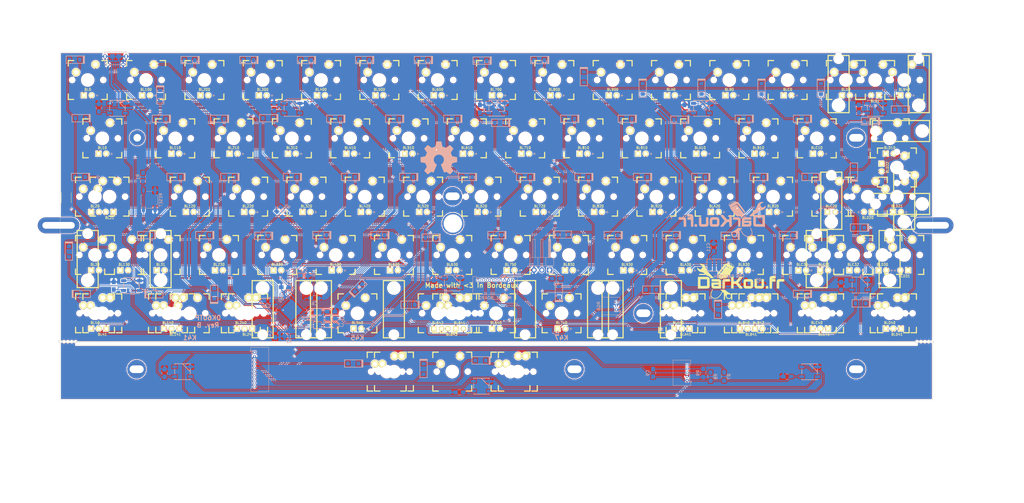
<source format=kicad_pcb>
(kicad_pcb (version 4) (host pcbnew 4.0.7+dfsg1-1)
  (title_block (title DK60TP) (date 2017-10-07) (rev B) (company DarKou))
  (layers (0 F.Cu signal) (31 B.Cu signal) (34 B.Paste user) (35 F.Paste user) (36 B.SilkS user hide) (37 F.SilkS user hide) (38 B.Mask user) (39 F.Mask user) (44 Edge.Cuts user))
  (net 0 "")
  (net 1 LED_CATH)
  (net 2 LED_AN)
  (net 3 XTAL1)
  (net 4 GND)
  (net 5 XTAL2)
  (net 6 VCC)
  (net 7 "Net-(C8-Pad1)")
  (net 8 "Net-(C9-Pad1)")
  (net 9 Col0)
  (net 10 "Net-(DK0-Pad1)")
  (net 11 "Net-(DK1-Pad1)")
  (net 12 "Net-(DK2-Pad1)")
  (net 13 "Net-(DK3-Pad1)")
  (net 14 "Net-(DK4-Pad1)")
  (net 15 Col6)
  (net 16 "Net-(DK6-Pad1)")
  (net 17 Col1)
  (net 18 "Net-(DK10-Pad1)")
  (net 19 "Net-(DK11-Pad1)")
  (net 20 "Net-(DK12-Pad1)")
  (net 21 "Net-(DK13-Pad1)")
  (net 22 "Net-(DK14-Pad1)")
  (net 23 Col2)
  (net 24 "Net-(DK20-Pad1)")
  (net 25 "Net-(DK21-Pad1)")
  (net 26 "Net-(DK22-Pad1)")
  (net 27 "Net-(DK23-Pad1)")
  (net 28 "Net-(DK24-Pad1)")
  (net 29 Col3)
  (net 30 "Net-(DK30-Pad1)")
  (net 31 "Net-(DK31-Pad1)")
  (net 32 "Net-(DK32-Pad1)")
  (net 33 "Net-(DK33-Pad1)")
  (net 34 /TRACKPOINT/Col3)
  (net 35 "Net-(DK34-Pad1)")
  (net 36 Col4)
  (net 37 "Net-(DK40-Pad1)")
  (net 38 "Net-(DK41-Pad1)")
  (net 39 "Net-(DK42-Pad1)")
  (net 40 "Net-(DK43-Pad1)")
  (net 41 /TRACKPOINT/Col4)
  (net 42 "Net-(DK44-Pad1)")
  (net 43 Col5)
  (net 44 "Net-(DK50-Pad1)")
  (net 45 "Net-(DK51-Pad1)")
  (net 46 "Net-(DK52-Pad1)")
  (net 47 "Net-(DK53-Pad1)")
  (net 48 "Net-(DK54-Pad1)")
  (net 49 "Net-(DK61-Pad1)")
  (net 50 "Net-(DK62-Pad1)")
  (net 51 "Net-(DK63-Pad1)")
  (net 52 "Net-(DK64-Pad1)")
  (net 53 Col7)
  (net 54 "Net-(DK70-Pad1)")
  (net 55 "Net-(DK71-Pad1)")
  (net 56 "Net-(DK72-Pad1)")
  (net 57 "Net-(DK73-Pad1)")
  (net 58 Col8)
  (net 59 "Net-(DK80-Pad1)")
  (net 60 "Net-(DK81-Pad1)")
  (net 61 "Net-(DK82-Pad1)")
  (net 62 "Net-(DK83-Pad1)")
  (net 63 Col9)
  (net 64 "Net-(DK90-Pad1)")
  (net 65 "Net-(DK91-Pad1)")
  (net 66 "Net-(DK92-Pad1)")
  (net 67 "Net-(DK93-Pad1)")
  (net 68 "Net-(DK94-Pad1)")
  (net 69 ColA)
  (net 70 "Net-(DKA0-Pad1)")
  (net 71 "Net-(DKA1-Pad1)")
  (net 72 "Net-(DKA2-Pad1)")
  (net 73 "Net-(DKA3-Pad1)")
  (net 74 "Net-(DKA4-Pad1)")
  (net 75 ColB)
  (net 76 "Net-(DKB0-Pad1)")
  (net 77 "Net-(DKB1-Pad1)")
  (net 78 "Net-(DKB2-Pad1)")
  (net 79 "Net-(DKB3-Pad1)")
  (net 80 "Net-(DKB4-Pad1)")
  (net 81 ColC)
  (net 82 "Net-(DKC1-Pad1)")
  (net 83 "Net-(DKC2-Pad1)")
  (net 84 "Net-(DKC3-Pad1)")
  (net 85 "Net-(DKC4-Pad1)")
  (net 86 ColD)
  (net 87 "Net-(DKD0-Pad1)")
  (net 88 "Net-(DKD1-Pad1)")
  (net 89 "Net-(DKD2-Pad1)")
  (net 90 "Net-(DKD3-Pad1)")
  (net 91 "Net-(DKD4-Pad1)")
  (net 92 "Net-(J1-Pad2)")
  (net 93 "Net-(J1-Pad3)")
  (net 94 DOUT)
  (net 95 Row0)
  (net 96 Row4)
  (net 97 Row1)
  (net 98 Row2)
  (net 99 Row3)
  (net 100 /TRACKPOINT/Row4)
  (net 101 "Net-(KC0-Pad1)")
  (net 102 "Net-(L1-Pad1)")
  (net 103 "Net-(J3-Pad2)")
  (net 104 D5)
  (net 105 D2)
  (net 106 /TRACKPOINT/D5)
  (net 107 /TRACKPOINT/D2)
  (net 108 /TRACKPOINT/RGB)
  (net 109 RESET)
  (net 110 "Net-(R2-Pad2)")
  (net 111 "Net-(R3-Pad1)")
  (net 112 CAPS_LED)
  (net 113 "Net-(J3-Pad1)")
  (net 114 RGB)
  (net 115 "Net-(RGB0-Pad2)")
  (net 116 "Net-(RGB1-Pad2)")
  (net 117 "Net-(RGB2-Pad2)")
  (net 118 "Net-(RGB3-Pad2)")
  (net 119 "Net-(RGB4-Pad2)")
  (net 120 "Net-(RGB5-Pad2)")
  (net 121 "Net-(RGB6-Pad2)")
  (net 122 "Net-(RGB8-Pad2)")
  (net 123 "Net-(RGB10-Pad4)")
  (net 124 BACKLIT)
  (net 125 "Net-(R4-Pad1)")
  (net 126 "Net-(DK74-Pad1)")
  (net 127 /TRACKPOINT/Col8)
  (net 128 "Net-(DK84-Pad1)")
  (module Footprint:Mx_100 (layer F.Cu) (at 192.00125 125.18125)
    (fp_text reference K643 hide)
    (fp_text value K46 hide)
    (pad HOLE np_thru_hole circle (at 0 0) (size 3.9878 3.9878) (drill 3.9878) (layers *.Cu))
    (pad HOLE np_thru_hole circle (at -5.08 0) (size 1.7018 1.7018) (drill 1.7018) (layers *.Cu))
    (pad HOLE np_thru_hole circle (at 5.08 0) (size 1.7018 1.7018) (drill 1.7018) (layers *.Cu))
    (pad 1 thru_hole circle (at -3.81 -2.54 330.95) (size 2.5 2.5) (drill 1.5) (layers *.Cu *.Mask F.SilkS) (net 96 Row4))
    (pad 2 thru_hole circle (at 2.54 -5.08 356.1) (size 2.5 2.5) (drill 1.5) (layers *.Cu *.Mask F.SilkS) (net 52 "Net-(DK64-Pad1)"))
  )
  (module Footprint:Mx_100 (layer F.Cu) (at 211.0425 144.23125)
    (fp_text reference K840 hide)
    (fp_text value RMB hide)
    (pad HOLE np_thru_hole circle (at 0 0) (size 3.9878 3.9878) (drill 3.9878) (layers *.Cu))
    (pad HOLE np_thru_hole circle (at -5.08 0) (size 1.7018 1.7018) (drill 1.7018) (layers *.Cu))
    (pad HOLE np_thru_hole circle (at 5.08 0) (size 1.7018 1.7018) (drill 1.7018) (layers *.Cu))
    (pad 1 thru_hole circle (at -3.81 -2.54 330.95) (size 2.5 2.5) (drill 1.5) (layers *.Cu *.Mask F.SilkS) (net 128 "Net-(DK84-Pad1)"))
    (pad 2 thru_hole circle (at 2.54 -5.08 356.1) (size 2.5 2.5) (drill 1.5) (layers *.Cu *.Mask F.SilkS) (net 100 /TRACKPOINT/Row4))
  )
  (module Footprint:Mx_100 (layer F.Cu) (at 339.65625 106.13125)
    (fp_text reference KD30 hide)
    (fp_text value K3D hide)
    (pad HOLE np_thru_hole circle (at 0 0) (size 3.9878 3.9878) (drill 3.9878) (layers *.Cu))
    (pad HOLE np_thru_hole circle (at -5.08 0) (size 1.7018 1.7018) (drill 1.7018) (layers *.Cu))
    (pad HOLE np_thru_hole circle (at 5.08 0) (size 1.7018 1.7018) (drill 1.7018) (layers *.Cu))
    (pad 1 thru_hole circle (at -3.81 -2.54 330.95) (size 2.5 2.5) (drill 1.5) (layers *.Cu *.Mask F.SilkS) (net 99 Row3))
    (pad 2 thru_hole circle (at 2.54 -5.08 356.1) (size 2.5 2.5) (drill 1.5) (layers *.Cu *.Mask F.SilkS) (net 90 "Net-(DKD3-Pad1)"))
  )
  (module Footprint:Mx_100 (layer F.Cu) (at 320.58 48.98125)
    (fp_text reference KD0 hide)
    (fp_text value K0D hide)
    (pad HOLE np_thru_hole circle (at 0 0) (size 3.9878 3.9878) (drill 3.9878) (layers *.Cu))
    (pad HOLE np_thru_hole circle (at -5.08 0) (size 1.7018 1.7018) (drill 1.7018) (layers *.Cu))
    (pad HOLE np_thru_hole circle (at 5.08 0) (size 1.7018 1.7018) (drill 1.7018) (layers *.Cu))
    (pad 1 thru_hole circle (at -3.81 -2.54 330.95) (size 2.5 2.5) (drill 1.5) (layers *.Cu *.Mask F.SilkS) (net 87 "Net-(DKD0-Pad1)"))
    (pad 2 thru_hole circle (at 2.54 -5.08 356.1) (size 2.5 2.5) (drill 1.5) (layers *.Cu *.Mask F.SilkS) (net 95 Row0))
  )
  (module Footprint:Mx_100 (layer F.Cu) (at 311.08125 125.18125)
    (fp_text reference KC40 hide)
    (fp_text value K4C hide)
    (pad HOLE np_thru_hole circle (at 0 0) (size 3.9878 3.9878) (drill 3.9878) (layers *.Cu))
    (pad HOLE np_thru_hole circle (at -5.08 0) (size 1.7018 1.7018) (drill 1.7018) (layers *.Cu))
    (pad HOLE np_thru_hole circle (at 5.08 0) (size 1.7018 1.7018) (drill 1.7018) (layers *.Cu))
    (pad 1 thru_hole circle (at -3.81 -2.54 330.95) (size 2.5 2.5) (drill 1.5) (layers *.Cu *.Mask F.SilkS) (net 85 "Net-(DKC4-Pad1)"))
    (pad 2 thru_hole circle (at 2.54 -5.08 356.1) (size 2.5 2.5) (drill 1.5) (layers *.Cu *.Mask F.SilkS) (net 96 Row4))
  )
  (module Footprint:Mx_100 (layer F.Cu) (at 306.31875 106.13125)
    (fp_text reference KC31 hide)
    (fp_text value K3C hide)
    (pad HOLE np_thru_hole circle (at 0 0) (size 3.9878 3.9878) (drill 3.9878) (layers *.Cu))
    (pad HOLE np_thru_hole circle (at -5.08 0) (size 1.7018 1.7018) (drill 1.7018) (layers *.Cu))
    (pad HOLE np_thru_hole circle (at 5.08 0) (size 1.7018 1.7018) (drill 1.7018) (layers *.Cu))
    (pad 1 thru_hole circle (at -3.81 -2.54 330.95) (size 2.5 2.5) (drill 1.5) (layers *.Cu *.Mask F.SilkS) (net 84 "Net-(DKC3-Pad1)"))
    (pad 2 thru_hole circle (at 2.54 -5.08 356.1) (size 2.5 2.5) (drill 1.5) (layers *.Cu *.Mask F.SilkS) (net 99 Row3))
  )
  (module Footprint:Mx_100 (layer F.Cu) (at 315.84375 87.08125)
    (fp_text reference KC20 hide)
    (fp_text value K2C hide)
    (pad HOLE np_thru_hole circle (at 0 0) (size 3.9878 3.9878) (drill 3.9878) (layers *.Cu))
    (pad HOLE np_thru_hole circle (at -5.08 0) (size 1.7018 1.7018) (drill 1.7018) (layers *.Cu))
    (pad HOLE np_thru_hole circle (at 5.08 0) (size 1.7018 1.7018) (drill 1.7018) (layers *.Cu))
    (pad 1 thru_hole circle (at -3.81 -2.54 330.95) (size 2.5 2.5) (drill 1.5) (layers *.Cu *.Mask F.SilkS) (net 83 "Net-(DKC2-Pad1)"))
    (pad 2 thru_hole circle (at 2.54 -5.08 356.1) (size 2.5 2.5) (drill 1.5) (layers *.Cu *.Mask F.SilkS) (net 98 Row2))
  )
  (module Footprint:Mx_100 (layer F.Cu) (at 311.08125 68.03125)
    (fp_text reference KC10 hide)
    (fp_text value K1C hide)
    (pad HOLE np_thru_hole circle (at 0 0) (size 3.9878 3.9878) (drill 3.9878) (layers *.Cu))
    (pad HOLE np_thru_hole circle (at -5.08 0) (size 1.7018 1.7018) (drill 1.7018) (layers *.Cu))
    (pad HOLE np_thru_hole circle (at 5.08 0) (size 1.7018 1.7018) (drill 1.7018) (layers *.Cu))
    (pad 1 thru_hole circle (at -3.81 -2.54 330.95) (size 2.5 2.5) (drill 1.5) (layers *.Cu *.Mask F.SilkS) (net 82 "Net-(DKC1-Pad1)"))
    (pad 2 thru_hole circle (at 2.54 -5.08 356.1) (size 2.5 2.5) (drill 1.5) (layers *.Cu *.Mask F.SilkS) (net 97 Row1))
  )
  (module Footprint:Mx_100 (layer F.Cu) (at 301.55625 48.98125)
    (fp_text reference KC0 hide)
    (fp_text value K0C hide)
    (pad HOLE np_thru_hole circle (at 0 0) (size 3.9878 3.9878) (drill 3.9878) (layers *.Cu))
    (pad HOLE np_thru_hole circle (at -5.08 0) (size 1.7018 1.7018) (drill 1.7018) (layers *.Cu))
    (pad HOLE np_thru_hole circle (at 5.08 0) (size 1.7018 1.7018) (drill 1.7018) (layers *.Cu))
    (pad 1 thru_hole circle (at -3.81 -2.54 330.95) (size 2.5 2.5) (drill 1.5) (layers *.Cu *.Mask F.SilkS) (net 101 "Net-(KC0-Pad1)"))
    (pad 2 thru_hole circle (at 2.54 -5.08 356.1) (size 2.5 2.5) (drill 1.5) (layers *.Cu *.Mask F.SilkS) (net 95 Row0))
  )
  (module Footprint:Mx_100 (layer F.Cu) (at 292.03125 125.18125)
    (fp_text reference KB40 hide)
    (fp_text value K4B hide)
    (pad HOLE np_thru_hole circle (at 0 0) (size 3.9878 3.9878) (drill 3.9878) (layers *.Cu))
    (pad HOLE np_thru_hole circle (at -5.08 0) (size 1.7018 1.7018) (drill 1.7018) (layers *.Cu))
    (pad HOLE np_thru_hole circle (at 5.08 0) (size 1.7018 1.7018) (drill 1.7018) (layers *.Cu))
    (pad 1 thru_hole circle (at -3.81 -2.54 330.95) (size 2.5 2.5) (drill 1.5) (layers *.Cu *.Mask F.SilkS) (net 80 "Net-(DKB4-Pad1)"))
    (pad 2 thru_hole circle (at 2.54 -5.08 356.1) (size 2.5 2.5) (drill 1.5) (layers *.Cu *.Mask F.SilkS) (net 96 Row4))
  )
  (module Footprint:Mx_100 (layer F.Cu) (at 287.26875 106.13125)
    (fp_text reference KB30 hide)
    (fp_text value K3B hide)
    (pad HOLE np_thru_hole circle (at 0 0) (size 3.9878 3.9878) (drill 3.9878) (layers *.Cu))
    (pad HOLE np_thru_hole circle (at -5.08 0) (size 1.7018 1.7018) (drill 1.7018) (layers *.Cu))
    (pad HOLE np_thru_hole circle (at 5.08 0) (size 1.7018 1.7018) (drill 1.7018) (layers *.Cu))
    (pad 1 thru_hole circle (at -3.81 -2.54 330.95) (size 2.5 2.5) (drill 1.5) (layers *.Cu *.Mask F.SilkS) (net 79 "Net-(DKB3-Pad1)"))
    (pad 2 thru_hole circle (at 2.54 -5.08 356.1) (size 2.5 2.5) (drill 1.5) (layers *.Cu *.Mask F.SilkS) (net 99 Row3))
  )
  (module Footprint:Mx_100 (layer F.Cu) (at 296.79375 87.08125)
    (fp_text reference KB20 hide)
    (fp_text value K2B hide)
    (pad HOLE np_thru_hole circle (at 0 0) (size 3.9878 3.9878) (drill 3.9878) (layers *.Cu))
    (pad HOLE np_thru_hole circle (at -5.08 0) (size 1.7018 1.7018) (drill 1.7018) (layers *.Cu))
    (pad HOLE np_thru_hole circle (at 5.08 0) (size 1.7018 1.7018) (drill 1.7018) (layers *.Cu))
    (pad 1 thru_hole circle (at -3.81 -2.54 330.95) (size 2.5 2.5) (drill 1.5) (layers *.Cu *.Mask F.SilkS) (net 78 "Net-(DKB2-Pad1)"))
    (pad 2 thru_hole circle (at 2.54 -5.08 356.1) (size 2.5 2.5) (drill 1.5) (layers *.Cu *.Mask F.SilkS) (net 98 Row2))
  )
  (module Footprint:Mx_100 (layer F.Cu) (at 292.03125 68.03125)
    (fp_text reference KB10 hide)
    (fp_text value K1B hide)
    (pad HOLE np_thru_hole circle (at 0 0) (size 3.9878 3.9878) (drill 3.9878) (layers *.Cu))
    (pad HOLE np_thru_hole circle (at -5.08 0) (size 1.7018 1.7018) (drill 1.7018) (layers *.Cu))
    (pad HOLE np_thru_hole circle (at 5.08 0) (size 1.7018 1.7018) (drill 1.7018) (layers *.Cu))
    (pad 1 thru_hole circle (at -3.81 -2.54 330.95) (size 2.5 2.5) (drill 1.5) (layers *.Cu *.Mask F.SilkS) (net 77 "Net-(DKB1-Pad1)"))
    (pad 2 thru_hole circle (at 2.54 -5.08 356.1) (size 2.5 2.5) (drill 1.5) (layers *.Cu *.Mask F.SilkS) (net 97 Row1))
  )
  (module Footprint:Mx_100 (layer F.Cu) (at 282.50625 48.98125)
    (fp_text reference KB0 hide)
    (fp_text value K0B hide)
    (pad HOLE np_thru_hole circle (at 0 0) (size 3.9878 3.9878) (drill 3.9878) (layers *.Cu))
    (pad HOLE np_thru_hole circle (at -5.08 0) (size 1.7018 1.7018) (drill 1.7018) (layers *.Cu))
    (pad HOLE np_thru_hole circle (at 5.08 0) (size 1.7018 1.7018) (drill 1.7018) (layers *.Cu))
    (pad 1 thru_hole circle (at -3.81 -2.54 330.95) (size 2.5 2.5) (drill 1.5) (layers *.Cu *.Mask F.SilkS) (net 76 "Net-(DKB0-Pad1)"))
    (pad 2 thru_hole circle (at 2.54 -5.08 356.1) (size 2.5 2.5) (drill 1.5) (layers *.Cu *.Mask F.SilkS) (net 95 Row0))
  )
  (module Footprint:Mx_100 (layer F.Cu) (at 268.21875 106.13125)
    (fp_text reference KA30 hide)
    (fp_text value K3A hide)
    (pad HOLE np_thru_hole circle (at 0 0) (size 3.9878 3.9878) (drill 3.9878) (layers *.Cu))
    (pad HOLE np_thru_hole circle (at -5.08 0) (size 1.7018 1.7018) (drill 1.7018) (layers *.Cu))
    (pad HOLE np_thru_hole circle (at 5.08 0) (size 1.7018 1.7018) (drill 1.7018) (layers *.Cu))
    (pad 1 thru_hole circle (at -3.81 -2.54 330.95) (size 2.5 2.5) (drill 1.5) (layers *.Cu *.Mask F.SilkS) (net 73 "Net-(DKA3-Pad1)"))
    (pad 2 thru_hole circle (at 2.54 -5.08 356.1) (size 2.5 2.5) (drill 1.5) (layers *.Cu *.Mask F.SilkS) (net 99 Row3))
  )
  (module Footprint:Mx_100 (layer F.Cu) (at 277.74375 87.08125)
    (fp_text reference KA20 hide)
    (fp_text value K2A hide)
    (pad HOLE np_thru_hole circle (at 0 0) (size 3.9878 3.9878) (drill 3.9878) (layers *.Cu))
    (pad HOLE np_thru_hole circle (at -5.08 0) (size 1.7018 1.7018) (drill 1.7018) (layers *.Cu))
    (pad HOLE np_thru_hole circle (at 5.08 0) (size 1.7018 1.7018) (drill 1.7018) (layers *.Cu))
    (pad 1 thru_hole circle (at -3.81 -2.54 330.95) (size 2.5 2.5) (drill 1.5) (layers *.Cu *.Mask F.SilkS) (net 72 "Net-(DKA2-Pad1)"))
    (pad 2 thru_hole circle (at 2.54 -5.08 356.1) (size 2.5 2.5) (drill 1.5) (layers *.Cu *.Mask F.SilkS) (net 98 Row2))
  )
  (module Footprint:Mx_100 (layer F.Cu) (at 272.98125 68.03125)
    (fp_text reference KA10 hide)
    (fp_text value K1A hide)
    (pad HOLE np_thru_hole circle (at 0 0) (size 3.9878 3.9878) (drill 3.9878) (layers *.Cu))
    (pad HOLE np_thru_hole circle (at -5.08 0) (size 1.7018 1.7018) (drill 1.7018) (layers *.Cu))
    (pad HOLE np_thru_hole circle (at 5.08 0) (size 1.7018 1.7018) (drill 1.7018) (layers *.Cu))
    (pad 1 thru_hole circle (at -3.81 -2.54 330.95) (size 2.5 2.5) (drill 1.5) (layers *.Cu *.Mask F.SilkS) (net 71 "Net-(DKA1-Pad1)"))
    (pad 2 thru_hole circle (at 2.54 -5.08 356.1) (size 2.5 2.5) (drill 1.5) (layers *.Cu *.Mask F.SilkS) (net 97 Row1))
  )
  (module Footprint:Mx_100 (layer F.Cu) (at 263.45625 48.98125)
    (fp_text reference KA0 hide)
    (fp_text value K0A hide)
    (pad HOLE np_thru_hole circle (at 0 0) (size 3.9878 3.9878) (drill 3.9878) (layers *.Cu))
    (pad HOLE np_thru_hole circle (at -5.08 0) (size 1.7018 1.7018) (drill 1.7018) (layers *.Cu))
    (pad HOLE np_thru_hole circle (at 5.08 0) (size 1.7018 1.7018) (drill 1.7018) (layers *.Cu))
    (pad 1 thru_hole circle (at -3.81 -2.54 330.95) (size 2.5 2.5) (drill 1.5) (layers *.Cu *.Mask F.SilkS) (net 70 "Net-(DKA0-Pad1)"))
    (pad 2 thru_hole circle (at 2.54 -5.08 356.1) (size 2.5 2.5) (drill 1.5) (layers *.Cu *.Mask F.SilkS) (net 95 Row0))
  )
  (module Footprint:Mx_100 (layer F.Cu) (at 339.65625 48.98125)
    (fp_text reference K940 hide)
    (fp_text value K49 hide)
    (pad HOLE np_thru_hole circle (at 0 0) (size 3.9878 3.9878) (drill 3.9878) (layers *.Cu))
    (pad HOLE np_thru_hole circle (at -5.08 0) (size 1.7018 1.7018) (drill 1.7018) (layers *.Cu))
    (pad HOLE np_thru_hole circle (at 5.08 0) (size 1.7018 1.7018) (drill 1.7018) (layers *.Cu))
    (pad 1 thru_hole circle (at -3.81 -2.54 330.95) (size 2.5 2.5) (drill 1.5) (layers *.Cu *.Mask F.SilkS) (net 68 "Net-(DK94-Pad1)"))
    (pad 2 thru_hole circle (at 2.54 -5.08 356.1) (size 2.5 2.5) (drill 1.5) (layers *.Cu *.Mask F.SilkS) (net 96 Row4))
  )
  (module Footprint:Mx_100 (layer F.Cu) (at 249.16875 106.13125)
    (fp_text reference K930 hide)
    (fp_text value K39 hide)
    (pad HOLE np_thru_hole circle (at 0 0) (size 3.9878 3.9878) (drill 3.9878) (layers *.Cu))
    (pad HOLE np_thru_hole circle (at -5.08 0) (size 1.7018 1.7018) (drill 1.7018) (layers *.Cu))
    (pad HOLE np_thru_hole circle (at 5.08 0) (size 1.7018 1.7018) (drill 1.7018) (layers *.Cu))
    (pad 1 thru_hole circle (at -3.81 -2.54 330.95) (size 2.5 2.5) (drill 1.5) (layers *.Cu *.Mask F.SilkS) (net 67 "Net-(DK93-Pad1)"))
    (pad 2 thru_hole circle (at 2.54 -5.08 356.1) (size 2.5 2.5) (drill 1.5) (layers *.Cu *.Mask F.SilkS) (net 99 Row3))
  )
  (module Footprint:Mx_100 (layer F.Cu) (at 258.69375 87.08125)
    (fp_text reference K920 hide)
    (fp_text value K29 hide)
    (pad HOLE np_thru_hole circle (at 0 0) (size 3.9878 3.9878) (drill 3.9878) (layers *.Cu))
    (pad HOLE np_thru_hole circle (at -5.08 0) (size 1.7018 1.7018) (drill 1.7018) (layers *.Cu))
    (pad HOLE np_thru_hole circle (at 5.08 0) (size 1.7018 1.7018) (drill 1.7018) (layers *.Cu))
    (pad 1 thru_hole circle (at -3.81 -2.54 330.95) (size 2.5 2.5) (drill 1.5) (layers *.Cu *.Mask F.SilkS) (net 66 "Net-(DK92-Pad1)"))
    (pad 2 thru_hole circle (at 2.54 -5.08 356.1) (size 2.5 2.5) (drill 1.5) (layers *.Cu *.Mask F.SilkS) (net 98 Row2))
  )
  (module Footprint:Mx_100 (layer F.Cu) (at 253.93125 68.03125)
    (fp_text reference K910 hide)
    (fp_text value K19 hide)
    (pad HOLE np_thru_hole circle (at 0 0) (size 3.9878 3.9878) (drill 3.9878) (layers *.Cu))
    (pad HOLE np_thru_hole circle (at -5.08 0) (size 1.7018 1.7018) (drill 1.7018) (layers *.Cu))
    (pad HOLE np_thru_hole circle (at 5.08 0) (size 1.7018 1.7018) (drill 1.7018) (layers *.Cu))
    (pad 1 thru_hole circle (at -3.81 -2.54 330.95) (size 2.5 2.5) (drill 1.5) (layers *.Cu *.Mask F.SilkS) (net 65 "Net-(DK91-Pad1)"))
    (pad 2 thru_hole circle (at 2.54 -5.08 356.1) (size 2.5 2.5) (drill 1.5) (layers *.Cu *.Mask F.SilkS) (net 97 Row1))
  )
  (module Footprint:Mx_100 (layer F.Cu) (at 244.40625 48.98125)
    (fp_text reference K900 hide)
    (fp_text value K09 hide)
    (pad HOLE np_thru_hole circle (at 0 0) (size 3.9878 3.9878) (drill 3.9878) (layers *.Cu))
    (pad HOLE np_thru_hole circle (at -5.08 0) (size 1.7018 1.7018) (drill 1.7018) (layers *.Cu))
    (pad HOLE np_thru_hole circle (at 5.08 0) (size 1.7018 1.7018) (drill 1.7018) (layers *.Cu))
    (pad 1 thru_hole circle (at -3.81 -2.54 330.95) (size 2.5 2.5) (drill 1.5) (layers *.Cu *.Mask F.SilkS) (net 64 "Net-(DK90-Pad1)"))
    (pad 2 thru_hole circle (at 2.54 -5.08 356.1) (size 2.5 2.5) (drill 1.5) (layers *.Cu *.Mask F.SilkS) (net 95 Row0))
  )
  (module Footprint:Mx_100 (layer F.Cu) (at 230.11875 106.13125)
    (fp_text reference K830 hide)
    (fp_text value K38 hide)
    (pad HOLE np_thru_hole circle (at 0 0) (size 3.9878 3.9878) (drill 3.9878) (layers *.Cu))
    (pad HOLE np_thru_hole circle (at -5.08 0) (size 1.7018 1.7018) (drill 1.7018) (layers *.Cu))
    (pad HOLE np_thru_hole circle (at 5.08 0) (size 1.7018 1.7018) (drill 1.7018) (layers *.Cu))
    (pad 1 thru_hole circle (at -3.81 -2.54 330.95) (size 2.5 2.5) (drill 1.5) (layers *.Cu *.Mask F.SilkS) (net 62 "Net-(DK83-Pad1)"))
    (pad 2 thru_hole circle (at 2.54 -5.08 356.1) (size 2.5 2.5) (drill 1.5) (layers *.Cu *.Mask F.SilkS) (net 99 Row3))
  )
  (module Footprint:Mx_100 (layer F.Cu) (at 239.64375 87.08125)
    (fp_text reference K820 hide)
    (fp_text value K28 hide)
    (pad HOLE np_thru_hole circle (at 0 0) (size 3.9878 3.9878) (drill 3.9878) (layers *.Cu))
    (pad HOLE np_thru_hole circle (at -5.08 0) (size 1.7018 1.7018) (drill 1.7018) (layers *.Cu))
    (pad HOLE np_thru_hole circle (at 5.08 0) (size 1.7018 1.7018) (drill 1.7018) (layers *.Cu))
    (pad 1 thru_hole circle (at -3.81 -2.54 330.95) (size 2.5 2.5) (drill 1.5) (layers *.Cu *.Mask F.SilkS) (net 61 "Net-(DK82-Pad1)"))
    (pad 2 thru_hole circle (at 2.54 -5.08 356.1) (size 2.5 2.5) (drill 1.5) (layers *.Cu *.Mask F.SilkS) (net 98 Row2))
  )
  (module Footprint:Mx_100 (layer F.Cu) (at 234.88125 68.03125)
    (fp_text reference K810 hide)
    (fp_text value K18 hide)
    (pad HOLE np_thru_hole circle (at 0 0) (size 3.9878 3.9878) (drill 3.9878) (layers *.Cu))
    (pad HOLE np_thru_hole circle (at -5.08 0) (size 1.7018 1.7018) (drill 1.7018) (layers *.Cu))
    (pad HOLE np_thru_hole circle (at 5.08 0) (size 1.7018 1.7018) (drill 1.7018) (layers *.Cu))
    (pad 1 thru_hole circle (at -3.81 -2.54 330.95) (size 2.5 2.5) (drill 1.5) (layers *.Cu *.Mask F.SilkS) (net 60 "Net-(DK81-Pad1)"))
    (pad 2 thru_hole circle (at 2.54 -5.08 356.1) (size 2.5 2.5) (drill 1.5) (layers *.Cu *.Mask F.SilkS) (net 97 Row1))
  )
  (module Footprint:Mx_100 (layer F.Cu) (at 225.35625 48.98125)
    (fp_text reference K800 hide)
    (fp_text value K08 hide)
    (pad HOLE np_thru_hole circle (at 0 0) (size 3.9878 3.9878) (drill 3.9878) (layers *.Cu))
    (pad HOLE np_thru_hole circle (at -5.08 0) (size 1.7018 1.7018) (drill 1.7018) (layers *.Cu))
    (pad HOLE np_thru_hole circle (at 5.08 0) (size 1.7018 1.7018) (drill 1.7018) (layers *.Cu))
    (pad 1 thru_hole circle (at -3.81 -2.54 330.95) (size 2.5 2.5) (drill 1.5) (layers *.Cu *.Mask F.SilkS) (net 59 "Net-(DK80-Pad1)"))
    (pad 2 thru_hole circle (at 2.54 -5.08 356.1) (size 2.5 2.5) (drill 1.5) (layers *.Cu *.Mask F.SilkS) (net 95 Row0))
  )
  (module Footprint:Mx_100 (layer F.Cu) (at 211.06875 106.13125)
    (fp_text reference K730 hide)
    (fp_text value K37 hide)
    (pad HOLE np_thru_hole circle (at 0 0) (size 3.9878 3.9878) (drill 3.9878) (layers *.Cu))
    (pad HOLE np_thru_hole circle (at -5.08 0) (size 1.7018 1.7018) (drill 1.7018) (layers *.Cu))
    (pad HOLE np_thru_hole circle (at 5.08 0) (size 1.7018 1.7018) (drill 1.7018) (layers *.Cu))
    (pad 1 thru_hole circle (at -3.81 -2.54 330.95) (size 2.5 2.5) (drill 1.5) (layers *.Cu *.Mask F.SilkS) (net 57 "Net-(DK73-Pad1)"))
    (pad 2 thru_hole circle (at 2.54 -5.08 356.1) (size 2.5 2.5) (drill 1.5) (layers *.Cu *.Mask F.SilkS) (net 99 Row3))
  )
  (module Footprint:Mx_100 (layer F.Cu) (at 220.59375 87.08125)
    (fp_text reference K720 hide)
    (fp_text value K27 hide)
    (pad HOLE np_thru_hole circle (at 0 0) (size 3.9878 3.9878) (drill 3.9878) (layers *.Cu))
    (pad HOLE np_thru_hole circle (at -5.08 0) (size 1.7018 1.7018) (drill 1.7018) (layers *.Cu))
    (pad HOLE np_thru_hole circle (at 5.08 0) (size 1.7018 1.7018) (drill 1.7018) (layers *.Cu))
    (pad 1 thru_hole circle (at -3.81 -2.54 330.95) (size 2.5 2.5) (drill 1.5) (layers *.Cu *.Mask F.SilkS) (net 56 "Net-(DK72-Pad1)"))
    (pad 2 thru_hole circle (at 2.54 -5.08 356.1) (size 2.5 2.5) (drill 1.5) (layers *.Cu *.Mask F.SilkS) (net 98 Row2))
  )
  (module Footprint:Mx_100 (layer F.Cu) (at 215.83125 68.03125)
    (fp_text reference K710 hide)
    (fp_text value K17 hide)
    (pad HOLE np_thru_hole circle (at 0 0) (size 3.9878 3.9878) (drill 3.9878) (layers *.Cu))
    (pad HOLE np_thru_hole circle (at -5.08 0) (size 1.7018 1.7018) (drill 1.7018) (layers *.Cu))
    (pad HOLE np_thru_hole circle (at 5.08 0) (size 1.7018 1.7018) (drill 1.7018) (layers *.Cu))
    (pad 1 thru_hole circle (at -3.81 -2.54 330.95) (size 2.5 2.5) (drill 1.5) (layers *.Cu *.Mask F.SilkS) (net 55 "Net-(DK71-Pad1)"))
    (pad 2 thru_hole circle (at 2.54 -5.08 356.1) (size 2.5 2.5) (drill 1.5) (layers *.Cu *.Mask F.SilkS) (net 97 Row1))
  )
  (module Footprint:Mx_100 (layer F.Cu) (at 206.30625 48.98125)
    (fp_text reference K700 hide)
    (fp_text value K07 hide)
    (pad HOLE np_thru_hole circle (at 0 0) (size 3.9878 3.9878) (drill 3.9878) (layers *.Cu))
    (pad HOLE np_thru_hole circle (at -5.08 0) (size 1.7018 1.7018) (drill 1.7018) (layers *.Cu))
    (pad HOLE np_thru_hole circle (at 5.08 0) (size 1.7018 1.7018) (drill 1.7018) (layers *.Cu))
    (pad 1 thru_hole circle (at -3.81 -2.54 330.95) (size 2.5 2.5) (drill 1.5) (layers *.Cu *.Mask F.SilkS) (net 54 "Net-(DK70-Pad1)"))
    (pad 2 thru_hole circle (at 2.54 -5.08 356.1) (size 2.5 2.5) (drill 1.5) (layers *.Cu *.Mask F.SilkS) (net 95 Row0))
  )
  (module Footprint:Mx_100 (layer F.Cu) (at 192.01875 106.13125)
    (fp_text reference K630 hide)
    (fp_text value K36 hide)
    (pad HOLE np_thru_hole circle (at 0 0) (size 3.9878 3.9878) (drill 3.9878) (layers *.Cu))
    (pad HOLE np_thru_hole circle (at -5.08 0) (size 1.7018 1.7018) (drill 1.7018) (layers *.Cu))
    (pad HOLE np_thru_hole circle (at 5.08 0) (size 1.7018 1.7018) (drill 1.7018) (layers *.Cu))
    (pad 1 thru_hole circle (at -3.81 -2.54 330.95) (size 2.5 2.5) (drill 1.5) (layers *.Cu *.Mask F.SilkS) (net 51 "Net-(DK63-Pad1)"))
    (pad 2 thru_hole circle (at 2.54 -5.08 356.1) (size 2.5 2.5) (drill 1.5) (layers *.Cu *.Mask F.SilkS) (net 99 Row3))
  )
  (module Footprint:Mx_100 (layer F.Cu) (at 201.54375 87.08125)
    (fp_text reference K620 hide)
    (fp_text value K26 hide)
    (pad HOLE np_thru_hole circle (at 0 0) (size 3.9878 3.9878) (drill 3.9878) (layers *.Cu))
    (pad HOLE np_thru_hole circle (at -5.08 0) (size 1.7018 1.7018) (drill 1.7018) (layers *.Cu))
    (pad HOLE np_thru_hole circle (at 5.08 0) (size 1.7018 1.7018) (drill 1.7018) (layers *.Cu))
    (pad 1 thru_hole circle (at -3.81 -2.54 330.95) (size 2.5 2.5) (drill 1.5) (layers *.Cu *.Mask F.SilkS) (net 50 "Net-(DK62-Pad1)"))
    (pad 2 thru_hole circle (at 2.54 -5.08 356.1) (size 2.5 2.5) (drill 1.5) (layers *.Cu *.Mask F.SilkS) (net 98 Row2))
  )
  (module Footprint:Mx_100 (layer F.Cu) (at 196.78125 68.03125)
    (fp_text reference K610 hide)
    (fp_text value K16 hide)
    (pad HOLE np_thru_hole circle (at 0 0) (size 3.9878 3.9878) (drill 3.9878) (layers *.Cu))
    (pad HOLE np_thru_hole circle (at -5.08 0) (size 1.7018 1.7018) (drill 1.7018) (layers *.Cu))
    (pad HOLE np_thru_hole circle (at 5.08 0) (size 1.7018 1.7018) (drill 1.7018) (layers *.Cu))
    (pad 1 thru_hole circle (at -3.81 -2.54 330.95) (size 2.5 2.5) (drill 1.5) (layers *.Cu *.Mask F.SilkS) (net 49 "Net-(DK61-Pad1)"))
    (pad 2 thru_hole circle (at 2.54 -5.08 356.1) (size 2.5 2.5) (drill 1.5) (layers *.Cu *.Mask F.SilkS) (net 97 Row1))
  )
  (module Footprint:Mx_100 (layer F.Cu) (at 187.25625 48.98125)
    (fp_text reference K600 hide)
    (fp_text value K06 hide)
    (pad HOLE np_thru_hole circle (at 0 0) (size 3.9878 3.9878) (drill 3.9878) (layers *.Cu))
    (pad HOLE np_thru_hole circle (at -5.08 0) (size 1.7018 1.7018) (drill 1.7018) (layers *.Cu))
    (pad HOLE np_thru_hole circle (at 5.08 0) (size 1.7018 1.7018) (drill 1.7018) (layers *.Cu))
    (pad 1 thru_hole circle (at -3.81 -2.54 330.95) (size 2.5 2.5) (drill 1.5) (layers *.Cu *.Mask F.SilkS) (net 16 "Net-(DK6-Pad1)"))
    (pad 2 thru_hole circle (at 2.54 -5.08 356.1) (size 2.5 2.5) (drill 1.5) (layers *.Cu *.Mask F.SilkS) (net 95 Row0))
  )
  (module Footprint:Mx_100 (layer F.Cu) (at 172.96875 106.13125)
    (fp_text reference K530 hide)
    (fp_text value K35 hide)
    (pad HOLE np_thru_hole circle (at 0 0) (size 3.9878 3.9878) (drill 3.9878) (layers *.Cu))
    (pad HOLE np_thru_hole circle (at -5.08 0) (size 1.7018 1.7018) (drill 1.7018) (layers *.Cu))
    (pad HOLE np_thru_hole circle (at 5.08 0) (size 1.7018 1.7018) (drill 1.7018) (layers *.Cu))
    (pad 1 thru_hole circle (at -3.81 -2.54 330.95) (size 2.5 2.5) (drill 1.5) (layers *.Cu *.Mask F.SilkS) (net 47 "Net-(DK53-Pad1)"))
    (pad 2 thru_hole circle (at 2.54 -5.08 356.1) (size 2.5 2.5) (drill 1.5) (layers *.Cu *.Mask F.SilkS) (net 99 Row3))
  )
  (module Footprint:Mx_100 (layer F.Cu) (at 182.49375 87.08125)
    (fp_text reference K520 hide)
    (fp_text value K25 hide)
    (pad HOLE np_thru_hole circle (at 0 0) (size 3.9878 3.9878) (drill 3.9878) (layers *.Cu))
    (pad HOLE np_thru_hole circle (at -5.08 0) (size 1.7018 1.7018) (drill 1.7018) (layers *.Cu))
    (pad HOLE np_thru_hole circle (at 5.08 0) (size 1.7018 1.7018) (drill 1.7018) (layers *.Cu))
    (pad 1 thru_hole circle (at -3.81 -2.54 330.95) (size 2.5 2.5) (drill 1.5) (layers *.Cu *.Mask F.SilkS) (net 46 "Net-(DK52-Pad1)"))
    (pad 2 thru_hole circle (at 2.54 -5.08 356.1) (size 2.5 2.5) (drill 1.5) (layers *.Cu *.Mask F.SilkS) (net 98 Row2))
  )
  (module Footprint:Mx_100 (layer F.Cu) (at 177.73125 68.03125)
    (fp_text reference K510 hide)
    (fp_text value K15 hide)
    (pad HOLE np_thru_hole circle (at 0 0) (size 3.9878 3.9878) (drill 3.9878) (layers *.Cu))
    (pad HOLE np_thru_hole circle (at -5.08 0) (size 1.7018 1.7018) (drill 1.7018) (layers *.Cu))
    (pad HOLE np_thru_hole circle (at 5.08 0) (size 1.7018 1.7018) (drill 1.7018) (layers *.Cu))
    (pad 1 thru_hole circle (at -3.81 -2.54 330.95) (size 2.5 2.5) (drill 1.5) (layers *.Cu *.Mask F.SilkS) (net 45 "Net-(DK51-Pad1)"))
    (pad 2 thru_hole circle (at 2.54 -5.08 356.1) (size 2.5 2.5) (drill 1.5) (layers *.Cu *.Mask F.SilkS) (net 97 Row1))
  )
  (module Footprint:Mx_100 (layer F.Cu) (at 168.20625 48.98125)
    (fp_text reference K500 hide)
    (fp_text value K05 hide)
    (pad HOLE np_thru_hole circle (at 0 0) (size 3.9878 3.9878) (drill 3.9878) (layers *.Cu))
    (pad HOLE np_thru_hole circle (at -5.08 0) (size 1.7018 1.7018) (drill 1.7018) (layers *.Cu))
    (pad HOLE np_thru_hole circle (at 5.08 0) (size 1.7018 1.7018) (drill 1.7018) (layers *.Cu))
    (pad 1 thru_hole circle (at -3.81 -2.54 330.95) (size 2.5 2.5) (drill 1.5) (layers *.Cu *.Mask F.SilkS) (net 44 "Net-(DK50-Pad1)"))
    (pad 2 thru_hole circle (at 2.54 -5.08 356.1) (size 2.5 2.5) (drill 1.5) (layers *.Cu *.Mask F.SilkS) (net 95 Row0))
  )
  (module Footprint:Mx_100 (layer F.Cu) (at 192.01875 144.23125)
    (fp_text reference K440 hide)
    (fp_text value MMB hide)
    (pad HOLE np_thru_hole circle (at 0 0) (size 3.9878 3.9878) (drill 3.9878) (layers *.Cu))
    (pad HOLE np_thru_hole circle (at -5.08 0) (size 1.7018 1.7018) (drill 1.7018) (layers *.Cu))
    (pad HOLE np_thru_hole circle (at 5.08 0) (size 1.7018 1.7018) (drill 1.7018) (layers *.Cu))
    (pad 1 thru_hole circle (at -3.81 -2.54 330.95) (size 2.5 2.5) (drill 1.5) (layers *.Cu *.Mask F.SilkS) (net 42 "Net-(DK44-Pad1)"))
    (pad 2 thru_hole circle (at 2.54 -5.08 356.1) (size 2.5 2.5) (drill 1.5) (layers *.Cu *.Mask F.SilkS) (net 100 /TRACKPOINT/Row4))
  )
  (module Footprint:Mx_100 (layer F.Cu) (at 153.91875 106.13125)
    (fp_text reference K430 hide)
    (fp_text value K34 hide)
    (pad HOLE np_thru_hole circle (at 0 0) (size 3.9878 3.9878) (drill 3.9878) (layers *.Cu))
    (pad HOLE np_thru_hole circle (at -5.08 0) (size 1.7018 1.7018) (drill 1.7018) (layers *.Cu))
    (pad HOLE np_thru_hole circle (at 5.08 0) (size 1.7018 1.7018) (drill 1.7018) (layers *.Cu))
    (pad 1 thru_hole circle (at -3.81 -2.54 330.95) (size 2.5 2.5) (drill 1.5) (layers *.Cu *.Mask F.SilkS) (net 40 "Net-(DK43-Pad1)"))
    (pad 2 thru_hole circle (at 2.54 -5.08 356.1) (size 2.5 2.5) (drill 1.5) (layers *.Cu *.Mask F.SilkS) (net 99 Row3))
  )
  (module Footprint:Mx_100 (layer F.Cu) (at 163.44375 87.08125)
    (fp_text reference K420 hide)
    (fp_text value K24 hide)
    (pad HOLE np_thru_hole circle (at 0 0) (size 3.9878 3.9878) (drill 3.9878) (layers *.Cu))
    (pad HOLE np_thru_hole circle (at -5.08 0) (size 1.7018 1.7018) (drill 1.7018) (layers *.Cu))
    (pad HOLE np_thru_hole circle (at 5.08 0) (size 1.7018 1.7018) (drill 1.7018) (layers *.Cu))
    (pad 1 thru_hole circle (at -3.81 -2.54 330.95) (size 2.5 2.5) (drill 1.5) (layers *.Cu *.Mask F.SilkS) (net 39 "Net-(DK42-Pad1)"))
    (pad 2 thru_hole circle (at 2.54 -5.08 356.1) (size 2.5 2.5) (drill 1.5) (layers *.Cu *.Mask F.SilkS) (net 98 Row2))
  )
  (module Footprint:Mx_100 (layer F.Cu) (at 158.68125 68.03125)
    (fp_text reference K410 hide)
    (fp_text value K14 hide)
    (pad HOLE np_thru_hole circle (at 0 0) (size 3.9878 3.9878) (drill 3.9878) (layers *.Cu))
    (pad HOLE np_thru_hole circle (at -5.08 0) (size 1.7018 1.7018) (drill 1.7018) (layers *.Cu))
    (pad HOLE np_thru_hole circle (at 5.08 0) (size 1.7018 1.7018) (drill 1.7018) (layers *.Cu))
    (pad 1 thru_hole circle (at -3.81 -2.54 330.95) (size 2.5 2.5) (drill 1.5) (layers *.Cu *.Mask F.SilkS) (net 38 "Net-(DK41-Pad1)"))
    (pad 2 thru_hole circle (at 2.54 -5.08 356.1) (size 2.5 2.5) (drill 1.5) (layers *.Cu *.Mask F.SilkS) (net 97 Row1))
  )
  (module Footprint:Mx_100 (layer F.Cu) (at 149.15625 48.98125)
    (fp_text reference K400 hide)
    (fp_text value K04 hide)
    (pad HOLE np_thru_hole circle (at 0 0) (size 3.9878 3.9878) (drill 3.9878) (layers *.Cu))
    (pad HOLE np_thru_hole circle (at -5.08 0) (size 1.7018 1.7018) (drill 1.7018) (layers *.Cu))
    (pad HOLE np_thru_hole circle (at 5.08 0) (size 1.7018 1.7018) (drill 1.7018) (layers *.Cu))
    (pad 1 thru_hole circle (at -3.81 -2.54 330.95) (size 2.5 2.5) (drill 1.5) (layers *.Cu *.Mask F.SilkS) (net 37 "Net-(DK40-Pad1)"))
    (pad 2 thru_hole circle (at 2.54 -5.08 356.1) (size 2.5 2.5) (drill 1.5) (layers *.Cu *.Mask F.SilkS) (net 95 Row0))
  )
  (module Footprint:Mx_100 (layer F.Cu) (at 172.96875 144.23125)
    (fp_text reference K340 hide)
    (fp_text value LMB hide)
    (pad HOLE np_thru_hole circle (at 0 0) (size 3.9878 3.9878) (drill 3.9878) (layers *.Cu))
    (pad HOLE np_thru_hole circle (at -5.08 0) (size 1.7018 1.7018) (drill 1.7018) (layers *.Cu))
    (pad HOLE np_thru_hole circle (at 5.08 0) (size 1.7018 1.7018) (drill 1.7018) (layers *.Cu))
    (pad 1 thru_hole circle (at -3.81 -2.54 330.95) (size 2.5 2.5) (drill 1.5) (layers *.Cu *.Mask F.SilkS) (net 35 "Net-(DK34-Pad1)"))
    (pad 2 thru_hole circle (at 2.54 -5.08 356.1) (size 2.5 2.5) (drill 1.5) (layers *.Cu *.Mask F.SilkS) (net 100 /TRACKPOINT/Row4))
  )
  (module Footprint:Mx_100 (layer F.Cu) (at 134.86875 106.13125)
    (fp_text reference K330 hide)
    (fp_text value K33 hide)
    (pad HOLE np_thru_hole circle (at 0 0) (size 3.9878 3.9878) (drill 3.9878) (layers *.Cu))
    (pad HOLE np_thru_hole circle (at -5.08 0) (size 1.7018 1.7018) (drill 1.7018) (layers *.Cu))
    (pad HOLE np_thru_hole circle (at 5.08 0) (size 1.7018 1.7018) (drill 1.7018) (layers *.Cu))
    (pad 1 thru_hole circle (at -3.81 -2.54 330.95) (size 2.5 2.5) (drill 1.5) (layers *.Cu *.Mask F.SilkS) (net 33 "Net-(DK33-Pad1)"))
    (pad 2 thru_hole circle (at 2.54 -5.08 356.1) (size 2.5 2.5) (drill 1.5) (layers *.Cu *.Mask F.SilkS) (net 99 Row3))
  )
  (module Footprint:Mx_100 (layer F.Cu) (at 144.39375 87.08125)
    (fp_text reference K320 hide)
    (fp_text value K23 hide)
    (pad HOLE np_thru_hole circle (at 0 0) (size 3.9878 3.9878) (drill 3.9878) (layers *.Cu))
    (pad HOLE np_thru_hole circle (at -5.08 0) (size 1.7018 1.7018) (drill 1.7018) (layers *.Cu))
    (pad HOLE np_thru_hole circle (at 5.08 0) (size 1.7018 1.7018) (drill 1.7018) (layers *.Cu))
    (pad 1 thru_hole circle (at -3.81 -2.54 330.95) (size 2.5 2.5) (drill 1.5) (layers *.Cu *.Mask F.SilkS) (net 32 "Net-(DK32-Pad1)"))
    (pad 2 thru_hole circle (at 2.54 -5.08 356.1) (size 2.5 2.5) (drill 1.5) (layers *.Cu *.Mask F.SilkS) (net 98 Row2))
  )
  (module Footprint:Mx_100 (layer F.Cu) (at 139.63125 68.03125)
    (fp_text reference K310 hide)
    (fp_text value K13 hide)
    (pad HOLE np_thru_hole circle (at 0 0) (size 3.9878 3.9878) (drill 3.9878) (layers *.Cu))
    (pad HOLE np_thru_hole circle (at -5.08 0) (size 1.7018 1.7018) (drill 1.7018) (layers *.Cu))
    (pad HOLE np_thru_hole circle (at 5.08 0) (size 1.7018 1.7018) (drill 1.7018) (layers *.Cu))
    (pad 1 thru_hole circle (at -3.81 -2.54 330.95) (size 2.5 2.5) (drill 1.5) (layers *.Cu *.Mask F.SilkS) (net 31 "Net-(DK31-Pad1)"))
    (pad 2 thru_hole circle (at 2.54 -5.08 356.1) (size 2.5 2.5) (drill 1.5) (layers *.Cu *.Mask F.SilkS) (net 97 Row1))
  )
  (module Footprint:Mx_100 (layer F.Cu) (at 130.10625 48.98125)
    (fp_text reference K300 hide)
    (fp_text value K03 hide)
    (pad HOLE np_thru_hole circle (at 0 0) (size 3.9878 3.9878) (drill 3.9878) (layers *.Cu))
    (pad HOLE np_thru_hole circle (at -5.08 0) (size 1.7018 1.7018) (drill 1.7018) (layers *.Cu))
    (pad HOLE np_thru_hole circle (at 5.08 0) (size 1.7018 1.7018) (drill 1.7018) (layers *.Cu))
    (pad 1 thru_hole circle (at -3.81 -2.54 330.95) (size 2.5 2.5) (drill 1.5) (layers *.Cu *.Mask F.SilkS) (net 30 "Net-(DK30-Pad1)"))
    (pad 2 thru_hole circle (at 2.54 -5.08 356.1) (size 2.5 2.5) (drill 1.5) (layers *.Cu *.Mask F.SilkS) (net 95 Row0))
  )
  (module Footprint:Mx_100 (layer F.Cu) (at 115.81875 106.13125)
    (fp_text reference K230 hide)
    (fp_text value K32 hide)
    (pad HOLE np_thru_hole circle (at 0 0) (size 3.9878 3.9878) (drill 3.9878) (layers *.Cu))
    (pad HOLE np_thru_hole circle (at -5.08 0) (size 1.7018 1.7018) (drill 1.7018) (layers *.Cu))
    (pad HOLE np_thru_hole circle (at 5.08 0) (size 1.7018 1.7018) (drill 1.7018) (layers *.Cu))
    (pad 1 thru_hole circle (at -3.81 -2.54 330.95) (size 2.5 2.5) (drill 1.5) (layers *.Cu *.Mask F.SilkS) (net 27 "Net-(DK23-Pad1)"))
    (pad 2 thru_hole circle (at 2.54 -5.08 356.1) (size 2.5 2.5) (drill 1.5) (layers *.Cu *.Mask F.SilkS) (net 99 Row3))
  )
  (module Footprint:Mx_100 (layer F.Cu) (at 125.34375 87.08125)
    (fp_text reference K220 hide)
    (fp_text value K22 hide)
    (pad HOLE np_thru_hole circle (at 0 0) (size 3.9878 3.9878) (drill 3.9878) (layers *.Cu))
    (pad HOLE np_thru_hole circle (at -5.08 0) (size 1.7018 1.7018) (drill 1.7018) (layers *.Cu))
    (pad HOLE np_thru_hole circle (at 5.08 0) (size 1.7018 1.7018) (drill 1.7018) (layers *.Cu))
    (pad 1 thru_hole circle (at -3.81 -2.54 330.95) (size 2.5 2.5) (drill 1.5) (layers *.Cu *.Mask F.SilkS) (net 26 "Net-(DK22-Pad1)"))
    (pad 2 thru_hole circle (at 2.54 -5.08 356.1) (size 2.5 2.5) (drill 1.5) (layers *.Cu *.Mask F.SilkS) (net 98 Row2))
  )
  (module Footprint:Mx_100 (layer F.Cu) (at 120.58125 68.03125)
    (fp_text reference K210 hide)
    (fp_text value K12 hide)
    (pad HOLE np_thru_hole circle (at 0 0) (size 3.9878 3.9878) (drill 3.9878) (layers *.Cu))
    (pad HOLE np_thru_hole circle (at -5.08 0) (size 1.7018 1.7018) (drill 1.7018) (layers *.Cu))
    (pad HOLE np_thru_hole circle (at 5.08 0) (size 1.7018 1.7018) (drill 1.7018) (layers *.Cu))
    (pad 1 thru_hole circle (at -3.81 -2.54 330.95) (size 2.5 2.5) (drill 1.5) (layers *.Cu *.Mask F.SilkS) (net 25 "Net-(DK21-Pad1)"))
    (pad 2 thru_hole circle (at 2.54 -5.08 356.1) (size 2.5 2.5) (drill 1.5) (layers *.Cu *.Mask F.SilkS) (net 97 Row1))
  )
  (module Footprint:Mx_100 (layer F.Cu) (at 111.05625 48.98125)
    (fp_text reference K200 hide)
    (fp_text value K02 hide)
    (pad HOLE np_thru_hole circle (at 0 0) (size 3.9878 3.9878) (drill 3.9878) (layers *.Cu))
    (pad HOLE np_thru_hole circle (at -5.08 0) (size 1.7018 1.7018) (drill 1.7018) (layers *.Cu))
    (pad HOLE np_thru_hole circle (at 5.08 0) (size 1.7018 1.7018) (drill 1.7018) (layers *.Cu))
    (pad 1 thru_hole circle (at -3.81 -2.54 330.95) (size 2.5 2.5) (drill 1.5) (layers *.Cu *.Mask F.SilkS) (net 24 "Net-(DK20-Pad1)"))
    (pad 2 thru_hole circle (at 2.54 -5.08 356.1) (size 2.5 2.5) (drill 1.5) (layers *.Cu *.Mask F.SilkS) (net 95 Row0))
  )
  (module Footprint:Mx_100 (layer F.Cu) (at 101.53125 125.18125)
    (fp_text reference K141 hide)
    (fp_text value K41 hide)
    (pad HOLE np_thru_hole circle (at 0 0) (size 3.9878 3.9878) (drill 3.9878) (layers *.Cu))
    (pad HOLE np_thru_hole circle (at -5.08 0) (size 1.7018 1.7018) (drill 1.7018) (layers *.Cu))
    (pad HOLE np_thru_hole circle (at 5.08 0) (size 1.7018 1.7018) (drill 1.7018) (layers *.Cu))
    (pad 1 thru_hole circle (at -3.81 -2.54 330.95) (size 2.5 2.5) (drill 1.5) (layers *.Cu *.Mask F.SilkS) (net 22 "Net-(DK14-Pad1)"))
    (pad 2 thru_hole circle (at 2.54 -5.08 356.1) (size 2.5 2.5) (drill 1.5) (layers *.Cu *.Mask F.SilkS) (net 96 Row4))
  )
  (module Footprint:Mx_100 (layer F.Cu) (at 96.76875 106.13125)
    (fp_text reference K130 hide)
    (fp_text value K31 hide)
    (pad HOLE np_thru_hole circle (at 0 0) (size 3.9878 3.9878) (drill 3.9878) (layers *.Cu))
    (pad HOLE np_thru_hole circle (at -5.08 0) (size 1.7018 1.7018) (drill 1.7018) (layers *.Cu))
    (pad HOLE np_thru_hole circle (at 5.08 0) (size 1.7018 1.7018) (drill 1.7018) (layers *.Cu))
    (pad 1 thru_hole circle (at -3.81 -2.54 330.95) (size 2.5 2.5) (drill 1.5) (layers *.Cu *.Mask F.SilkS) (net 21 "Net-(DK13-Pad1)"))
    (pad 2 thru_hole circle (at 2.54 -5.08 356.1) (size 2.5 2.5) (drill 1.5) (layers *.Cu *.Mask F.SilkS) (net 99 Row3))
  )
  (module Footprint:Mx_100 (layer F.Cu) (at 106.29375 87.08125)
    (fp_text reference K120 hide)
    (fp_text value K21 hide)
    (pad HOLE np_thru_hole circle (at 0 0) (size 3.9878 3.9878) (drill 3.9878) (layers *.Cu))
    (pad HOLE np_thru_hole circle (at -5.08 0) (size 1.7018 1.7018) (drill 1.7018) (layers *.Cu))
    (pad HOLE np_thru_hole circle (at 5.08 0) (size 1.7018 1.7018) (drill 1.7018) (layers *.Cu))
    (pad 1 thru_hole circle (at -3.81 -2.54 330.95) (size 2.5 2.5) (drill 1.5) (layers *.Cu *.Mask F.SilkS) (net 20 "Net-(DK12-Pad1)"))
    (pad 2 thru_hole circle (at 2.54 -5.08 356.1) (size 2.5 2.5) (drill 1.5) (layers *.Cu *.Mask F.SilkS) (net 98 Row2))
  )
  (module Footprint:Mx_100 (layer F.Cu) (at 101.53125 68.03125)
    (fp_text reference K110 hide)
    (fp_text value K11 hide)
    (pad HOLE np_thru_hole circle (at 0 0) (size 3.9878 3.9878) (drill 3.9878) (layers *.Cu))
    (pad HOLE np_thru_hole circle (at -5.08 0) (size 1.7018 1.7018) (drill 1.7018) (layers *.Cu))
    (pad HOLE np_thru_hole circle (at 5.08 0) (size 1.7018 1.7018) (drill 1.7018) (layers *.Cu))
    (pad 1 thru_hole circle (at -3.81 -2.54 330.95) (size 2.5 2.5) (drill 1.5) (layers *.Cu *.Mask F.SilkS) (net 19 "Net-(DK11-Pad1)"))
    (pad 2 thru_hole circle (at 2.54 -5.08 356.1) (size 2.5 2.5) (drill 1.5) (layers *.Cu *.Mask F.SilkS) (net 97 Row1))
  )
  (module Footprint:Mx_100 (layer F.Cu) (at 92.00625 48.98125)
    (fp_text reference K100 hide)
    (fp_text value K01 hide)
    (pad HOLE np_thru_hole circle (at 0 0) (size 3.9878 3.9878) (drill 3.9878) (layers *.Cu))
    (pad HOLE np_thru_hole circle (at -5.08 0) (size 1.7018 1.7018) (drill 1.7018) (layers *.Cu))
    (pad HOLE np_thru_hole circle (at 5.08 0) (size 1.7018 1.7018) (drill 1.7018) (layers *.Cu))
    (pad 1 thru_hole circle (at -3.81 -2.54 330.95) (size 2.5 2.5) (drill 1.5) (layers *.Cu *.Mask F.SilkS) (net 18 "Net-(DK10-Pad1)"))
    (pad 2 thru_hole circle (at 2.54 -5.08 356.1) (size 2.5 2.5) (drill 1.5) (layers *.Cu *.Mask F.SilkS) (net 95 Row0))
  )
  (module Footprint:Mx_100 (layer F.Cu) (at 72.94875 48.98125)
    (fp_text reference K0 hide)
    (fp_text value K00 hide)
    (pad HOLE np_thru_hole circle (at 0 0) (size 3.9878 3.9878) (drill 3.9878) (layers *.Cu))
    (pad HOLE np_thru_hole circle (at -5.08 0) (size 1.7018 1.7018) (drill 1.7018) (layers *.Cu))
    (pad HOLE np_thru_hole circle (at 5.08 0) (size 1.7018 1.7018) (drill 1.7018) (layers *.Cu))
    (pad 1 thru_hole circle (at -3.81 -2.54 330.95) (size 2.5 2.5) (drill 1.5) (layers *.Cu *.Mask F.SilkS) (net 10 "Net-(DK0-Pad1)"))
    (pad 2 thru_hole circle (at 2.54 -5.08 356.1) (size 2.5 2.5) (drill 1.5) (layers *.Cu *.Mask F.SilkS) (net 95 Row0))
  )
  (module Connectors_Molex:Molex_PicoBlade_53048-0310_03x1.25mm_Angled (layer B.Cu) (at 245.61375 124.05625 90)
    (fp_text reference J2 hide)
    (fp_text value RGB (at 1.25 -5.75 90) (layer B.SilkS) (effects (justify mirror)))
    (pad 1 thru_hole rect (at 0 0 90) (size 0.85 0.85) (drill 0.5) (layers *.Cu *.Mask) (net 6 VCC))
    (pad 2 thru_hole circle (at 1.25 0 90) (size 0.85 0.85) (drill 0.5) (layers *.Cu *.Mask) (net 4 GND))
    (pad 3 thru_hole circle (at 2.5 0 90) (size 0.85 0.85) (drill 0.5) (layers *.Cu *.Mask) (net 94 DOUT))
  )
  (module Housings_DFN_QFN:QFN-44-1EP_7x7mm_Pitch0.5mm (layer B.Cu) (at 139.505 124.15625 225)
    (fp_text reference U0 (at 0 4.75 225) (layer B.SilkS) (effects (justify mirror)))
    (fp_text value ATMEGA32U4-MU)
    (pad 1 smd rect (at -3.4 2.5 225) (size 0.7 0.25) (layers B.Cu B.Paste B.Mask) (net 112 CAPS_LED))
    (pad 2 smd rect (at -3.4 2 225) (size 0.7 0.25) (layers B.Cu B.Paste B.Mask) (net 6 VCC))
    (pad 3 smd rect (at -3.4 1.5 225) (size 0.7 0.25) (layers B.Cu B.Paste B.Mask) (net 111 "Net-(R3-Pad1)"))
    (pad 4 smd rect (at -3.4 1 225) (size 0.7 0.25) (layers B.Cu B.Paste B.Mask) (net 125 "Net-(R4-Pad1)"))
    (pad 5 smd rect (at -3.4 0.5 225) (size 0.7 0.25) (layers B.Cu B.Paste B.Mask) (net 4 GND))
    (pad 6 smd rect (at -3.4 0 225) (size 0.7 0.25) (layers B.Cu B.Paste B.Mask) (net 7 "Net-(C8-Pad1)"))
    (pad 7 smd rect (at -3.4 -0.5 225) (size 0.7 0.25) (layers B.Cu B.Paste B.Mask) (net 6 VCC))
    (pad 8 smd rect (at -3.4 -1 225) (size 0.7 0.25) (layers B.Cu B.Paste B.Mask) (net 43 Col5))
    (pad 9 smd rect (at -3.4 -1.5 225) (size 0.7 0.25) (layers B.Cu B.Paste B.Mask) (net 99 Row3))
    (pad 10 smd rect (at -3.4 -2 225) (size 0.7 0.25) (layers B.Cu B.Paste B.Mask) (net 15 Col6))
    (pad 11 smd rect (at -3.4 -2.5 225) (size 0.7 0.25) (layers B.Cu B.Paste B.Mask) (net 53 Col7))
    (pad 12 smd rect (at -2.5 -3.4 135) (size 0.7 0.25) (layers B.Cu B.Paste B.Mask) (net 124 BACKLIT))
    (pad 13 smd rect (at -2 -3.4 135) (size 0.7 0.25) (layers B.Cu B.Paste B.Mask) (net 109 RESET))
    (pad 14 smd rect (at -1.5 -3.4 135) (size 0.7 0.25) (layers B.Cu B.Paste B.Mask) (net 6 VCC))
    (pad 15 smd rect (at -1 -3.4 135) (size 0.7 0.25) (layers B.Cu B.Paste B.Mask) (net 4 GND))
    (pad 16 smd rect (at -0.5 -3.4 135) (size 0.7 0.25) (layers B.Cu B.Paste B.Mask) (net 3 XTAL1))
    (pad 17 smd rect (at 0 -3.4 135) (size 0.7 0.25) (layers B.Cu B.Paste B.Mask) (net 5 XTAL2))
    (pad 18 smd rect (at 0.5 -3.4 135) (size 0.7 0.25) (layers B.Cu B.Paste B.Mask) (net 81 ColC))
    (pad 19 smd rect (at 1 -3.4 135) (size 0.7 0.25) (layers B.Cu B.Paste B.Mask) (net 75 ColB))
    (pad 20 smd rect (at 1.5 -3.4 135) (size 0.7 0.25) (layers B.Cu B.Paste B.Mask) (net 105 D2))
    (pad 21 smd rect (at 2 -3.4 135) (size 0.7 0.25) (layers B.Cu B.Paste B.Mask) (net 69 ColA))
    (pad 22 smd rect (at 2.5 -3.4 135) (size 0.7 0.25) (layers B.Cu B.Paste B.Mask) (net 104 D5))
    (pad 23 smd rect (at 3.4 -2.5 225) (size 0.7 0.25) (layers B.Cu B.Paste B.Mask) (net 4 GND))
    (pad 24 smd rect (at 3.4 -2 225) (size 0.7 0.25) (layers B.Cu B.Paste B.Mask) (net 6 VCC))
    (pad 25 smd rect (at 3.4 -1.5 225) (size 0.7 0.25) (layers B.Cu B.Paste B.Mask) (net 86 ColD))
    (pad 26 smd rect (at 3.4 -1 225) (size 0.7 0.25) (layers B.Cu B.Paste B.Mask) (net 96 Row4))
    (pad 27 smd rect (at 3.4 -0.5 225) (size 0.7 0.25) (layers B.Cu B.Paste B.Mask) (net 114 RGB))
    (pad 28 smd rect (at 3.4 0 225) (size 0.7 0.25) (layers B.Cu B.Paste B.Mask) (net 9 Col0))
    (pad 29 smd rect (at 3.4 0.5 225) (size 0.7 0.25) (layers B.Cu B.Paste B.Mask) (net 17 Col1))
    (pad 30 smd rect (at 3.4 1 225) (size 0.7 0.25) (layers B.Cu B.Paste B.Mask) (net 98 Row2))
    (pad 31 smd rect (at 3.4 1.5 225) (size 0.7 0.25) (layers B.Cu B.Paste B.Mask) (net 23 Col2))
    (pad 32 smd rect (at 3.4 2 225) (size 0.7 0.25) (layers B.Cu B.Paste B.Mask) (net 95 Row0))
    (pad 33 smd rect (at 3.4 2.5 225) (size 0.7 0.25) (layers B.Cu B.Paste B.Mask) (net 110 "Net-(R2-Pad2)"))
    (pad 34 smd rect (at 2.5 3.4 135) (size 0.7 0.25) (layers B.Cu B.Paste B.Mask) (net 6 VCC))
    (pad 35 smd rect (at 2 3.4 135) (size 0.7 0.25) (layers B.Cu B.Paste B.Mask) (net 4 GND))
    (pad 36 smd rect (at 1.5 3.4 135) (size 0.7 0.25) (layers B.Cu B.Paste B.Mask) (net 29 Col3))
    (pad 37 smd rect (at 1 3.4 135) (size 0.7 0.25) (layers B.Cu B.Paste B.Mask) (net 36 Col4))
    (pad 38 smd rect (at 0.5 3.4 135) (size 0.7 0.25) (layers B.Cu B.Paste B.Mask) (net 97 Row1))
    (pad 39 smd rect (at 0 3.4 135) (size 0.7 0.25) (layers B.Cu B.Paste B.Mask) (net 58 Col8))
    (pad 40 smd rect (at -0.5 3.4 135) (size 0.7 0.25) (layers B.Cu B.Paste B.Mask) (net 63 Col9))
    (pad 41 smd rect (at -1 3.4 135) (size 0.7 0.25) (layers B.Cu B.Paste B.Mask))
    (pad 42 smd rect (at -1.5 3.4 135) (size 0.7 0.25) (layers B.Cu B.Paste B.Mask))
    (pad 43 smd rect (at -2 3.4 135) (size 0.7 0.25) (layers B.Cu B.Paste B.Mask) (net 4 GND))
    (pad 44 smd rect (at -2.5 3.4 135) (size 0.7 0.25) (layers B.Cu B.Paste B.Mask) (net 6 VCC))
    (pad 45 smd rect (at 1.93125 -1.93125 225) (size 1.2875 1.2875) (layers B.Cu B.Paste B.Mask) (net 4 GND))
    (pad 45 smd rect (at 1.93125 -0.64375 225) (size 1.2875 1.2875) (layers B.Cu B.Paste B.Mask) (net 4 GND))
    (pad 45 smd rect (at 1.93125 0.64375 225) (size 1.2875 1.2875) (layers B.Cu B.Paste B.Mask) (net 4 GND))
    (pad 45 smd rect (at 1.93125 1.93125 225) (size 1.2875 1.2875) (layers B.Cu B.Paste B.Mask) (net 4 GND))
    (pad 45 smd rect (at 0.64375 -1.93125 225) (size 1.2875 1.2875) (layers B.Cu B.Paste B.Mask) (net 4 GND))
    (pad 45 smd rect (at 0.64375 -0.64375 225) (size 1.2875 1.2875) (layers B.Cu B.Paste B.Mask) (net 4 GND))
    (pad 45 smd rect (at 0.64375 0.64375 225) (size 1.2875 1.2875) (layers B.Cu B.Paste B.Mask) (net 4 GND))
    (pad 45 smd rect (at 0.64375 1.93125 225) (size 1.2875 1.2875) (layers B.Cu B.Paste B.Mask) (net 4 GND))
    (pad 45 smd rect (at -0.64375 -1.93125 225) (size 1.2875 1.2875) (layers B.Cu B.Paste B.Mask) (net 4 GND))
    (pad 45 smd rect (at -0.64375 -0.64375 225) (size 1.2875 1.2875) (layers B.Cu B.Paste B.Mask) (net 4 GND))
    (pad 45 smd rect (at -0.64375 0.64375 225) (size 1.2875 1.2875) (layers B.Cu B.Paste B.Mask) (net 4 GND))
    (pad 45 smd rect (at -0.64375 1.93125 225) (size 1.2875 1.2875) (layers B.Cu B.Paste B.Mask) (net 4 GND))
    (pad 45 smd rect (at -1.93125 -1.93125 225) (size 1.2875 1.2875) (layers B.Cu B.Paste B.Mask) (net 4 GND))
    (pad 45 smd rect (at -1.93125 -0.64375 225) (size 1.2875 1.2875) (layers B.Cu B.Paste B.Mask) (net 4 GND))
    (pad 45 smd rect (at -1.93125 0.64375 225) (size 1.2875 1.2875) (layers B.Cu B.Paste B.Mask) (net 4 GND))
    (pad 45 smd rect (at -1.93125 1.93125 225) (size 1.2875 1.2875) (layers B.Cu B.Paste B.Mask) (net 4 GND))
  )
  (module Footprint:MXST (layer F.Cu) (at 144.3675 125.18125 180)
    (fp_text reference 6.25U_0 hide)
    (fp_text value 6.25U hide)
    (pad "" np_thru_hole circle (at 0 -6.985 180) (size 3.048 3.048) (drill 3.048) (layers *.Cu *.Mask))
    (pad "" np_thru_hole circle (at 0 8.255 180) (size 3.9802 3.9802) (drill 3.9802) (layers *.Cu *.Mask))
  )
  (module Footprint:Mx_125 (layer F.Cu) (at 75.3375 125.18125)
    (fp_text reference K40 hide)
    (fp_text value K40 hide)
    (pad HOLE np_thru_hole circle (at 0 0) (size 3.9878 3.9878) (drill 3.9878) (layers *.Cu))
    (pad HOLE np_thru_hole circle (at -5.08 0) (size 1.7018 1.7018) (drill 1.7018) (layers *.Cu))
    (pad HOLE np_thru_hole circle (at 5.08 0) (size 1.7018 1.7018) (drill 1.7018) (layers *.Cu))
    (pad 1 thru_hole circle (at -3.81 -2.54 330.95) (size 2.5 2.5) (drill 1.5) (layers *.Cu *.Mask F.SilkS) (net 14 "Net-(DK4-Pad1)"))
    (pad 2 thru_hole circle (at 2.54 -5.08 356.1) (size 2.5 2.5) (drill 1.5) (layers *.Cu *.Mask F.SilkS) (net 96 Row4))
  )
  (module Capacitors_SMD:C_0805_HandSoldering (layer B.Cu) (at 152.41375 124.65625)
    (fp_text reference C1 (at 3.25 0) (layer B.SilkS) (effects (justify mirror)))
    (fp_text value 22p)
    (pad 1 smd rect (at -1.25 0) (size 1.5 1.25) (layers B.Cu B.Paste B.Mask) (net 3 XTAL1))
    (pad 2 smd rect (at 1.25 0) (size 1.5 1.25) (layers B.Cu B.Paste B.Mask) (net 4 GND))
  )
  (module Capacitors_SMD:C_0805_HandSoldering (layer B.Cu) (at 152.41375 129.05625)
    (fp_text reference C2 (at 3.25 0) (layer B.SilkS) (effects (justify mirror)))
    (fp_text value 22p)
    (pad 1 smd rect (at -1.25 0) (size 1.5 1.25) (layers B.Cu B.Paste B.Mask) (net 5 XTAL2))
    (pad 2 smd rect (at 1.25 0) (size 1.5 1.25) (layers B.Cu B.Paste B.Mask) (net 4 GND))
  )
  (module Capacitors_SMD:C_0805_HandSoldering (layer B.Cu) (at 137.41375 116.65625 180)
    (fp_text reference C3 (at 0 1.75 180) (layer B.SilkS) (effects (justify mirror)))
    (fp_text value 0.1u)
    (pad 1 smd rect (at -1.25 0 180) (size 1.5 1.25) (layers B.Cu B.Paste B.Mask) (net 6 VCC))
    (pad 2 smd rect (at 1.25 0 180) (size 1.5 1.25) (layers B.Cu B.Paste B.Mask) (net 4 GND))
  )
  (module Capacitors_SMD:C_0805_HandSoldering (layer B.Cu) (at 134.145 131.78125 270)
    (fp_text reference C4 (at 0 1.75 270) (layer B.SilkS) (effects (justify mirror)))
    (fp_text value 0.1u)
    (pad 1 smd rect (at -1.25 0 270) (size 1.5 1.25) (layers B.Cu B.Paste B.Mask) (net 6 VCC))
    (pad 2 smd rect (at 1.25 0 270) (size 1.5 1.25) (layers B.Cu B.Paste B.Mask) (net 4 GND))
  )
  (module Capacitors_SMD:C_0805_HandSoldering (layer B.Cu) (at 152.61375 126.85625 180)
    (fp_text reference C5 (at -3.25 0 180) (layer B.SilkS) (effects (justify mirror)))
    (fp_text value 0.1u)
    (pad 1 smd rect (at -1.25 0 180) (size 1.5 1.25) (layers B.Cu B.Paste B.Mask) (net 6 VCC))
    (pad 2 smd rect (at 1.25 0 180) (size 1.5 1.25) (layers B.Cu B.Paste B.Mask) (net 4 GND))
  )
  (module Capacitors_SMD:C_0805_HandSoldering (layer B.Cu) (at 147.01375 120.25625)
    (fp_text reference C6 (at 0 1.75) (layer B.SilkS) (effects (justify mirror)))
    (fp_text value 0.1u)
    (pad 1 smd rect (at -1.25 0) (size 1.5 1.25) (layers B.Cu B.Paste B.Mask) (net 6 VCC))
    (pad 2 smd rect (at 1.25 0) (size 1.5 1.25) (layers B.Cu B.Paste B.Mask) (net 4 GND))
  )
  (module Capacitors_SMD:C_0805_HandSoldering (layer B.Cu) (at 131.745 121.08125)
    (fp_text reference C7 (at 0 1.75) (layer B.SilkS) (effects (justify mirror)))
    (fp_text value 4.7u)
    (pad 1 smd rect (at -1.25 0) (size 1.5 1.25) (layers B.Cu B.Paste B.Mask) (net 6 VCC))
    (pad 2 smd rect (at 1.25 0) (size 1.5 1.25) (layers B.Cu B.Paste B.Mask) (net 4 GND))
  )
  (module Capacitors_SMD:C_0805_HandSoldering (layer B.Cu) (at 143.61375 112.85625)
    (fp_text reference C8 (at 0 -1.75) (layer B.SilkS) (effects (justify mirror)))
    (fp_text value 1u)
    (pad 1 smd rect (at -1.25 0) (size 1.5 1.25) (layers B.Cu B.Paste B.Mask) (net 7 "Net-(C8-Pad1)"))
    (pad 2 smd rect (at 1.25 0) (size 1.5 1.25) (layers B.Cu B.Paste B.Mask) (net 4 GND))
  )
  (module Capacitors_SMD:C_0805_HandSoldering (layer B.Cu) (at 257.605 144.65625 270)
    (fp_text reference C9 (at 0 1.75 270) (layer B.SilkS) (effects (justify mirror)))
    (fp_text value 2.2u)
    (pad 1 smd rect (at -1.25 0 270) (size 1.5 1.25) (layers B.Cu B.Paste B.Mask) (net 8 "Net-(C9-Pad1)"))
    (pad 2 smd rect (at 1.25 0 270) (size 1.5 1.25) (layers B.Cu B.Paste B.Mask) (net 6 VCC))
  )
  (module Capacitors_SMD:C_0805_HandSoldering (layer B.Cu) (at 286.01375 114.65625 180)
    (fp_text reference C10 (at 0 1.75 180) (layer B.SilkS) (effects (justify mirror)))
    (fp_text value 10uF)
    (pad 1 smd rect (at -1.25 0 180) (size 1.5 1.25) (layers B.Cu B.Paste B.Mask) (net 4 GND))
    (pad 2 smd rect (at 1.25 0 180) (size 1.5 1.25) (layers B.Cu B.Paste B.Mask) (net 6 VCC))
  )
  (module Capacitors_SMD:C_0805_HandSoldering (layer B.Cu) (at 277.41375 103.65625 270)
    (fp_text reference C11 (at 0 1.75 270) (layer B.SilkS) (effects (justify mirror)))
    (fp_text value 10uF)
    (pad 1 smd rect (at -1.25 0 270) (size 1.5 1.25) (layers B.Cu B.Paste B.Mask) (net 4 GND))
    (pad 2 smd rect (at 1.25 0 270) (size 1.5 1.25) (layers B.Cu B.Paste B.Mask) (net 2 LED_AN))
  )
  (module Capacitors_SMD:C_0805_HandSoldering (layer B.Cu) (at 186.005 115.65625 90)
    (fp_text reference CRGB0 hide)
    (fp_text value 0.1u hide)
    (pad 1 smd rect (at -1.25 0 90) (size 1.5 1.25) (layers B.Cu B.Paste B.Mask) (net 6 VCC))
    (pad 2 smd rect (at 1.25 0 90) (size 1.5 1.25) (layers B.Cu B.Paste B.Mask) (net 4 GND))
  )
  (module Capacitors_SMD:C_0805_HandSoldering (layer B.Cu) (at 81.445 116.18125 90)
    (fp_text reference CRGB1 hide)
    (fp_text value 0.1u hide)
    (pad 1 smd rect (at -1.25 0 90) (size 1.5 1.25) (layers B.Cu B.Paste B.Mask) (net 6 VCC))
    (pad 2 smd rect (at 1.25 0 90) (size 1.5 1.25) (layers B.Cu B.Paste B.Mask) (net 4 GND))
  )
  (module Capacitors_SMD:C_0805_HandSoldering (layer B.Cu) (at 76.605 58.05625 90)
    (fp_text reference CRGB2 hide)
    (fp_text value 0.1u hide)
    (pad 1 smd rect (at -1.25 0 90) (size 1.5 1.25) (layers B.Cu B.Paste B.Mask) (net 6 VCC))
    (pad 2 smd rect (at 1.25 0 90) (size 1.5 1.25) (layers B.Cu B.Paste B.Mask) (net 4 GND))
  )
  (module Capacitors_SMD:C_0805_HandSoldering (layer B.Cu) (at 133.845 57.78125 90)
    (fp_text reference CRGB3 hide)
    (fp_text value 0.1u hide)
    (pad 1 smd rect (at -1.25 0 90) (size 1.5 1.25) (layers B.Cu B.Paste B.Mask) (net 6 VCC))
    (pad 2 smd rect (at 1.25 0 90) (size 1.5 1.25) (layers B.Cu B.Paste B.Mask) (net 4 GND))
  )
  (module Capacitors_SMD:C_0805_HandSoldering (layer B.Cu) (at 201.045 58.38125 90)
    (fp_text reference CRGB4 hide)
    (fp_text value 0.1u hide)
    (pad 1 smd rect (at -1.25 0 90) (size 1.5 1.25) (layers B.Cu B.Paste B.Mask) (net 6 VCC))
    (pad 2 smd rect (at 1.25 0 90) (size 1.5 1.25) (layers B.Cu B.Paste B.Mask) (net 4 GND))
  )
  (module Capacitors_SMD:C_0805_HandSoldering (layer B.Cu) (at 267.845 58.38125 90)
    (fp_text reference CRGB5 hide)
    (fp_text value 0.1u hide)
    (pad 1 smd rect (at -1.25 0 90) (size 1.5 1.25) (layers B.Cu B.Paste B.Mask) (net 6 VCC))
    (pad 2 smd rect (at 1.25 0 90) (size 1.5 1.25) (layers B.Cu B.Paste B.Mask) (net 4 GND))
  )
  (module Capacitors_SMD:C_0805_HandSoldering (layer B.Cu) (at 324.845 58.38125 90)
    (fp_text reference CRGB6 hide)
    (fp_text value 0.1u hide)
    (pad 1 smd rect (at -1.25 0 90) (size 1.5 1.25) (layers B.Cu B.Paste B.Mask) (net 6 VCC))
    (pad 2 smd rect (at 1.25 0 90) (size 1.5 1.25) (layers B.Cu B.Paste B.Mask) (net 4 GND))
  )
  (module Capacitors_SMD:C_0805_HandSoldering (layer B.Cu) (at 319.005 116.25625 90)
    (fp_text reference CRGB7 hide)
    (fp_text value 0.1u hide)
    (pad 1 smd rect (at -1.25 0 90) (size 1.5 1.25) (layers B.Cu B.Paste B.Mask) (net 6 VCC))
    (pad 2 smd rect (at 1.25 0 90) (size 1.5 1.25) (layers B.Cu B.Paste B.Mask) (net 4 GND))
  )
  (module Capacitors_SMD:C_0805_HandSoldering (layer B.Cu) (at 301.405 145.85625 180)
    (fp_text reference CRGB8 hide)
    (fp_text value 0.1u hide)
    (pad 1 smd rect (at -1.25 0 180) (size 1.5 1.25) (layers B.Cu B.Paste B.Mask) (net 6 VCC))
    (pad 2 smd rect (at 1.25 0 180) (size 1.5 1.25) (layers B.Cu B.Paste B.Mask) (net 4 GND))
  )
  (module Capacitors_SMD:C_0805_HandSoldering (layer B.Cu) (at 194.345 150.98125 180)
    (fp_text reference CRGB9 hide)
    (fp_text value 0.1u hide)
    (pad 1 smd rect (at -1.25 0 180) (size 1.5 1.25) (layers B.Cu B.Paste B.Mask) (net 6 VCC))
    (pad 2 smd rect (at 1.25 0 180) (size 1.5 1.25) (layers B.Cu B.Paste B.Mask) (net 4 GND))
  )
  (module Capacitors_SMD:C_0805_HandSoldering (layer B.Cu) (at 98.03 144.68125 90)
    (fp_text reference CRGB10 hide)
    (fp_text value 0.1u hide)
    (pad 1 smd rect (at -1.25 0 90) (size 1.5 1.25) (layers B.Cu B.Paste B.Mask) (net 6 VCC))
    (pad 2 smd rect (at 1.25 0 90) (size 1.5 1.25) (layers B.Cu B.Paste B.Mask) (net 4 GND))
  )
  (module Footprint:D_SOD123 (layer B.Cu) (at 68.69375 42.3375 180)
    (fp_text reference DK0 hide)
    (fp_text value D00 hide)
    (pad 2 smd rect (at 1.7 0 180) (size 1.2 1.4) (layers B.Cu B.Paste B.Mask) (net 9 Col0))
    (pad 1 smd rect (at -1.7 0 180) (size 1.2 1.4) (layers B.Cu B.Paste B.Mask) (net 10 "Net-(DK0-Pad1)"))
  )
  (module Footprint:D_SOD123 (layer B.Cu) (at 70.61375 61.45625 180)
    (fp_text reference DK1 hide)
    (fp_text value D10 hide)
    (pad 2 smd rect (at 1.7 0 180) (size 1.2 1.4) (layers B.Cu B.Paste B.Mask) (net 9 Col0))
    (pad 1 smd rect (at -1.7 0 180) (size 1.2 1.4) (layers B.Cu B.Paste B.Mask) (net 11 "Net-(DK1-Pad1)"))
  )
  (module Footprint:D_SOD123 (layer B.Cu) (at 70.405 80.65625 180)
    (fp_text reference DK2 hide)
    (fp_text value D20 hide)
    (pad 2 smd rect (at 1.7 0 180) (size 1.2 1.4) (layers B.Cu B.Paste B.Mask) (net 9 Col0))
    (pad 1 smd rect (at -1.7 0 180) (size 1.2 1.4) (layers B.Cu B.Paste B.Mask) (net 12 "Net-(DK2-Pad1)"))
  )
  (module Footprint:D_SOD123 (layer B.Cu) (at 66.805 105.05625 270)
    (fp_text reference DK3 hide)
    (fp_text value D30 hide)
    (pad 2 smd rect (at 1.7 0 270) (size 1.2 1.4) (layers B.Cu B.Paste B.Mask) (net 9 Col0))
    (pad 1 smd rect (at -1.7 0 270) (size 1.2 1.4) (layers B.Cu B.Paste B.Mask) (net 13 "Net-(DK3-Pad1)"))
  )
  (module Footprint:D_SOD123 (layer B.Cu) (at 71.005 118.85625)
    (fp_text reference DK4 hide)
    (fp_text value D40 hide)
    (pad 2 smd rect (at 1.7 0) (size 1.2 1.4) (layers B.Cu B.Paste B.Mask) (net 9 Col0))
    (pad 1 smd rect (at -1.7 0) (size 1.2 1.4) (layers B.Cu B.Paste B.Mask) (net 14 "Net-(DK4-Pad1)"))
  )
  (module Footprint:D_SOD123 (layer B.Cu) (at 182.405 42.45625 180)
    (fp_text reference DK6 hide)
    (fp_text value D60 hide)
    (pad 2 smd rect (at 1.7 0 180) (size 1.2 1.4) (layers B.Cu B.Paste B.Mask) (net 15 Col6))
    (pad 1 smd rect (at -1.7 0 180) (size 1.2 1.4) (layers B.Cu B.Paste B.Mask) (net 16 "Net-(DK6-Pad1)"))
  )
  (module Footprint:D_SOD123 (layer B.Cu) (at 96.61375 54.05625 270)
    (fp_text reference DK10 hide)
    (fp_text value D01 hide)
    (pad 2 smd rect (at 1.7 0 270) (size 1.2 1.4) (layers B.Cu B.Paste B.Mask) (net 17 Col1))
    (pad 1 smd rect (at -1.7 0 270) (size 1.2 1.4) (layers B.Cu B.Paste B.Mask) (net 18 "Net-(DK10-Pad1)"))
  )
  (module Footprint:D_SOD123 (layer B.Cu) (at 96.805 61.65625 180)
    (fp_text reference DK11 hide)
    (fp_text value D11 hide)
    (pad 2 smd rect (at 1.7 0 180) (size 1.2 1.4) (layers B.Cu B.Paste B.Mask) (net 17 Col1))
    (pad 1 smd rect (at -1.7 0 180) (size 1.2 1.4) (layers B.Cu B.Paste B.Mask) (net 19 "Net-(DK11-Pad1)"))
  )
  (module Footprint:D_SOD123 (layer B.Cu) (at 101.605 80.65625 180)
    (fp_text reference DK12 hide)
    (fp_text value D21 hide)
    (pad 2 smd rect (at 1.7 0 180) (size 1.2 1.4) (layers B.Cu B.Paste B.Mask) (net 17 Col1))
    (pad 1 smd rect (at -1.7 0 180) (size 1.2 1.4) (layers B.Cu B.Paste B.Mask) (net 20 "Net-(DK12-Pad1)"))
  )
  (module Footprint:D_SOD123 (layer B.Cu) (at 92.005 99.65625 180)
    (fp_text reference DK13 hide)
    (fp_text value D31 hide)
    (pad 2 smd rect (at 1.7 0 180) (size 1.2 1.4) (layers B.Cu B.Paste B.Mask) (net 17 Col1))
    (pad 1 smd rect (at -1.7 0 180) (size 1.2 1.4) (layers B.Cu B.Paste B.Mask) (net 21 "Net-(DK13-Pad1)"))
  )
  (module Footprint:D_SOD123 (layer B.Cu) (at 94.745 118.98125)
    (fp_text reference DK14 hide)
    (fp_text value D41 hide)
    (pad 2 smd rect (at 1.7 0) (size 1.2 1.4) (layers B.Cu B.Paste B.Mask) (net 17 Col1))
    (pad 1 smd rect (at -1.7 0) (size 1.2 1.4) (layers B.Cu B.Paste B.Mask) (net 22 "Net-(DK14-Pad1)"))
  )
  (module Footprint:D_SOD123 (layer B.Cu) (at 106.205 42.45625 180)
    (fp_text reference DK20 hide)
    (fp_text value D02 hide)
    (pad 2 smd rect (at 1.7 0 180) (size 1.2 1.4) (layers B.Cu B.Paste B.Mask) (net 23 Col2))
    (pad 1 smd rect (at -1.7 0 180) (size 1.2 1.4) (layers B.Cu B.Paste B.Mask) (net 24 "Net-(DK20-Pad1)"))
  )
  (module Footprint:D_SOD123 (layer B.Cu) (at 115.805 61.65625 180)
    (fp_text reference DK21 hide)
    (fp_text value D12 hide)
    (pad 2 smd rect (at 1.7 0 180) (size 1.2 1.4) (layers B.Cu B.Paste B.Mask) (net 23 Col2))
    (pad 1 smd rect (at -1.7 0 180) (size 1.2 1.4) (layers B.Cu B.Paste B.Mask) (net 25 "Net-(DK21-Pad1)"))
  )
  (module Footprint:D_SOD123 (layer B.Cu) (at 119.21375 80.65625 180)
    (fp_text reference DK22 hide)
    (fp_text value D22 hide)
    (pad 2 smd rect (at 1.7 0 180) (size 1.2 1.4) (layers B.Cu B.Paste B.Mask) (net 23 Col2))
    (pad 1 smd rect (at -1.7 0 180) (size 1.2 1.4) (layers B.Cu B.Paste B.Mask) (net 26 "Net-(DK22-Pad1)"))
  )
  (module Footprint:D_SOD123 (layer B.Cu) (at 111.005 99.65625 180)
    (fp_text reference DK23 hide)
    (fp_text value D32 hide)
    (pad 2 smd rect (at 1.7 0 180) (size 1.2 1.4) (layers B.Cu B.Paste B.Mask) (net 23 Col2))
    (pad 1 smd rect (at -1.7 0 180) (size 1.2 1.4) (layers B.Cu B.Paste B.Mask) (net 27 "Net-(DK23-Pad1)"))
  )
  (module Footprint:D_SOD123 (layer B.Cu) (at 114.245 118.78125 90)
    (fp_text reference DK24 hide)
    (fp_text value D42 hide)
    (pad 2 smd rect (at 1.7 0 90) (size 1.2 1.4) (layers B.Cu B.Paste B.Mask) (net 23 Col2))
    (pad 1 smd rect (at -1.7 0 90) (size 1.2 1.4) (layers B.Cu B.Paste B.Mask) (net 28 "Net-(DK24-Pad1)"))
  )
  (module Footprint:D_SOD123 (layer B.Cu) (at 125.405 42.45625 180)
    (fp_text reference DK30 hide)
    (fp_text value D03 hide)
    (pad 2 smd rect (at 1.7 0 180) (size 1.2 1.4) (layers B.Cu B.Paste B.Mask) (net 29 Col3))
    (pad 1 smd rect (at -1.7 0 180) (size 1.2 1.4) (layers B.Cu B.Paste B.Mask) (net 30 "Net-(DK30-Pad1)"))
  )
  (module Footprint:D_SOD123 (layer B.Cu) (at 131.905 61.45625 180)
    (fp_text reference DK31 hide)
    (fp_text value D13 hide)
    (pad 2 smd rect (at 1.7 0 180) (size 1.2 1.4) (layers B.Cu B.Paste B.Mask) (net 29 Col3))
    (pad 1 smd rect (at -1.7 0 180) (size 1.2 1.4) (layers B.Cu B.Paste B.Mask) (net 31 "Net-(DK31-Pad1)"))
  )
  (module Footprint:D_SOD123 (layer B.Cu) (at 139.605 80.65625 180)
    (fp_text reference DK32 hide)
    (fp_text value D23 hide)
    (pad 2 smd rect (at 1.7 0 180) (size 1.2 1.4) (layers B.Cu B.Paste B.Mask) (net 29 Col3))
    (pad 1 smd rect (at -1.7 0 180) (size 1.2 1.4) (layers B.Cu B.Paste B.Mask) (net 32 "Net-(DK32-Pad1)"))
  )
  (module Footprint:D_SOD123 (layer B.Cu) (at 130.205 99.85625 180)
    (fp_text reference DK33 hide)
    (fp_text value D33 hide)
    (pad 2 smd rect (at 1.7 0 180) (size 1.2 1.4) (layers B.Cu B.Paste B.Mask) (net 29 Col3))
    (pad 1 smd rect (at -1.7 0 180) (size 1.2 1.4) (layers B.Cu B.Paste B.Mask) (net 33 "Net-(DK33-Pad1)"))
  )
  (module Footprint:D_SOD123 (layer B.Cu) (at 159.645 141.58125 180)
    (fp_text reference DK34 hide)
    (fp_text value D43 hide)
    (pad 2 smd rect (at 1.7 0 180) (size 1.2 1.4) (layers B.Cu B.Paste B.Mask) (net 34 /TRACKPOINT/Col3))
    (pad 1 smd rect (at -1.7 0 180) (size 1.2 1.4) (layers B.Cu B.Paste B.Mask) (net 35 "Net-(DK34-Pad1)"))
  )
  (module Footprint:D_SOD123 (layer B.Cu) (at 144.205 42.45625 180)
    (fp_text reference DK40 hide)
    (fp_text value D04 hide)
    (pad 2 smd rect (at 1.7 0 180) (size 1.2 1.4) (layers B.Cu B.Paste B.Mask) (net 36 Col4))
    (pad 1 smd rect (at -1.7 0 180) (size 1.2 1.4) (layers B.Cu B.Paste B.Mask) (net 37 "Net-(DK40-Pad1)"))
  )
  (module Footprint:D_SOD123 (layer B.Cu) (at 153.805 61.65625 180)
    (fp_text reference DK41 hide)
    (fp_text value D14 hide)
    (pad 2 smd rect (at 1.7 0 180) (size 1.2 1.4) (layers B.Cu B.Paste B.Mask) (net 36 Col4))
    (pad 1 smd rect (at -1.7 0 180) (size 1.2 1.4) (layers B.Cu B.Paste B.Mask) (net 38 "Net-(DK41-Pad1)"))
  )
  (module Footprint:D_SOD123 (layer B.Cu) (at 158.605 80.65625 180)
    (fp_text reference DK42 hide)
    (fp_text value D24 hide)
    (pad 2 smd rect (at 1.7 0 180) (size 1.2 1.4) (layers B.Cu B.Paste B.Mask) (net 36 Col4))
    (pad 1 smd rect (at -1.7 0 180) (size 1.2 1.4) (layers B.Cu B.Paste B.Mask) (net 39 "Net-(DK42-Pad1)"))
  )
  (module Footprint:D_SOD123 (layer B.Cu) (at 149.205 99.65625 180)
    (fp_text reference DK43 hide)
    (fp_text value D34 hide)
    (pad 2 smd rect (at 1.7 0 180) (size 1.2 1.4) (layers B.Cu B.Paste B.Mask) (net 36 Col4))
    (pad 1 smd rect (at -1.7 0 180) (size 1.2 1.4) (layers B.Cu B.Paste B.Mask) (net 40 "Net-(DK43-Pad1)"))
  )
  (module Footprint:D_SOD123 (layer B.Cu) (at 182.645 143.38125 270)
    (fp_text reference DK44 hide)
    (fp_text value D44 hide)
    (pad 2 smd rect (at 1.7 0 270) (size 1.2 1.4) (layers B.Cu B.Paste B.Mask) (net 41 /TRACKPOINT/Col4))
    (pad 1 smd rect (at -1.7 0 270) (size 1.2 1.4) (layers B.Cu B.Paste B.Mask) (net 42 "Net-(DK44-Pad1)"))
  )
  (module Footprint:D_SOD123 (layer B.Cu) (at 163.205 42.45625 180)
    (fp_text reference DK50 hide)
    (fp_text value D05 hide)
    (pad 2 smd rect (at 1.7 0 180) (size 1.2 1.4) (layers B.Cu B.Paste B.Mask) (net 43 Col5))
    (pad 1 smd rect (at -1.7 0 180) (size 1.2 1.4) (layers B.Cu B.Paste B.Mask) (net 44 "Net-(DK50-Pad1)"))
  )
  (module Footprint:D_SOD123 (layer B.Cu) (at 173.005 61.65625 180)
    (fp_text reference DK51 hide)
    (fp_text value D15 hide)
    (pad 2 smd rect (at 1.7 0 180) (size 1.2 1.4) (layers B.Cu B.Paste B.Mask) (net 43 Col5))
    (pad 1 smd rect (at -1.7 0 180) (size 1.2 1.4) (layers B.Cu B.Paste B.Mask) (net 45 "Net-(DK51-Pad1)"))
  )
  (module Footprint:D_SOD123 (layer B.Cu) (at 177.605 80.65625 180)
    (fp_text reference DK52 hide)
    (fp_text value D25 hide)
    (pad 2 smd rect (at 1.7 0 180) (size 1.2 1.4) (layers B.Cu B.Paste B.Mask) (net 43 Col5))
    (pad 1 smd rect (at -1.7 0 180) (size 1.2 1.4) (layers B.Cu B.Paste B.Mask) (net 46 "Net-(DK52-Pad1)"))
  )
  (module Footprint:D_SOD123 (layer B.Cu) (at 168.205 99.65625 180)
    (fp_text reference DK53 hide)
    (fp_text value D35 hide)
    (pad 2 smd rect (at 1.7 0 180) (size 1.2 1.4) (layers B.Cu B.Paste B.Mask) (net 43 Col5))
    (pad 1 smd rect (at -1.7 0 180) (size 1.2 1.4) (layers B.Cu B.Paste B.Mask) (net 47 "Net-(DK53-Pad1)"))
  )
  (module Footprint:D_SOD123 (layer B.Cu) (at 161.41375 116.85625 45)
    (fp_text reference DK54 hide)
    (fp_text value D45 hide)
    (pad 2 smd rect (at 1.7 0 45) (size 1.2 1.4) (layers B.Cu B.Paste B.Mask) (net 43 Col5))
    (pad 1 smd rect (at -1.7 0 45) (size 1.2 1.4) (layers B.Cu B.Paste B.Mask) (net 48 "Net-(DK54-Pad1)"))
  )
  (module Footprint:D_SOD123 (layer B.Cu) (at 192.005 61.65625 180)
    (fp_text reference DK61 hide)
    (fp_text value D16 hide)
    (pad 2 smd rect (at 1.7 0 180) (size 1.2 1.4) (layers B.Cu B.Paste B.Mask) (net 15 Col6))
    (pad 1 smd rect (at -1.7 0 180) (size 1.2 1.4) (layers B.Cu B.Paste B.Mask) (net 49 "Net-(DK61-Pad1)"))
  )
  (module Footprint:D_SOD123 (layer B.Cu) (at 196.805 80.65625 180)
    (fp_text reference DK62 hide)
    (fp_text value D26 hide)
    (pad 2 smd rect (at 1.7 0 180) (size 1.2 1.4) (layers B.Cu B.Paste B.Mask) (net 15 Col6))
    (pad 1 smd rect (at -1.7 0 180) (size 1.2 1.4) (layers B.Cu B.Paste B.Mask) (net 50 "Net-(DK62-Pad1)"))
  )
  (module Footprint:D_SOD123 (layer B.Cu) (at 184.93 100.45625 180)
    (fp_text reference DK63 hide)
    (fp_text value D36 hide)
    (pad 2 smd rect (at 1.7 0 180) (size 1.2 1.4) (layers B.Cu B.Paste B.Mask) (net 15 Col6))
    (pad 1 smd rect (at -1.7 0 180) (size 1.2 1.4) (layers B.Cu B.Paste B.Mask) (net 51 "Net-(DK63-Pad1)"))
  )
  (module Footprint:D_SOD123 (layer B.Cu) (at 178.045 122.38125 180)
    (fp_text reference DK64 hide)
    (fp_text value D46 hide)
    (pad 2 smd rect (at 1.7 0 180) (size 1.2 1.4) (layers B.Cu B.Paste B.Mask) (net 15 Col6))
    (pad 1 smd rect (at -1.7 0 180) (size 1.2 1.4) (layers B.Cu B.Paste B.Mask) (net 52 "Net-(DK64-Pad1)"))
  )
  (module Footprint:D_SOD123 (layer B.Cu) (at 201.605 42.65625 180)
    (fp_text reference DK70 hide)
    (fp_text value D07 hide)
    (pad 2 smd rect (at 1.7 0 180) (size 1.2 1.4) (layers B.Cu B.Paste B.Mask) (net 53 Col7))
    (pad 1 smd rect (at -1.7 0 180) (size 1.2 1.4) (layers B.Cu B.Paste B.Mask) (net 54 "Net-(DK70-Pad1)"))
  )
  (module Footprint:D_SOD123 (layer B.Cu) (at 207.655 62.95625 180)
    (fp_text reference DK71 hide)
    (fp_text value D17 hide)
    (pad 2 smd rect (at 1.7 0 180) (size 1.2 1.4) (layers B.Cu B.Paste B.Mask) (net 53 Col7))
    (pad 1 smd rect (at -1.7 0 180) (size 1.2 1.4) (layers B.Cu B.Paste B.Mask) (net 55 "Net-(DK71-Pad1)"))
  )
  (module Footprint:D_SOD123 (layer B.Cu) (at 215.805 80.65625 180)
    (fp_text reference DK72 hide)
    (fp_text value D27 hide)
    (pad 2 smd rect (at 1.7 0 180) (size 1.2 1.4) (layers B.Cu B.Paste B.Mask) (net 53 Col7))
    (pad 1 smd rect (at -1.7 0 180) (size 1.2 1.4) (layers B.Cu B.Paste B.Mask) (net 56 "Net-(DK72-Pad1)"))
  )
  (module Footprint:D_SOD123 (layer B.Cu) (at 206.405 99.65625 180)
    (fp_text reference DK73 hide)
    (fp_text value D37 hide)
    (pad 2 smd rect (at 1.7 0 180) (size 1.2 1.4) (layers B.Cu B.Paste B.Mask) (net 53 Col7))
    (pad 1 smd rect (at -1.7 0 180) (size 1.2 1.4) (layers B.Cu B.Paste B.Mask) (net 57 "Net-(DK73-Pad1)"))
  )
  (module Footprint:D_SOD123 (layer B.Cu) (at 220.405 42.45625 180)
    (fp_text reference DK80 hide)
    (fp_text value D08 hide)
    (pad 2 smd rect (at 1.7 0 180) (size 1.2 1.4) (layers B.Cu B.Paste B.Mask) (net 58 Col8))
    (pad 1 smd rect (at -1.7 0 180) (size 1.2 1.4) (layers B.Cu B.Paste B.Mask) (net 59 "Net-(DK80-Pad1)"))
  )
  (module Footprint:D_SOD123 (layer B.Cu) (at 230.205 61.65625 180)
    (fp_text reference DK81 hide)
    (fp_text value D18 hide)
    (pad 2 smd rect (at 1.7 0 180) (size 1.2 1.4) (layers B.Cu B.Paste B.Mask) (net 58 Col8))
    (pad 1 smd rect (at -1.7 0 180) (size 1.2 1.4) (layers B.Cu B.Paste B.Mask) (net 60 "Net-(DK81-Pad1)"))
  )
  (module Footprint:D_SOD123 (layer B.Cu) (at 234.805 80.65625 180)
    (fp_text reference DK82 hide)
    (fp_text value D28 hide)
    (pad 2 smd rect (at 1.7 0 180) (size 1.2 1.4) (layers B.Cu B.Paste B.Mask) (net 58 Col8))
    (pad 1 smd rect (at -1.7 0 180) (size 1.2 1.4) (layers B.Cu B.Paste B.Mask) (net 61 "Net-(DK82-Pad1)"))
  )
  (module Footprint:D_SOD123 (layer B.Cu) (at 228.21375 99.45625)
    (fp_text reference DK83 hide)
    (fp_text value D38 hide)
    (pad 2 smd rect (at 1.7 0) (size 1.2 1.4) (layers B.Cu B.Paste B.Mask) (net 58 Col8))
    (pad 1 smd rect (at -1.7 0) (size 1.2 1.4) (layers B.Cu B.Paste B.Mask) (net 62 "Net-(DK83-Pad1)"))
  )
  (module Footprint:D_SOD123 (layer B.Cu) (at 235.005 48.05625 270)
    (fp_text reference DK90 hide)
    (fp_text value D09 hide)
    (pad 2 smd rect (at 1.7 0 270) (size 1.2 1.4) (layers B.Cu B.Paste B.Mask) (net 63 Col9))
    (pad 1 smd rect (at -1.7 0 270) (size 1.2 1.4) (layers B.Cu B.Paste B.Mask) (net 64 "Net-(DK90-Pad1)"))
  )
  (module Footprint:D_SOD123 (layer B.Cu) (at 249.005 61.65625 180)
    (fp_text reference DK91 hide)
    (fp_text value D19 hide)
    (pad 2 smd rect (at 1.7 0 180) (size 1.2 1.4) (layers B.Cu B.Paste B.Mask) (net 63 Col9))
    (pad 1 smd rect (at -1.7 0 180) (size 1.2 1.4) (layers B.Cu B.Paste B.Mask) (net 65 "Net-(DK91-Pad1)"))
  )
  (module Footprint:D_SOD123 (layer B.Cu) (at 254.005 80.65625 180)
    (fp_text reference DK92 hide)
    (fp_text value D29 hide)
    (pad 2 smd rect (at 1.7 0 180) (size 1.2 1.4) (layers B.Cu B.Paste B.Mask) (net 63 Col9))
    (pad 1 smd rect (at -1.7 0 180) (size 1.2 1.4) (layers B.Cu B.Paste B.Mask) (net 66 "Net-(DK92-Pad1)"))
  )
  (module Footprint:D_SOD123 (layer B.Cu) (at 244.405 99.65625 180)
    (fp_text reference DK93 hide)
    (fp_text value D39 hide)
    (pad 2 smd rect (at 1.7 0 180) (size 1.2 1.4) (layers B.Cu B.Paste B.Mask) (net 63 Col9))
    (pad 1 smd rect (at -1.7 0 180) (size 1.2 1.4) (layers B.Cu B.Paste B.Mask) (net 67 "Net-(DK93-Pad1)"))
  )
  (module Footprint:D_SOD123 (layer B.Cu) (at 338.205 58.65625 180)
    (fp_text reference DK94 hide)
    (fp_text value D49 hide)
    (pad 2 smd rect (at 1.7 0 180) (size 1.2 1.4) (layers B.Cu B.Paste B.Mask) (net 63 Col9))
    (pad 1 smd rect (at -1.7 0 180) (size 1.2 1.4) (layers B.Cu B.Paste B.Mask) (net 68 "Net-(DK94-Pad1)"))
  )
  (module Footprint:D_SOD123 (layer B.Cu) (at 254.205 51.85625 270)
    (fp_text reference DKA0 hide)
    (fp_text value D0A hide)
    (pad 2 smd rect (at 1.7 0 270) (size 1.2 1.4) (layers B.Cu B.Paste B.Mask) (net 69 ColA))
    (pad 1 smd rect (at -1.7 0 270) (size 1.2 1.4) (layers B.Cu B.Paste B.Mask) (net 70 "Net-(DKA0-Pad1)"))
  )
  (module Footprint:D_SOD123 (layer B.Cu) (at 266.155 61.95625 180)
    (fp_text reference DKA1 hide)
    (fp_text value DA1 hide)
    (pad 2 smd rect (at 1.7 0 180) (size 1.2 1.4) (layers B.Cu B.Paste B.Mask) (net 69 ColA))
    (pad 1 smd rect (at -1.7 0 180) (size 1.2 1.4) (layers B.Cu B.Paste B.Mask) (net 71 "Net-(DKA1-Pad1)"))
  )
  (module Footprint:D_SOD123 (layer B.Cu) (at 273.005 80.65625 180)
    (fp_text reference DKA2 hide)
    (fp_text value D2A hide)
    (pad 2 smd rect (at 1.7 0 180) (size 1.2 1.4) (layers B.Cu B.Paste B.Mask) (net 69 ColA))
    (pad 1 smd rect (at -1.7 0 180) (size 1.2 1.4) (layers B.Cu B.Paste B.Mask) (net 72 "Net-(DKA2-Pad1)"))
  )
  (module Footprint:D_SOD123 (layer B.Cu) (at 263.405 99.65625 180)
    (fp_text reference DKA3 hide)
    (fp_text value D3A hide)
    (pad 2 smd rect (at 1.7 0 180) (size 1.2 1.4) (layers B.Cu B.Paste B.Mask) (net 69 ColA))
    (pad 1 smd rect (at -1.7 0 180) (size 1.2 1.4) (layers B.Cu B.Paste B.Mask) (net 73 "Net-(DKA3-Pad1)"))
  )
  (module Footprint:D_SOD123 (layer B.Cu) (at 257.005 117.45625 180)
    (fp_text reference DKA4 hide)
    (fp_text value D4A hide)
    (pad 2 smd rect (at 1.7 0 180) (size 1.2 1.4) (layers B.Cu B.Paste B.Mask) (net 69 ColA))
    (pad 1 smd rect (at -1.7 0 180) (size 1.2 1.4) (layers B.Cu B.Paste B.Mask) (net 74 "Net-(DKA4-Pad1)"))
  )
  (module Footprint:D_SOD123 (layer B.Cu) (at 273.405 51.85625 270)
    (fp_text reference DKB0 hide)
    (fp_text value D0B hide)
    (pad 2 smd rect (at 1.7 0 270) (size 1.2 1.4) (layers B.Cu B.Paste B.Mask) (net 75 ColB))
    (pad 1 smd rect (at -1.7 0 270) (size 1.2 1.4) (layers B.Cu B.Paste B.Mask) (net 76 "Net-(DKB0-Pad1)"))
  )
  (module Footprint:D_SOD123 (layer B.Cu) (at 287.205 61.65625 180)
    (fp_text reference DKB1 hide)
    (fp_text value D1B hide)
    (pad 2 smd rect (at 1.7 0 180) (size 1.2 1.4) (layers B.Cu B.Paste B.Mask) (net 75 ColB))
    (pad 1 smd rect (at -1.7 0 180) (size 1.2 1.4) (layers B.Cu B.Paste B.Mask) (net 77 "Net-(DKB1-Pad1)"))
  )
  (module Footprint:D_SOD123 (layer B.Cu) (at 292.005 80.65625 180)
    (fp_text reference DKB2 hide)
    (fp_text value D2B hide)
    (pad 2 smd rect (at 1.7 0 180) (size 1.2 1.4) (layers B.Cu B.Paste B.Mask) (net 75 ColB))
    (pad 1 smd rect (at -1.7 0 180) (size 1.2 1.4) (layers B.Cu B.Paste B.Mask) (net 78 "Net-(DKB2-Pad1)"))
  )
  (module Footprint:D_SOD123 (layer B.Cu) (at 282.605 99.85625 180)
    (fp_text reference DKB3 hide)
    (fp_text value D3B hide)
    (pad 2 smd rect (at 1.7 0 180) (size 1.2 1.4) (layers B.Cu B.Paste B.Mask) (net 75 ColB))
    (pad 1 smd rect (at -1.7 0 180) (size 1.2 1.4) (layers B.Cu B.Paste B.Mask) (net 79 "Net-(DKB3-Pad1)"))
  )
  (module Footprint:D_SOD123 (layer B.Cu) (at 278.81375 124.05625 270)
    (fp_text reference DKB4 hide)
    (fp_text value D4B hide)
    (pad 2 smd rect (at 1.7 0 270) (size 1.2 1.4) (layers B.Cu B.Paste B.Mask) (net 75 ColB))
    (pad 1 smd rect (at -1.7 0 270) (size 1.2 1.4) (layers B.Cu B.Paste B.Mask) (net 80 "Net-(DKB4-Pad1)"))
  )
  (module Footprint:D_SOD123 (layer B.Cu) (at 306.205 61.65625 180)
    (fp_text reference DKC1 hide)
    (fp_text value D1C hide)
    (pad 2 smd rect (at 1.7 0 180) (size 1.2 1.4) (layers B.Cu B.Paste B.Mask) (net 81 ColC))
    (pad 1 smd rect (at -1.7 0 180) (size 1.2 1.4) (layers B.Cu B.Paste B.Mask) (net 82 "Net-(DKC1-Pad1)"))
  )
  (module Footprint:D_SOD123 (layer B.Cu) (at 309.01375 80.65625 180)
    (fp_text reference DKC2 hide)
    (fp_text value D2C hide)
    (pad 2 smd rect (at 1.7 0 180) (size 1.2 1.4) (layers B.Cu B.Paste B.Mask) (net 81 ColC))
    (pad 1 smd rect (at -1.7 0 180) (size 1.2 1.4) (layers B.Cu B.Paste B.Mask) (net 83 "Net-(DKC2-Pad1)"))
  )
  (module Footprint:D_SOD123 (layer B.Cu) (at 301.605 99.65625 180)
    (fp_text reference DKC3 hide)
    (fp_text value D3C hide)
    (pad 2 smd rect (at 1.7 0 180) (size 1.2 1.4) (layers B.Cu B.Paste B.Mask) (net 81 ColC))
    (pad 1 smd rect (at -1.7 0 180) (size 1.2 1.4) (layers B.Cu B.Paste B.Mask) (net 84 "Net-(DKC3-Pad1)"))
  )
  (module Footprint:D_SOD123 (layer B.Cu) (at 306.205 118.85625 180)
    (fp_text reference DKC4 hide)
    (fp_text value D4C hide)
    (pad 2 smd rect (at 1.7 0 180) (size 1.2 1.4) (layers B.Cu B.Paste B.Mask) (net 81 ColC))
    (pad 1 smd rect (at -1.7 0 180) (size 1.2 1.4) (layers B.Cu B.Paste B.Mask) (net 85 "Net-(DKC4-Pad1)"))
  )
  (module Footprint:D_SOD123 (layer B.Cu) (at 312.41375 51.85625 270)
    (fp_text reference DKD0 hide)
    (fp_text value DKD0 hide)
    (pad 2 smd rect (at 1.7 0 270) (size 1.2 1.4) (layers B.Cu B.Paste B.Mask) (net 86 ColD))
    (pad 1 smd rect (at -1.7 0 270) (size 1.2 1.4) (layers B.Cu B.Paste B.Mask) (net 87 "Net-(DKD0-Pad1)"))
  )
  (module Footprint:D_SOD123 (layer B.Cu) (at 328.405 62.45625 180)
    (fp_text reference DKD1 hide)
    (fp_text value D1D hide)
    (pad 2 smd rect (at 1.7 0 180) (size 1.2 1.4) (layers B.Cu B.Paste B.Mask) (net 86 ColD))
    (pad 1 smd rect (at -1.7 0 180) (size 1.2 1.4) (layers B.Cu B.Paste B.Mask) (net 88 "Net-(DKD1-Pad1)"))
  )
  (module Footprint:D_SOD123 (layer B.Cu) (at 323.21375 78.85625 90)
    (fp_text reference DKD2 hide)
    (fp_text value D2D hide)
    (pad 2 smd rect (at 1.7 0 90) (size 1.2 1.4) (layers B.Cu B.Paste B.Mask) (net 86 ColD))
    (pad 1 smd rect (at -1.7 0 90) (size 1.2 1.4) (layers B.Cu B.Paste B.Mask) (net 89 "Net-(DKD2-Pad1)"))
  )
  (module Footprint:D_SOD123 (layer B.Cu) (at 324.845 97.18125 180)
    (fp_text reference DKD3 hide)
    (fp_text value D3D hide)
    (pad 2 smd rect (at 1.7 0 180) (size 1.2 1.4) (layers B.Cu B.Paste B.Mask) (net 86 ColD))
    (pad 1 smd rect (at -1.7 0 180) (size 1.2 1.4) (layers B.Cu B.Paste B.Mask) (net 90 "Net-(DKD3-Pad1)"))
  )
  (module Footprint:D_SOD123 (layer B.Cu) (at 325.405 121.95625 180)
    (fp_text reference DKD4 hide)
    (fp_text value D4D hide)
    (pad 2 smd rect (at 1.7 0 180) (size 1.2 1.4) (layers B.Cu B.Paste B.Mask) (net 86 ColD))
    (pad 1 smd rect (at -1.7 0 180) (size 1.2 1.4) (layers B.Cu B.Paste B.Mask) (net 91 "Net-(DKD4-Pad1)"))
  )
  (module Footprint:Mx_125 (layer F.Cu) (at 313.4625 125.18125)
    (fp_text reference K4C1 hide)
    (fp_text value K4C hide)
    (pad HOLE np_thru_hole circle (at 0 0) (size 3.9878 3.9878) (drill 3.9878) (layers *.Cu))
    (pad HOLE np_thru_hole circle (at -5.08 0) (size 1.7018 1.7018) (drill 1.7018) (layers *.Cu))
    (pad HOLE np_thru_hole circle (at 5.08 0) (size 1.7018 1.7018) (drill 1.7018) (layers *.Cu))
    (pad 1 thru_hole circle (at -3.81 -2.54 330.95) (size 2.5 2.5) (drill 1.5) (layers *.Cu *.Mask F.SilkS) (net 85 "Net-(DKC4-Pad1)"))
    (pad 2 thru_hole circle (at 2.54 -5.08 356.1) (size 2.5 2.5) (drill 1.5) (layers *.Cu *.Mask F.SilkS) (net 96 Row4))
  )
  (module Footprint:Mx_150 (layer F.Cu) (at 77.71875 68.03125)
    (fp_text reference K10 hide)
    (fp_text value K10 hide)
    (pad HOLE np_thru_hole circle (at 0 0) (size 3.9878 3.9878) (drill 3.9878) (layers *.Cu))
    (pad HOLE np_thru_hole circle (at -5.08 0) (size 1.7018 1.7018) (drill 1.7018) (layers *.Cu))
    (pad HOLE np_thru_hole circle (at 5.08 0) (size 1.7018 1.7018) (drill 1.7018) (layers *.Cu))
    (pad 1 thru_hole circle (at -3.81 -2.54 330.95) (size 2.5 2.5) (drill 1.5) (layers *.Cu *.Mask F.SilkS) (net 11 "Net-(DK1-Pad1)"))
    (pad 2 thru_hole circle (at 2.54 -5.08 356.1) (size 2.5 2.5) (drill 1.5) (layers *.Cu *.Mask F.SilkS) (net 97 Row1))
  )
  (module Footprint:Mx_175 (layer F.Cu) (at 80.07375 87.08125)
    (fp_text reference K20 hide)
    (fp_text value K20 hide)
    (pad HOLE np_thru_hole circle (at 0 0) (size 3.9878 3.9878) (drill 3.9878) (layers *.Cu))
    (pad HOLE np_thru_hole circle (at -5.08 0) (size 1.7018 1.7018) (drill 1.7018) (layers *.Cu))
    (pad HOLE np_thru_hole circle (at 5.08 0) (size 1.7018 1.7018) (drill 1.7018) (layers *.Cu))
    (pad 1 thru_hole circle (at -3.81 -2.54 330.95) (size 2.5 2.5) (drill 1.5) (layers *.Cu *.Mask F.SilkS) (net 12 "Net-(DK2-Pad1)"))
    (pad 2 thru_hole circle (at 2.54 -5.08 356.1) (size 2.5 2.5) (drill 1.5) (layers *.Cu *.Mask F.SilkS) (net 98 Row2))
  )
  (module Footprint:Mx_175_STEPPED (layer F.Cu) (at 75.31125 87.08125)
    (fp_text reference K21 hide)
    (fp_text value K20 hide)
    (pad HOLE np_thru_hole circle (at 0 0) (size 3.9878 3.9878) (drill 3.9878) (layers *.Cu))
    (pad HOLE np_thru_hole circle (at -5.08 0) (size 1.7018 1.7018) (drill 1.7018) (layers *.Cu))
    (pad HOLE np_thru_hole circle (at 5.08 0) (size 1.7018 1.7018) (drill 1.7018) (layers *.Cu))
    (pad 1 thru_hole circle (at -3.81 -2.54 330.95) (size 2.5 2.5) (drill 1.5) (layers *.Cu *.Mask F.SilkS) (net 98 Row2))
    (pad 2 thru_hole circle (at 2.54 -5.08 356.1) (size 2.5 2.5) (drill 1.5) (layers *.Cu *.Mask F.SilkS) (net 12 "Net-(DK2-Pad1)"))
  )
  (module Footprint:Mx_150 (layer F.Cu) (at 77.71875 125.18125)
    (fp_text reference K41 hide)
    (fp_text value K40 hide)
    (pad HOLE np_thru_hole circle (at 0 0) (size 3.9878 3.9878) (drill 3.9878) (layers *.Cu))
    (pad HOLE np_thru_hole circle (at -5.08 0) (size 1.7018 1.7018) (drill 1.7018) (layers *.Cu))
    (pad HOLE np_thru_hole circle (at 5.08 0) (size 1.7018 1.7018) (drill 1.7018) (layers *.Cu))
    (pad 1 thru_hole circle (at -3.81 -2.54 330.95) (size 2.5 2.5) (drill 1.5) (layers *.Cu *.Mask F.SilkS) (net 14 "Net-(DK4-Pad1)"))
    (pad 2 thru_hole circle (at 2.54 -5.08 356.1) (size 2.5 2.5) (drill 1.5) (layers *.Cu *.Mask F.SilkS) (net 96 Row4))
  )
  (module Footprint:Mx_125 (layer F.Cu) (at 99.15 125.18125)
    (fp_text reference K140 hide)
    (fp_text value K41 hide)
    (pad HOLE np_thru_hole circle (at 0 0) (size 3.9878 3.9878) (drill 3.9878) (layers *.Cu))
    (pad HOLE np_thru_hole circle (at -5.08 0) (size 1.7018 1.7018) (drill 1.7018) (layers *.Cu))
    (pad HOLE np_thru_hole circle (at 5.08 0) (size 1.7018 1.7018) (drill 1.7018) (layers *.Cu))
    (pad 1 thru_hole circle (at -3.81 -2.54 330.95) (size 2.5 2.5) (drill 1.5) (layers *.Cu *.Mask F.SilkS) (net 22 "Net-(DK14-Pad1)"))
    (pad 2 thru_hole circle (at 2.54 -5.08 356.1) (size 2.5 2.5) (drill 1.5) (layers *.Cu *.Mask F.SilkS) (net 96 Row4))
  )
  (module Footprint:Mx_125 (layer F.Cu) (at 122.9625 125.18125)
    (fp_text reference K240 hide)
    (fp_text value K42 hide)
    (pad HOLE np_thru_hole circle (at 0 0) (size 3.9878 3.9878) (drill 3.9878) (layers *.Cu))
    (pad HOLE np_thru_hole circle (at -5.08 0) (size 1.7018 1.7018) (drill 1.7018) (layers *.Cu))
    (pad HOLE np_thru_hole circle (at 5.08 0) (size 1.7018 1.7018) (drill 1.7018) (layers *.Cu))
    (pad 1 thru_hole circle (at -3.81 -2.54 330.95) (size 2.5 2.5) (drill 1.5) (layers *.Cu *.Mask F.SilkS) (net 28 "Net-(DK24-Pad1)"))
    (pad 2 thru_hole circle (at 2.54 -5.08 356.1) (size 2.5 2.5) (drill 1.5) (layers *.Cu *.Mask F.SilkS) (net 96 Row4))
  )
  (module Footprint:Mx_150 (layer F.Cu) (at 125.34375 125.18125)
    (fp_text reference K241 hide)
    (fp_text value K42 hide)
    (pad HOLE np_thru_hole circle (at 0 0) (size 3.9878 3.9878) (drill 3.9878) (layers *.Cu))
    (pad HOLE np_thru_hole circle (at -5.08 0) (size 1.7018 1.7018) (drill 1.7018) (layers *.Cu))
    (pad HOLE np_thru_hole circle (at 5.08 0) (size 1.7018 1.7018) (drill 1.7018) (layers *.Cu))
    (pad 1 thru_hole circle (at -3.81 -2.54 330.95) (size 2.5 2.5) (drill 1.5) (layers *.Cu *.Mask F.SilkS) (net 28 "Net-(DK24-Pad1)"))
    (pad 2 thru_hole circle (at 2.54 -5.08 356.1) (size 2.5 2.5) (drill 1.5) (layers *.Cu *.Mask F.SilkS) (net 96 Row4))
  )
  (module Footprint:Mx_125 (layer F.Cu) (at 170.5875 144.23125)
    (fp_text reference K341 hide)
    (fp_text value LMB hide)
    (pad HOLE np_thru_hole circle (at 0 0) (size 3.9878 3.9878) (drill 3.9878) (layers *.Cu))
    (pad HOLE np_thru_hole circle (at -5.08 0) (size 1.7018 1.7018) (drill 1.7018) (layers *.Cu))
    (pad HOLE np_thru_hole circle (at 5.08 0) (size 1.7018 1.7018) (drill 1.7018) (layers *.Cu))
    (pad 1 thru_hole circle (at -3.81 -2.54 330.95) (size 2.5 2.5) (drill 1.5) (layers *.Cu *.Mask F.SilkS) (net 35 "Net-(DK34-Pad1)"))
    (pad 2 thru_hole circle (at 2.54 -5.08 356.1) (size 2.5 2.5) (drill 1.5) (layers *.Cu *.Mask F.SilkS) (net 100 /TRACKPOINT/Row4))
  )
  (module Footprint:Mx_125 (layer F.Cu) (at 265.8375 125.18125)
    (fp_text reference KA40 hide)
    (fp_text value K4A hide)
    (pad HOLE np_thru_hole circle (at 0 0) (size 3.9878 3.9878) (drill 3.9878) (layers *.Cu))
    (pad HOLE np_thru_hole circle (at -5.08 0) (size 1.7018 1.7018) (drill 1.7018) (layers *.Cu))
    (pad HOLE np_thru_hole circle (at 5.08 0) (size 1.7018 1.7018) (drill 1.7018) (layers *.Cu))
    (pad 1 thru_hole circle (at -3.81 -2.54 330.95) (size 2.5 2.5) (drill 1.5) (layers *.Cu *.Mask F.SilkS) (net 74 "Net-(DKA4-Pad1)"))
    (pad 2 thru_hole circle (at 2.54 -5.08 356.1) (size 2.5 2.5) (drill 1.5) (layers *.Cu *.Mask F.SilkS) (net 96 Row4))
  )
  (module Footprint:Mx_150 (layer F.Cu) (at 268.21875 125.18125)
    (fp_text reference KA41 hide)
    (fp_text value K4A hide)
    (pad HOLE np_thru_hole circle (at 0 0) (size 3.9878 3.9878) (drill 3.9878) (layers *.Cu))
    (pad HOLE np_thru_hole circle (at -5.08 0) (size 1.7018 1.7018) (drill 1.7018) (layers *.Cu))
    (pad HOLE np_thru_hole circle (at 5.08 0) (size 1.7018 1.7018) (drill 1.7018) (layers *.Cu))
    (pad 1 thru_hole circle (at -3.81 -2.54 330.95) (size 2.5 2.5) (drill 1.5) (layers *.Cu *.Mask F.SilkS) (net 74 "Net-(DKA4-Pad1)"))
    (pad 2 thru_hole circle (at 2.54 -5.08 356.1) (size 2.5 2.5) (drill 1.5) (layers *.Cu *.Mask F.SilkS) (net 96 Row4))
  )
  (module Footprint:Mx_125 (layer F.Cu) (at 289.65 125.18125)
    (fp_text reference KB41 hide)
    (fp_text value K4B hide)
    (pad HOLE np_thru_hole circle (at 0 0) (size 3.9878 3.9878) (drill 3.9878) (layers *.Cu))
    (pad HOLE np_thru_hole circle (at -5.08 0) (size 1.7018 1.7018) (drill 1.7018) (layers *.Cu))
    (pad HOLE np_thru_hole circle (at 5.08 0) (size 1.7018 1.7018) (drill 1.7018) (layers *.Cu))
    (pad 1 thru_hole circle (at -3.81 -2.54 330.95) (size 2.5 2.5) (drill 1.5) (layers *.Cu *.Mask F.SilkS) (net 80 "Net-(DKB4-Pad1)"))
    (pad 2 thru_hole circle (at 2.54 -5.08 356.1) (size 2.5 2.5) (drill 1.5) (layers *.Cu *.Mask F.SilkS) (net 96 Row4))
  )
  (module Footprint:Mx_150 (layer F.Cu) (at 287.26875 125.18125)
    (fp_text reference KB42 hide)
    (fp_text value K4B hide)
    (pad HOLE np_thru_hole circle (at 0 0) (size 3.9878 3.9878) (drill 3.9878) (layers *.Cu))
    (pad HOLE np_thru_hole circle (at -5.08 0) (size 1.7018 1.7018) (drill 1.7018) (layers *.Cu))
    (pad HOLE np_thru_hole circle (at 5.08 0) (size 1.7018 1.7018) (drill 1.7018) (layers *.Cu))
    (pad 1 thru_hole circle (at -3.81 -2.54 330.95) (size 2.5 2.5) (drill 1.5) (layers *.Cu *.Mask F.SilkS) (net 80 "Net-(DKB4-Pad1)"))
    (pad 2 thru_hole circle (at 2.54 -5.08 356.1) (size 2.5 2.5) (drill 1.5) (layers *.Cu *.Mask F.SilkS) (net 96 Row4))
  )
  (module Footprint:Mx_150 (layer F.Cu) (at 334.89375 68.03125)
    (fp_text reference KD10 hide)
    (fp_text value K1D hide)
    (pad HOLE np_thru_hole circle (at 0 0) (size 3.9878 3.9878) (drill 3.9878) (layers *.Cu))
    (pad HOLE np_thru_hole circle (at -5.08 0) (size 1.7018 1.7018) (drill 1.7018) (layers *.Cu))
    (pad HOLE np_thru_hole circle (at 5.08 0) (size 1.7018 1.7018) (drill 1.7018) (layers *.Cu))
    (pad 1 thru_hole circle (at -3.81 -2.54 330.95) (size 2.5 2.5) (drill 1.5) (layers *.Cu *.Mask F.SilkS) (net 88 "Net-(DKD1-Pad1)"))
    (pad 2 thru_hole circle (at 2.54 -5.08 356.1) (size 2.5 2.5) (drill 1.5) (layers *.Cu *.Mask F.SilkS) (net 97 Row1))
  )
  (module Footprint:Mx_125 (layer F.Cu) (at 337.275 87.08125)
    (fp_text reference KD20 hide)
    (fp_text value K2D hide)
    (pad HOLE np_thru_hole circle (at 0 0) (size 3.9878 3.9878) (drill 3.9878) (layers *.Cu))
    (pad HOLE np_thru_hole circle (at -5.08 0) (size 1.7018 1.7018) (drill 1.7018) (layers *.Cu))
    (pad HOLE np_thru_hole circle (at 5.08 0) (size 1.7018 1.7018) (drill 1.7018) (layers *.Cu))
    (pad 1 thru_hole circle (at -3.81 -2.54 330.95) (size 2.5 2.5) (drill 1.5) (layers *.Cu *.Mask F.SilkS) (net 89 "Net-(DKD2-Pad1)"))
    (pad 2 thru_hole circle (at 2.54 -5.08 356.1) (size 2.5 2.5) (drill 1.5) (layers *.Cu *.Mask F.SilkS) (net 98 Row2))
  )
  (module Footprint:Mx_200 (layer F.Cu) (at 337.24875 77.55625 270)
    (fp_text reference KD22 hide)
    (fp_text value K2D hide)
    (pad HOLE np_thru_hole circle (at 0 0 270) (size 3.9878 3.9878) (drill 3.9878) (layers *.Cu))
    (pad HOLE np_thru_hole circle (at -5.08 0 270) (size 1.7018 1.7018) (drill 1.7018) (layers *.Cu))
    (pad HOLE np_thru_hole circle (at 5.08 0 270) (size 1.7018 1.7018) (drill 1.7018) (layers *.Cu))
    (pad 1 thru_hole circle (at -3.81 -2.54 240.95) (size 2.5 2.5) (drill 1.5) (layers *.Cu *.Mask F.SilkS) (net 89 "Net-(DKD2-Pad1)"))
    (pad 2 thru_hole circle (at 2.54 -5.81 266.1) (size 2.5 2.5) (drill 1.5) (layers *.Cu *.Mask F.SilkS) (net 98 Row2))
  )
  (module Footprint:Mx_175 (layer F.Cu) (at 332.5125 106.13125)
    (fp_text reference KD31 hide)
    (fp_text value K3D hide)
    (pad HOLE np_thru_hole circle (at 0 0) (size 3.9878 3.9878) (drill 3.9878) (layers *.Cu))
    (pad HOLE np_thru_hole circle (at -5.08 0) (size 1.7018 1.7018) (drill 1.7018) (layers *.Cu))
    (pad HOLE np_thru_hole circle (at 5.08 0) (size 1.7018 1.7018) (drill 1.7018) (layers *.Cu))
    (pad 1 thru_hole circle (at -3.81 -2.54 330.95) (size 2.5 2.5) (drill 1.5) (layers *.Cu *.Mask F.SilkS) (net 90 "Net-(DKD3-Pad1)"))
    (pad 2 thru_hole circle (at 2.54 -5.08 356.1) (size 2.5 2.5) (drill 1.5) (layers *.Cu *.Mask F.SilkS) (net 99 Row3))
  )
  (module Footprint:Mx_125 (layer F.Cu) (at 337.275 125.18125)
    (fp_text reference KD40 hide)
    (fp_text value K4D hide)
    (pad HOLE np_thru_hole circle (at 0 0) (size 3.9878 3.9878) (drill 3.9878) (layers *.Cu))
    (pad HOLE np_thru_hole circle (at -5.08 0) (size 1.7018 1.7018) (drill 1.7018) (layers *.Cu))
    (pad HOLE np_thru_hole circle (at 5.08 0) (size 1.7018 1.7018) (drill 1.7018) (layers *.Cu))
    (pad 1 thru_hole circle (at -3.81 -2.54 330.95) (size 2.5 2.5) (drill 1.5) (layers *.Cu *.Mask F.SilkS) (net 91 "Net-(DKD4-Pad1)"))
    (pad 2 thru_hole circle (at 2.54 -5.08 356.1) (size 2.5 2.5) (drill 1.5) (layers *.Cu *.Mask F.SilkS) (net 96 Row4))
  )
  (module Footprint:Mx_150 (layer F.Cu) (at 334.89375 125.18125)
    (fp_text reference KD41 hide)
    (fp_text value K4D hide)
    (pad HOLE np_thru_hole circle (at 0 0) (size 3.9878 3.9878) (drill 3.9878) (layers *.Cu))
    (pad HOLE np_thru_hole circle (at -5.08 0) (size 1.7018 1.7018) (drill 1.7018) (layers *.Cu))
    (pad HOLE np_thru_hole circle (at 5.08 0) (size 1.7018 1.7018) (drill 1.7018) (layers *.Cu))
    (pad 1 thru_hole circle (at -3.81 -2.54 330.95) (size 2.5 2.5) (drill 1.5) (layers *.Cu *.Mask F.SilkS) (net 91 "Net-(DKD4-Pad1)"))
    (pad 2 thru_hole circle (at 2.54 -5.08 356.1) (size 2.5 2.5) (drill 1.5) (layers *.Cu *.Mask F.SilkS) (net 96 Row4))
  )
  (module Footprint:D_SOD123 (layer B.Cu) (at 293.01375 51.85625 270)
    (fp_text reference KDC0 hide)
    (fp_text value D0C hide)
    (pad 2 smd rect (at 1.7 0 270) (size 1.2 1.4) (layers B.Cu B.Paste B.Mask) (net 81 ColC))
    (pad 1 smd rect (at -1.7 0 270) (size 1.2 1.4) (layers B.Cu B.Paste B.Mask) (net 101 "Net-(KC0-Pad1)"))
  )
  (module Footprint:Inductor_Bourn_4mmx4mm (layer B.Cu) (at 277.61375 109.45625 180)
    (fp_text reference L1 hide)
    (fp_text value 4.7uH)
    (pad 1 smd rect (at -1.525 0 180) (size 1.5 3.6) (layers B.Cu B.Paste B.Mask) (net 102 "Net-(L1-Pad1)"))
    (pad 2 smd rect (at 1.525 0 180) (size 1.5 3.6) (layers B.Cu B.Paste B.Mask) (net 2 LED_AN))
  )
  (module LEDs:LED_PLCC_2835 (layer F.Cu) (at 65.93 87.95625 270)
    (fp_text reference LD1 hide)
    (fp_text value CAPS_LED)
    (pad 1 smd rect (at -1.13 0 90) (size 2.2 2.1) (layers F.Cu F.Paste F.Mask) (net 4 GND))
    (pad 2 smd rect (at 1.13 0 90) (size 1.3 2.1) (layers F.Cu F.Paste F.Mask) (net 103 "Net-(J3-Pad2)"))
  )
  (module Footprint:Poker_side_edge_long (layer F.Cu) (at 63.43125 96.45625)
    (fp_text reference MH1 hide)
    (fp_text value MIDDLE_LEFT hide)
    (pad "" thru_hole oval (at 0 0) (size 13.6 5.2) (drill oval 10.6 2.2) (layers *.Cu *.Mask))
  )
  (module Mounting_Holes:MountingHole_2.5mm_Pad (layer F.Cu) (at 89.13125 67.85625)
    (fp_text reference MH2 hide)
    (fp_text value TOP_LEFT)
    (pad 1 thru_hole circle (at 0 0) (size 5 5) (drill 2.5) (layers *.Cu *.Mask))
  )
  (module Footprint:Poker_oval_hole (layer F.Cu) (at 192.13125 86.95625)
    (fp_text reference MH3 hide)
    (fp_text value CENTER hide)
    (pad "" thru_hole circle (at 0 0) (size 6.1 6.1) (drill oval 4.6 2.5) (layers *.Cu *.Mask))
  )
  (module Footprint:Poker_oval_hole (layer F.Cu) (at 254.43125 125.15625)
    (fp_text reference MH4 hide)
    (fp_text value BOTTOM_RIGHT hide)
    (pad "" thru_hole circle (at 0 0) (size 6.1 6.1) (drill oval 4.6 2.5) (layers *.Cu *.Mask))
  )
  (module Footprint:Poker_oval_hole (layer F.Cu) (at 323.98125 67.85625)
    (fp_text reference MH5 hide)
    (fp_text value TOP_RIGHT hide)
    (pad "" thru_hole circle (at 0 0) (size 6.1 6.1) (drill oval 4.6 2.5) (layers *.Cu *.Mask))
  )
  (module Footprint:Poker_side_edge_long (layer F.Cu) (at 348.93125 96.45625)
    (fp_text reference MH6 hide)
    (fp_text value MIDDLE_RIGHT hide)
    (pad "" thru_hole oval (at 0 0) (size 13.6 5.2) (drill oval 10.6 2.2) (layers *.Cu *.Mask))
  )
  (module Mounting_Holes:MountingHole_6mm (layer F.Cu) (at 192.21375 95.85625)
    (fp_text reference MH7 hide)
    (fp_text value TRACKPOINT)
    (pad "" np_thru_hole circle (at 0 0) (size 7 7) (drill 6) (layers *.Cu *.Mask))
  )
  (module Footprint:darkou (layer B.Cu) (at 280.205 94.45625 180)
    (fp_text reference MH8 hide)
    (fp_text value DARKOU-FRONT hide)
  )
  (module Footprint:darkou (layer F.Cu) (at 286.21375 114.65625)
    (fp_text reference MH9 hide)
    (fp_text value DARKOU-BACK hide)
  )
  (module Footprint:OPEN-HARDWARE (layer B.Cu) (at 187.67 74.49625 180)
    (fp_text reference MH10 hide)
    (fp_text value OpenHardware hide)
  )
  (module Footprint:Poker_oval_hole (layer F.Cu) (at 88.93125 143.45625)
    (fp_text reference MH11 hide)
    (fp_text value MB_LEFT hide)
    (pad "" thru_hole circle (at 0 0) (size 6.1 6.1) (drill oval 4.6 2.5) (layers *.Cu *.Mask))
  )
  (module Footprint:Poker_oval_hole (layer F.Cu) (at 231.93125 143.45625)
    (fp_text reference MH12 hide)
    (fp_text value MB_CENTER hide)
    (pad "" thru_hole circle (at 0 0) (size 6.1 6.1) (drill oval 4.6 2.5) (layers *.Cu *.Mask))
  )
  (module Footprint:Poker_oval_hole (layer F.Cu) (at 323.93125 143.45625)
    (fp_text reference MH13 hide)
    (fp_text value MB_RIGHT hide)
    (pad "" thru_hole circle (at 0 0) (size 6.1 6.1) (drill oval 4.6 2.5) (layers *.Cu *.Mask))
  )
  (module Connectors_Molex:Molex_PicoBlade_53048-1010_10x1.25mm_Angled (layer B.Cu) (at 211.645 114.38125 180)
    (fp_text reference P1 hide)
    (fp_text value MOUSE_BOARD (at 5.625 -5.75 180) (layer B.SilkS) (effects (justify mirror)))
    (pad 1 thru_hole rect (at 0 0 180) (size 0.85 0.85) (drill 0.5) (layers *.Cu *.Mask) (net 6 VCC))
    (pad 2 thru_hole circle (at 1.25 0 180) (size 0.85 0.85) (drill 0.5) (layers *.Cu *.Mask) (net 4 GND))
    (pad 3 thru_hole circle (at 2.5 0 180) (size 0.85 0.85) (drill 0.5) (layers *.Cu *.Mask) (net 29 Col3))
    (pad 4 thru_hole circle (at 3.75 0 180) (size 0.85 0.85) (drill 0.5) (layers *.Cu *.Mask) (net 36 Col4))
    (pad 5 thru_hole circle (at 5 0 180) (size 0.85 0.85) (drill 0.5) (layers *.Cu *.Mask) (net 58 Col8))
    (pad 6 thru_hole circle (at 6.25 0 180) (size 0.85 0.85) (drill 0.5) (layers *.Cu *.Mask) (net 104 D5))
    (pad 7 thru_hole circle (at 7.5 0 180) (size 0.85 0.85) (drill 0.5) (layers *.Cu *.Mask) (net 105 D2))
    (pad 8 thru_hole circle (at 8.75 0 180) (size 0.85 0.85) (drill 0.5) (layers *.Cu *.Mask) (net 96 Row4))
    (pad 9 thru_hole circle (at 10 0 180) (size 0.85 0.85) (drill 0.5) (layers *.Cu *.Mask))
    (pad 10 thru_hole circle (at 11.25 0 180) (size 0.85 0.85) (drill 0.5) (layers *.Cu *.Mask) (net 94 DOUT))
  )
  (module Connectors_Molex:Molex_PicoBlade_53048-1010_10x1.25mm_Angled (layer B.Cu) (at 127.43125 137.95625 270)
    (fp_text reference P2 hide)
    (fp_text value MAIN_BOARD)
    (pad 1 thru_hole rect (at 0 0 270) (size 0.85 0.85) (drill 0.5) (layers *.Cu *.Mask) (net 6 VCC))
    (pad 2 thru_hole circle (at 1.25 0 270) (size 0.85 0.85) (drill 0.5) (layers *.Cu *.Mask) (net 4 GND))
    (pad 3 thru_hole circle (at 2.5 0 270) (size 0.85 0.85) (drill 0.5) (layers *.Cu *.Mask) (net 34 /TRACKPOINT/Col3))
    (pad 4 thru_hole circle (at 3.75 0 270) (size 0.85 0.85) (drill 0.5) (layers *.Cu *.Mask) (net 41 /TRACKPOINT/Col4))
    (pad 5 thru_hole circle (at 5 0 270) (size 0.85 0.85) (drill 0.5) (layers *.Cu *.Mask) (net 127 /TRACKPOINT/Col8))
    (pad 6 thru_hole circle (at 6.25 0 270) (size 0.85 0.85) (drill 0.5) (layers *.Cu *.Mask) (net 106 /TRACKPOINT/D5))
    (pad 7 thru_hole circle (at 7.5 0 270) (size 0.85 0.85) (drill 0.5) (layers *.Cu *.Mask) (net 107 /TRACKPOINT/D2))
    (pad 8 thru_hole circle (at 8.75 0 270) (size 0.85 0.85) (drill 0.5) (layers *.Cu *.Mask) (net 100 /TRACKPOINT/Row4))
    (pad 9 thru_hole circle (at 10 0 270) (size 0.85 0.85) (drill 0.5) (layers *.Cu *.Mask))
    (pad 10 thru_hole circle (at 11.25 0 270) (size 0.85 0.85) (drill 0.5) (layers *.Cu *.Mask) (net 108 /TRACKPOINT/RGB))
  )
  (module Connectors_Molex:Molex_PicoBlade_53048-0510_05x1.25mm_Angled (layer B.Cu) (at 268.71875 147.1125 90)
    (fp_text reference P3 hide)
    (fp_text value TRACKPOINT)
    (pad 1 thru_hole rect (at 0 0 90) (size 0.85 0.85) (drill 0.5) (layers *.Cu *.Mask) (net 6 VCC))
    (pad 2 thru_hole circle (at 1.25 0 90) (size 0.85 0.85) (drill 0.5) (layers *.Cu *.Mask) (net 4 GND))
    (pad 3 thru_hole circle (at 2.5 0 90) (size 0.85 0.85) (drill 0.5) (layers *.Cu *.Mask) (net 107 /TRACKPOINT/D2))
    (pad 4 thru_hole circle (at 3.75 0 90) (size 0.85 0.85) (drill 0.5) (layers *.Cu *.Mask) (net 8 "Net-(C9-Pad1)"))
    (pad 5 thru_hole circle (at 5 0 90) (size 0.85 0.85) (drill 0.5) (layers *.Cu *.Mask) (net 106 /TRACKPOINT/D5))
  )
  (module Resistors_SMD:R_0805_HandSoldering (layer B.Cu) (at 91.005 80.65625 270)
    (fp_text reference R1 (at 0 1.7 270) (layer B.SilkS) (effects (justify mirror)))
    (fp_text value 10K)
    (pad 1 smd rect (at -1.35 0 270) (size 1.5 1.3) (layers B.Cu B.Paste B.Mask) (net 6 VCC))
    (pad 2 smd rect (at 1.35 0 270) (size 1.5 1.3) (layers B.Cu B.Paste B.Mask) (net 109 RESET))
  )
  (module Resistors_SMD:R_0805_HandSoldering (layer B.Cu) (at 138.645 132.68125)
    (fp_text reference R2 (at 0 1.7) (layer B.SilkS) (effects (justify mirror)))
    (fp_text value 10K)
    (pad 1 smd rect (at -1.35 0) (size 1.5 1.3) (layers B.Cu B.Paste B.Mask) (net 4 GND))
    (pad 2 smd rect (at 1.35 0) (size 1.5 1.3) (layers B.Cu B.Paste B.Mask) (net 110 "Net-(R2-Pad2)"))
  )
  (module Resistors_SMD:R_0805_HandSoldering (layer B.Cu) (at 135.61375 92.85625 135)
    (fp_text reference R3 (at 0 1.7 135) (layer B.SilkS) (effects (justify mirror)))
    (fp_text value 22)
    (pad 1 smd rect (at -1.35 0 135) (size 1.5 1.3) (layers B.Cu B.Paste B.Mask) (net 111 "Net-(R3-Pad1)"))
    (pad 2 smd rect (at 1.35 0 135) (size 1.5 1.3) (layers B.Cu B.Paste B.Mask) (net 92 "Net-(J1-Pad2)"))
  )
  (module Resistors_SMD:R_0805_HandSoldering (layer B.Cu) (at 137.005 91.45625 135)
    (fp_text reference R4 (at 0 1.7 135) (layer B.SilkS) (effects (justify mirror)))
    (fp_text value 22)
    (pad 1 smd rect (at -1.35 0 135) (size 1.5 1.3) (layers B.Cu B.Paste B.Mask) (net 125 "Net-(R4-Pad1)"))
    (pad 2 smd rect (at 1.35 0 135) (size 1.5 1.3) (layers B.Cu B.Paste B.Mask) (net 93 "Net-(J1-Pad3)"))
  )
  (module Resistors_SMD:R_0805_HandSoldering (layer B.Cu) (at 292.01375 116.05625 180)
    (fp_text reference R5 (at 0 1.7 180) (layer B.SilkS) (effects (justify mirror)))
    (fp_text value 0.5)
    (pad 1 smd rect (at -1.35 0 180) (size 1.5 1.3) (layers B.Cu B.Paste B.Mask) (net 4 GND))
    (pad 2 smd rect (at 1.35 0 180) (size 1.5 1.3) (layers B.Cu B.Paste B.Mask) (net 1 LED_CATH))
  )
  (module Resistors_SMD:R_0805_HandSoldering (layer B.Cu) (at 226.005 113.85625)
    (fp_text reference R6 (at 0 1.7) (layer B.SilkS) (effects (justify mirror)))
    (fp_text value R)
    (pad 1 smd rect (at -1.35 0) (size 1.5 1.3) (layers B.Cu B.Paste B.Mask) (net 112 CAPS_LED))
    (pad 2 smd rect (at 1.35 0) (size 1.5 1.3) (layers B.Cu B.Paste B.Mask) (net 113 "Net-(J3-Pad1)"))
  )
  (module Resistors_SMD:R_0805_HandSoldering (layer B.Cu) (at 280.805 145.85625 90)
    (fp_text reference R7 (at 0 1.7 90) (layer B.SilkS) (effects (justify mirror)))
    (fp_text value 4.7K)
    (pad 1 smd rect (at -1.35 0 90) (size 1.5 1.3) (layers B.Cu B.Paste B.Mask) (net 6 VCC))
    (pad 2 smd rect (at 1.35 0 90) (size 1.5 1.3) (layers B.Cu B.Paste B.Mask) (net 106 /TRACKPOINT/D5))
  )
  (module Resistors_SMD:R_0805_HandSoldering (layer B.Cu) (at 276.405 145.85625 90)
    (fp_text reference R8 (at 0 1.7 90) (layer B.SilkS) (effects (justify mirror)))
    (fp_text value 4.7K)
    (pad 1 smd rect (at -1.35 0 90) (size 1.5 1.3) (layers B.Cu B.Paste B.Mask) (net 6 VCC))
    (pad 2 smd rect (at 1.35 0 90) (size 1.5 1.3) (layers B.Cu B.Paste B.Mask) (net 107 /TRACKPOINT/D2))
  )
  (module Resistors_SMD:R_0805_HandSoldering (layer B.Cu) (at 274.005 144.65625 270)
    (fp_text reference R9 (at 0 1.7 270) (layer B.SilkS) (effects (justify mirror)))
    (fp_text value 100K)
    (pad 1 smd rect (at -1.35 0 270) (size 1.5 1.3) (layers B.Cu B.Paste B.Mask) (net 8 "Net-(C9-Pad1)"))
    (pad 2 smd rect (at 1.35 0 270) (size 1.5 1.3) (layers B.Cu B.Paste B.Mask) (net 4 GND))
  )
  (module Footprint:WS2812B (layer B.Cu) (at 192.005 115.25625)
    (fp_text reference RGB0 hide)
    (fp_text value WS2812B hide)
    (pad 1 smd rect (at -2.577 1.6) (size 1.651 1) (layers B.Cu B.Paste B.Mask) (net 6 VCC))
    (pad 4 smd rect (at 2.577 1.6) (size 1.651 1) (layers B.Cu B.Paste B.Mask) (net 114 RGB))
    (pad 3 smd rect (at 2.577 -1.6) (size 1.651 1) (layers B.Cu B.Paste B.Mask) (net 4 GND))
    (pad 2 smd rect (at -2.577 -1.6) (size 1.651 1) (layers B.Cu B.Paste B.Mask) (net 115 "Net-(RGB0-Pad2)"))
  )
  (module Footprint:WS2812B (layer B.Cu) (at 87.24375 116.13125)
    (fp_text reference RGB1 hide)
    (fp_text value WS2812B hide)
    (pad 1 smd rect (at -2.577 1.6) (size 1.651 1) (layers B.Cu B.Paste B.Mask) (net 6 VCC))
    (pad 4 smd rect (at 2.577 1.6) (size 1.651 1) (layers B.Cu B.Paste B.Mask) (net 115 "Net-(RGB0-Pad2)"))
    (pad 3 smd rect (at 2.577 -1.6) (size 1.651 1) (layers B.Cu B.Paste B.Mask) (net 4 GND))
    (pad 2 smd rect (at -2.577 -1.6) (size 1.651 1) (layers B.Cu B.Paste B.Mask) (net 116 "Net-(RGB1-Pad2)"))
  )
  (module Footprint:WS2812B (layer B.Cu) (at 82.655 58.20625)
    (fp_text reference RGB2 hide)
    (fp_text value WS2812B hide)
    (pad 1 smd rect (at -2.577 1.6) (size 1.651 1) (layers B.Cu B.Paste B.Mask) (net 6 VCC))
    (pad 4 smd rect (at 2.577 1.6) (size 1.651 1) (layers B.Cu B.Paste B.Mask) (net 116 "Net-(RGB1-Pad2)"))
    (pad 3 smd rect (at 2.577 -1.6) (size 1.651 1) (layers B.Cu B.Paste B.Mask) (net 4 GND))
    (pad 2 smd rect (at -2.577 -1.6) (size 1.651 1) (layers B.Cu B.Paste B.Mask) (net 117 "Net-(RGB2-Pad2)"))
  )
  (module Footprint:WS2812B (layer B.Cu) (at 139.655 58.20625)
    (fp_text reference RGB3 hide)
    (fp_text value WS2812B hide)
    (pad 1 smd rect (at -2.577 1.6) (size 1.651 1) (layers B.Cu B.Paste B.Mask) (net 6 VCC))
    (pad 4 smd rect (at 2.577 1.6) (size 1.651 1) (layers B.Cu B.Paste B.Mask) (net 117 "Net-(RGB2-Pad2)"))
    (pad 3 smd rect (at 2.577 -1.6) (size 1.651 1) (layers B.Cu B.Paste B.Mask) (net 4 GND))
    (pad 2 smd rect (at -2.577 -1.6) (size 1.651 1) (layers B.Cu B.Paste B.Mask) (net 118 "Net-(RGB3-Pad2)"))
  )
  (module Footprint:WS2812B (layer B.Cu) (at 206.555 58.15625)
    (fp_text reference RGB4 hide)
    (fp_text value WS2812B hide)
    (pad 1 smd rect (at -2.577 1.6) (size 1.651 1) (layers B.Cu B.Paste B.Mask) (net 6 VCC))
    (pad 4 smd rect (at 2.577 1.6) (size 1.651 1) (layers B.Cu B.Paste B.Mask) (net 118 "Net-(RGB3-Pad2)"))
    (pad 3 smd rect (at 2.577 -1.6) (size 1.651 1) (layers B.Cu B.Paste B.Mask) (net 4 GND))
    (pad 2 smd rect (at -2.577 -1.6) (size 1.651 1) (layers B.Cu B.Paste B.Mask) (net 119 "Net-(RGB4-Pad2)"))
  )
  (module Footprint:WS2812B (layer B.Cu) (at 273.405 58.20625)
    (fp_text reference RGB5 hide)
    (fp_text value WS2812B)
    (pad 1 smd rect (at -2.577 1.6) (size 1.651 1) (layers B.Cu B.Paste B.Mask) (net 6 VCC))
    (pad 4 smd rect (at 2.577 1.6) (size 1.651 1) (layers B.Cu B.Paste B.Mask) (net 119 "Net-(RGB4-Pad2)"))
    (pad 3 smd rect (at 2.577 -1.6) (size 1.651 1) (layers B.Cu B.Paste B.Mask) (net 4 GND))
    (pad 2 smd rect (at -2.577 -1.6) (size 1.651 1) (layers B.Cu B.Paste B.Mask) (net 120 "Net-(RGB5-Pad2)"))
  )
  (module Footprint:WS2812B (layer B.Cu) (at 330.155 58.20625)
    (fp_text reference RGB6 hide)
    (fp_text value WS2812B)
    (pad 1 smd rect (at -2.577 1.6) (size 1.651 1) (layers B.Cu B.Paste B.Mask) (net 6 VCC))
    (pad 4 smd rect (at 2.577 1.6) (size 1.651 1) (layers B.Cu B.Paste B.Mask) (net 120 "Net-(RGB5-Pad2)"))
    (pad 3 smd rect (at 2.577 -1.6) (size 1.651 1) (layers B.Cu B.Paste B.Mask) (net 4 GND))
    (pad 2 smd rect (at -2.577 -1.6) (size 1.651 1) (layers B.Cu B.Paste B.Mask) (net 121 "Net-(RGB6-Pad2)"))
  )
  (module Footprint:WS2812B (layer B.Cu) (at 325.155 115.95625)
    (fp_text reference RGB7 hide)
    (fp_text value WS2812B hide)
    (pad 1 smd rect (at -2.577 1.6) (size 1.651 1) (layers B.Cu B.Paste B.Mask) (net 6 VCC))
    (pad 4 smd rect (at 2.577 1.6) (size 1.651 1) (layers B.Cu B.Paste B.Mask) (net 121 "Net-(RGB6-Pad2)"))
    (pad 3 smd rect (at 2.577 -1.6) (size 1.651 1) (layers B.Cu B.Paste B.Mask) (net 4 GND))
    (pad 2 smd rect (at -2.577 -1.6) (size 1.651 1) (layers B.Cu B.Paste B.Mask) (net 94 DOUT))
  )
  (module Footprint:WS2812B (layer B.Cu) (at 308.73 144.28125)
    (fp_text reference RGB8 hide)
    (fp_text value WS2812B hide)
    (pad 1 smd rect (at -2.577 1.6) (size 1.651 1) (layers B.Cu B.Paste B.Mask) (net 6 VCC))
    (pad 4 smd rect (at 2.577 1.6) (size 1.651 1) (layers B.Cu B.Paste B.Mask) (net 108 /TRACKPOINT/RGB))
    (pad 3 smd rect (at 2.577 -1.6) (size 1.651 1) (layers B.Cu B.Paste B.Mask) (net 4 GND))
    (pad 2 smd rect (at -2.577 -1.6) (size 1.651 1) (layers B.Cu B.Paste B.Mask) (net 122 "Net-(RGB8-Pad2)"))
  )
  (module Footprint:WS2812B (layer B.Cu) (at 201.54375 148.99375)
    (fp_text reference RGB9 hide)
    (fp_text value WS2812B hide)
    (pad 1 smd rect (at -2.577 1.6) (size 1.651 1) (layers B.Cu B.Paste B.Mask) (net 6 VCC))
    (pad 4 smd rect (at 2.577 1.6) (size 1.651 1) (layers B.Cu B.Paste B.Mask) (net 122 "Net-(RGB8-Pad2)"))
    (pad 3 smd rect (at 2.577 -1.6) (size 1.651 1) (layers B.Cu B.Paste B.Mask) (net 4 GND))
    (pad 2 smd rect (at -2.577 -1.6) (size 1.651 1) (layers B.Cu B.Paste B.Mask) (net 123 "Net-(RGB10-Pad4)"))
  )
  (module Footprint:WS2812B (layer B.Cu) (at 103.905 144.25625)
    (fp_text reference RGB10 hide)
    (fp_text value WS2812B hide)
    (pad 1 smd rect (at -2.577 1.6) (size 1.651 1) (layers B.Cu B.Paste B.Mask) (net 6 VCC))
    (pad 4 smd rect (at 2.577 1.6) (size 1.651 1) (layers B.Cu B.Paste B.Mask) (net 123 "Net-(RGB10-Pad4)"))
    (pad 3 smd rect (at 2.577 -1.6) (size 1.651 1) (layers B.Cu B.Paste B.Mask) (net 4 GND))
    (pad 2 smd rect (at -2.577 -1.6) (size 1.651 1) (layers B.Cu B.Paste B.Mask))
  )
  (module Buttons_Switches_SMD:SW_SPST_TL3342 (layer B.Cu) (at 93.05625 88.13125 90)
    (fp_text reference SW1 hide)
    (fp_text value RESET (at 0 3.75 90) (layer B.SilkS) (effects (justify mirror)))
    (pad 1 smd rect (at -3.15 1.9 90) (size 1.7 1) (layers B.Cu B.Paste B.Mask) (net 4 GND))
    (pad 1 smd rect (at 3.15 1.9 90) (size 1.7 1) (layers B.Cu B.Paste B.Mask) (net 4 GND))
    (pad 2 smd rect (at -3.15 -1.9 90) (size 1.7 1) (layers B.Cu B.Paste B.Mask) (net 109 RESET))
    (pad 2 smd rect (at 3.15 -1.9 90) (size 1.7 1) (layers B.Cu B.Paste B.Mask) (net 109 RESET))
  )
  (module Footprint:SOT-23-5 (layer B.Cu) (at 280.81375 115.45625)
    (fp_text reference U1 hide)
    (fp_text value PAM2804 (at -0.05 -2.35) (layer B.SilkS) (effects (justify mirror)))
    (pad 1 smd rect (at -1.1 0.95) (size 1.06 0.65) (layers B.Cu B.Paste B.Mask) (net 124 BACKLIT))
    (pad 2 smd rect (at -1.1 0) (size 1.06 0.65) (layers B.Cu B.Paste B.Mask) (net 4 GND))
    (pad 3 smd rect (at -1.1 -0.95) (size 1.06 0.65) (layers B.Cu B.Paste B.Mask) (net 102 "Net-(L1-Pad1)"))
    (pad 4 smd rect (at 1.1 -0.95) (size 1.06 0.65) (layers B.Cu B.Paste B.Mask) (net 6 VCC))
    (pad 5 smd rect (at 1.1 0.95) (size 1.06 0.65) (layers B.Cu B.Paste B.Mask) (net 1 LED_CATH))
  )
  (module Footprint:Mx_175 (layer F.Cu) (at 313.4625 106.13125)
    (fp_text reference KC32 hide)
    (fp_text value K3C hide)
    (pad HOLE np_thru_hole circle (at 0 0) (size 3.9878 3.9878) (drill 3.9878) (layers *.Cu))
    (pad HOLE np_thru_hole circle (at -5.08 0) (size 1.7018 1.7018) (drill 1.7018) (layers *.Cu))
    (pad HOLE np_thru_hole circle (at 5.08 0) (size 1.7018 1.7018) (drill 1.7018) (layers *.Cu))
    (pad 1 thru_hole circle (at -3.81 -2.54 330.95) (size 2.5 2.5) (drill 1.5) (layers *.Cu *.Mask F.SilkS) (net 84 "Net-(DKC3-Pad1)"))
    (pad 2 thru_hole circle (at 2.54 -5.08 356.1) (size 2.5 2.5) (drill 1.5) (layers *.Cu *.Mask F.SilkS) (net 99 Row3))
  )
  (module Pin_Headers:Pin_Header_Angled_1x03_Pitch2.54mm (layer B.Cu) (at 223.805 111.05625 90)
    (fp_text reference J3 hide)
    (fp_text value CAPS_LOCK)
    (pad 1 thru_hole rect (at 0 0 90) (size 1.7 1.7) (drill 1) (layers *.Cu *.Mask) (net 113 "Net-(J3-Pad1)"))
    (pad 2 thru_hole oval (at 0 -2.54 90) (size 1.7 1.7) (drill 1) (layers *.Cu *.Mask) (net 103 "Net-(J3-Pad2)"))
    (pad 3 thru_hole oval (at 0 -5.08 90) (size 1.7 1.7) (drill 1) (layers *.Cu *.Mask) (net 4 GND))
  )
  (module Footprint:Mx_200 (layer F.Cu) (at 330.13125 48.98125)
    (fp_text reference KD1 hide)
    (fp_text value K0D hide)
    (pad HOLE np_thru_hole circle (at 0 0) (size 3.9878 3.9878) (drill 3.9878) (layers *.Cu))
    (pad HOLE np_thru_hole circle (at -5.08 0) (size 1.7018 1.7018) (drill 1.7018) (layers *.Cu))
    (pad HOLE np_thru_hole circle (at 5.08 0) (size 1.7018 1.7018) (drill 1.7018) (layers *.Cu))
    (pad 1 thru_hole circle (at -3.81 -2.54 330.95) (size 2.5 2.5) (drill 1.5) (layers *.Cu *.Mask F.SilkS) (net 87 "Net-(DKD0-Pad1)"))
    (pad 2 thru_hole circle (at 2.54 -5.08 356.1) (size 2.5 2.5) (drill 1.5) (layers *.Cu *.Mask F.SilkS) (net 95 Row0))
  )
  (module Footprint:Mx_225 (layer F.Cu) (at 327.75 87.08125)
    (fp_text reference KD21 hide)
    (fp_text value K2D hide)
    (pad HOLE np_thru_hole circle (at 0 0) (size 3.9878 3.9878) (drill 3.9878) (layers *.Cu))
    (pad HOLE np_thru_hole circle (at -5.08 0) (size 1.7018 1.7018) (drill 1.7018) (layers *.Cu))
    (pad HOLE np_thru_hole circle (at 5.08 0) (size 1.7018 1.7018) (drill 1.7018) (layers *.Cu))
    (pad 1 thru_hole circle (at -3.81 -2.54 330.95) (size 2.5 2.5) (drill 1.5) (layers *.Cu *.Mask F.SilkS) (net 89 "Net-(DKD2-Pad1)"))
    (pad 2 thru_hole circle (at 2.54 -5.08 356.1) (size 2.5 2.5) (drill 1.5) (layers *.Cu *.Mask F.SilkS) (net 98 Row2))
  )
  (module Footprint:Mx_275 (layer F.Cu) (at 322.9875 106.13125)
    (fp_text reference KC30 hide)
    (fp_text value K3C hide)
    (pad HOLE np_thru_hole circle (at 0 0) (size 3.9878 3.9878) (drill 3.9878) (layers *.Cu))
    (pad HOLE np_thru_hole circle (at -5.08 0) (size 1.7018 1.7018) (drill 1.7018) (layers *.Cu))
    (pad HOLE np_thru_hole circle (at 5.08 0) (size 1.7018 1.7018) (drill 1.7018) (layers *.Cu))
    (pad 1 thru_hole circle (at -3.81 -2.54 330.95) (size 2.5 2.5) (drill 1.5) (layers *.Cu *.Mask F.SilkS) (net 84 "Net-(DKC3-Pad1)"))
    (pad 2 thru_hole circle (at 2.54 -5.08 356.1) (size 2.5 2.5) (drill 1.5) (layers *.Cu *.Mask F.SilkS) (net 99 Row3))
  )
  (module Footprint:Mx_600 (layer F.Cu) (at 187.25625 125.18125)
    (fp_text reference K640 hide)
    (fp_text value K46 hide)
    (pad HOLE np_thru_hole circle (at 0 0) (size 3.9878 3.9878) (drill 3.9878) (layers *.Cu))
    (pad HOLE np_thru_hole circle (at -5.08 0) (size 1.7018 1.7018) (drill 1.7018) (layers *.Cu))
    (pad HOLE np_thru_hole circle (at 5.08 0) (size 1.7018 1.7018) (drill 1.7018) (layers *.Cu))
    (pad 1 thru_hole circle (at -3.81 -2.54 330.95) (size 2.5 2.5) (drill 1.5) (layers *.Cu *.Mask F.SilkS) (net 52 "Net-(DK64-Pad1)"))
    (pad 2 thru_hole circle (at 2.54 -5.08 356.1) (size 2.5 2.5) (drill 1.5) (layers *.Cu *.Mask F.SilkS) (net 96 Row4))
  )
  (module Footprint:Mx_625 (layer F.Cu) (at 194.4 125.18125)
    (fp_text reference K641 hide)
    (fp_text value K46 hide)
    (pad HOLE np_thru_hole circle (at 0 0) (size 3.9878 3.9878) (drill 3.9878) (layers *.Cu))
    (pad HOLE np_thru_hole circle (at -5.08 0) (size 1.7018 1.7018) (drill 1.7018) (layers *.Cu))
    (pad HOLE np_thru_hole circle (at 5.08 0) (size 1.7018 1.7018) (drill 1.7018) (layers *.Cu))
    (pad 1 thru_hole circle (at -3.81 -2.54 330.95) (size 2.5 2.5) (drill 1.5) (layers *.Cu *.Mask F.SilkS) (net 96 Row4))
    (pad 2 thru_hole circle (at 2.54 -5.08 356.1) (size 2.5 2.5) (drill 1.5) (layers *.Cu *.Mask F.SilkS) (net 52 "Net-(DK64-Pad1)"))
  )
  (module Footprint:Mx_700 (layer F.Cu) (at 206.30625 125.18125)
    (fp_text reference K642 hide)
    (fp_text value K46 hide)
    (pad HOLE np_thru_hole circle (at 0 0) (size 3.9878 3.9878) (drill 3.9878) (layers *.Cu))
    (pad HOLE np_thru_hole circle (at -5.08 0) (size 1.7018 1.7018) (drill 1.7018) (layers *.Cu))
    (pad HOLE np_thru_hole circle (at 5.08 0) (size 1.7018 1.7018) (drill 1.7018) (layers *.Cu))
    (pad 1 thru_hole circle (at -3.81 -2.54 330.95) (size 2.5 2.5) (drill 1.5) (layers *.Cu *.Mask F.SilkS) (net 96 Row4))
    (pad 2 thru_hole circle (at 2.54 -5.08 356.1) (size 2.5 2.5) (drill 1.5) (layers *.Cu *.Mask F.SilkS) (net 52 "Net-(DK64-Pad1)"))
  )
  (module Footprint:Mx_225 (layer F.Cu) (at 84.83625 106.13125)
    (fp_text reference K30 hide)
    (fp_text value K30 hide)
    (pad HOLE np_thru_hole circle (at 0 0) (size 3.9878 3.9878) (drill 3.9878) (layers *.Cu))
    (pad HOLE np_thru_hole circle (at -5.08 0) (size 1.7018 1.7018) (drill 1.7018) (layers *.Cu))
    (pad HOLE np_thru_hole circle (at 5.08 0) (size 1.7018 1.7018) (drill 1.7018) (layers *.Cu))
    (pad 1 thru_hole circle (at -3.81 -2.54 330.95) (size 2.5 2.5) (drill 1.5) (layers *.Cu *.Mask F.SilkS) (net 13 "Net-(DK3-Pad1)"))
    (pad 2 thru_hole circle (at 2.54 -5.08 356.1) (size 2.5 2.5) (drill 1.5) (layers *.Cu *.Mask F.SilkS) (net 99 Row3))
  )
  (module Footprint:Mx_125 (layer F.Cu) (at 75.31125 106.13125)
    (fp_text reference K31 hide)
    (fp_text value K30 hide)
    (pad HOLE np_thru_hole circle (at 0 0) (size 3.9878 3.9878) (drill 3.9878) (layers *.Cu))
    (pad HOLE np_thru_hole circle (at -5.08 0) (size 1.7018 1.7018) (drill 1.7018) (layers *.Cu))
    (pad HOLE np_thru_hole circle (at 5.08 0) (size 1.7018 1.7018) (drill 1.7018) (layers *.Cu))
    (pad 1 thru_hole circle (at -3.81 -2.54 330.95) (size 2.5 2.5) (drill 1.5) (layers *.Cu *.Mask F.SilkS) (net 13 "Net-(DK3-Pad1)"))
    (pad 2 thru_hole circle (at 2.54 -5.08 356.1) (size 2.5 2.5) (drill 1.5) (layers *.Cu *.Mask F.SilkS) (net 99 Row3))
  )
  (module Footprint:MXST (layer F.Cu) (at 318.19875 48.98125)
    (fp_text reference BACKSPACE_0 hide)
    (fp_text value BACKSPACE hide)
    (pad "" np_thru_hole circle (at 0 -6.985) (size 3.048 3.048) (drill 3.048) (layers *.Cu *.Mask))
    (pad "" np_thru_hole circle (at 0 8.255) (size 3.9802 3.9802) (drill 3.9802) (layers *.Cu *.Mask))
  )
  (module Footprint:MXST (layer F.Cu) (at 344.3925 48.98125)
    (fp_text reference BACKSPACE_1 hide)
    (fp_text value BACKSPACE hide)
    (pad "" np_thru_hole circle (at 0 -6.985) (size 3.048 3.048) (drill 3.048) (layers *.Cu *.Mask))
    (pad "" np_thru_hole circle (at 0 8.255) (size 3.9802 3.9802) (drill 3.9802) (layers *.Cu *.Mask))
  )
  (module Footprint:MXST (layer F.Cu) (at 315.8175 87.08125)
    (fp_text reference ENTER_ANSI_0 hide)
    (fp_text value ENTER_ANSI hide)
    (pad "" np_thru_hole circle (at 0 -6.985) (size 3.048 3.048) (drill 3.048) (layers *.Cu *.Mask))
    (pad "" np_thru_hole circle (at 0 8.255) (size 3.9802 3.9802) (drill 3.9802) (layers *.Cu *.Mask))
  )
  (module Footprint:MXST (layer F.Cu) (at 339.63 87.08125)
    (fp_text reference ENTER_ANSI_1 hide)
    (fp_text value ENTER_ANSI hide)
    (pad "" np_thru_hole circle (at 0 -6.985) (size 3.048 3.048) (drill 3.048) (layers *.Cu *.Mask))
    (pad "" np_thru_hole circle (at 0 8.255) (size 3.9802 3.9802) (drill 3.9802) (layers *.Cu *.Mask))
  )
  (module Footprint:MXST (layer F.Cu) (at 337.24875 65.65 90)
    (fp_text reference ENTER_ISO_0 hide)
    (fp_text value ENTER_ISO hide)
    (pad "" np_thru_hole circle (at 0 -6.985 90) (size 3.048 3.048) (drill 3.048) (layers *.Cu *.Mask))
    (pad "" np_thru_hole circle (at 0 8.255 90) (size 3.9802 3.9802) (drill 3.9802) (layers *.Cu *.Mask))
  )
  (module Footprint:MXST (layer F.Cu) (at 337.24875 89.4625 90)
    (fp_text reference ENTER_ISO_1 hide)
    (fp_text value ENTER_ISO hide)
    (pad "" np_thru_hole circle (at 0 -6.985 90) (size 3.048 3.048) (drill 3.048) (layers *.Cu *.Mask))
    (pad "" np_thru_hole circle (at 0 8.255 90) (size 3.9802 3.9802) (drill 3.9802) (layers *.Cu *.Mask))
  )
  (module Footprint:MXST (layer F.Cu) (at 72.93 106.13125)
    (fp_text reference L_SHIFT_0 hide)
    (fp_text value L_SHIFT hide)
    (pad "" np_thru_hole circle (at 0 -6.985) (size 3.048 3.048) (drill 3.048) (layers *.Cu *.Mask))
    (pad "" np_thru_hole circle (at 0 8.255) (size 3.9802 3.9802) (drill 3.9802) (layers *.Cu *.Mask))
  )
  (module Footprint:MXST (layer F.Cu) (at 96.7425 106.13125)
    (fp_text reference L_SHIFT_1 hide)
    (fp_text value L_SHIFT hide)
    (pad "" np_thru_hole circle (at 0 -6.985) (size 3.048 3.048) (drill 3.048) (layers *.Cu *.Mask))
    (pad "" np_thru_hole circle (at 0 8.255) (size 3.9802 3.9802) (drill 3.9802) (layers *.Cu *.Mask))
  )
  (module Footprint:MXST (layer F.Cu) (at 311.055 106.13125)
    (fp_text reference R_SHIFT_0 hide)
    (fp_text value R_SHIFT hide)
    (pad "" np_thru_hole circle (at 0 -6.985) (size 3.048 3.048) (drill 3.048) (layers *.Cu *.Mask))
    (pad "" np_thru_hole circle (at 0 8.255) (size 3.9802 3.9802) (drill 3.9802) (layers *.Cu *.Mask))
  )
  (module Footprint:MXST (layer F.Cu) (at 334.8675 106.13125)
    (fp_text reference R_SHIFT_1 hide)
    (fp_text value R_SHIFT hide)
    (pad "" np_thru_hole circle (at 0 -6.985) (size 3.048 3.048) (drill 3.048) (layers *.Cu *.Mask))
    (pad "" np_thru_hole circle (at 0 8.255) (size 3.9802 3.9802) (drill 3.9802) (layers *.Cu *.Mask))
  )
  (module Footprint:MXST (layer F.Cu) (at 244.38 125.18125 180)
    (fp_text reference 6-6.25U_0 hide)
    (fp_text value 6U/6.25U hide)
    (pad "" np_thru_hole circle (at 0 -6.985 180) (size 3.048 3.048) (drill 3.048) (layers *.Cu *.Mask))
    (pad "" np_thru_hole circle (at 0 8.255 180) (size 3.9802 3.9802) (drill 3.9802) (layers *.Cu *.Mask))
  )
  (module Footprint:MXST (layer F.Cu) (at 149.13 125.18125 180)
    (fp_text reference 6-7U_0 hide)
    (fp_text value 6U/7U hide)
    (pad "" np_thru_hole circle (at 0 -6.985 180) (size 3.048 3.048) (drill 3.048) (layers *.Cu *.Mask))
    (pad "" np_thru_hole circle (at 0 8.255 180) (size 3.9802 3.9802) (drill 3.9802) (layers *.Cu *.Mask))
  )
  (module Footprint:MXST (layer F.Cu) (at 263.43 125.18125 180)
    (fp_text reference 7U_0 hide)
    (fp_text value 7U hide)
    (pad "" np_thru_hole circle (at 0 -6.985 180) (size 3.048 3.048) (drill 3.048) (layers *.Cu *.Mask))
    (pad "" np_thru_hole circle (at 0 8.255 180) (size 3.9802 3.9802) (drill 3.9802) (layers *.Cu *.Mask))
  )
  (module Footprint:D_SOD123 (layer B.Cu) (at 226.845 118.18125 90)
    (fp_text reference DK74 hide)
    (fp_text value D47 hide)
    (pad 2 smd rect (at 1.7 0 90) (size 1.2 1.4) (layers B.Cu B.Paste B.Mask) (net 53 Col7))
    (pad 1 smd rect (at -1.7 0 90) (size 1.2 1.4) (layers B.Cu B.Paste B.Mask) (net 126 "Net-(DK74-Pad1)"))
  )
  (module Footprint:D_SOD123 (layer B.Cu) (at 201.245 140.58125 180)
    (fp_text reference DK84 hide)
    (fp_text value D48 hide)
    (pad 2 smd rect (at 1.7 0 180) (size 1.2 1.4) (layers B.Cu B.Paste B.Mask) (net 127 /TRACKPOINT/Col8))
    (pad 1 smd rect (at -1.7 0 180) (size 1.2 1.4) (layers B.Cu B.Paste B.Mask) (net 128 "Net-(DK84-Pad1)"))
  )
  (module Footprint:Mx_125 (layer F.Cu) (at 213.42375 144.23125)
    (fp_text reference K841 hide)
    (fp_text value RMB hide)
    (pad HOLE np_thru_hole circle (at 0 0) (size 3.9878 3.9878) (drill 3.9878) (layers *.Cu))
    (pad HOLE np_thru_hole circle (at -5.08 0) (size 1.7018 1.7018) (drill 1.7018) (layers *.Cu))
    (pad HOLE np_thru_hole circle (at 5.08 0) (size 1.7018 1.7018) (drill 1.7018) (layers *.Cu))
    (pad 1 thru_hole circle (at -3.81 -2.54 330.95) (size 2.5 2.5) (drill 1.5) (layers *.Cu *.Mask F.SilkS) (net 128 "Net-(DK84-Pad1)"))
    (pad 2 thru_hole circle (at 2.54 -5.08 356.1) (size 2.5 2.5) (drill 1.5) (layers *.Cu *.Mask F.SilkS) (net 100 /TRACKPOINT/Row4))
  )
  (module Footprint:MXST (layer F.Cu) (at 215.81375 125.18125 180)
    (fp_text reference SPC_R_SPLIT_0 hide)
    (fp_text value SPC_275_0 hide)
    (pad "" np_thru_hole circle (at 0 -6.985 180) (size 3.048 3.048) (drill 3.048) (layers *.Cu *.Mask))
    (pad "" np_thru_hole circle (at 0 8.255 180) (size 3.9802 3.9802) (drill 3.9802) (layers *.Cu *.Mask))
  )
  (module Footprint:MXST (layer F.Cu) (at 172.95125 125.18125 180)
    (fp_text reference SPC_275_0 hide)
    (fp_text value SPC_275_0 hide)
    (pad "" np_thru_hole circle (at 0 -6.985 180) (size 3.048 3.048) (drill 3.048) (layers *.Cu *.Mask))
    (pad "" np_thru_hole circle (at 0 8.255 180) (size 3.9802 3.9802) (drill 3.9802) (layers *.Cu *.Mask))
  )
  (module Crystals:Crystal_SMD_0603-2pin_6.0x3.5mm (layer B.Cu) (at 148.01375 126.85625 270)
    (fp_text reference Y1 (at 0 2.95 270) (layer B.SilkS) (effects (justify mirror)))
    (fp_text value Crystal hide)
    (pad 1 smd rect (at -2.2 0 270) (size 1.9 2.5) (layers B.Cu B.Paste B.Mask) (net 3 XTAL1))
    (pad 2 smd rect (at 2.2 0 270) (size 1.9 2.5) (layers B.Cu B.Paste B.Mask) (net 5 XTAL2))
  )
  (module Footprint:Mx_225 (layer F.Cu) (at 161.045 125.18125)
    (fp_text reference K540 hide)
    (fp_text value K45 (at 0 8) (layer B.SilkS) (effects (font (thickness 0.3048)) (justify mirror)))
    (pad HOLE np_thru_hole circle (at 0 0) (size 3.9878 3.9878) (drill 3.9878) (layers *.Cu))
    (pad HOLE np_thru_hole circle (at -5.08 0) (size 1.7018 1.7018) (drill 1.7018) (layers *.Cu))
    (pad HOLE np_thru_hole circle (at 5.08 0) (size 1.7018 1.7018) (drill 1.7018) (layers *.Cu))
    (pad 1 thru_hole circle (at -3.81 -2.54 330.95) (size 2.5 2.5) (drill 1.5) (layers *.Cu *.Mask F.SilkS) (net 48 "Net-(DK54-Pad1)"))
    (pad 2 thru_hole circle (at 2.54 -5.08 356.1) (size 2.5 2.5) (drill 1.5) (layers *.Cu *.Mask F.SilkS) (net 96 Row4))
  )
  (module Footprint:Mx_275 (layer F.Cu) (at 227.72 125.18125)
    (fp_text reference K740 hide)
    (fp_text value K47 (at 0 8) (layer B.SilkS) (effects (font (thickness 0.3048)) (justify mirror)))
    (pad HOLE np_thru_hole circle (at 0 0) (size 3.9878 3.9878) (drill 3.9878) (layers *.Cu))
    (pad HOLE np_thru_hole circle (at -5.08 0) (size 1.7018 1.7018) (drill 1.7018) (layers *.Cu))
    (pad HOLE np_thru_hole circle (at 5.08 0) (size 1.7018 1.7018) (drill 1.7018) (layers *.Cu))
    (pad 1 thru_hole circle (at -3.81 -2.54 330.95) (size 2.5 2.5) (drill 1.5) (layers *.Cu *.Mask F.SilkS) (net 126 "Net-(DK74-Pad1)"))
    (pad 2 thru_hole circle (at 2.54 -5.08 356.1) (size 2.5 2.5) (drill 1.5) (layers *.Cu *.Mask F.SilkS) (net 96 Row4))
  )
  (module Footprint:MXST (layer F.Cu) (at 239.62625 125.18125 180)
    (fp_text reference SPC_R_SPLIT_1 hide)
    (fp_text value SPC_275_1 hide)
    (pad "" np_thru_hole circle (at 0 -6.985 180) (size 3.048 3.048) (drill 3.048) (layers *.Cu *.Mask))
    (pad "" np_thru_hole circle (at 0 8.255 180) (size 3.9802 3.9802) (drill 3.9802) (layers *.Cu *.Mask))
  )
  (module Footprint:Micro_USB_Hand (layer B.Cu) (at 82.045 43.98125 180)
    (fp_text reference J1 (at 0 -2.05 180) (layer B.SilkS) (effects (justify mirror)))
    (fp_text value USB_mini_micro_B)
    (pad 6 smd rect (at -1 2.7 180) (size 1.5 1.5) (layers B.Cu B.Paste B.Mask) (net 4 GND))
    (pad 6 thru_hole oval (at -3.45 2.7 180) (size 1 1.55) (drill oval 0.5 1.15) (layers *.Cu *.Mask) (net 4 GND))
    (pad 6 thru_hole oval (at -2.5 0.05 180) (size 1.25 0.95) (drill oval 0.85 0.55) (layers *.Cu *.Mask) (net 4 GND))
    (pad 3 smd rect (at 0 0 180) (size 0.4 1.35) (layers B.Cu B.Paste B.Mask) (net 93 "Net-(J1-Pad3)"))
    (pad 4 smd rect (at -0.65 0 180) (size 0.4 1.35) (layers B.Cu B.Paste B.Mask))
    (pad 5 smd rect (at -1.3 0 180) (size 0.4 1.35) (layers B.Cu B.Paste B.Mask) (net 4 GND))
    (pad 2 smd rect (at 0.65 0 180) (size 0.4 1.35) (layers B.Cu B.Paste B.Mask) (net 92 "Net-(J1-Pad2)"))
    (pad 1 smd rect (at 1.3 0 180) (size 0.4 1.35) (layers B.Cu B.Paste B.Mask) (net 6 VCC))
    (pad 6 thru_hole oval (at 2.5 0 180) (size 1.25 0.95) (drill oval 0.85 0.55) (layers *.Cu *.Mask) (net 4 GND))
    (pad 6 thru_hole oval (at 3.45 2.7 180) (size 1 1.55) (drill oval 0.5 1.15) (layers *.Cu *.Mask) (net 4 GND))
    (pad 6 smd rect (at 1 2.7 180) (size 1.5 1.5) (layers B.Cu B.Paste B.Mask) (net 4 GND))
  )
  (module Footprint:BreakHoles_small (layer F.Cu) (at 348.905 134.45625 270)
    (fp_text reference M2)
    (fp_text value MISC)
    (pad "" np_thru_hole circle (at 0 5.08 270) (size 0.8 0.8) (drill 0.7) (layers *.Cu *.Mask F.SilkS))
    (pad "" np_thru_hole circle (at 0 3.81 270) (size 0.8 0.8) (drill 0.7) (layers *.Cu *.Mask F.SilkS))
    (pad "" np_thru_hole circle (at 0 0 270) (size 0.8 0.8) (drill 0.7) (layers *.Cu *.Mask F.SilkS))
    (pad "" np_thru_hole circle (at 0 1.27 270) (size 0.8 0.8) (drill 0.7) (layers *.Cu *.Mask F.SilkS))
    (pad "" np_thru_hole circle (at 0 2.54 270) (size 0.8 0.8) (drill 0.7) (layers *.Cu *.Mask F.SilkS))
  )
  (module Footprint:BreakHoles_small (layer F.Cu) (at 63.905 134.45625 90)
    (fp_text reference M1)
    (fp_text value MISC)
    (pad "" np_thru_hole circle (at 0 5.08 90) (size 0.8 0.8) (drill 0.7) (layers *.Cu *.Mask F.SilkS))
    (pad "" np_thru_hole circle (at 0 3.81 90) (size 0.8 0.8) (drill 0.7) (layers *.Cu *.Mask F.SilkS))
    (pad "" np_thru_hole circle (at 0 0 90) (size 0.8 0.8) (drill 0.7) (layers *.Cu *.Mask F.SilkS))
    (pad "" np_thru_hole circle (at 0 1.27 90) (size 0.8 0.8) (drill 0.7) (layers *.Cu *.Mask F.SilkS))
    (pad "" np_thru_hole circle (at 0 2.54 90) (size 0.8 0.8) (drill 0.7) (layers *.Cu *.Mask F.SilkS))
  )
  (module Footprint:LED_TH_BIVAR (layer F.Cu) (at 158.68125 73.03125)
    (fp_text reference BL410 (at 0 -1.9) (layer F.SilkS) (effects (font (size 0.8 0.8))))
    (fp_text value LED hide)
    (fp_text user + (at 3.048 0) (layer B.SilkS) (effects (justify mirror)))
    (pad 1 thru_hole rect (at -1.27 0) (size 1.7 1.7) (drill 1) (layers *.Cu *.Mask F.SilkS) (net 1 LED_CATH))
    (pad 2 thru_hole circle (at 1.27 0) (size 1.7 1.7) (drill 1) (layers *.Cu *.Mask F.SilkS) (net 2 LED_AN))
  )
  (module Footprint:LED_TH_BIVAR (layer F.Cu) (at 191.845 130.18125 180)
    (fp_text reference BL643 (at 0 -1.9 180) (layer F.SilkS) (effects (font (size 0.8 0.8))))
    (fp_text value LED hide)
    (fp_text user + (at 3.048 0 180) (layer B.SilkS) (effects (justify mirror)))
    (pad 1 thru_hole rect (at -1.27 0 180) (size 1.7 1.7) (drill 1) (layers *.Cu *.Mask F.SilkS) (net 1 LED_CATH))
    (pad 2 thru_hole circle (at 1.27 0 180) (size 1.7 1.7) (drill 1) (layers *.Cu *.Mask F.SilkS) (net 2 LED_AN))
  )
  (module Footprint:LED_TH_BIVAR (layer F.Cu) (at 227.72 130.18125)
    (fp_text reference BL740 (at 0 -1.9) (layer F.SilkS) (effects (font (size 0.8 0.8))))
    (fp_text value LED hide)
    (fp_text user + (at 3.048 0) (layer B.SilkS) (effects (justify mirror)))
    (pad 1 thru_hole rect (at -1.27 0) (size 1.7 1.7) (drill 1) (layers *.Cu *.Mask F.SilkS) (net 1 LED_CATH))
    (pad 2 thru_hole circle (at 1.27 0) (size 1.7 1.7) (drill 1) (layers *.Cu *.Mask F.SilkS) (net 2 LED_AN))
  )
  (module Footprint:LED_TH_BIVAR (layer F.Cu) (at 161.045 130.18125)
    (fp_text reference BL540 (at 0 -1.9) (layer F.SilkS) (effects (font (size 0.8 0.8))))
    (fp_text value LED hide)
    (fp_text user + (at 3.048 0) (layer B.SilkS) (effects (justify mirror)))
    (pad 1 thru_hole rect (at -1.27 0) (size 1.7 1.7) (drill 1) (layers *.Cu *.Mask F.SilkS) (net 1 LED_CATH))
    (pad 2 thru_hole circle (at 1.27 0) (size 1.7 1.7) (drill 1) (layers *.Cu *.Mask F.SilkS) (net 2 LED_AN))
  )
  (module Footprint:LED_TH_BIVAR (layer F.Cu) (at 337.275 130.18125 180)
    (fp_text reference BLD41 (at 0 -1.9 180) (layer F.SilkS) (effects (font (size 0.8 0.8))))
    (fp_text value LED hide)
    (fp_text user + (at 3.048 0 180) (layer B.SilkS) (effects (justify mirror)))
    (pad 1 thru_hole rect (at -1.27 0 180) (size 1.7 1.7) (drill 1) (layers *.Cu *.Mask F.SilkS) (net 1 LED_CATH))
    (pad 2 thru_hole circle (at 1.27 0 180) (size 1.7 1.7) (drill 1) (layers *.Cu *.Mask F.SilkS) (net 2 LED_AN))
  )
  (module Footprint:LED_TH_BIVAR (layer F.Cu) (at 334.89375 130.18125)
    (fp_text reference BLD40 (at 0 -1.9) (layer F.SilkS) (effects (font (size 0.8 0.8))))
    (fp_text value LED hide)
    (fp_text user + (at 3.048 0) (layer B.SilkS) (effects (justify mirror)))
    (pad 1 thru_hole rect (at -1.27 0) (size 1.7 1.7) (drill 1) (layers *.Cu *.Mask F.SilkS) (net 1 LED_CATH))
    (pad 2 thru_hole circle (at 1.27 0) (size 1.7 1.7) (drill 1) (layers *.Cu *.Mask F.SilkS) (net 2 LED_AN))
  )
  (module Footprint:LED_TH_BIVAR (layer F.Cu) (at 339.65625 111.13125 180)
    (fp_text reference BLD31 (at 0 -1.9 180) (layer F.SilkS) (effects (font (size 0.8 0.8))))
    (fp_text value LED hide)
    (fp_text user + (at 3.048 0 180) (layer B.SilkS) (effects (justify mirror)))
    (pad 1 thru_hole rect (at -1.27 0 180) (size 1.7 1.7) (drill 1) (layers *.Cu *.Mask F.SilkS) (net 1 LED_CATH))
    (pad 2 thru_hole circle (at 1.27 0 180) (size 1.7 1.7) (drill 1) (layers *.Cu *.Mask F.SilkS) (net 2 LED_AN))
  )
  (module Footprint:LED_TH_BIVAR (layer F.Cu) (at 332.5125 111.13125)
    (fp_text reference BLD30 (at 0 -1.9) (layer F.SilkS) (effects (font (size 0.8 0.8))))
    (fp_text value LED hide)
    (fp_text user + (at 3.048 0) (layer B.SilkS) (effects (justify mirror)))
    (pad 1 thru_hole rect (at -1.27 0) (size 1.7 1.7) (drill 1) (layers *.Cu *.Mask F.SilkS) (net 1 LED_CATH))
    (pad 2 thru_hole circle (at 1.27 0) (size 1.7 1.7) (drill 1) (layers *.Cu *.Mask F.SilkS) (net 2 LED_AN))
  )
  (module Footprint:LED_TH_BIVAR (layer F.Cu) (at 332.24875 77.55625 270)
    (fp_text reference BLD22 (at 0 -1.9 270) (layer F.SilkS) (effects (font (size 0.8 0.8))))
    (fp_text value LED hide)
    (fp_text user + (at 3.048 0 270) (layer B.SilkS) (effects (justify mirror)))
    (pad 1 thru_hole rect (at -1.27 0 270) (size 1.7 1.7) (drill 1) (layers *.Cu *.Mask F.SilkS) (net 1 LED_CATH))
    (pad 2 thru_hole circle (at 1.27 0 270) (size 1.7 1.7) (drill 1) (layers *.Cu *.Mask F.SilkS) (net 2 LED_AN))
  )
  (module Footprint:LED_TH_BIVAR (layer F.Cu) (at 337.275 92.08125)
    (fp_text reference BLD21 (at 0 -1.9) (layer F.SilkS) (effects (font (size 0.8 0.8))))
    (fp_text value LED hide)
    (fp_text user + (at 3.048 0) (layer B.SilkS) (effects (justify mirror)))
    (pad 1 thru_hole rect (at -1.27 0) (size 1.7 1.7) (drill 1) (layers *.Cu *.Mask F.SilkS) (net 1 LED_CATH))
    (pad 2 thru_hole circle (at 1.27 0) (size 1.7 1.7) (drill 1) (layers *.Cu *.Mask F.SilkS) (net 2 LED_AN))
  )
  (module Footprint:LED_TH_BIVAR (layer F.Cu) (at 327.75 92.08125 180)
    (fp_text reference BLD20 (at 0 -1.9 180) (layer F.SilkS) (effects (font (size 0.8 0.8))))
    (fp_text value LED hide)
    (fp_text user + (at 3.048 0 180) (layer B.SilkS) (effects (justify mirror)))
    (pad 1 thru_hole rect (at -1.27 0 180) (size 1.7 1.7) (drill 1) (layers *.Cu *.Mask F.SilkS) (net 1 LED_CATH))
    (pad 2 thru_hole circle (at 1.27 0 180) (size 1.7 1.7) (drill 1) (layers *.Cu *.Mask F.SilkS) (net 2 LED_AN))
  )
  (module Footprint:LED_TH_BIVAR (layer F.Cu) (at 334.89375 73.03125)
    (fp_text reference BLD10 (at 0 -1.9) (layer F.SilkS) (effects (font (size 0.8 0.8))))
    (fp_text value LED hide)
    (fp_text user + (at 3.048 0) (layer B.SilkS) (effects (justify mirror)))
    (pad 1 thru_hole rect (at -1.27 0) (size 1.7 1.7) (drill 1) (layers *.Cu *.Mask F.SilkS) (net 1 LED_CATH))
    (pad 2 thru_hole circle (at 1.27 0) (size 1.7 1.7) (drill 1) (layers *.Cu *.Mask F.SilkS) (net 2 LED_AN))
  )
  (module Footprint:LED_TH_BIVAR (layer F.Cu) (at 330.13125 53.98125 180)
    (fp_text reference BLD1 (at 0 -1.9 180) (layer F.SilkS) (effects (font (size 0.8 0.8))))
    (fp_text value LED hide)
    (fp_text user + (at 3.048 0 180) (layer B.SilkS) (effects (justify mirror)))
    (pad 1 thru_hole rect (at -1.27 0 180) (size 1.7 1.7) (drill 1) (layers *.Cu *.Mask F.SilkS) (net 1 LED_CATH))
    (pad 2 thru_hole circle (at 1.27 0 180) (size 1.7 1.7) (drill 1) (layers *.Cu *.Mask F.SilkS) (net 2 LED_AN))
  )
  (module Footprint:LED_TH_BIVAR (layer F.Cu) (at 320.60625 53.98125)
    (fp_text reference BLD0 (at 0 -1.9) (layer F.SilkS) (effects (font (size 0.8 0.8))))
    (fp_text value LED hide)
    (fp_text user + (at 3.048 0) (layer B.SilkS) (effects (justify mirror)))
    (pad 1 thru_hole rect (at -1.27 0) (size 1.7 1.7) (drill 1) (layers *.Cu *.Mask F.SilkS) (net 1 LED_CATH))
    (pad 2 thru_hole circle (at 1.27 0) (size 1.7 1.7) (drill 1) (layers *.Cu *.Mask F.SilkS) (net 2 LED_AN))
  )
  (module Footprint:LED_TH_BIVAR (layer F.Cu) (at 313.4625 130.18125 180)
    (fp_text reference BLC41 (at 0 -1.9 180) (layer F.SilkS) (effects (font (size 0.8 0.8))))
    (fp_text value LED hide)
    (fp_text user + (at 3.048 0 180) (layer B.SilkS) (effects (justify mirror)))
    (pad 1 thru_hole rect (at -1.27 0 180) (size 1.7 1.7) (drill 1) (layers *.Cu *.Mask F.SilkS) (net 1 LED_CATH))
    (pad 2 thru_hole circle (at 1.27 0 180) (size 1.7 1.7) (drill 1) (layers *.Cu *.Mask F.SilkS) (net 2 LED_AN))
  )
  (module Footprint:LED_TH_BIVAR (layer F.Cu) (at 311.08125 130.18125)
    (fp_text reference BLC40 (at 0 -1.9) (layer F.SilkS) (effects (font (size 0.8 0.8))))
    (fp_text value LED hide)
    (fp_text user + (at 3.048 0) (layer B.SilkS) (effects (justify mirror)))
    (pad 1 thru_hole rect (at -1.27 0) (size 1.7 1.7) (drill 1) (layers *.Cu *.Mask F.SilkS) (net 1 LED_CATH))
    (pad 2 thru_hole circle (at 1.27 0) (size 1.7 1.7) (drill 1) (layers *.Cu *.Mask F.SilkS) (net 2 LED_AN))
  )
  (module Footprint:LED_TH_BIVAR (layer F.Cu) (at 322.9875 111.13125)
    (fp_text reference BLC32 (at 0 -1.9) (layer F.SilkS) (effects (font (size 0.8 0.8))))
    (fp_text value LED hide)
    (fp_text user + (at 3.048 0) (layer B.SilkS) (effects (justify mirror)))
    (pad 1 thru_hole rect (at -1.27 0) (size 1.7 1.7) (drill 1) (layers *.Cu *.Mask F.SilkS) (net 1 LED_CATH))
    (pad 2 thru_hole circle (at 1.27 0) (size 1.7 1.7) (drill 1) (layers *.Cu *.Mask F.SilkS) (net 2 LED_AN))
  )
  (module Footprint:LED_TH_BIVAR (layer F.Cu) (at 313.4625 111.13125)
    (fp_text reference BLC31 (at 0 -1.9) (layer F.SilkS) (effects (font (size 0.8 0.8))))
    (fp_text value LED hide)
    (fp_text user + (at 3.048 0) (layer B.SilkS) (effects (justify mirror)))
    (pad 1 thru_hole rect (at -1.27 0) (size 1.7 1.7) (drill 1) (layers *.Cu *.Mask F.SilkS) (net 1 LED_CATH))
    (pad 2 thru_hole circle (at 1.27 0) (size 1.7 1.7) (drill 1) (layers *.Cu *.Mask F.SilkS) (net 2 LED_AN))
  )
  (module Footprint:LED_TH_BIVAR (layer F.Cu) (at 306.31875 111.13125)
    (fp_text reference BLC30 (at 0 -1.9) (layer F.SilkS) (effects (font (size 0.8 0.8))))
    (fp_text value LED hide)
    (fp_text user + (at 3.048 0) (layer B.SilkS) (effects (justify mirror)))
    (pad 1 thru_hole rect (at -1.27 0) (size 1.7 1.7) (drill 1) (layers *.Cu *.Mask F.SilkS) (net 1 LED_CATH))
    (pad 2 thru_hole circle (at 1.27 0) (size 1.7 1.7) (drill 1) (layers *.Cu *.Mask F.SilkS) (net 2 LED_AN))
  )
  (module Footprint:LED_TH_BIVAR (layer F.Cu) (at 315.84375 92.08125)
    (fp_text reference BLC20 (at 0 -1.9) (layer F.SilkS) (effects (font (size 0.8 0.8))))
    (fp_text value LED hide)
    (fp_text user + (at 3.048 0) (layer B.SilkS) (effects (justify mirror)))
    (pad 1 thru_hole rect (at -1.27 0) (size 1.7 1.7) (drill 1) (layers *.Cu *.Mask F.SilkS) (net 1 LED_CATH))
    (pad 2 thru_hole circle (at 1.27 0) (size 1.7 1.7) (drill 1) (layers *.Cu *.Mask F.SilkS) (net 2 LED_AN))
  )
  (module Footprint:LED_TH_BIVAR (layer F.Cu) (at 311.08125 73.03125)
    (fp_text reference BLC10 (at 0 -1.9) (layer F.SilkS) (effects (font (size 0.8 0.8))))
    (fp_text value LED hide)
    (fp_text user + (at 3.048 0) (layer B.SilkS) (effects (justify mirror)))
    (pad 1 thru_hole rect (at -1.27 0) (size 1.7 1.7) (drill 1) (layers *.Cu *.Mask F.SilkS) (net 1 LED_CATH))
    (pad 2 thru_hole circle (at 1.27 0) (size 1.7 1.7) (drill 1) (layers *.Cu *.Mask F.SilkS) (net 2 LED_AN))
  )
  (module Footprint:LED_TH_BIVAR (layer F.Cu) (at 301.55625 53.98125)
    (fp_text reference BLC0 (at 0 -1.9) (layer F.SilkS) (effects (font (size 0.8 0.8))))
    (fp_text value LED hide)
    (fp_text user + (at 3.048 0) (layer B.SilkS) (effects (justify mirror)))
    (pad 1 thru_hole rect (at -1.27 0) (size 1.7 1.7) (drill 1) (layers *.Cu *.Mask F.SilkS) (net 1 LED_CATH))
    (pad 2 thru_hole circle (at 1.27 0) (size 1.7 1.7) (drill 1) (layers *.Cu *.Mask F.SilkS) (net 2 LED_AN))
  )
  (module Footprint:LED_TH_BIVAR (layer F.Cu) (at 292.03125 130.18125)
    (fp_text reference BLB42 (at 0 -1.9) (layer F.SilkS) (effects (font (size 0.8 0.8))))
    (fp_text value LED hide)
    (fp_text user + (at 3.048 0) (layer B.SilkS) (effects (justify mirror)))
    (pad 1 thru_hole rect (at -1.27 0) (size 1.7 1.7) (drill 1) (layers *.Cu *.Mask F.SilkS) (net 1 LED_CATH))
    (pad 2 thru_hole circle (at 1.27 0) (size 1.7 1.7) (drill 1) (layers *.Cu *.Mask F.SilkS) (net 2 LED_AN))
  )
  (module Footprint:LED_TH_BIVAR (layer F.Cu) (at 289.65 130.18125 180)
    (fp_text reference BLB41 (at 0 -1.9 180) (layer F.SilkS) (effects (font (size 0.8 0.8))))
    (fp_text value LED hide)
    (fp_text user + (at 3.048 0 180) (layer B.SilkS) (effects (justify mirror)))
    (pad 1 thru_hole rect (at -1.27 0 180) (size 1.7 1.7) (drill 1) (layers *.Cu *.Mask F.SilkS) (net 1 LED_CATH))
    (pad 2 thru_hole circle (at 1.27 0 180) (size 1.7 1.7) (drill 1) (layers *.Cu *.Mask F.SilkS) (net 2 LED_AN))
  )
  (module Footprint:LED_TH_BIVAR (layer F.Cu) (at 287.26875 130.18125)
    (fp_text reference BLB40 (at 0 -1.9) (layer F.SilkS) (effects (font (size 0.8 0.8))))
    (fp_text value LED hide)
    (fp_text user + (at 3.048 0) (layer B.SilkS) (effects (justify mirror)))
    (pad 1 thru_hole rect (at -1.27 0) (size 1.7 1.7) (drill 1) (layers *.Cu *.Mask F.SilkS) (net 1 LED_CATH))
    (pad 2 thru_hole circle (at 1.27 0) (size 1.7 1.7) (drill 1) (layers *.Cu *.Mask F.SilkS) (net 2 LED_AN))
  )
  (module Footprint:LED_TH_BIVAR (layer F.Cu) (at 287.26875 111.13125)
    (fp_text reference BLB30 (at 0 -1.9) (layer F.SilkS) (effects (font (size 0.8 0.8))))
    (fp_text value LED hide)
    (fp_text user + (at 3.048 0) (layer B.SilkS) (effects (justify mirror)))
    (pad 1 thru_hole rect (at -1.27 0) (size 1.7 1.7) (drill 1) (layers *.Cu *.Mask F.SilkS) (net 1 LED_CATH))
    (pad 2 thru_hole circle (at 1.27 0) (size 1.7 1.7) (drill 1) (layers *.Cu *.Mask F.SilkS) (net 2 LED_AN))
  )
  (module Footprint:LED_TH_BIVAR (layer F.Cu) (at 296.79375 92.08125)
    (fp_text reference BLB20 (at 0 -1.9) (layer F.SilkS) (effects (font (size 0.8 0.8))))
    (fp_text value LED hide)
    (fp_text user + (at 3.048 0) (layer B.SilkS) (effects (justify mirror)))
    (pad 1 thru_hole rect (at -1.27 0) (size 1.7 1.7) (drill 1) (layers *.Cu *.Mask F.SilkS) (net 1 LED_CATH))
    (pad 2 thru_hole circle (at 1.27 0) (size 1.7 1.7) (drill 1) (layers *.Cu *.Mask F.SilkS) (net 2 LED_AN))
  )
  (module Footprint:LED_TH_BIVAR (layer F.Cu) (at 292.03125 73.03125)
    (fp_text reference BLB10 (at 0 -1.9) (layer F.SilkS) (effects (font (size 0.8 0.8))))
    (fp_text value LED hide)
    (fp_text user + (at 3.048 0) (layer B.SilkS) (effects (justify mirror)))
    (pad 1 thru_hole rect (at -1.27 0) (size 1.7 1.7) (drill 1) (layers *.Cu *.Mask F.SilkS) (net 1 LED_CATH))
    (pad 2 thru_hole circle (at 1.27 0) (size 1.7 1.7) (drill 1) (layers *.Cu *.Mask F.SilkS) (net 2 LED_AN))
  )
  (module Footprint:LED_TH_BIVAR (layer F.Cu) (at 282.50625 53.98125)
    (fp_text reference BLB0 (at 0 -1.9) (layer F.SilkS) (effects (font (size 0.8 0.8))))
    (fp_text value LED hide)
    (fp_text user + (at 3.048 0) (layer B.SilkS) (effects (justify mirror)))
    (pad 1 thru_hole rect (at -1.27 0) (size 1.7 1.7) (drill 1) (layers *.Cu *.Mask F.SilkS) (net 1 LED_CATH))
    (pad 2 thru_hole circle (at 1.27 0) (size 1.7 1.7) (drill 1) (layers *.Cu *.Mask F.SilkS) (net 2 LED_AN))
  )
  (module Footprint:LED_TH_BIVAR (layer F.Cu) (at 268.21875 130.18125 180)
    (fp_text reference BLA41 (at 0 -1.9 180) (layer F.SilkS) (effects (font (size 0.8 0.8))))
    (fp_text value LED hide)
    (fp_text user + (at 3.048 0 180) (layer B.SilkS) (effects (justify mirror)))
    (pad 1 thru_hole rect (at -1.27 0 180) (size 1.7 1.7) (drill 1) (layers *.Cu *.Mask F.SilkS) (net 1 LED_CATH))
    (pad 2 thru_hole circle (at 1.27 0 180) (size 1.7 1.7) (drill 1) (layers *.Cu *.Mask F.SilkS) (net 2 LED_AN))
  )
  (module Footprint:LED_TH_BIVAR (layer F.Cu) (at 265.8375 130.18125)
    (fp_text reference BLA40 (at 0 -1.9) (layer F.SilkS) (effects (font (size 0.8 0.8))))
    (fp_text value LED hide)
    (fp_text user + (at 3.048 0) (layer B.SilkS) (effects (justify mirror)))
    (pad 1 thru_hole rect (at -1.27 0) (size 1.7 1.7) (drill 1) (layers *.Cu *.Mask F.SilkS) (net 1 LED_CATH))
    (pad 2 thru_hole circle (at 1.27 0) (size 1.7 1.7) (drill 1) (layers *.Cu *.Mask F.SilkS) (net 2 LED_AN))
  )
  (module Footprint:LED_TH_BIVAR (layer F.Cu) (at 268.21875 111.13125)
    (fp_text reference BLA30 (at 0 -1.9) (layer F.SilkS) (effects (font (size 0.8 0.8))))
    (fp_text value LED hide)
    (fp_text user + (at 3.048 0) (layer B.SilkS) (effects (justify mirror)))
    (pad 1 thru_hole rect (at -1.27 0) (size 1.7 1.7) (drill 1) (layers *.Cu *.Mask F.SilkS) (net 1 LED_CATH))
    (pad 2 thru_hole circle (at 1.27 0) (size 1.7 1.7) (drill 1) (layers *.Cu *.Mask F.SilkS) (net 2 LED_AN))
  )
  (module Footprint:LED_TH_BIVAR (layer F.Cu) (at 277.74375 92.08125)
    (fp_text reference BLA20 (at 0 -1.9) (layer F.SilkS) (effects (font (size 0.8 0.8))))
    (fp_text value LED hide)
    (fp_text user + (at 3.048 0) (layer B.SilkS) (effects (justify mirror)))
    (pad 1 thru_hole rect (at -1.27 0) (size 1.7 1.7) (drill 1) (layers *.Cu *.Mask F.SilkS) (net 1 LED_CATH))
    (pad 2 thru_hole circle (at 1.27 0) (size 1.7 1.7) (drill 1) (layers *.Cu *.Mask F.SilkS) (net 2 LED_AN))
  )
  (module Footprint:LED_TH_BIVAR (layer F.Cu) (at 272.98125 73.03125)
    (fp_text reference BLA10 (at 0 -1.9) (layer F.SilkS) (effects (font (size 0.8 0.8))))
    (fp_text value LED hide)
    (fp_text user + (at 3.048 0) (layer B.SilkS) (effects (justify mirror)))
    (pad 1 thru_hole rect (at -1.27 0) (size 1.7 1.7) (drill 1) (layers *.Cu *.Mask F.SilkS) (net 1 LED_CATH))
    (pad 2 thru_hole circle (at 1.27 0) (size 1.7 1.7) (drill 1) (layers *.Cu *.Mask F.SilkS) (net 2 LED_AN))
  )
  (module Footprint:LED_TH_BIVAR (layer F.Cu) (at 263.45625 53.98125)
    (fp_text reference BLA0 (at 0 -1.9) (layer F.SilkS) (effects (font (size 0.8 0.8))))
    (fp_text value LED hide)
    (fp_text user + (at 3.048 0) (layer B.SilkS) (effects (justify mirror)))
    (pad 1 thru_hole rect (at -1.27 0) (size 1.7 1.7) (drill 1) (layers *.Cu *.Mask F.SilkS) (net 1 LED_CATH))
    (pad 2 thru_hole circle (at 1.27 0) (size 1.7 1.7) (drill 1) (layers *.Cu *.Mask F.SilkS) (net 2 LED_AN))
  )
  (module Footprint:LED_TH_BIVAR (layer F.Cu) (at 339.65625 53.98125)
    (fp_text reference BL940 (at 0 -1.9) (layer F.SilkS) (effects (font (size 0.8 0.8))))
    (fp_text value LED hide)
    (fp_text user + (at 3.048 0) (layer B.SilkS) (effects (justify mirror)))
    (pad 1 thru_hole rect (at -1.27 0) (size 1.7 1.7) (drill 1) (layers *.Cu *.Mask F.SilkS) (net 1 LED_CATH))
    (pad 2 thru_hole circle (at 1.27 0) (size 1.7 1.7) (drill 1) (layers *.Cu *.Mask F.SilkS) (net 2 LED_AN))
  )
  (module Footprint:LED_TH_BIVAR (layer F.Cu) (at 249.16875 111.13125)
    (fp_text reference BL930 (at 0 -1.9) (layer F.SilkS) (effects (font (size 0.8 0.8))))
    (fp_text value LED hide)
    (fp_text user + (at 3.048 0) (layer B.SilkS) (effects (justify mirror)))
    (pad 1 thru_hole rect (at -1.27 0) (size 1.7 1.7) (drill 1) (layers *.Cu *.Mask F.SilkS) (net 1 LED_CATH))
    (pad 2 thru_hole circle (at 1.27 0) (size 1.7 1.7) (drill 1) (layers *.Cu *.Mask F.SilkS) (net 2 LED_AN))
  )
  (module Footprint:LED_TH_BIVAR (layer F.Cu) (at 258.69375 92.08125)
    (fp_text reference BL920 (at 0 -1.9) (layer F.SilkS) (effects (font (size 0.8 0.8))))
    (fp_text value LED hide)
    (fp_text user + (at 3.048 0) (layer B.SilkS) (effects (justify mirror)))
    (pad 1 thru_hole rect (at -1.27 0) (size 1.7 1.7) (drill 1) (layers *.Cu *.Mask F.SilkS) (net 1 LED_CATH))
    (pad 2 thru_hole circle (at 1.27 0) (size 1.7 1.7) (drill 1) (layers *.Cu *.Mask F.SilkS) (net 2 LED_AN))
  )
  (module Footprint:LED_TH_BIVAR (layer F.Cu) (at 253.93125 73.03125)
    (fp_text reference BL910 (at 0 -1.9) (layer F.SilkS) (effects (font (size 0.8 0.8))))
    (fp_text value LED hide)
    (fp_text user + (at 3.048 0) (layer B.SilkS) (effects (justify mirror)))
    (pad 1 thru_hole rect (at -1.27 0) (size 1.7 1.7) (drill 1) (layers *.Cu *.Mask F.SilkS) (net 1 LED_CATH))
    (pad 2 thru_hole circle (at 1.27 0) (size 1.7 1.7) (drill 1) (layers *.Cu *.Mask F.SilkS) (net 2 LED_AN))
  )
  (module Footprint:LED_TH_BIVAR (layer F.Cu) (at 244.40625 53.98125)
    (fp_text reference BL900 (at 0 -1.9) (layer F.SilkS) (effects (font (size 0.8 0.8))))
    (fp_text value LED hide)
    (fp_text user + (at 3.048 0) (layer B.SilkS) (effects (justify mirror)))
    (pad 1 thru_hole rect (at -1.27 0) (size 1.7 1.7) (drill 1) (layers *.Cu *.Mask F.SilkS) (net 1 LED_CATH))
    (pad 2 thru_hole circle (at 1.27 0) (size 1.7 1.7) (drill 1) (layers *.Cu *.Mask F.SilkS) (net 2 LED_AN))
  )
  (module Footprint:LED_TH_BIVAR (layer F.Cu) (at 230.11875 111.13125)
    (fp_text reference BL830 (at 0 -1.9) (layer F.SilkS) (effects (font (size 0.8 0.8))))
    (fp_text value LED hide)
    (fp_text user + (at 3.048 0) (layer B.SilkS) (effects (justify mirror)))
    (pad 1 thru_hole rect (at -1.27 0) (size 1.7 1.7) (drill 1) (layers *.Cu *.Mask F.SilkS) (net 1 LED_CATH))
    (pad 2 thru_hole circle (at 1.27 0) (size 1.7 1.7) (drill 1) (layers *.Cu *.Mask F.SilkS) (net 2 LED_AN))
  )
  (module Footprint:LED_TH_BIVAR (layer F.Cu) (at 239.64375 92.08125)
    (fp_text reference BL820 (at 0 -1.9) (layer F.SilkS) (effects (font (size 0.8 0.8))))
    (fp_text value LED hide)
    (fp_text user + (at 3.048 0) (layer B.SilkS) (effects (justify mirror)))
    (pad 1 thru_hole rect (at -1.27 0) (size 1.7 1.7) (drill 1) (layers *.Cu *.Mask F.SilkS) (net 1 LED_CATH))
    (pad 2 thru_hole circle (at 1.27 0) (size 1.7 1.7) (drill 1) (layers *.Cu *.Mask F.SilkS) (net 2 LED_AN))
  )
  (module Footprint:LED_TH_BIVAR (layer F.Cu) (at 234.88125 73.03125)
    (fp_text reference BL810 (at 0 -1.9) (layer F.SilkS) (effects (font (size 0.8 0.8))))
    (fp_text value LED hide)
    (fp_text user + (at 3.048 0) (layer B.SilkS) (effects (justify mirror)))
    (pad 1 thru_hole rect (at -1.27 0) (size 1.7 1.7) (drill 1) (layers *.Cu *.Mask F.SilkS) (net 1 LED_CATH))
    (pad 2 thru_hole circle (at 1.27 0) (size 1.7 1.7) (drill 1) (layers *.Cu *.Mask F.SilkS) (net 2 LED_AN))
  )
  (module Footprint:LED_TH_BIVAR (layer F.Cu) (at 225.35625 53.98125)
    (fp_text reference BL800 (at 0 -1.9) (layer F.SilkS) (effects (font (size 0.8 0.8))))
    (fp_text value LED hide)
    (fp_text user + (at 3.048 0) (layer B.SilkS) (effects (justify mirror)))
    (pad 1 thru_hole rect (at -1.27 0) (size 1.7 1.7) (drill 1) (layers *.Cu *.Mask F.SilkS) (net 1 LED_CATH))
    (pad 2 thru_hole circle (at 1.27 0) (size 1.7 1.7) (drill 1) (layers *.Cu *.Mask F.SilkS) (net 2 LED_AN))
  )
  (module Footprint:LED_TH_BIVAR (layer F.Cu) (at 211.06875 111.13125)
    (fp_text reference BL750 (at 0 -1.9) (layer F.SilkS) (effects (font (size 0.8 0.8))))
    (fp_text value LED hide)
    (fp_text user + (at 3.048 0) (layer B.SilkS) (effects (justify mirror)))
    (pad 1 thru_hole rect (at -1.27 0) (size 1.7 1.7) (drill 1) (layers *.Cu *.Mask F.SilkS) (net 1 LED_CATH))
    (pad 2 thru_hole circle (at 1.27 0) (size 1.7 1.7) (drill 1) (layers *.Cu *.Mask F.SilkS) (net 2 LED_AN))
  )
  (module Footprint:LED_TH_BIVAR (layer F.Cu) (at 220.59375 92.08125)
    (fp_text reference BL720 (at 0 -1.9) (layer F.SilkS) (effects (font (size 0.8 0.8))))
    (fp_text value LED hide)
    (fp_text user + (at 3.048 0) (layer B.SilkS) (effects (justify mirror)))
    (pad 1 thru_hole rect (at -1.27 0) (size 1.7 1.7) (drill 1) (layers *.Cu *.Mask F.SilkS) (net 1 LED_CATH))
    (pad 2 thru_hole circle (at 1.27 0) (size 1.7 1.7) (drill 1) (layers *.Cu *.Mask F.SilkS) (net 2 LED_AN))
  )
  (module Footprint:LED_TH_BIVAR (layer F.Cu) (at 215.83125 73.03125)
    (fp_text reference BL710 (at 0 -1.9) (layer F.SilkS) (effects (font (size 0.8 0.8))))
    (fp_text value LED hide)
    (fp_text user + (at 3.048 0) (layer B.SilkS) (effects (justify mirror)))
    (pad 1 thru_hole rect (at -1.27 0) (size 1.7 1.7) (drill 1) (layers *.Cu *.Mask F.SilkS) (net 1 LED_CATH))
    (pad 2 thru_hole circle (at 1.27 0) (size 1.7 1.7) (drill 1) (layers *.Cu *.Mask F.SilkS) (net 2 LED_AN))
  )
  (module Footprint:LED_TH_BIVAR (layer F.Cu) (at 206.30625 53.98125)
    (fp_text reference BL700 (at 0 -1.9) (layer F.SilkS) (effects (font (size 0.8 0.8))))
    (fp_text value LED hide)
    (fp_text user + (at 3.048 0) (layer B.SilkS) (effects (justify mirror)))
    (pad 1 thru_hole rect (at -1.27 0) (size 1.7 1.7) (drill 1) (layers *.Cu *.Mask F.SilkS) (net 1 LED_CATH))
    (pad 2 thru_hole circle (at 1.27 0) (size 1.7 1.7) (drill 1) (layers *.Cu *.Mask F.SilkS) (net 2 LED_AN))
  )
  (module Footprint:LED_TH_BIVAR (layer F.Cu) (at 187.25625 130.18125)
    (fp_text reference BL642 (at 0 -1.9) (layer F.SilkS) (effects (font (size 0.8 0.8))))
    (fp_text value LED hide)
    (fp_text user + (at 3.048 0) (layer B.SilkS) (effects (justify mirror)))
    (pad 1 thru_hole rect (at -1.27 0) (size 1.7 1.7) (drill 1) (layers *.Cu *.Mask F.SilkS) (net 1 LED_CATH))
    (pad 2 thru_hole circle (at 1.27 0) (size 1.7 1.7) (drill 1) (layers *.Cu *.Mask F.SilkS) (net 2 LED_AN))
  )
  (module Footprint:LED_TH_BIVAR (layer F.Cu) (at 194.4 130.18125)
    (fp_text reference BL641 (at 0 -1.9) (layer F.SilkS) (effects (font (size 0.8 0.8))))
    (fp_text value LED hide)
    (fp_text user + (at 3.048 0) (layer B.SilkS) (effects (justify mirror)))
    (pad 1 thru_hole rect (at -1.27 0) (size 1.7 1.7) (drill 1) (layers *.Cu *.Mask F.SilkS) (net 1 LED_CATH))
    (pad 2 thru_hole circle (at 1.27 0) (size 1.7 1.7) (drill 1) (layers *.Cu *.Mask F.SilkS) (net 2 LED_AN))
  )
  (module Footprint:LED_TH_BIVAR (layer F.Cu) (at 206.30625 130.18125)
    (fp_text reference BL640 (at 0 -1.9) (layer F.SilkS) (effects (font (size 0.8 0.8))))
    (fp_text value LED hide)
    (fp_text user + (at 3.048 0) (layer B.SilkS) (effects (justify mirror)))
    (pad 1 thru_hole rect (at -1.27 0) (size 1.7 1.7) (drill 1) (layers *.Cu *.Mask F.SilkS) (net 1 LED_CATH))
    (pad 2 thru_hole circle (at 1.27 0) (size 1.7 1.7) (drill 1) (layers *.Cu *.Mask F.SilkS) (net 2 LED_AN))
  )
  (module Footprint:LED_TH_BIVAR (layer F.Cu) (at 192.01875 111.13125)
    (fp_text reference BL630 (at 0 -1.9) (layer F.SilkS) (effects (font (size 0.8 0.8))))
    (fp_text value LED hide)
    (fp_text user + (at 3.048 0) (layer B.SilkS) (effects (justify mirror)))
    (pad 1 thru_hole rect (at -1.27 0) (size 1.7 1.7) (drill 1) (layers *.Cu *.Mask F.SilkS) (net 1 LED_CATH))
    (pad 2 thru_hole circle (at 1.27 0) (size 1.7 1.7) (drill 1) (layers *.Cu *.Mask F.SilkS) (net 2 LED_AN))
  )
  (module Footprint:LED_TH_BIVAR (layer F.Cu) (at 201.54375 92.08125)
    (fp_text reference BL620 (at 0 -1.9) (layer F.SilkS) (effects (font (size 0.8 0.8))))
    (fp_text value LED hide)
    (fp_text user + (at 3.048 0) (layer B.SilkS) (effects (justify mirror)))
    (pad 1 thru_hole rect (at -1.27 0) (size 1.7 1.7) (drill 1) (layers *.Cu *.Mask F.SilkS) (net 1 LED_CATH))
    (pad 2 thru_hole circle (at 1.27 0) (size 1.7 1.7) (drill 1) (layers *.Cu *.Mask F.SilkS) (net 2 LED_AN))
  )
  (module Footprint:LED_TH_BIVAR (layer F.Cu) (at 196.78125 73.03125)
    (fp_text reference BL610 (at 0 -1.9) (layer F.SilkS) (effects (font (size 0.8 0.8))))
    (fp_text value LED hide)
    (fp_text user + (at 3.048 0) (layer B.SilkS) (effects (justify mirror)))
    (pad 1 thru_hole rect (at -1.27 0) (size 1.7 1.7) (drill 1) (layers *.Cu *.Mask F.SilkS) (net 1 LED_CATH))
    (pad 2 thru_hole circle (at 1.27 0) (size 1.7 1.7) (drill 1) (layers *.Cu *.Mask F.SilkS) (net 2 LED_AN))
  )
  (module Footprint:LED_TH_BIVAR (layer F.Cu) (at 187.25625 53.98125)
    (fp_text reference BL600 (at 0 -1.9) (layer F.SilkS) (effects (font (size 0.8 0.8))))
    (fp_text value LED hide)
    (fp_text user + (at 3.048 0) (layer B.SilkS) (effects (justify mirror)))
    (pad 1 thru_hole rect (at -1.27 0) (size 1.7 1.7) (drill 1) (layers *.Cu *.Mask F.SilkS) (net 1 LED_CATH))
    (pad 2 thru_hole circle (at 1.27 0) (size 1.7 1.7) (drill 1) (layers *.Cu *.Mask F.SilkS) (net 2 LED_AN))
  )
  (module Footprint:LED_TH_BIVAR (layer F.Cu) (at 172.96875 111.13125)
    (fp_text reference BL530 (at 0 -1.9) (layer F.SilkS) (effects (font (size 0.8 0.8))))
    (fp_text value LED hide)
    (fp_text user + (at 3.048 0) (layer B.SilkS) (effects (justify mirror)))
    (pad 1 thru_hole rect (at -1.27 0) (size 1.7 1.7) (drill 1) (layers *.Cu *.Mask F.SilkS) (net 1 LED_CATH))
    (pad 2 thru_hole circle (at 1.27 0) (size 1.7 1.7) (drill 1) (layers *.Cu *.Mask F.SilkS) (net 2 LED_AN))
  )
  (module Footprint:LED_TH_BIVAR (layer F.Cu) (at 182.49375 92.08125)
    (fp_text reference BL520 (at 0 -1.9) (layer F.SilkS) (effects (font (size 0.8 0.8))))
    (fp_text value LED hide)
    (fp_text user + (at 3.048 0) (layer B.SilkS) (effects (justify mirror)))
    (pad 1 thru_hole rect (at -1.27 0) (size 1.7 1.7) (drill 1) (layers *.Cu *.Mask F.SilkS) (net 1 LED_CATH))
    (pad 2 thru_hole circle (at 1.27 0) (size 1.7 1.7) (drill 1) (layers *.Cu *.Mask F.SilkS) (net 2 LED_AN))
  )
  (module Footprint:LED_TH_BIVAR (layer F.Cu) (at 177.73125 73.03125)
    (fp_text reference BL510 (at 0 -1.9) (layer F.SilkS) (effects (font (size 0.8 0.8))))
    (fp_text value LED hide)
    (fp_text user + (at 3.048 0) (layer B.SilkS) (effects (justify mirror)))
    (pad 1 thru_hole rect (at -1.27 0) (size 1.7 1.7) (drill 1) (layers *.Cu *.Mask F.SilkS) (net 1 LED_CATH))
    (pad 2 thru_hole circle (at 1.27 0) (size 1.7 1.7) (drill 1) (layers *.Cu *.Mask F.SilkS) (net 2 LED_AN))
  )
  (module Footprint:LED_TH_BIVAR (layer F.Cu) (at 168.20625 53.98125)
    (fp_text reference BL500 (at 0 -1.9) (layer F.SilkS) (effects (font (size 0.8 0.8))))
    (fp_text value LED hide)
    (fp_text user + (at 3.048 0) (layer B.SilkS) (effects (justify mirror)))
    (pad 1 thru_hole rect (at -1.27 0) (size 1.7 1.7) (drill 1) (layers *.Cu *.Mask F.SilkS) (net 1 LED_CATH))
    (pad 2 thru_hole circle (at 1.27 0) (size 1.7 1.7) (drill 1) (layers *.Cu *.Mask F.SilkS) (net 2 LED_AN))
  )
  (module Footprint:LED_TH_BIVAR (layer F.Cu) (at 153.91875 111.13125)
    (fp_text reference BL430 (at 0 -1.9) (layer F.SilkS) (effects (font (size 0.8 0.8))))
    (fp_text value LED hide)
    (fp_text user + (at 3.048 0) (layer B.SilkS) (effects (justify mirror)))
    (pad 1 thru_hole rect (at -1.27 0) (size 1.7 1.7) (drill 1) (layers *.Cu *.Mask F.SilkS) (net 1 LED_CATH))
    (pad 2 thru_hole circle (at 1.27 0) (size 1.7 1.7) (drill 1) (layers *.Cu *.Mask F.SilkS) (net 2 LED_AN))
  )
  (module Footprint:LED_TH_BIVAR (layer F.Cu) (at 163.44375 92.08125)
    (fp_text reference BL420 (at 0 -1.9) (layer F.SilkS) (effects (font (size 0.8 0.8))))
    (fp_text value LED hide)
    (fp_text user + (at 3.048 0) (layer B.SilkS) (effects (justify mirror)))
    (pad 1 thru_hole rect (at -1.27 0) (size 1.7 1.7) (drill 1) (layers *.Cu *.Mask F.SilkS) (net 1 LED_CATH))
    (pad 2 thru_hole circle (at 1.27 0) (size 1.7 1.7) (drill 1) (layers *.Cu *.Mask F.SilkS) (net 2 LED_AN))
  )
  (module Footprint:LED_TH_BIVAR (layer F.Cu) (at 149.15625 53.98125)
    (fp_text reference BL400 (at 0 -1.9) (layer F.SilkS) (effects (font (size 0.8 0.8))))
    (fp_text value LED hide)
    (fp_text user + (at 3.048 0) (layer B.SilkS) (effects (justify mirror)))
    (pad 1 thru_hole rect (at -1.27 0) (size 1.7 1.7) (drill 1) (layers *.Cu *.Mask F.SilkS) (net 1 LED_CATH))
    (pad 2 thru_hole circle (at 1.27 0) (size 1.7 1.7) (drill 1) (layers *.Cu *.Mask F.SilkS) (net 2 LED_AN))
  )
  (module Footprint:LED_TH_BIVAR (layer F.Cu) (at 134.86875 111.13125)
    (fp_text reference BL330 (at 0 -1.9) (layer F.SilkS) (effects (font (size 0.8 0.8))))
    (fp_text value LED hide)
    (fp_text user + (at 3.048 0) (layer B.SilkS) (effects (justify mirror)))
    (pad 1 thru_hole rect (at -1.27 0) (size 1.7 1.7) (drill 1) (layers *.Cu *.Mask F.SilkS) (net 1 LED_CATH))
    (pad 2 thru_hole circle (at 1.27 0) (size 1.7 1.7) (drill 1) (layers *.Cu *.Mask F.SilkS) (net 2 LED_AN))
  )
  (module Footprint:LED_TH_BIVAR (layer F.Cu) (at 144.39375 92.08125)
    (fp_text reference BL320 (at 0 -1.9) (layer F.SilkS) (effects (font (size 0.8 0.8))))
    (fp_text value LED hide)
    (fp_text user + (at 3.048 0) (layer B.SilkS) (effects (justify mirror)))
    (pad 1 thru_hole rect (at -1.27 0) (size 1.7 1.7) (drill 1) (layers *.Cu *.Mask F.SilkS) (net 1 LED_CATH))
    (pad 2 thru_hole circle (at 1.27 0) (size 1.7 1.7) (drill 1) (layers *.Cu *.Mask F.SilkS) (net 2 LED_AN))
  )
  (module Footprint:LED_TH_BIVAR (layer F.Cu) (at 139.63125 73.03125)
    (fp_text reference BL310 (at 0 -1.9) (layer F.SilkS) (effects (font (size 0.8 0.8))))
    (fp_text value LED hide)
    (fp_text user + (at 3.048 0) (layer B.SilkS) (effects (justify mirror)))
    (pad 1 thru_hole rect (at -1.27 0) (size 1.7 1.7) (drill 1) (layers *.Cu *.Mask F.SilkS) (net 1 LED_CATH))
    (pad 2 thru_hole circle (at 1.27 0) (size 1.7 1.7) (drill 1) (layers *.Cu *.Mask F.SilkS) (net 2 LED_AN))
  )
  (module Footprint:LED_TH_BIVAR (layer F.Cu) (at 130.10625 53.98125)
    (fp_text reference BL300 (at 0 -1.9) (layer F.SilkS) (effects (font (size 0.8 0.8))))
    (fp_text value LED hide)
    (fp_text user + (at 3.048 0) (layer B.SilkS) (effects (justify mirror)))
    (pad 1 thru_hole rect (at -1.27 0) (size 1.7 1.7) (drill 1) (layers *.Cu *.Mask F.SilkS) (net 1 LED_CATH))
    (pad 2 thru_hole circle (at 1.27 0) (size 1.7 1.7) (drill 1) (layers *.Cu *.Mask F.SilkS) (net 2 LED_AN))
  )
  (module Footprint:LED_TH_BIVAR (layer F.Cu) (at 125.34375 130.18125 180)
    (fp_text reference BL241 (at 0 -1.9 180) (layer F.SilkS) (effects (font (size 0.8 0.8))))
    (fp_text value LED hide)
    (fp_text user + (at 3.048 0 180) (layer B.SilkS) (effects (justify mirror)))
    (pad 1 thru_hole rect (at -1.27 0 180) (size 1.7 1.7) (drill 1) (layers *.Cu *.Mask F.SilkS) (net 1 LED_CATH))
    (pad 2 thru_hole circle (at 1.27 0 180) (size 1.7 1.7) (drill 1) (layers *.Cu *.Mask F.SilkS) (net 2 LED_AN))
  )
  (module Footprint:LED_TH_BIVAR (layer F.Cu) (at 122.9625 130.18125)
    (fp_text reference BL240 (at 0 -1.9) (layer F.SilkS) (effects (font (size 0.8 0.8))))
    (fp_text value LED hide)
    (fp_text user + (at 3.048 0) (layer B.SilkS) (effects (justify mirror)))
    (pad 1 thru_hole rect (at -1.27 0) (size 1.7 1.7) (drill 1) (layers *.Cu *.Mask F.SilkS) (net 1 LED_CATH))
    (pad 2 thru_hole circle (at 1.27 0) (size 1.7 1.7) (drill 1) (layers *.Cu *.Mask F.SilkS) (net 2 LED_AN))
  )
  (module Footprint:LED_TH_BIVAR (layer F.Cu) (at 115.81875 111.13125)
    (fp_text reference BL230 (at 0 -1.9) (layer F.SilkS) (effects (font (size 0.8 0.8))))
    (fp_text value LED hide)
    (fp_text user + (at 3.048 0) (layer B.SilkS) (effects (justify mirror)))
    (pad 1 thru_hole rect (at -1.27 0) (size 1.7 1.7) (drill 1) (layers *.Cu *.Mask F.SilkS) (net 1 LED_CATH))
    (pad 2 thru_hole circle (at 1.27 0) (size 1.7 1.7) (drill 1) (layers *.Cu *.Mask F.SilkS) (net 2 LED_AN))
  )
  (module Footprint:LED_TH_BIVAR (layer F.Cu) (at 125.34375 92.08125)
    (fp_text reference BL220 (at 0 -1.9) (layer F.SilkS) (effects (font (size 0.8 0.8))))
    (fp_text value LED hide)
    (fp_text user + (at 3.048 0) (layer B.SilkS) (effects (justify mirror)))
    (pad 1 thru_hole rect (at -1.27 0) (size 1.7 1.7) (drill 1) (layers *.Cu *.Mask F.SilkS) (net 1 LED_CATH))
    (pad 2 thru_hole circle (at 1.27 0) (size 1.7 1.7) (drill 1) (layers *.Cu *.Mask F.SilkS) (net 2 LED_AN))
  )
  (module Footprint:LED_TH_BIVAR (layer F.Cu) (at 120.58125 73.03125)
    (fp_text reference BL210 (at 0 -1.9) (layer F.SilkS) (effects (font (size 0.8 0.8))))
    (fp_text value LED hide)
    (fp_text user + (at 3.048 0) (layer B.SilkS) (effects (justify mirror)))
    (pad 1 thru_hole rect (at -1.27 0) (size 1.7 1.7) (drill 1) (layers *.Cu *.Mask F.SilkS) (net 1 LED_CATH))
    (pad 2 thru_hole circle (at 1.27 0) (size 1.7 1.7) (drill 1) (layers *.Cu *.Mask F.SilkS) (net 2 LED_AN))
  )
  (module Footprint:LED_TH_BIVAR (layer F.Cu) (at 111.05625 53.98125)
    (fp_text reference BL200 (at 0 -1.9) (layer F.SilkS) (effects (font (size 0.8 0.8))))
    (fp_text value LED hide)
    (fp_text user + (at 3.048 0) (layer B.SilkS) (effects (justify mirror)))
    (pad 1 thru_hole rect (at -1.27 0) (size 1.7 1.7) (drill 1) (layers *.Cu *.Mask F.SilkS) (net 1 LED_CATH))
    (pad 2 thru_hole circle (at 1.27 0) (size 1.7 1.7) (drill 1) (layers *.Cu *.Mask F.SilkS) (net 2 LED_AN))
  )
  (module Footprint:LED_TH_BIVAR (layer F.Cu) (at 101.53125 130.18125 180)
    (fp_text reference BL141 (at 0 -1.9 180) (layer F.SilkS) (effects (font (size 0.8 0.8))))
    (fp_text value LED hide)
    (fp_text user + (at 3.048 0 180) (layer B.SilkS) (effects (justify mirror)))
    (pad 1 thru_hole rect (at -1.27 0 180) (size 1.7 1.7) (drill 1) (layers *.Cu *.Mask F.SilkS) (net 1 LED_CATH))
    (pad 2 thru_hole circle (at 1.27 0 180) (size 1.7 1.7) (drill 1) (layers *.Cu *.Mask F.SilkS) (net 2 LED_AN))
  )
  (module Footprint:LED_TH_BIVAR (layer F.Cu) (at 99.15 130.18125)
    (fp_text reference BL140 (at 0 -1.9) (layer F.SilkS) (effects (font (size 0.8 0.8))))
    (fp_text value LED hide)
    (fp_text user + (at 3.048 0) (layer B.SilkS) (effects (justify mirror)))
    (pad 1 thru_hole rect (at -1.27 0) (size 1.7 1.7) (drill 1) (layers *.Cu *.Mask F.SilkS) (net 1 LED_CATH))
    (pad 2 thru_hole circle (at 1.27 0) (size 1.7 1.7) (drill 1) (layers *.Cu *.Mask F.SilkS) (net 2 LED_AN))
  )
  (module Footprint:LED_TH_BIVAR (layer F.Cu) (at 84.8625 111.13125)
    (fp_text reference BL130 (at 0 -1.9) (layer F.SilkS) (effects (font (size 0.8 0.8))))
    (fp_text value LED hide)
    (fp_text user + (at 3.048 0) (layer B.SilkS) (effects (justify mirror)))
    (pad 1 thru_hole rect (at -1.27 0) (size 1.7 1.7) (drill 1) (layers *.Cu *.Mask F.SilkS) (net 1 LED_CATH))
    (pad 2 thru_hole circle (at 1.27 0) (size 1.7 1.7) (drill 1) (layers *.Cu *.Mask F.SilkS) (net 2 LED_AN))
  )
  (module Footprint:LED_TH_BIVAR (layer F.Cu) (at 106.29375 92.08125)
    (fp_text reference BL120 (at 0 -1.9) (layer F.SilkS) (effects (font (size 0.8 0.8))))
    (fp_text value LED hide)
    (fp_text user + (at 3.048 0) (layer B.SilkS) (effects (justify mirror)))
    (pad 1 thru_hole rect (at -1.27 0) (size 1.7 1.7) (drill 1) (layers *.Cu *.Mask F.SilkS) (net 1 LED_CATH))
    (pad 2 thru_hole circle (at 1.27 0) (size 1.7 1.7) (drill 1) (layers *.Cu *.Mask F.SilkS) (net 2 LED_AN))
  )
  (module Footprint:LED_TH_BIVAR (layer F.Cu) (at 101.53125 73.03125)
    (fp_text reference BL110 (at 0 -1.9) (layer F.SilkS) (effects (font (size 0.8 0.8))))
    (fp_text value LED hide)
    (fp_text user + (at 3.048 0) (layer B.SilkS) (effects (justify mirror)))
    (pad 1 thru_hole rect (at -1.27 0) (size 1.7 1.7) (drill 1) (layers *.Cu *.Mask F.SilkS) (net 1 LED_CATH))
    (pad 2 thru_hole circle (at 1.27 0) (size 1.7 1.7) (drill 1) (layers *.Cu *.Mask F.SilkS) (net 2 LED_AN))
  )
  (module Footprint:LED_TH_BIVAR (layer F.Cu) (at 92.00625 53.98125)
    (fp_text reference BL100 (at 0 -1.9) (layer F.SilkS) (effects (font (size 0.8 0.8))))
    (fp_text value LED hide)
    (fp_text user + (at 3.048 0) (layer B.SilkS) (effects (justify mirror)))
    (pad 1 thru_hole rect (at -1.27 0) (size 1.7 1.7) (drill 1) (layers *.Cu *.Mask F.SilkS) (net 1 LED_CATH))
    (pad 2 thru_hole circle (at 1.27 0) (size 1.7 1.7) (drill 1) (layers *.Cu *.Mask F.SilkS) (net 2 LED_AN))
  )
  (module Footprint:LED_TH_BIVAR (layer F.Cu) (at 77.71875 130.18125 180)
    (fp_text reference BL41 (at 0 -1.9 180) (layer F.SilkS) (effects (font (size 0.8 0.8))))
    (fp_text value LED hide)
    (fp_text user + (at 3.048 0 180) (layer B.SilkS) (effects (justify mirror)))
    (pad 1 thru_hole rect (at -1.27 0 180) (size 1.7 1.7) (drill 1) (layers *.Cu *.Mask F.SilkS) (net 1 LED_CATH))
    (pad 2 thru_hole circle (at 1.27 0 180) (size 1.7 1.7) (drill 1) (layers *.Cu *.Mask F.SilkS) (net 2 LED_AN))
  )
  (module Footprint:LED_TH_BIVAR (layer F.Cu) (at 75.3375 130.18125)
    (fp_text reference BL40 (at 0 -1.9) (layer F.SilkS) (effects (font (size 0.8 0.8))))
    (fp_text value LED hide)
    (fp_text user + (at 3.048 0) (layer B.SilkS) (effects (justify mirror)))
    (pad 1 thru_hole rect (at -1.27 0) (size 1.7 1.7) (drill 1) (layers *.Cu *.Mask F.SilkS) (net 1 LED_CATH))
    (pad 2 thru_hole circle (at 1.27 0) (size 1.7 1.7) (drill 1) (layers *.Cu *.Mask F.SilkS) (net 2 LED_AN))
  )
  (module Footprint:LED_TH_BIVAR (layer F.Cu) (at 96.76875 111.13125)
    (fp_text reference BL31 (at 0 -1.9) (layer F.SilkS) (effects (font (size 0.8 0.8))))
    (fp_text value LED hide)
    (fp_text user + (at 3.048 0) (layer B.SilkS) (effects (justify mirror)))
    (pad 1 thru_hole rect (at -1.27 0) (size 1.7 1.7) (drill 1) (layers *.Cu *.Mask F.SilkS) (net 1 LED_CATH))
    (pad 2 thru_hole circle (at 1.27 0) (size 1.7 1.7) (drill 1) (layers *.Cu *.Mask F.SilkS) (net 2 LED_AN))
  )
  (module Footprint:LED_TH_BIVAR (layer F.Cu) (at 75.3375 111.13125)
    (fp_text reference BL30 (at 0 -1.9) (layer F.SilkS) (effects (font (size 0.8 0.8))))
    (fp_text value LED hide)
    (fp_text user + (at 3.048 0) (layer B.SilkS) (effects (justify mirror)))
    (pad 1 thru_hole rect (at -1.27 0) (size 1.7 1.7) (drill 1) (layers *.Cu *.Mask F.SilkS) (net 1 LED_CATH))
    (pad 2 thru_hole circle (at 1.27 0) (size 1.7 1.7) (drill 1) (layers *.Cu *.Mask F.SilkS) (net 2 LED_AN))
  )
  (module Footprint:LED_TH_BIVAR (layer F.Cu) (at 80.1 92.08125 180)
    (fp_text reference BL21 (at 0 -1.9 180) (layer F.SilkS) (effects (font (size 0.8 0.8))))
    (fp_text value LED hide)
    (fp_text user + (at 3.048 0 180) (layer B.SilkS) (effects (justify mirror)))
    (pad 1 thru_hole rect (at -1.27 0 180) (size 1.7 1.7) (drill 1) (layers *.Cu *.Mask F.SilkS) (net 1 LED_CATH))
    (pad 2 thru_hole circle (at 1.27 0 180) (size 1.7 1.7) (drill 1) (layers *.Cu *.Mask F.SilkS) (net 2 LED_AN))
  )
  (module Footprint:LED_TH_BIVAR (layer F.Cu) (at 75.3375 92.08125)
    (fp_text reference BL20 (at 0 -1.9) (layer F.SilkS) (effects (font (size 0.8 0.8))))
    (fp_text value LED hide)
    (fp_text user + (at 3.048 0) (layer B.SilkS) (effects (justify mirror)))
    (pad 1 thru_hole rect (at -1.27 0) (size 1.7 1.7) (drill 1) (layers *.Cu *.Mask F.SilkS) (net 1 LED_CATH))
    (pad 2 thru_hole circle (at 1.27 0) (size 1.7 1.7) (drill 1) (layers *.Cu *.Mask F.SilkS) (net 2 LED_AN))
  )
  (module Footprint:LED_TH_BIVAR (layer F.Cu) (at 77.71875 73.03125)
    (fp_text reference BL10 (at 0 -1.9) (layer F.SilkS) (effects (font (size 0.8 0.8))))
    (fp_text value LED hide)
    (fp_text user + (at 3.048 0) (layer B.SilkS) (effects (justify mirror)))
    (pad 1 thru_hole rect (at -1.27 0) (size 1.7 1.7) (drill 1) (layers *.Cu *.Mask F.SilkS) (net 1 LED_CATH))
    (pad 2 thru_hole circle (at 1.27 0) (size 1.7 1.7) (drill 1) (layers *.Cu *.Mask F.SilkS) (net 2 LED_AN))
  )
  (module Footprint:LED_TH_BIVAR (layer F.Cu) (at 72.95625 53.98125)
    (fp_text reference BL0 (at 0 -1.9) (layer F.SilkS) (effects (font (size 0.8 0.8))))
    (fp_text value LED hide)
    (fp_text user + (at 3.048 0) (layer B.SilkS) (effects (justify mirror)))
    (pad 1 thru_hole rect (at -1.27 0) (size 1.7 1.7) (drill 1) (layers *.Cu *.Mask F.SilkS) (net 1 LED_CATH))
    (pad 2 thru_hole circle (at 1.27 0) (size 1.7 1.7) (drill 1) (layers *.Cu *.Mask F.SilkS) (net 2 LED_AN))
  )
  (module Footprint:Mx_150 (layer F.Cu) (at 106.27625 125.18125)
    (fp_text reference K142 hide)
    (fp_text value K41 (at 0 8) (layer B.SilkS) (effects (font (thickness 0.3048)) (justify mirror)))
    (pad HOLE np_thru_hole circle (at 0 0) (size 3.9878 3.9878) (drill 3.9878) (layers *.Cu))
    (pad HOLE np_thru_hole circle (at -5.08 0) (size 1.7018 1.7018) (drill 1.7018) (layers *.Cu))
    (pad HOLE np_thru_hole circle (at 5.08 0) (size 1.7018 1.7018) (drill 1.7018) (layers *.Cu))
    (pad 1 thru_hole circle (at -3.81 -2.54 330.95) (size 2.5 2.5) (drill 1.5) (layers *.Cu *.Mask F.SilkS) (net 96 Row4))
    (pad 2 thru_hole circle (at 2.54 -5.08 356.1) (size 2.5 2.5) (drill 1.5) (layers *.Cu *.Mask F.SilkS) (net 22 "Net-(DK14-Pad1)"))
  )
  (module Footprint:MXST (layer F.Cu) (at 130.08875 125.18125 180)
    (fp_text reference 7U_LEFT_0 hide)
    (fp_text value 7U_LEFT_0 hide)
    (pad "" np_thru_hole circle (at 0 -6.985 180) (size 3.048 3.048) (drill 3.048) (layers *.Cu *.Mask))
    (pad "" np_thru_hole circle (at 0 8.255 180) (size 3.9802 3.9802) (drill 3.9802) (layers *.Cu *.Mask))
  )
  (gr_line (start 69.045 134.58125) (end 343.845 134.58125) (angle 90) (layer Edge.Cuts) (width 0.1))
  (gr_line (start 69.045 135.58125) (end 69.045 134.58125) (angle 90) (layer Edge.Cuts) (width 0.1))
  (gr_line (start 343.845 135.58125) (end 69.045 135.58125) (angle 90) (layer Edge.Cuts) (width 0.1))
  (gr_line (start 343.845 134.58125) (end 343.845 135.58125) (angle 90) (layer Edge.Cuts) (width 0.1))
  (gr_line (start 63.925 153.46125) (end 63.925 39.94125) (angle 90) (layer Edge.Cuts) (width 0.1))
  (gr_line (start 348.935 153.46125) (end 63.925 153.46125) (angle 90) (layer Edge.Cuts) (width 0.1))
  (gr_line (start 348.935 39.94125) (end 348.935 153.46125) (angle 90) (layer Edge.Cuts) (width 0.1))
  (gr_line (start 63.925 39.94125) (end 348.935 39.94125) (angle 90) (layer Edge.Cuts) (width 0.1))
  (gr_text "DK60TP\nRev. B" (at 112.21375 127.85625) (layer B.SilkS) (effects (font (size 1.5 1.5) (thickness 0.3)) (justify mirror)))
  (gr_text "Made with <3 in Bordeaux" (at 198.41375 116.05625) (layer F.SilkS) (effects (font (size 1.5 1.5) (thickness 0.3))))
  (segment (start 123.345 113.65625) (end 123.345 113.78125) (width 0.25) (layer F.Cu) (net 0))
  (segment (start 123.345 113.78125) (end 123.345 113.65625) (width 0.25) (layer F.Cu) (net 0))
  (segment (start 200.545 90.78125) (end 196.681398 90.78125) (width 0.25) (layer F.Cu) (net 1))
  (segment (start 196.531392 90.631244) (end 195.945 90.631244) (width 0.25) (layer F.Cu) (net 1))
  (segment (start 196.681398 90.78125) (end 196.531392 90.631244) (width 0.25) (layer F.Cu) (net 1))
  (segment (start 219.345 90.78125) (end 219.345 92.06) (width 0.25) (layer F.Cu) (net 1))
  (segment (start 219.345 92.06) (end 219.32375 92.08125) (width 0.25) (layer F.Cu) (net 1))
  (segment (start 238.345 90.78125) (end 238.345 92.0525) (width 0.25) (layer F.Cu) (net 1))
  (segment (start 238.345 92.0525) (end 238.37375 92.08125) (width 0.25) (layer F.Cu) (net 1))
  (segment (start 257.445 90.78125) (end 257.445 92.06) (width 0.25) (layer F.Cu) (net 1))
  (segment (start 257.445 92.06) (end 257.42375 92.08125) (width 0.25) (layer F.Cu) (net 1))
  (segment (start 276.445 90.78125) (end 276.445 92.0525) (width 0.25) (layer F.Cu) (net 1))
  (segment (start 276.445 92.0525) (end 276.47375 92.08125) (width 0.25) (layer F.Cu) (net 1))
  (segment (start 285.045 89.68125) (end 285.045 90.88125) (width 0.25) (layer B.Cu) (net 1))
  (segment (start 284.945 90.78125) (end 284.845 90.78125) (width 0.25) (layer F.Cu) (net 1))
  (segment (start 285.045 90.88125) (end 284.945 90.78125) (width 0.25) (layer F.Cu) (net 1))
  (via (at 285.045 90.88125) (size 0.6) (drill 0.4) (layers F.Cu B.Cu) (net 1))
  (segment (start 285.045 89.38125) (end 285.045 89.68125) (width 0.25) (layer B.Cu) (net 1))
  (segment (start 295.445 90.78125) (end 295.445 92.0025) (width 0.25) (layer F.Cu) (net 1))
  (segment (start 295.445 92.0025) (end 295.52375 92.08125) (width 0.25) (layer F.Cu) (net 1))
  (segment (start 292.245 92.28125) (end 292.245 90.98125) (width 0.25) (layer B.Cu) (net 1))
  (segment (start 292.445 90.78125) (end 293.245 90.78125) (width 0.25) (layer F.Cu) (net 1))
  (segment (start 292.245 90.98125) (end 292.445 90.78125) (width 0.25) (layer F.Cu) (net 1))
  (via (at 292.245 90.98125) (size 0.6) (drill 0.4) (layers F.Cu B.Cu) (net 1))
  (segment (start 326.645 90.78125) (end 327.72 90.78125) (width 0.25) (layer F.Cu) (net 1))
  (segment (start 327.72 90.78125) (end 329.02 92.08125) (width 0.25) (layer F.Cu) (net 1))
  (segment (start 314.345 90.78125) (end 326.645 90.78125) (width 0.25) (layer F.Cu) (net 1))
  (segment (start 327.72 90.78125) (end 329.02 92.08125) (width 0.25) (layer F.Cu) (net 1))
  (segment (start 200.245 90.78125) (end 200.545 90.78125) (width 0.25) (layer F.Cu) (net 1))
  (segment (start 200.545 90.78125) (end 219.345 90.78125) (width 0.25) (layer F.Cu) (net 1))
  (segment (start 219.345 90.78125) (end 238.345 90.78125) (width 0.25) (layer F.Cu) (net 1))
  (segment (start 238.345 90.78125) (end 257.445 90.78125) (width 0.25) (layer F.Cu) (net 1))
  (segment (start 257.445 90.78125) (end 276.445 90.78125) (width 0.25) (layer F.Cu) (net 1))
  (segment (start 276.445 90.78125) (end 284.845 90.78125) (width 0.25) (layer F.Cu) (net 1))
  (segment (start 284.845 90.78125) (end 286.045 90.78125) (width 0.25) (layer F.Cu) (net 1))
  (segment (start 286.045 90.78125) (end 293.245 90.78125) (width 0.25) (layer F.Cu) (net 1))
  (segment (start 293.245 90.78125) (end 295.445 90.78125) (width 0.25) (layer F.Cu) (net 1))
  (segment (start 295.445 90.78125) (end 314.345 90.78125) (width 0.25) (layer F.Cu) (net 1))
  (segment (start 314.345 90.78125) (end 314.57375 90.78125) (width 0.25) (layer F.Cu) (net 1))
  (segment (start 314.57375 90.78125) (end 314.545 90.78125) (width 0.25) (layer F.Cu) (net 1))
  (segment (start 314.545 90.78125) (end 314.57375 90.78125) (width 0.25) (layer F.Cu) (net 1))
  (segment (start 184.945 90.631244) (end 181.395006 90.631244) (width 0.25) (layer F.Cu) (net 1))
  (segment (start 190.945 90.631244) (end 195.945 90.631244) (width 0.25) (layer F.Cu) (net 1))
  (segment (start 190.945 90.631244) (end 184.945 90.631244) (width 0.25) (layer F.Cu) (net 1))
  (segment (start 181.395006 90.631244) (end 181.245 90.78125) (width 0.25) (layer F.Cu) (net 1))
  (segment (start 105.045 90.78125) (end 105.045 92.06) (width 0.25) (layer F.Cu) (net 1))
  (segment (start 105.045 92.06) (end 105.02375 92.08125) (width 0.25) (layer F.Cu) (net 1))
  (segment (start 124.045 90.78125) (end 124.045 92.0525) (width 0.25) (layer F.Cu) (net 1))
  (segment (start 124.045 92.0525) (end 124.07375 92.08125) (width 0.25) (layer F.Cu) (net 1))
  (segment (start 143.145 90.78125) (end 143.145 92.06) (width 0.25) (layer F.Cu) (net 1))
  (segment (start 143.145 92.06) (end 143.12375 92.08125) (width 0.25) (layer F.Cu) (net 1))
  (segment (start 162.145 90.78125) (end 162.145 92.0525) (width 0.25) (layer F.Cu) (net 1))
  (segment (start 162.145 92.0525) (end 162.17375 92.08125) (width 0.25) (layer F.Cu) (net 1))
  (segment (start 181.245 90.78125) (end 181.245 92.06) (width 0.25) (layer F.Cu) (net 1))
  (segment (start 181.245 92.06) (end 181.22375 92.08125) (width 0.25) (layer F.Cu) (net 1))
  (segment (start 80.445 90.78125) (end 105.045 90.78125) (width 0.25) (layer F.Cu) (net 1))
  (segment (start 105.045 90.78125) (end 124.045 90.78125) (width 0.25) (layer F.Cu) (net 1))
  (segment (start 124.045 90.78125) (end 143.145 90.78125) (width 0.25) (layer F.Cu) (net 1))
  (segment (start 143.145 90.78125) (end 162.145 90.78125) (width 0.25) (layer F.Cu) (net 1))
  (segment (start 162.145 90.78125) (end 181.245 90.78125) (width 0.25) (layer F.Cu) (net 1))
  (segment (start 74.0675 90.78125) (end 80.445 90.78125) (width 0.25) (layer F.Cu) (net 1))
  (segment (start 80.445 90.78125) (end 81.345 90.78125) (width 0.25) (layer F.Cu) (net 1))
  (segment (start 100.245 71.78125) (end 100.245 73.015) (width 0.25) (layer F.Cu) (net 1))
  (segment (start 100.245 73.015) (end 100.26125 73.03125) (width 0.25) (layer F.Cu) (net 1))
  (segment (start 119.445 71.78125) (end 119.445 72.8975) (width 0.25) (layer F.Cu) (net 1))
  (segment (start 119.445 72.8975) (end 119.31125 73.03125) (width 0.25) (layer F.Cu) (net 1))
  (segment (start 138.445 71.78125) (end 138.445 72.9475) (width 0.25) (layer F.Cu) (net 1))
  (segment (start 138.445 72.9475) (end 138.36125 73.03125) (width 0.25) (layer F.Cu) (net 1))
  (segment (start 157.445 71.78125) (end 157.445 72.9975) (width 0.25) (layer F.Cu) (net 1))
  (segment (start 157.445 72.9975) (end 157.41125 73.03125) (width 0.25) (layer F.Cu) (net 1))
  (segment (start 176.445 71.78125) (end 176.445 73.015) (width 0.25) (layer F.Cu) (net 1))
  (segment (start 176.445 73.015) (end 176.46125 73.03125) (width 0.25) (layer F.Cu) (net 1))
  (segment (start 178.345 52.68125) (end 178.745 52.68125) (width 0.25) (layer B.Cu) (net 1))
  (segment (start 186.845 60.78125) (end 186.845 71.78125) (width 0.25) (layer B.Cu) (net 1))
  (segment (start 178.745 52.68125) (end 186.845 60.78125) (width 0.25) (layer B.Cu) (net 1))
  (segment (start 186.845 71.78125) (end 187.545 71.78125) (width 0.25) (layer F.Cu) (net 1))
  (via (at 186.845 71.78125) (size 0.6) (drill 0.4) (layers F.Cu B.Cu) (net 1))
  (segment (start 195.445 71.78125) (end 195.445 72.965) (width 0.25) (layer F.Cu) (net 1))
  (segment (start 195.445 72.965) (end 195.51125 73.03125) (width 0.25) (layer F.Cu) (net 1))
  (segment (start 214.545 71.78125) (end 214.545 73.015) (width 0.25) (layer F.Cu) (net 1))
  (segment (start 214.545 73.015) (end 214.56125 73.03125) (width 0.25) (layer F.Cu) (net 1))
  (segment (start 233.545 71.78125) (end 233.545 72.965) (width 0.25) (layer F.Cu) (net 1))
  (segment (start 233.545 72.965) (end 233.61125 73.03125) (width 0.25) (layer F.Cu) (net 1))
  (segment (start 252.645 71.78125) (end 252.645 73.015) (width 0.25) (layer F.Cu) (net 1))
  (segment (start 252.645 73.015) (end 252.66125 73.03125) (width 0.25) (layer F.Cu) (net 1))
  (segment (start 271.645 71.78125) (end 271.645 72.965) (width 0.25) (layer F.Cu) (net 1))
  (segment (start 271.645 72.965) (end 271.71125 73.03125) (width 0.25) (layer F.Cu) (net 1))
  (via (at 282.345 71.78125) (size 0.6) (drill 0.4) (layers F.Cu B.Cu) (net 1))
  (segment (start 285.045 74.78125) (end 285.045 74.48125) (width 0.25) (layer B.Cu) (net 1))
  (segment (start 285.045 74.48125) (end 282.345 71.78125) (width 0.25) (layer B.Cu) (net 1))
  (segment (start 290.745 71.78125) (end 290.745 73.015) (width 0.25) (layer F.Cu) (net 1))
  (segment (start 290.745 73.015) (end 290.76125 73.03125) (width 0.25) (layer F.Cu) (net 1))
  (segment (start 309.745 71.78125) (end 309.745 72.965) (width 0.25) (layer F.Cu) (net 1))
  (segment (start 309.745 72.965) (end 309.81125 73.03125) (width 0.25) (layer F.Cu) (net 1))
  (segment (start 333.62375 71.78125) (end 333.62375 73.03125) (width 0.25) (layer F.Cu) (net 1))
  (segment (start 76.44875 71.78125) (end 100.245 71.78125) (width 0.25) (layer F.Cu) (net 1))
  (segment (start 100.245 71.78125) (end 119.445 71.78125) (width 0.25) (layer F.Cu) (net 1))
  (segment (start 119.445 71.78125) (end 138.445 71.78125) (width 0.25) (layer F.Cu) (net 1))
  (segment (start 138.445 71.78125) (end 157.445 71.78125) (width 0.25) (layer F.Cu) (net 1))
  (segment (start 157.445 71.78125) (end 176.445 71.78125) (width 0.25) (layer F.Cu) (net 1))
  (segment (start 176.445 71.78125) (end 187.545 71.78125) (width 0.25) (layer F.Cu) (net 1))
  (segment (start 187.545 71.78125) (end 195.445 71.78125) (width 0.25) (layer F.Cu) (net 1))
  (segment (start 195.445 71.78125) (end 214.545 71.78125) (width 0.25) (layer F.Cu) (net 1))
  (segment (start 214.545 71.78125) (end 233.545 71.78125) (width 0.25) (layer F.Cu) (net 1))
  (segment (start 233.545 71.78125) (end 252.645 71.78125) (width 0.25) (layer F.Cu) (net 1))
  (segment (start 252.645 71.78125) (end 271.645 71.78125) (width 0.25) (layer F.Cu) (net 1))
  (segment (start 271.645 71.78125) (end 282.345 71.78125) (width 0.25) (layer F.Cu) (net 1))
  (segment (start 282.345 71.78125) (end 290.745 71.78125) (width 0.25) (layer F.Cu) (net 1))
  (segment (start 290.745 71.78125) (end 309.745 71.78125) (width 0.25) (layer F.Cu) (net 1))
  (segment (start 309.745 71.78125) (end 333.62375 71.78125) (width 0.25) (layer F.Cu) (net 1))
  (segment (start 90.745 52.68125) (end 90.745 53.9725) (width 0.25) (layer F.Cu) (net 1))
  (segment (start 90.745 53.9725) (end 90.73625 53.98125) (width 0.25) (layer F.Cu) (net 1))
  (segment (start 109.745 52.68125) (end 109.745 53.94) (width 0.25) (layer F.Cu) (net 1))
  (segment (start 109.745 53.94) (end 109.78625 53.98125) (width 0.25) (layer F.Cu) (net 1))
  (segment (start 128.745 52.68125) (end 128.745 53.89) (width 0.25) (layer F.Cu) (net 1))
  (segment (start 128.745 53.89) (end 128.83625 53.98125) (width 0.25) (layer F.Cu) (net 1))
  (segment (start 147.845 52.68125) (end 147.845 53.94) (width 0.25) (layer F.Cu) (net 1))
  (segment (start 147.845 53.94) (end 147.88625 53.98125) (width 0.25) (layer F.Cu) (net 1))
  (segment (start 167.045 52.68125) (end 167.045 53.8725) (width 0.25) (layer F.Cu) (net 1))
  (segment (start 167.045 53.8725) (end 166.93625 53.98125) (width 0.25) (layer F.Cu) (net 1))
  (via (at 178.345 52.68125) (size 0.6) (drill 0.4) (layers F.Cu B.Cu) (net 1))
  (segment (start 185.945 52.68125) (end 185.945 53.94) (width 0.25) (layer F.Cu) (net 1))
  (segment (start 185.945 53.94) (end 185.98625 53.98125) (width 0.25) (layer F.Cu) (net 1))
  (segment (start 204.945 52.68125) (end 204.945 53.89) (width 0.25) (layer F.Cu) (net 1))
  (segment (start 204.945 53.89) (end 205.03625 53.98125) (width 0.25) (layer F.Cu) (net 1))
  (segment (start 224.145 52.68125) (end 224.145 53.9225) (width 0.25) (layer F.Cu) (net 1))
  (segment (start 224.145 53.9225) (end 224.08625 53.98125) (width 0.25) (layer F.Cu) (net 1))
  (segment (start 243.145 52.68125) (end 243.145 53.9725) (width 0.25) (layer F.Cu) (net 1))
  (segment (start 243.145 53.9725) (end 243.13625 53.98125) (width 0.25) (layer F.Cu) (net 1))
  (segment (start 262.245 52.68125) (end 262.245 53.9225) (width 0.25) (layer F.Cu) (net 1))
  (segment (start 262.245 53.9225) (end 262.18625 53.98125) (width 0.25) (layer F.Cu) (net 1))
  (segment (start 281.145 52.68125) (end 281.145 53.89) (width 0.25) (layer F.Cu) (net 1))
  (segment (start 281.145 53.89) (end 281.23625 53.98125) (width 0.25) (layer F.Cu) (net 1))
  (segment (start 300.245 52.68125) (end 300.245 53.94) (width 0.25) (layer F.Cu) (net 1))
  (segment (start 300.245 53.94) (end 300.28625 53.98125) (width 0.25) (layer F.Cu) (net 1))
  (segment (start 90.245 52.68125) (end 90.745 52.68125) (width 0.25) (layer F.Cu) (net 1))
  (segment (start 90.745 52.68125) (end 109.745 52.68125) (width 0.25) (layer F.Cu) (net 1))
  (segment (start 109.745 52.68125) (end 128.745 52.68125) (width 0.25) (layer F.Cu) (net 1))
  (segment (start 128.745 52.68125) (end 147.845 52.68125) (width 0.25) (layer F.Cu) (net 1))
  (segment (start 147.845 52.68125) (end 167.045 52.68125) (width 0.25) (layer F.Cu) (net 1))
  (segment (start 167.045 52.68125) (end 178.345 52.68125) (width 0.25) (layer F.Cu) (net 1))
  (segment (start 178.345 52.68125) (end 185.945 52.68125) (width 0.25) (layer F.Cu) (net 1))
  (segment (start 185.945 52.68125) (end 204.945 52.68125) (width 0.25) (layer F.Cu) (net 1))
  (segment (start 204.945 52.68125) (end 224.145 52.68125) (width 0.25) (layer F.Cu) (net 1))
  (segment (start 224.145 52.68125) (end 243.145 52.68125) (width 0.25) (layer F.Cu) (net 1))
  (segment (start 243.145 52.68125) (end 262.245 52.68125) (width 0.25) (layer F.Cu) (net 1))
  (segment (start 262.245 52.68125) (end 281.145 52.68125) (width 0.25) (layer F.Cu) (net 1))
  (segment (start 281.145 52.68125) (end 300.245 52.68125) (width 0.25) (layer F.Cu) (net 1))
  (segment (start 300.245 52.68125) (end 318.03625 52.68125) (width 0.25) (layer F.Cu) (net 1))
  (segment (start 318.03625 52.68125) (end 319.33625 53.98125) (width 0.25) (layer F.Cu) (net 1))
  (segment (start 71.61375 52.68125) (end 90.245 52.68125) (width 0.25) (layer F.Cu) (net 1))
  (segment (start 281.245 53.9725) (end 281.23625 53.98125) (width 0.25) (layer F.Cu) (net 1))
  (segment (start 262.145 53.94) (end 262.18625 53.98125) (width 0.25) (layer F.Cu) (net 1))
  (segment (start 243.145 53.9725) (end 243.13625 53.98125) (width 0.25) (layer F.Cu) (net 1))
  (segment (start 224.145 53.9225) (end 224.08625 53.98125) (width 0.25) (layer F.Cu) (net 1))
  (segment (start 204.945 53.89) (end 205.03625 53.98125) (width 0.25) (layer F.Cu) (net 1))
  (segment (start 185.945 53.94) (end 185.98625 53.98125) (width 0.25) (layer F.Cu) (net 1))
  (segment (start 332.545 109.65625) (end 340.72 109.65625) (width 0.25) (layer F.Cu) (net 1))
  (segment (start 340.92625 109.8625) (end 340.92625 111.13125) (width 0.25) (layer F.Cu) (net 1))
  (segment (start 340.72 109.65625) (end 340.92625 109.8625) (width 0.25) (layer F.Cu) (net 1))
  (segment (start 290.945 128.65625) (end 302.52 128.65625) (width 0.25) (layer F.Cu) (net 1))
  (segment (start 302.52 128.65625) (end 302.545 128.68125) (width 0.25) (layer F.Cu) (net 1))
  (segment (start 297.345 109.65625) (end 297.345 116.98125) (width 0.25) (layer B.Cu) (net 1))
  (segment (start 302.545 128.68125) (end 302.52 128.65625) (width 0.25) (layer F.Cu) (net 1))
  (via (at 302.545 128.68125) (size 0.6) (drill 0.4) (layers F.Cu B.Cu) (net 1))
  (segment (start 302.545 122.18125) (end 302.545 128.68125) (width 0.25) (layer B.Cu) (net 1))
  (segment (start 297.345 116.98125) (end 302.545 122.18125) (width 0.25) (layer B.Cu) (net 1))
  (segment (start 297.345 109.65625) (end 297.345 99.58125) (width 0.25) (layer B.Cu) (net 1))
  (segment (start 292.245 94.48125) (end 297.345 99.58125) (width 0.25) (layer B.Cu) (net 1))
  (segment (start 292.245 94.48125) (end 292.245 92.28125) (width 0.25) (layer B.Cu) (net 1))
  (via (at 297.345 109.65625) (size 0.6) (drill 0.4) (layers F.Cu B.Cu) (net 1))
  (segment (start 304.645 128.68125) (end 304.645 128.65625) (width 0.25) (layer F.Cu) (net 1))
  (segment (start 304.645 128.65625) (end 304.645 128.68125) (width 0.25) (layer F.Cu) (net 1))
  (segment (start 304.645 128.68125) (end 304.645 128.65625) (width 0.25) (layer F.Cu) (net 1))
  (segment (start 262.945 111.85625) (end 266.22375 111.85625) (width 0.25) (layer F.Cu) (net 1))
  (segment (start 266.22375 111.85625) (end 266.94875 111.13125) (width 0.25) (layer F.Cu) (net 1))
  (segment (start 121.645 128.88125) (end 126.61375 128.88125) (width 0.25) (layer F.Cu) (net 1))
  (segment (start 126.61375 128.88125) (end 126.545 128.88125) (width 0.25) (layer F.Cu) (net 1))
  (segment (start 126.545 128.88125) (end 126.61375 128.88125) (width 0.25) (layer F.Cu) (net 1))
  (segment (start 121.645 128.88125) (end 121.645 130.13375) (width 0.25) (layer F.Cu) (net 1))
  (segment (start 121.645 130.13375) (end 121.6925 130.18125) (width 0.25) (layer F.Cu) (net 1))
  (segment (start 102.745 128.65625) (end 102.745 130.125) (width 0.25) (layer F.Cu) (net 1))
  (segment (start 102.745 130.125) (end 102.80125 130.18125) (width 0.25) (layer F.Cu) (net 1))
  (segment (start 102.80125 130.18125) (end 121.6925 130.18125) (width 0.25) (layer F.Cu) (net 1))
  (segment (start 102.745 128.65625) (end 97.97 128.65625) (width 0.25) (layer F.Cu) (net 1))
  (segment (start 97.88 128.74625) (end 97.88 130.18125) (width 0.25) (layer F.Cu) (net 1))
  (segment (start 97.97 128.65625) (end 97.88 128.74625) (width 0.25) (layer F.Cu) (net 1))
  (segment (start 78.98875 130.18125) (end 78.98875 130.225) (width 0.25) (layer B.Cu) (net 1))
  (segment (start 78.98875 130.225) (end 80.094998 131.331248) (width 0.25) (layer B.Cu) (net 1))
  (segment (start 80.094998 131.331248) (end 97.795002 131.331248) (width 0.25) (layer B.Cu) (net 1))
  (segment (start 97.795002 131.331248) (end 97.88 131.24625) (width 0.25) (layer B.Cu) (net 1))
  (segment (start 97.88 131.24625) (end 97.88 130.18125) (width 0.25) (layer B.Cu) (net 1))
  (segment (start 319.445 53.8725) (end 319.33625 53.98125) (width 0.25) (layer F.Cu) (net 1))
  (segment (start 331.40125 53.98125) (end 331.40125 55.425) (width 0.25) (layer B.Cu) (net 1))
  (segment (start 331.40125 53.98125) (end 338.38625 53.98125) (width 0.25) (layer F.Cu) (net 1))
  (segment (start 319.33625 53.98125) (end 319.33625 54.0725) (width 0.25) (layer B.Cu) (net 1))
  (segment (start 319.33625 54.0725) (end 320.745 55.48125) (width 0.25) (layer B.Cu) (net 1))
  (segment (start 331.345 55.48125) (end 331.40125 55.425) (width 0.25) (layer B.Cu) (net 1))
  (segment (start 320.745 55.48125) (end 331.345 55.48125) (width 0.25) (layer B.Cu) (net 1))
  (segment (start 285.045 74.78125) (end 285.045 88.98125) (width 0.25) (layer B.Cu) (net 1))
  (segment (start 285.045 88.98125) (end 285.045 89.38125) (width 0.25) (layer B.Cu) (net 1))
  (segment (start 333.62375 73.03125) (end 333.62375 74.91125) (width 0.25) (layer B.Cu) (net 1))
  (segment (start 333.62375 74.91125) (end 332.24875 76.28625) (width 0.25) (layer B.Cu) (net 1))
  (segment (start 162.145 92.0525) (end 162.17375 92.08125) (width 0.25) (layer F.Cu) (net 1))
  (segment (start 143.145 92.06) (end 143.12375 92.08125) (width 0.25) (layer F.Cu) (net 1))
  (segment (start 124.145 92.01) (end 124.07375 92.08125) (width 0.25) (layer F.Cu) (net 1))
  (segment (start 105.045 92.06) (end 105.02375 92.08125) (width 0.25) (layer F.Cu) (net 1))
  (segment (start 81.345 90.78125) (end 81.345 92.05625) (width 0.25) (layer F.Cu) (net 1))
  (segment (start 81.345 92.05625) (end 81.37 92.08125) (width 0.25) (layer F.Cu) (net 1))
  (segment (start 74.0675 90.78125) (end 74.0675 92.08125) (width 0.25) (layer F.Cu) (net 1))
  (segment (start 181.245 92.06) (end 181.22375 92.08125) (width 0.25) (layer F.Cu) (net 1))
  (segment (start 200.245 90.78125) (end 200.245 92.0525) (width 0.25) (layer F.Cu) (net 1))
  (segment (start 219.345 92.06) (end 219.32375 92.08125) (width 0.25) (layer F.Cu) (net 1))
  (segment (start 238.345 92.0525) (end 238.37375 92.08125) (width 0.25) (layer F.Cu) (net 1))
  (segment (start 257.445 92.06) (end 257.42375 92.08125) (width 0.25) (layer F.Cu) (net 1))
  (segment (start 276.445 92.0525) (end 276.47375 92.08125) (width 0.25) (layer F.Cu) (net 1))
  (segment (start 168.845 128.38125) (end 184.031396 128.38125) (width 0.25) (layer B.Cu) (net 1))
  (segment (start 184.031396 128.38125) (end 185.831396 130.18125) (width 0.25) (layer B.Cu) (net 1))
  (segment (start 185.831396 130.18125) (end 185.98625 130.18125) (width 0.25) (layer B.Cu) (net 1))
  (segment (start 249.045 128.78125) (end 228.245 128.78125) (width 0.25) (layer F.Cu) (net 1))
  (segment (start 228.245 128.78125) (end 226.845 130.18125) (width 0.25) (layer F.Cu) (net 1))
  (segment (start 226.845 130.18125) (end 226.45 130.18125) (width 0.25) (layer F.Cu) (net 1))
  (segment (start 226.45 130.18125) (end 226.45 129.57625) (width 0.25) (layer F.Cu) (net 1))
  (segment (start 249.045 128.78125) (end 250.645 130.38125) (width 0.25) (layer F.Cu) (net 1))
  (segment (start 267.21375 128.65625) (end 262.77 128.65625) (width 0.25) (layer F.Cu) (net 1))
  (segment (start 262.77 128.65625) (end 261.045 130.38125) (width 0.25) (layer F.Cu) (net 1))
  (segment (start 261.045 130.38125) (end 260.245 130.38125) (width 0.25) (layer F.Cu) (net 1))
  (via (at 260.245 130.38125) (size 0.6) (drill 0.4) (layers F.Cu B.Cu) (net 1))
  (segment (start 260.245 130.38125) (end 250.645 130.38125) (width 0.25) (layer B.Cu) (net 1))
  (via (at 250.645 130.38125) (size 0.6) (drill 0.4) (layers F.Cu B.Cu) (net 1))
  (segment (start 204.01375 128.65625) (end 218.756398 128.65625) (width 0.25) (layer F.Cu) (net 1))
  (segment (start 222.031396 131.931248) (end 226.45 131.931248) (width 0.25) (layer F.Cu) (net 1))
  (segment (start 218.756398 128.65625) (end 222.031396 131.931248) (width 0.25) (layer F.Cu) (net 1))
  (segment (start 193.205 128.65625) (end 193.205 130.10625) (width 0.25) (layer F.Cu) (net 1))
  (segment (start 254.21375 111.85625) (end 262.945 111.85625) (width 0.25) (layer F.Cu) (net 1))
  (segment (start 314.57375 92.08125) (end 314.57375 90.78125) (width 0.25) (layer F.Cu) (net 1))
  (segment (start 159.775 131.58125) (end 165.645 131.58125) (width 0.25) (layer B.Cu) (net 1))
  (segment (start 165.645 131.58125) (end 168.845 128.38125) (width 0.25) (layer B.Cu) (net 1))
  (segment (start 159.775 131.58125) (end 159.775 130.18125) (width 0.25) (layer B.Cu) (net 1))
  (segment (start 185.98625 130.18125) (end 185.445 130.18125) (width 0.25) (layer B.Cu) (net 1))
  (segment (start 226.45 130.18125) (end 226.45 131.931248) (width 0.25) (layer F.Cu) (net 1))
  (segment (start 269.81375 128.65625) (end 267.21375 128.65625) (width 0.25) (layer F.Cu) (net 1))
  (segment (start 267.21375 128.65625) (end 264.5675 128.65625) (width 0.25) (layer F.Cu) (net 1))
  (segment (start 287.61375 128.65625) (end 269.81375 128.65625) (width 0.25) (layer F.Cu) (net 1))
  (segment (start 269.81375 128.65625) (end 269.48875 128.65625) (width 0.25) (layer F.Cu) (net 1))
  (segment (start 291.61375 128.65625) (end 290.945 128.65625) (width 0.25) (layer F.Cu) (net 1))
  (segment (start 290.945 128.65625) (end 287.61375 128.65625) (width 0.25) (layer F.Cu) (net 1))
  (segment (start 287.61375 128.65625) (end 285.99875 128.65625) (width 0.25) (layer F.Cu) (net 1))
  (segment (start 309.81125 130.18125) (end 309.81125 128.65625) (width 0.25) (layer F.Cu) (net 1))
  (segment (start 309.81125 128.65625) (end 309.81375 128.65625) (width 0.25) (layer F.Cu) (net 1))
  (segment (start 315.61375 128.65625) (end 309.81375 128.65625) (width 0.25) (layer F.Cu) (net 1))
  (segment (start 309.81375 128.65625) (end 305.21375 128.65625) (width 0.25) (layer F.Cu) (net 1))
  (segment (start 305.21375 128.65625) (end 304.645 128.65625) (width 0.25) (layer F.Cu) (net 1))
  (segment (start 304.645 128.65625) (end 301.445 128.65625) (width 0.25) (layer F.Cu) (net 1))
  (segment (start 301.445 128.65625) (end 291.61375 128.65625) (width 0.25) (layer F.Cu) (net 1))
  (segment (start 291.61375 128.65625) (end 290.92 128.65625) (width 0.25) (layer F.Cu) (net 1))
  (segment (start 338.545 130.18125) (end 338.545 128.65625) (width 0.25) (layer F.Cu) (net 1))
  (segment (start 338.545 128.65625) (end 333.41375 128.65625) (width 0.25) (layer F.Cu) (net 1))
  (segment (start 333.62375 128.65625) (end 333.41375 128.65625) (width 0.25) (layer F.Cu) (net 1))
  (segment (start 333.41375 128.65625) (end 315.61375 128.65625) (width 0.25) (layer F.Cu) (net 1))
  (segment (start 315.61375 128.65625) (end 314.7325 128.65625) (width 0.25) (layer F.Cu) (net 1))
  (segment (start 74.0675 92.08125) (end 74.0675 92.0025) (width 0.25) (layer F.Cu) (net 1))
  (segment (start 126.61375 128.88125) (end 126.61375 130.18125) (width 0.25) (layer F.Cu) (net 1))
  (segment (start 78.98875 128.65625) (end 83.81375 128.65625) (width 0.25) (layer F.Cu) (net 1))
  (segment (start 83.81375 128.65625) (end 84.41375 128.65625) (width 0.25) (layer F.Cu) (net 1))
  (segment (start 84.41375 128.65625) (end 84.41375 123.492648) (width 0.25) (layer F.Cu) (net 1))
  (segment (start 74.0675 130.18125) (end 74.0675 128.71) (width 0.25) (layer F.Cu) (net 1))
  (segment (start 74.12125 128.65625) (end 78.98875 128.65625) (width 0.25) (layer F.Cu) (net 1))
  (segment (start 74.0675 128.71) (end 74.12125 128.65625) (width 0.25) (layer F.Cu) (net 1))
  (segment (start 74.0675 111.13125) (end 74.0675 111.31) (width 0.25) (layer F.Cu) (net 1))
  (segment (start 74.0675 111.31) (end 76.157498 113.399998) (width 0.25) (layer F.Cu) (net 1))
  (segment (start 76.157498 113.399998) (end 76.157498 118.276104) (width 0.25) (layer F.Cu) (net 1))
  (segment (start 76.157498 118.276104) (end 75.363748 119.069854) (width 0.25) (layer F.Cu) (net 1))
  (segment (start 75.363748 119.069854) (end 75.363748 121.242646) (width 0.25) (layer F.Cu) (net 1))
  (segment (start 75.363748 121.242646) (end 76.627354 122.506252) (width 0.25) (layer F.Cu) (net 1))
  (segment (start 76.627354 122.506252) (end 83.427354 122.506252) (width 0.25) (layer F.Cu) (net 1))
  (segment (start 83.427354 122.506252) (end 84.41375 123.492648) (width 0.25) (layer F.Cu) (net 1))
  (segment (start 331.2425 111.13125) (end 331.2425 109.65625) (width 0.25) (layer F.Cu) (net 1))
  (segment (start 331.2425 109.65625) (end 331.205 109.65625) (width 0.25) (layer F.Cu) (net 1))
  (segment (start 330.41375 109.65625) (end 332.545 109.65625) (width 0.25) (layer F.Cu) (net 1))
  (segment (start 332.545 109.65625) (end 332.81375 109.65625) (width 0.25) (layer F.Cu) (net 1))
  (segment (start 320.81375 109.65625) (end 330.41375 109.65625) (width 0.25) (layer F.Cu) (net 1))
  (segment (start 330.41375 109.65625) (end 331.205 109.65625) (width 0.25) (layer F.Cu) (net 1))
  (segment (start 311.81375 109.65625) (end 320.81375 109.65625) (width 0.25) (layer F.Cu) (net 1))
  (segment (start 320.81375 109.65625) (end 321.7175 109.65625) (width 0.25) (layer F.Cu) (net 1))
  (segment (start 305.04875 111.13125) (end 305.04875 109.65625) (width 0.25) (layer F.Cu) (net 1))
  (segment (start 305.04875 109.65625) (end 305.21375 109.65625) (width 0.25) (layer F.Cu) (net 1))
  (segment (start 299.21375 109.65625) (end 305.21375 109.65625) (width 0.25) (layer F.Cu) (net 1))
  (segment (start 305.21375 109.65625) (end 311.81375 109.65625) (width 0.25) (layer F.Cu) (net 1))
  (segment (start 311.81375 109.65625) (end 312.1925 109.65625) (width 0.25) (layer F.Cu) (net 1))
  (segment (start 293.805 109.65625) (end 297.345 109.65625) (width 0.25) (layer F.Cu) (net 1))
  (segment (start 297.345 109.65625) (end 299.21375 109.65625) (width 0.25) (layer F.Cu) (net 1))
  (segment (start 171.69875 111.13125) (end 171.69875 109.65625) (width 0.25) (layer F.Cu) (net 1))
  (segment (start 171.69875 109.65625) (end 171.61375 109.65625) (width 0.25) (layer F.Cu) (net 1))
  (segment (start 133.59875 111.13125) (end 133.59875 109.65625) (width 0.25) (layer F.Cu) (net 1))
  (segment (start 133.59875 109.65625) (end 133.61375 109.65625) (width 0.25) (layer F.Cu) (net 1))
  (segment (start 114.54875 111.13125) (end 114.54875 109.65625) (width 0.25) (layer F.Cu) (net 1))
  (segment (start 114.54875 109.65625) (end 114.61375 109.65625) (width 0.25) (layer F.Cu) (net 1))
  (segment (start 83.5925 111.13125) (end 83.5925 109.65625) (width 0.25) (layer F.Cu) (net 1))
  (segment (start 83.5925 109.65625) (end 83.61375 109.65625) (width 0.25) (layer F.Cu) (net 1))
  (segment (start 285.01375 109.65625) (end 293.805 109.65625) (width 0.25) (layer F.Cu) (net 1))
  (segment (start 266.94875 111.13125) (end 268.42375 109.65625) (width 0.25) (layer F.Cu) (net 1))
  (segment (start 268.42375 109.65625) (end 285.01375 109.65625) (width 0.25) (layer F.Cu) (net 1))
  (segment (start 285.01375 109.65625) (end 285.99875 109.65625) (width 0.25) (layer F.Cu) (net 1))
  (segment (start 245.61375 109.65625) (end 252.01375 109.65625) (width 0.25) (layer F.Cu) (net 1))
  (segment (start 252.01375 109.65625) (end 254.21375 111.85625) (width 0.25) (layer F.Cu) (net 1))
  (segment (start 227.81375 109.65625) (end 245.61375 109.65625) (width 0.25) (layer F.Cu) (net 1))
  (segment (start 245.61375 109.65625) (end 247.89875 109.65625) (width 0.25) (layer F.Cu) (net 1))
  (segment (start 206.81375 109.65625) (end 227.81375 109.65625) (width 0.25) (layer F.Cu) (net 1))
  (segment (start 227.81375 109.65625) (end 228.84875 109.65625) (width 0.25) (layer F.Cu) (net 1))
  (segment (start 188.21375 109.65625) (end 206.81375 109.65625) (width 0.25) (layer F.Cu) (net 1))
  (segment (start 206.81375 109.65625) (end 209.79875 109.65625) (width 0.25) (layer F.Cu) (net 1))
  (segment (start 151.01375 109.65625) (end 171.61375 109.65625) (width 0.25) (layer F.Cu) (net 1))
  (segment (start 171.61375 109.65625) (end 188.21375 109.65625) (width 0.25) (layer F.Cu) (net 1))
  (segment (start 188.21375 109.65625) (end 190.74875 109.65625) (width 0.25) (layer F.Cu) (net 1))
  (segment (start 114.61375 109.65625) (end 133.61375 109.65625) (width 0.25) (layer F.Cu) (net 1))
  (segment (start 133.61375 109.65625) (end 151.01375 109.65625) (width 0.25) (layer F.Cu) (net 1))
  (segment (start 151.01375 109.65625) (end 152.64875 109.65625) (width 0.25) (layer F.Cu) (net 1))
  (segment (start 94.01375 109.65625) (end 114.61375 109.65625) (width 0.25) (layer F.Cu) (net 1))
  (segment (start 74.12125 109.65625) (end 83.61375 109.65625) (width 0.25) (layer F.Cu) (net 1))
  (segment (start 83.61375 109.65625) (end 94.01375 109.65625) (width 0.25) (layer F.Cu) (net 1))
  (segment (start 94.01375 109.65625) (end 95.49875 109.65625) (width 0.25) (layer F.Cu) (net 1))
  (segment (start 74.0675 111.13125) (end 74.0675 109.71) (width 0.25) (layer F.Cu) (net 1))
  (segment (start 74.0675 109.71) (end 74.12125 109.65625) (width 0.25) (layer F.Cu) (net 1))
  (segment (start 71.61375 52.68125) (end 71.61375 53.90875) (width 0.25) (layer F.Cu) (net 1))
  (segment (start 71.61375 53.90875) (end 71.68625 53.98125) (width 0.25) (layer F.Cu) (net 1))
  (segment (start 281.91375 116.40625) (end 290.31375 116.40625) (width 0.5) (layer B.Cu) (net 1))
  (segment (start 290.31375 116.40625) (end 290.66375 116.05625) (width 0.5) (layer B.Cu) (net 1))
  (segment (start 285.99875 111.13125) (end 285.99875 115.64125) (width 0.5) (layer B.Cu) (net 1))
  (segment (start 285.23375 116.40625) (end 281.91375 116.40625) (width 0.5) (layer B.Cu) (net 1))
  (segment (start 285.99875 115.64125) (end 285.23375 116.40625) (width 0.5) (layer B.Cu) (net 1))
  (segment (start 329.02 92.08125) (end 336.005 92.08125) (width 0.25) (layer F.Cu) (net 1))
  (segment (start 193.205 130.10625) (end 193.13 130.18125) (width 0.25) (layer F.Cu) (net 1))
  (segment (start 185.98625 130.18125) (end 185.98625 129.275) (width 0.25) (layer F.Cu) (net 1))
  (segment (start 185.98625 129.275) (end 186.605 128.65625) (width 0.25) (layer F.Cu) (net 1))
  (segment (start 186.605 128.65625) (end 193.205 128.65625) (width 0.25) (layer F.Cu) (net 1))
  (segment (start 193.205 128.65625) (end 204.01375 128.65625) (width 0.25) (layer F.Cu) (net 1))
  (segment (start 204.01375 128.65625) (end 205.03625 128.65625) (width 0.25) (layer F.Cu) (net 1))
  (segment (start 331.205 109.65625) (end 332.81375 109.65625) (width 0.25) (layer F.Cu) (net 1))
  (segment (start 228.84875 111.13125) (end 228.84875 109.65625) (width 0.25) (layer F.Cu) (net 1))
  (segment (start 73.68 111.13125) (end 74.0675 111.13125) (width 0.5) (layer B.Cu) (net 1))
  (segment (start 314.7325 130.18125) (end 314.7325 128.65625) (width 0.25) (layer F.Cu) (net 1))
  (segment (start 290.92 130.18125) (end 290.92 128.65625) (width 0.25) (layer F.Cu) (net 1))
  (segment (start 285.99875 130.18125) (end 285.99875 128.65625) (width 0.25) (layer F.Cu) (net 1))
  (segment (start 269.48875 130.18125) (end 269.48875 128.65625) (width 0.25) (layer F.Cu) (net 1))
  (segment (start 264.5675 130.18125) (end 264.5675 128.65625) (width 0.25) (layer F.Cu) (net 1))
  (segment (start 205.03625 130.18125) (end 205.03625 128.65625) (width 0.25) (layer F.Cu) (net 1))
  (segment (start 78.98875 130.18125) (end 78.98875 128.65625) (width 0.25) (layer F.Cu) (net 1))
  (segment (start 185.98625 130.18125) (end 185.904998 130.18125) (width 0.5) (layer F.Cu) (net 1))
  (segment (start 333.62375 130.18125) (end 333.62375 128.65625) (width 0.25) (layer F.Cu) (net 1))
  (segment (start 95.49875 111.13125) (end 95.49875 109.65625) (width 0.25) (layer F.Cu) (net 1))
  (segment (start 152.64875 111.13125) (end 152.64875 109.65625) (width 0.25) (layer F.Cu) (net 1))
  (segment (start 190.74875 111.13125) (end 190.74875 109.65625) (width 0.25) (layer F.Cu) (net 1))
  (segment (start 209.79875 111.13125) (end 209.79875 109.65625) (width 0.25) (layer F.Cu) (net 1))
  (segment (start 247.89875 111.13125) (end 247.89875 109.65625) (width 0.25) (layer F.Cu) (net 1))
  (segment (start 285.99875 111.13125) (end 285.99875 109.65625) (width 0.25) (layer F.Cu) (net 1))
  (segment (start 312.1925 111.13125) (end 312.1925 109.65625) (width 0.25) (layer F.Cu) (net 1))
  (segment (start 321.7175 111.13125) (end 321.7175 109.65625) (width 0.25) (layer F.Cu) (net 1))
  (segment (start 333.62375 73.03125) (end 333.58 73.03125) (width 0.25) (layer F.Cu) (net 1))
  (segment (start 76.44875 73.03125) (end 76.44875 71.78125) (width 0.25) (layer F.Cu) (net 1))
  (segment (start 185.98625 130.18125) (end 185.98625 129.875) (width 0.25) (layer F.Cu) (net 1))
  (segment (start 74.0675 130.18125) (end 74.0675 129.79375) (width 0.25) (layer F.Cu) (net 1))
  (segment (start 76.44875 73.03125) (end 76.44875 72.2125) (width 0.25) (layer F.Cu) (net 1))
  (segment (start 337.045 93.38125) (end 337.245 93.38125) (width 0.25) (layer F.Cu) (net 2))
  (segment (start 337.245 93.38125) (end 338.545 92.08125) (width 0.25) (layer F.Cu) (net 2))
  (segment (start 326.48 93.38125) (end 337.045 93.38125) (width 0.25) (layer F.Cu) (net 2))
  (segment (start 202.945 93.28125) (end 198.545 93.28125) (width 0.25) (layer F.Cu) (net 2))
  (segment (start 198.545 93.28125) (end 198.345 93.08125) (width 0.25) (layer F.Cu) (net 2))
  (segment (start 221.845 93.28125) (end 221.845 92.1) (width 0.25) (layer F.Cu) (net 2))
  (segment (start 221.845 92.1) (end 221.86375 92.08125) (width 0.25) (layer F.Cu) (net 2))
  (segment (start 240.845 93.28125) (end 240.845 92.15) (width 0.25) (layer F.Cu) (net 2))
  (segment (start 240.845 92.15) (end 240.91375 92.08125) (width 0.25) (layer F.Cu) (net 2))
  (segment (start 259.945 93.28125) (end 259.945 92.1) (width 0.25) (layer F.Cu) (net 2))
  (segment (start 259.945 92.1) (end 259.96375 92.08125) (width 0.25) (layer F.Cu) (net 2))
  (segment (start 279.045 93.28125) (end 279.045 92.1125) (width 0.25) (layer F.Cu) (net 2))
  (segment (start 279.045 92.1125) (end 279.01375 92.08125) (width 0.25) (layer F.Cu) (net 2))
  (segment (start 202.81375 93.28125) (end 202.945 93.28125) (width 0.25) (layer F.Cu) (net 2))
  (segment (start 202.945 93.28125) (end 221.845 93.28125) (width 0.25) (layer F.Cu) (net 2))
  (segment (start 221.845 93.28125) (end 240.845 93.28125) (width 0.25) (layer F.Cu) (net 2))
  (segment (start 240.845 93.28125) (end 259.945 93.28125) (width 0.25) (layer F.Cu) (net 2))
  (segment (start 259.945 93.28125) (end 279.045 93.28125) (width 0.25) (layer F.Cu) (net 2))
  (segment (start 279.045 93.28125) (end 298.06375 93.28125) (width 0.25) (layer F.Cu) (net 2))
  (segment (start 298.06375 93.28125) (end 298.045 93.28125) (width 0.25) (layer F.Cu) (net 2))
  (segment (start 298.045 93.28125) (end 298.06375 93.28125) (width 0.25) (layer F.Cu) (net 2))
  (segment (start 164.745 93.28125) (end 164.745 92.1125) (width 0.25) (layer F.Cu) (net 2))
  (segment (start 164.745 92.1125) (end 164.71375 92.08125) (width 0.25) (layer F.Cu) (net 2))
  (segment (start 145.645 93.28125) (end 145.645 92.1) (width 0.25) (layer F.Cu) (net 2))
  (segment (start 145.645 92.1) (end 145.66375 92.08125) (width 0.25) (layer F.Cu) (net 2))
  (segment (start 126.645 93.28125) (end 126.645 92.1125) (width 0.25) (layer F.Cu) (net 2))
  (segment (start 126.645 92.1125) (end 126.61375 92.08125) (width 0.25) (layer F.Cu) (net 2))
  (segment (start 126.61375 92.08125) (end 126.61375 98.6125) (width 0.25) (layer B.Cu) (net 2))
  (segment (start 124.01375 101.2125) (end 124.01375 112.45625) (width 0.25) (layer B.Cu) (net 2))
  (segment (start 126.61375 98.6125) (end 124.01375 101.2125) (width 0.25) (layer B.Cu) (net 2))
  (segment (start 107.545 93.28125) (end 107.545 92.1) (width 0.25) (layer F.Cu) (net 2))
  (segment (start 107.545 92.1) (end 107.56375 92.08125) (width 0.25) (layer F.Cu) (net 2))
  (segment (start 88.445 91.78125) (end 88.445 93.28125) (width 0.25) (layer B.Cu) (net 2))
  (via (at 88.445 93.28125) (size 0.6) (drill 0.4) (layers F.Cu B.Cu) (net 2))
  (segment (start 78.845 93.28125) (end 76.6075 93.28125) (width 0.25) (layer F.Cu) (net 2))
  (segment (start 76.6075 93.28125) (end 76.645 93.28125) (width 0.25) (layer F.Cu) (net 2))
  (segment (start 76.645 93.28125) (end 76.6075 93.28125) (width 0.25) (layer F.Cu) (net 2))
  (segment (start 78.845 92.09625) (end 78.845 93.28125) (width 0.25) (layer F.Cu) (net 2))
  (segment (start 78.845 93.28125) (end 88.445 93.28125) (width 0.25) (layer F.Cu) (net 2))
  (segment (start 88.445 93.28125) (end 107.545 93.28125) (width 0.25) (layer F.Cu) (net 2))
  (segment (start 107.545 93.28125) (end 126.645 93.28125) (width 0.25) (layer F.Cu) (net 2))
  (segment (start 126.645 93.28125) (end 145.645 93.28125) (width 0.25) (layer F.Cu) (net 2))
  (segment (start 145.645 93.28125) (end 164.745 93.28125) (width 0.25) (layer F.Cu) (net 2))
  (segment (start 164.745 93.28125) (end 183.76375 93.28125) (width 0.25) (layer F.Cu) (net 2))
  (segment (start 78.845 92.09625) (end 78.83 92.08125) (width 0.25) (layer F.Cu) (net 2))
  (segment (start 79.045 74.28125) (end 79.045 73.0875) (width 0.25) (layer F.Cu) (net 2))
  (segment (start 79.045 73.0875) (end 78.98875 73.03125) (width 0.25) (layer F.Cu) (net 2))
  (segment (start 88.445 74.28125) (end 88.445 91.78125) (width 0.25) (layer B.Cu) (net 2))
  (via (at 88.445 74.28125) (size 0.6) (drill 0.4) (layers F.Cu B.Cu) (net 2))
  (segment (start 102.845 74.28125) (end 102.845 73.075) (width 0.25) (layer F.Cu) (net 2))
  (segment (start 102.845 73.075) (end 102.80125 73.03125) (width 0.25) (layer F.Cu) (net 2))
  (segment (start 121.945 74.28125) (end 121.945 73.125) (width 0.25) (layer F.Cu) (net 2))
  (segment (start 121.945 73.125) (end 121.85125 73.03125) (width 0.25) (layer F.Cu) (net 2))
  (segment (start 140.845 74.28125) (end 140.845 73.0875) (width 0.25) (layer F.Cu) (net 2))
  (segment (start 140.845 73.0875) (end 140.90125 73.03125) (width 0.25) (layer F.Cu) (net 2))
  (segment (start 159.945 74.28125) (end 159.945 73.0375) (width 0.25) (layer F.Cu) (net 2))
  (segment (start 159.945 73.0375) (end 159.95125 73.03125) (width 0.25) (layer F.Cu) (net 2))
  (segment (start 178.945 74.28125) (end 178.945 73.0875) (width 0.25) (layer F.Cu) (net 2))
  (segment (start 178.945 73.0875) (end 179.00125 73.03125) (width 0.25) (layer F.Cu) (net 2))
  (segment (start 198.045 74.28125) (end 198.045 73.0375) (width 0.25) (layer F.Cu) (net 2))
  (segment (start 198.045 73.0375) (end 198.05125 73.03125) (width 0.25) (layer F.Cu) (net 2))
  (segment (start 217.045 74.28125) (end 217.045 73.0875) (width 0.25) (layer F.Cu) (net 2))
  (segment (start 217.045 73.0875) (end 217.10125 73.03125) (width 0.25) (layer F.Cu) (net 2))
  (segment (start 236.145 74.28125) (end 236.145 73.0375) (width 0.25) (layer F.Cu) (net 2))
  (segment (start 236.145 73.0375) (end 236.15125 73.03125) (width 0.25) (layer F.Cu) (net 2))
  (segment (start 255.245 74.28125) (end 255.245 73.075) (width 0.25) (layer F.Cu) (net 2))
  (segment (start 255.245 73.075) (end 255.20125 73.03125) (width 0.25) (layer F.Cu) (net 2))
  (segment (start 274.245 74.28125) (end 274.245 73.0375) (width 0.25) (layer F.Cu) (net 2))
  (segment (start 274.245 73.0375) (end 274.25125 73.03125) (width 0.25) (layer F.Cu) (net 2))
  (segment (start 293.245 74.28125) (end 293.245 73.0875) (width 0.25) (layer F.Cu) (net 2))
  (segment (start 293.245 73.0875) (end 293.30125 73.03125) (width 0.25) (layer F.Cu) (net 2))
  (segment (start 312.345 74.28125) (end 312.345 73.0375) (width 0.25) (layer F.Cu) (net 2))
  (segment (start 312.345 73.0375) (end 312.35125 73.03125) (width 0.25) (layer F.Cu) (net 2))
  (segment (start 78.445 74.28125) (end 79.045 74.28125) (width 0.25) (layer F.Cu) (net 2))
  (segment (start 79.045 74.28125) (end 88.445 74.28125) (width 0.25) (layer F.Cu) (net 2))
  (segment (start 88.445 74.28125) (end 102.845 74.28125) (width 0.25) (layer F.Cu) (net 2))
  (segment (start 102.845 74.28125) (end 121.945 74.28125) (width 0.25) (layer F.Cu) (net 2))
  (segment (start 121.945 74.28125) (end 140.845 74.28125) (width 0.25) (layer F.Cu) (net 2))
  (segment (start 140.845 74.28125) (end 159.945 74.28125) (width 0.25) (layer F.Cu) (net 2))
  (segment (start 159.945 74.28125) (end 178.945 74.28125) (width 0.25) (layer F.Cu) (net 2))
  (segment (start 178.945 74.28125) (end 198.045 74.28125) (width 0.25) (layer F.Cu) (net 2))
  (segment (start 198.045 74.28125) (end 217.045 74.28125) (width 0.25) (layer F.Cu) (net 2))
  (segment (start 217.045 74.28125) (end 236.145 74.28125) (width 0.25) (layer F.Cu) (net 2))
  (segment (start 236.145 74.28125) (end 255.245 74.28125) (width 0.25) (layer F.Cu) (net 2))
  (segment (start 255.245 74.28125) (end 274.245 74.28125) (width 0.25) (layer F.Cu) (net 2))
  (segment (start 274.245 74.28125) (end 293.245 74.28125) (width 0.25) (layer F.Cu) (net 2))
  (segment (start 293.245 74.28125) (end 312.345 74.28125) (width 0.25) (layer F.Cu) (net 2))
  (segment (start 312.345 74.28125) (end 330.145 74.28125) (width 0.25) (layer F.Cu) (net 2))
  (segment (start 330.145 74.28125) (end 330.745 74.88125) (width 0.25) (layer F.Cu) (net 2))
  (segment (start 78.445 74.28125) (end 72.645 74.28125) (width 0.25) (layer F.Cu) (net 2))
  (segment (start 74.445 55.18125) (end 73.945 55.18125) (width 0.25) (layer F.Cu) (net 2))
  (segment (start 70.745 72.38125) (end 72.645 74.28125) (width 0.25) (layer F.Cu) (net 2))
  (segment (start 70.745 58.38125) (end 70.745 72.38125) (width 0.25) (layer F.Cu) (net 2))
  (segment (start 73.945 55.18125) (end 70.745 58.38125) (width 0.25) (layer F.Cu) (net 2))
  (segment (start 93.345 55.18125) (end 93.345 54.05) (width 0.25) (layer F.Cu) (net 2))
  (segment (start 93.345 54.05) (end 93.27625 53.98125) (width 0.25) (layer F.Cu) (net 2))
  (segment (start 112.245 55.18125) (end 112.245 54.0625) (width 0.25) (layer F.Cu) (net 2))
  (segment (start 112.245 54.0625) (end 112.32625 53.98125) (width 0.25) (layer F.Cu) (net 2))
  (segment (start 131.345 55.18125) (end 131.345 54.0125) (width 0.25) (layer F.Cu) (net 2))
  (segment (start 131.345 54.0125) (end 131.37625 53.98125) (width 0.25) (layer F.Cu) (net 2))
  (segment (start 150.445 55.18125) (end 150.445 54) (width 0.25) (layer F.Cu) (net 2))
  (segment (start 150.445 54) (end 150.42625 53.98125) (width 0.25) (layer F.Cu) (net 2))
  (segment (start 169.445 55.18125) (end 169.445 54.0125) (width 0.25) (layer F.Cu) (net 2))
  (segment (start 169.445 54.0125) (end 169.47625 53.98125) (width 0.25) (layer F.Cu) (net 2))
  (segment (start 188.545 55.18125) (end 188.545 54) (width 0.25) (layer F.Cu) (net 2))
  (segment (start 188.545 54) (end 188.52625 53.98125) (width 0.25) (layer F.Cu) (net 2))
  (segment (start 207.545 55.18125) (end 207.545 54.0125) (width 0.25) (layer F.Cu) (net 2))
  (segment (start 207.545 54.0125) (end 207.57625 53.98125) (width 0.25) (layer F.Cu) (net 2))
  (segment (start 226.545 55.18125) (end 226.545 54.0625) (width 0.25) (layer F.Cu) (net 2))
  (segment (start 226.545 54.0625) (end 226.62625 53.98125) (width 0.25) (layer F.Cu) (net 2))
  (segment (start 245.645 55.18125) (end 245.645 54.0125) (width 0.25) (layer F.Cu) (net 2))
  (segment (start 245.645 54.0125) (end 245.67625 53.98125) (width 0.25) (layer F.Cu) (net 2))
  (segment (start 264.745 55.18125) (end 264.745 54) (width 0.25) (layer F.Cu) (net 2))
  (segment (start 264.745 54) (end 264.72625 53.98125) (width 0.25) (layer F.Cu) (net 2))
  (segment (start 283.745 55.18125) (end 283.745 54.0125) (width 0.25) (layer F.Cu) (net 2))
  (segment (start 283.745 54.0125) (end 283.77625 53.98125) (width 0.25) (layer F.Cu) (net 2))
  (segment (start 74.245 55.18125) (end 74.445 55.18125) (width 0.25) (layer F.Cu) (net 2))
  (segment (start 74.445 55.18125) (end 93.345 55.18125) (width 0.25) (layer F.Cu) (net 2))
  (segment (start 93.345 55.18125) (end 112.245 55.18125) (width 0.25) (layer F.Cu) (net 2))
  (segment (start 112.245 55.18125) (end 131.345 55.18125) (width 0.25) (layer F.Cu) (net 2))
  (segment (start 131.345 55.18125) (end 150.445 55.18125) (width 0.25) (layer F.Cu) (net 2))
  (segment (start 150.445 55.18125) (end 169.445 55.18125) (width 0.25) (layer F.Cu) (net 2))
  (segment (start 169.445 55.18125) (end 188.545 55.18125) (width 0.25) (layer F.Cu) (net 2))
  (segment (start 188.545 55.18125) (end 207.545 55.18125) (width 0.25) (layer F.Cu) (net 2))
  (segment (start 207.545 55.18125) (end 226.545 55.18125) (width 0.25) (layer F.Cu) (net 2))
  (segment (start 226.545 55.18125) (end 245.645 55.18125) (width 0.25) (layer F.Cu) (net 2))
  (segment (start 245.645 55.18125) (end 264.745 55.18125) (width 0.25) (layer F.Cu) (net 2))
  (segment (start 264.745 55.18125) (end 283.745 55.18125) (width 0.25) (layer F.Cu) (net 2))
  (segment (start 283.745 55.18125) (end 302.82625 55.18125) (width 0.25) (layer F.Cu) (net 2))
  (segment (start 302.82625 55.18125) (end 302.82625 53.98125) (width 0.25) (layer F.Cu) (net 2))
  (segment (start 302.82625 53.98125) (end 310.645 53.98125) (width 0.25) (layer F.Cu) (net 2))
  (segment (start 321.87625 57.15) (end 321.87625 53.98125) (width 0.25) (layer F.Cu) (net 2))
  (segment (start 319.245 59.78125) (end 321.87625 57.15) (width 0.25) (layer F.Cu) (net 2))
  (segment (start 316.445 59.78125) (end 319.245 59.78125) (width 0.25) (layer F.Cu) (net 2))
  (segment (start 310.645 53.98125) (end 316.445 59.78125) (width 0.25) (layer F.Cu) (net 2))
  (segment (start 79.045 73.0875) (end 78.98875 73.03125) (width 0.25) (layer F.Cu) (net 2))
  (segment (start 74.245 55.18125) (end 74.245 54) (width 0.25) (layer F.Cu) (net 2))
  (segment (start 74.245 54) (end 74.22625 53.98125) (width 0.25) (layer F.Cu) (net 2))
  (segment (start 333.7825 111.13125) (end 333.7825 110.668752) (width 0.25) (layer F.Cu) (net 2))
  (segment (start 333.7825 110.668752) (end 334.345 110.106252) (width 0.25) (layer F.Cu) (net 2))
  (segment (start 338.38625 110.147502) (end 338.38625 111.13125) (width 0.25) (layer F.Cu) (net 2))
  (segment (start 338.345 110.106252) (end 338.38625 110.147502) (width 0.25) (layer F.Cu) (net 2))
  (segment (start 334.345 110.106252) (end 338.345 110.106252) (width 0.25) (layer F.Cu) (net 2))
  (segment (start 331.61375 115.45625) (end 331.61375 112.65625) (width 0.25) (layer F.Cu) (net 2))
  (segment (start 331.645 112.68125) (end 331.645 112.65625) (width 0.25) (layer F.Cu) (net 2))
  (segment (start 331.63875 112.68125) (end 331.645 112.68125) (width 0.25) (layer F.Cu) (net 2))
  (segment (start 331.61375 112.65625) (end 331.63875 112.68125) (width 0.25) (layer F.Cu) (net 2))
  (segment (start 330.445 112.65625) (end 331.645 112.65625) (width 0.25) (layer F.Cu) (net 2))
  (segment (start 331.645 112.65625) (end 332.57 112.65625) (width 0.25) (layer F.Cu) (net 2))
  (segment (start 332.57 112.65625) (end 333.7825 111.44375) (width 0.25) (layer F.Cu) (net 2))
  (segment (start 333.7825 111.44375) (end 333.7825 111.13125) (width 0.25) (layer F.Cu) (net 2))
  (segment (start 100.445 131.85625) (end 100.445 130.20625) (width 0.25) (layer F.Cu) (net 2))
  (segment (start 100.445 130.20625) (end 100.42 130.18125) (width 0.25) (layer F.Cu) (net 2))
  (segment (start 100.445 131.85625) (end 124.21375 131.85625) (width 0.25) (layer F.Cu) (net 2))
  (segment (start 124.21375 131.85625) (end 124.2325 131.8375) (width 0.25) (layer F.Cu) (net 2))
  (segment (start 124.2325 131.8375) (end 124.2325 130.18125) (width 0.25) (layer F.Cu) (net 2))
  (segment (start 76.6075 128.68125) (end 84.91375 128.68125) (width 0.25) (layer B.Cu) (net 2))
  (segment (start 84.91375 128.68125) (end 85.61375 127.98125) (width 0.25) (layer B.Cu) (net 2))
  (segment (start 76.6075 130.18125) (end 76.6075 131.44375) (width 0.25) (layer B.Cu) (net 2))
  (segment (start 100.42 131.40625) (end 100.42 130.18125) (width 0.25) (layer B.Cu) (net 2))
  (segment (start 100.045 131.78125) (end 100.42 131.40625) (width 0.25) (layer B.Cu) (net 2))
  (segment (start 76.945 131.78125) (end 100.045 131.78125) (width 0.25) (layer B.Cu) (net 2))
  (segment (start 76.6075 131.44375) (end 76.945 131.78125) (width 0.25) (layer B.Cu) (net 2))
  (segment (start 85.61375 127.98125) (end 85.61375 126.2125) (width 0.25) (layer F.Cu) (net 2))
  (segment (start 83.61375 122.05625) (end 85.61375 124.05625) (width 0.25) (layer F.Cu) (net 2))
  (segment (start 76.81375 122.05625) (end 83.61375 122.05625) (width 0.25) (layer F.Cu) (net 2))
  (segment (start 75.81375 121.05625) (end 76.81375 122.05625) (width 0.25) (layer F.Cu) (net 2))
  (segment (start 75.81375 119.25625) (end 75.81375 121.05625) (width 0.25) (layer F.Cu) (net 2))
  (segment (start 76.6075 118.4625) (end 75.81375 119.25625) (width 0.25) (layer F.Cu) (net 2))
  (segment (start 76.6075 115.25) (end 76.6075 118.4625) (width 0.25) (layer F.Cu) (net 2))
  (segment (start 76.6075 111.13125) (end 76.6075 115.25) (width 0.25) (layer F.Cu) (net 2))
  (segment (start 85.61375 124.05625) (end 85.61375 126.2125) (width 0.25) (layer F.Cu) (net 2))
  (segment (start 85.61375 127.98125) (end 85.645 127.98125) (width 0.25) (layer F.Cu) (net 2))
  (via (at 85.61375 127.98125) (size 0.6) (drill 0.4) (layers F.Cu B.Cu) (net 2))
  (segment (start 76.6075 128.68125) (end 76.6075 130.18125) (width 0.25) (layer B.Cu) (net 2))
  (segment (start 326.745 55.031248) (end 328.745 55.031248) (width 0.25) (layer B.Cu) (net 2))
  (segment (start 328.745 55.031248) (end 328.86125 54.914998) (width 0.25) (layer B.Cu) (net 2))
  (segment (start 328.86125 54.914998) (end 328.86125 53.98125) (width 0.25) (layer B.Cu) (net 2))
  (segment (start 328.86125 53.98125) (end 328.86125 54.114998) (width 0.25) (layer B.Cu) (net 2))
  (segment (start 322.045 55.031248) (end 321.87625 54.862498) (width 0.25) (layer B.Cu) (net 2))
  (segment (start 326.745 55.031248) (end 322.045 55.031248) (width 0.25) (layer B.Cu) (net 2))
  (segment (start 321.87625 54.862498) (end 321.87625 53.98125) (width 0.25) (layer B.Cu) (net 2))
  (segment (start 328.86125 53.98125) (end 328.86125 52.665) (width 0.25) (layer F.Cu) (net 2))
  (segment (start 340.92625 52.5625) (end 340.92625 53.98125) (width 0.25) (layer F.Cu) (net 2))
  (segment (start 340.845 52.48125) (end 340.92625 52.5625) (width 0.25) (layer F.Cu) (net 2))
  (segment (start 329.045 52.48125) (end 340.845 52.48125) (width 0.25) (layer F.Cu) (net 2))
  (segment (start 328.86125 52.665) (end 329.045 52.48125) (width 0.25) (layer F.Cu) (net 2))
  (segment (start 321.87625 53.98125) (end 321.87625 54.3275) (width 0.25) (layer F.Cu) (net 2))
  (segment (start 222.645 129.48125) (end 208.27625 129.48125) (width 0.25) (layer B.Cu) (net 2))
  (segment (start 208.27625 129.48125) (end 207.57625 130.18125) (width 0.25) (layer B.Cu) (net 2))
  (segment (start 333.745 76.28125) (end 333.745 75.426398) (width 0.25) (layer B.Cu) (net 2))
  (segment (start 333.745 75.426398) (end 334.690148 74.48125) (width 0.25) (layer B.Cu) (net 2))
  (segment (start 334.690148 74.48125) (end 335.345 74.48125) (width 0.25) (layer B.Cu) (net 2))
  (segment (start 335.345 74.48125) (end 336.16375 73.6625) (width 0.25) (layer B.Cu) (net 2))
  (segment (start 336.16375 73.6625) (end 336.16375 73.03125) (width 0.25) (layer B.Cu) (net 2))
  (segment (start 332.24875 78.82625) (end 333.5 78.82625) (width 0.25) (layer B.Cu) (net 2))
  (segment (start 333.745 75.426398) (end 334.690148 74.48125) (width 0.25) (layer B.Cu) (net 2))
  (segment (start 333.745 78.58125) (end 333.745 76.28125) (width 0.25) (layer B.Cu) (net 2))
  (segment (start 333.5 78.82625) (end 333.745 78.58125) (width 0.25) (layer B.Cu) (net 2))
  (segment (start 330.745 74.88125) (end 330.745 78.48125) (width 0.25) (layer F.Cu) (net 2))
  (segment (start 331.09 78.82625) (end 332.24875 78.82625) (width 0.25) (layer F.Cu) (net 2))
  (segment (start 330.745 78.48125) (end 331.09 78.82625) (width 0.25) (layer F.Cu) (net 2))
  (segment (start 184.763754 91.081246) (end 183.76375 92.08125) (width 0.25) (layer F.Cu) (net 2))
  (segment (start 198.345 93.08125) (end 196.344996 91.081246) (width 0.25) (layer F.Cu) (net 2))
  (segment (start 196.344996 91.081246) (end 184.763754 91.081246) (width 0.25) (layer F.Cu) (net 2))
  (segment (start 86.1325 111.13125) (end 86.1325 113.08125) (width 0.25) (layer F.Cu) (net 2))
  (segment (start 86.1325 113.08125) (end 86.145 113.08125) (width 0.25) (layer F.Cu) (net 2))
  (segment (start 86.145 113.08125) (end 76.6075 113.08125) (width 0.25) (layer F.Cu) (net 2))
  (segment (start 76.6075 113.08125) (end 76.6075 113.05) (width 0.25) (layer F.Cu) (net 2))
  (segment (start 96.745 117.05625) (end 90.12 117.05625) (width 0.25) (layer F.Cu) (net 2))
  (segment (start 90.12 117.05625) (end 86.145 113.08125) (width 0.25) (layer F.Cu) (net 2))
  (segment (start 174.23875 111.13125) (end 174.23875 112.48125) (width 0.25) (layer F.Cu) (net 2))
  (segment (start 174.23875 112.48125) (end 174.245 112.48125) (width 0.25) (layer F.Cu) (net 2))
  (segment (start 174.545 112.48125) (end 175.145 112.48125) (width 0.25) (layer F.Cu) (net 2))
  (segment (start 175.145 112.48125) (end 175.445 112.18125) (width 0.25) (layer F.Cu) (net 2))
  (segment (start 155.18875 112.48125) (end 151.345 112.48125) (width 0.25) (layer F.Cu) (net 2))
  (segment (start 151.345 112.48125) (end 151.245 112.38125) (width 0.25) (layer F.Cu) (net 2))
  (segment (start 174.545 112.48125) (end 174.245 112.48125) (width 0.25) (layer F.Cu) (net 2))
  (segment (start 174.245 112.48125) (end 155.18875 112.48125) (width 0.25) (layer F.Cu) (net 2))
  (segment (start 155.145 112.38125) (end 155.18875 112.38125) (width 0.25) (layer F.Cu) (net 2))
  (segment (start 155.145 112.4375) (end 155.145 112.38125) (width 0.25) (layer F.Cu) (net 2))
  (segment (start 155.18875 112.48125) (end 155.145 112.4375) (width 0.25) (layer F.Cu) (net 2))
  (segment (start 225.045 131.38125) (end 225.445 131.78125) (width 0.25) (layer B.Cu) (net 2))
  (segment (start 228.045 131.78125) (end 225.445 131.78125) (width 0.25) (layer B.Cu) (net 2))
  (segment (start 228.99 130.83625) (end 228.045 131.78125) (width 0.25) (layer B.Cu) (net 2))
  (segment (start 222.645 129.48125) (end 224.545 129.48125) (width 0.25) (layer B.Cu) (net 2))
  (segment (start 224.545 129.48125) (end 225.045 129.98125) (width 0.25) (layer B.Cu) (net 2))
  (segment (start 225.045 129.98125) (end 225.045 131.38125) (width 0.25) (layer B.Cu) (net 2))
  (segment (start 163.445 129.331252) (end 167.04059 129.331252) (width 0.25) (layer F.Cu) (net 2))
  (segment (start 167.04059 129.331252) (end 169.990588 126.381254) (width 0.25) (layer F.Cu) (net 2))
  (segment (start 184.345 131.28125) (end 184.72 131.65625) (width 0.25) (layer F.Cu) (net 2))
  (segment (start 184.345 129.38125) (end 184.345 131.28125) (width 0.25) (layer F.Cu) (net 2))
  (segment (start 183.520004 128.556254) (end 184.345 129.38125) (width 0.25) (layer F.Cu) (net 2))
  (segment (start 178.620004 128.556254) (end 183.520004 128.556254) (width 0.25) (layer F.Cu) (net 2))
  (segment (start 176.445004 126.381254) (end 178.620004 128.556254) (width 0.25) (layer F.Cu) (net 2))
  (segment (start 169.990588 126.381254) (end 176.445004 126.381254) (width 0.25) (layer F.Cu) (net 2))
  (segment (start 184.72 131.65625) (end 188.52625 131.65625) (width 0.25) (layer F.Cu) (net 2))
  (segment (start 162.315 130.18125) (end 162.595002 130.18125) (width 0.25) (layer F.Cu) (net 2))
  (segment (start 162.595002 130.18125) (end 163.445 129.331252) (width 0.25) (layer F.Cu) (net 2))
  (segment (start 162.315 130.18125) (end 162.315 130.11125) (width 0.25) (layer F.Cu) (net 2))
  (segment (start 162.315 130.11125) (end 162.845 129.58125) (width 0.25) (layer F.Cu) (net 2))
  (segment (start 162.315 130.18125) (end 162.315 129.51125) (width 0.25) (layer F.Cu) (net 2))
  (segment (start 228.99 130.18125) (end 228.99 130.83625) (width 0.25) (layer B.Cu) (net 2))
  (segment (start 266.81375 128.65625) (end 261.206398 128.65625) (width 0.25) (layer B.Cu) (net 2))
  (segment (start 261.206398 128.65625) (end 260.731392 129.131256) (width 0.25) (layer B.Cu) (net 2))
  (segment (start 230.039994 129.131256) (end 228.99 130.18125) (width 0.25) (layer B.Cu) (net 2))
  (segment (start 260.731392 129.131256) (end 230.039994 129.131256) (width 0.25) (layer B.Cu) (net 2))
  (segment (start 229.59 129.58125) (end 228.99 130.18125) (width 0.25) (layer B.Cu) (net 2))
  (segment (start 150.645 110.78125) (end 144.245 110.78125) (width 0.25) (layer F.Cu) (net 2))
  (segment (start 143.269996 111.756254) (end 144.245 110.78125) (width 0.25) (layer F.Cu) (net 2))
  (segment (start 140.669996 111.756254) (end 143.269996 111.756254) (width 0.25) (layer F.Cu) (net 2))
  (segment (start 139.57 112.85625) (end 140.669996 111.756254) (width 0.25) (layer F.Cu) (net 2))
  (segment (start 136.21375 112.85625) (end 139.57 112.85625) (width 0.25) (layer F.Cu) (net 2))
  (segment (start 151.245 112.38125) (end 151.245 111.38125) (width 0.25) (layer F.Cu) (net 2))
  (segment (start 151.245 111.38125) (end 150.645 110.78125) (width 0.25) (layer F.Cu) (net 2))
  (segment (start 188.845 112.18125) (end 189.245 112.58125) (width 0.25) (layer F.Cu) (net 2))
  (segment (start 175.445 112.18125) (end 188.845 112.18125) (width 0.25) (layer F.Cu) (net 2))
  (segment (start 175.145 112.48125) (end 175.445 112.18125) (width 0.25) (layer F.Cu) (net 2))
  (segment (start 193.845 112.58125) (end 189.245 112.58125) (width 0.25) (layer F.Cu) (net 2))
  (segment (start 212.845 112.58125) (end 193.845 112.58125) (width 0.25) (layer F.Cu) (net 2))
  (segment (start 193.845 112.58125) (end 193.28875 112.58125) (width 0.25) (layer F.Cu) (net 2))
  (segment (start 231.445 112.58125) (end 212.845 112.58125) (width 0.25) (layer F.Cu) (net 2))
  (segment (start 212.845 112.58125) (end 212.33875 112.58125) (width 0.25) (layer F.Cu) (net 2))
  (segment (start 250.445 112.58125) (end 231.38875 112.58125) (width 0.25) (layer F.Cu) (net 2))
  (segment (start 231.38875 112.58125) (end 231.445 112.58125) (width 0.25) (layer F.Cu) (net 2))
  (segment (start 231.445 112.58125) (end 231.38875 112.58125) (width 0.25) (layer F.Cu) (net 2))
  (segment (start 269.445 112.58125) (end 265.445 112.58125) (width 0.25) (layer F.Cu) (net 2))
  (segment (start 251.795 111.13125) (end 250.43875 111.13125) (width 0.25) (layer F.Cu) (net 2))
  (segment (start 252.970002 112.306252) (end 251.795 111.13125) (width 0.25) (layer F.Cu) (net 2))
  (segment (start 265.170002 112.306252) (end 252.970002 112.306252) (width 0.25) (layer F.Cu) (net 2))
  (segment (start 265.445 112.58125) (end 265.170002 112.306252) (width 0.25) (layer F.Cu) (net 2))
  (segment (start 307.58875 111.13125) (end 307.58875 112.58125) (width 0.25) (layer F.Cu) (net 2))
  (segment (start 307.58875 112.58125) (end 307.445 112.58125) (width 0.25) (layer F.Cu) (net 2))
  (segment (start 288.245 112.58125) (end 307.445 112.58125) (width 0.25) (layer F.Cu) (net 2))
  (segment (start 307.445 112.58125) (end 307.58875 112.58125) (width 0.25) (layer F.Cu) (net 2))
  (segment (start 269.445 112.58125) (end 288.245 112.58125) (width 0.25) (layer F.Cu) (net 2))
  (segment (start 288.245 112.58125) (end 288.53875 112.58125) (width 0.25) (layer F.Cu) (net 2))
  (segment (start 269.48875 112.58125) (end 269.445 112.58125) (width 0.25) (layer F.Cu) (net 2))
  (segment (start 250.43875 112.58125) (end 250.445 112.58125) (width 0.25) (layer F.Cu) (net 2))
  (segment (start 250.445 112.58125) (end 250.43875 112.58125) (width 0.25) (layer F.Cu) (net 2))
  (segment (start 326.116398 120.18125) (end 328.845 120.18125) (width 0.25) (layer B.Cu) (net 2))
  (segment (start 331.61375 117.4125) (end 331.61375 115.45625) (width 0.25) (layer B.Cu) (net 2))
  (segment (start 328.845 120.18125) (end 331.61375 117.4125) (width 0.25) (layer B.Cu) (net 2))
  (via (at 331.61375 115.45625) (size 0.6) (drill 0.4) (layers F.Cu B.Cu) (net 2))
  (via (at 325.445 131.78125) (size 0.6) (drill 0.4) (layers F.Cu B.Cu) (net 2))
  (segment (start 325.445 131.78125) (end 325.445 120.852648) (width 0.25) (layer B.Cu) (net 2))
  (segment (start 326.116398 120.18125) (end 325.445 120.852648) (width 0.25) (layer B.Cu) (net 2))
  (segment (start 325.445 131.78125) (end 325.445 131.85625) (width 0.25) (layer F.Cu) (net 2))
  (segment (start 325.445 131.85625) (end 325.445 131.78125) (width 0.25) (layer F.Cu) (net 2))
  (segment (start 325.445 131.78125) (end 325.445 131.85625) (width 0.25) (layer F.Cu) (net 2))
  (segment (start 298.06375 92.08125) (end 298.06375 93.28125) (width 0.25) (layer F.Cu) (net 2))
  (segment (start 317.11375 92.08125) (end 326.48 92.08125) (width 0.25) (layer F.Cu) (net 2))
  (segment (start 298.06375 92.08125) (end 311.145 92.08125) (width 0.25) (layer F.Cu) (net 2))
  (segment (start 317.11375 90.85) (end 317.11375 92.08125) (width 0.25) (layer B.Cu) (net 2))
  (segment (start 316.845 90.58125) (end 317.11375 90.85) (width 0.25) (layer B.Cu) (net 2))
  (segment (start 312.845 90.58125) (end 316.845 90.58125) (width 0.25) (layer B.Cu) (net 2))
  (segment (start 311.245 92.18125) (end 312.845 90.58125) (width 0.25) (layer B.Cu) (net 2))
  (via (at 311.245 92.18125) (size 0.6) (drill 0.4) (layers F.Cu B.Cu) (net 2))
  (segment (start 311.145 92.08125) (end 311.245 92.18125) (width 0.25) (layer F.Cu) (net 2))
  (segment (start 190.575 130.18125) (end 190.575 131.65625) (width 0.25) (layer F.Cu) (net 2))
  (segment (start 190.645 131.58625) (end 190.645 131.65625) (width 0.25) (layer F.Cu) (net 2))
  (segment (start 190.575 131.65625) (end 190.645 131.58625) (width 0.25) (layer F.Cu) (net 2))
  (segment (start 188.52625 130.18125) (end 188.52625 131.65625) (width 0.25) (layer F.Cu) (net 2))
  (segment (start 188.52625 131.65625) (end 190.645 131.65625) (width 0.25) (layer F.Cu) (net 2))
  (segment (start 190.645 131.65625) (end 194.41375 131.65625) (width 0.25) (layer F.Cu) (net 2))
  (segment (start 162.645 130.18125) (end 162.315 130.18125) (width 0.25) (layer F.Cu) (net 2))
  (segment (start 162.715 129.78125) (end 162.315 130.18125) (width 0.25) (layer F.Cu) (net 2))
  (segment (start 266.81375 128.65625) (end 267.1075 128.95) (width 0.25) (layer B.Cu) (net 2))
  (segment (start 267.1075 128.95) (end 267.1075 130.18125) (width 0.25) (layer B.Cu) (net 2))
  (segment (start 312.01375 131.85625) (end 325.445 131.85625) (width 0.25) (layer F.Cu) (net 2))
  (segment (start 325.445 131.85625) (end 336.16375 131.85625) (width 0.25) (layer F.Cu) (net 2))
  (segment (start 292.21375 131.85625) (end 312.01375 131.85625) (width 0.25) (layer F.Cu) (net 2))
  (segment (start 312.01375 131.85625) (end 312.35125 131.85625) (width 0.25) (layer F.Cu) (net 2))
  (segment (start 288.01375 131.85625) (end 292.21375 131.85625) (width 0.25) (layer F.Cu) (net 2))
  (segment (start 292.21375 131.85625) (end 293.30125 131.85625) (width 0.25) (layer F.Cu) (net 2))
  (segment (start 267.1075 130.18125) (end 267.1075 131.35875) (width 0.25) (layer F.Cu) (net 2))
  (segment (start 267.1075 131.35875) (end 267.605 131.85625) (width 0.25) (layer F.Cu) (net 2))
  (segment (start 267.605 131.85625) (end 288.01375 131.85625) (width 0.25) (layer F.Cu) (net 2))
  (segment (start 288.01375 131.85625) (end 288.53875 131.85625) (width 0.25) (layer F.Cu) (net 2))
  (segment (start 194.41375 131.65625) (end 207.57625 131.65625) (width 0.25) (layer F.Cu) (net 2))
  (segment (start 194.41375 131.65625) (end 195.67 131.65625) (width 0.25) (layer F.Cu) (net 2))
  (segment (start 288.53875 111.13125) (end 288.53875 112.58125) (width 0.25) (layer F.Cu) (net 2))
  (segment (start 202.81375 92.08125) (end 202.81375 93.28125) (width 0.25) (layer F.Cu) (net 2))
  (segment (start 323.81375 112.65625) (end 330.445 112.65625) (width 0.25) (layer F.Cu) (net 2))
  (segment (start 314.7325 111.13125) (end 314.7325 112.575) (width 0.25) (layer F.Cu) (net 2))
  (segment (start 324.2575 112.65625) (end 324.2575 111.13125) (width 0.25) (layer F.Cu) (net 2))
  (segment (start 314.81375 112.65625) (end 323.81375 112.65625) (width 0.25) (layer F.Cu) (net 2))
  (segment (start 323.81375 112.65625) (end 324.2575 112.65625) (width 0.25) (layer F.Cu) (net 2))
  (segment (start 314.7325 112.575) (end 314.81375 112.65625) (width 0.25) (layer F.Cu) (net 2))
  (segment (start 307.58875 111.13125) (end 307.58875 110.48125) (width 0.25) (layer B.Cu) (net 2))
  (segment (start 307.58875 110.48125) (end 308.41375 109.65625) (width 0.25) (layer B.Cu) (net 2))
  (segment (start 314.7325 110.175) (end 314.7325 111.13125) (width 0.25) (layer B.Cu) (net 2))
  (segment (start 314.21375 109.65625) (end 314.7325 110.175) (width 0.25) (layer B.Cu) (net 2))
  (segment (start 308.41375 109.65625) (end 314.21375 109.65625) (width 0.25) (layer B.Cu) (net 2))
  (segment (start 269.48875 111.13125) (end 269.48875 112.58125) (width 0.25) (layer F.Cu) (net 2))
  (segment (start 250.43875 111.13125) (end 250.43875 112.58125) (width 0.25) (layer F.Cu) (net 2))
  (segment (start 231.38875 111.13125) (end 231.38875 112.58125) (width 0.25) (layer F.Cu) (net 2))
  (segment (start 212.33875 112.58125) (end 212.33875 111.13125) (width 0.25) (layer F.Cu) (net 2))
  (segment (start 193.28875 112.58125) (end 193.28875 111.13125) (width 0.25) (layer F.Cu) (net 2))
  (segment (start 136.13875 111.13125) (end 136.13875 112.85625) (width 0.25) (layer F.Cu) (net 2))
  (segment (start 136.13875 112.85625) (end 136.21375 112.85625) (width 0.25) (layer F.Cu) (net 2))
  (segment (start 123.61375 112.85625) (end 136.21375 112.85625) (width 0.25) (layer F.Cu) (net 2))
  (segment (start 155.18875 112.38125) (end 155.18875 111.13125) (width 0.25) (layer F.Cu) (net 2))
  (segment (start 116.01375 112.85625) (end 123.61375 112.85625) (width 0.25) (layer F.Cu) (net 2))
  (segment (start 123.61375 112.85625) (end 124.01375 112.45625) (width 0.25) (layer F.Cu) (net 2))
  (via (at 124.01375 112.45625) (size 0.6) (drill 0.4) (layers F.Cu B.Cu) (net 2))
  (segment (start 99.61375 112.85625) (end 116.01375 112.85625) (width 0.25) (layer F.Cu) (net 2))
  (segment (start 116.01375 112.85625) (end 117.21375 112.85625) (width 0.25) (layer F.Cu) (net 2))
  (segment (start 117.08875 112.73125) (end 117.08875 111.13125) (width 0.25) (layer F.Cu) (net 2))
  (segment (start 117.21375 112.85625) (end 117.08875 112.73125) (width 0.25) (layer F.Cu) (net 2))
  (segment (start 98.03875 111.13125) (end 98.03875 111.28125) (width 0.25) (layer F.Cu) (net 2))
  (segment (start 98.03875 111.28125) (end 99.61375 112.85625) (width 0.25) (layer F.Cu) (net 2))
  (segment (start 99.61375 112.85625) (end 99.61375 115.25625) (width 0.25) (layer F.Cu) (net 2))
  (segment (start 96.745 117.05625) (end 97.81375 117.05625) (width 0.25) (layer F.Cu) (net 2))
  (segment (start 97.81375 117.05625) (end 99.61375 115.25625) (width 0.25) (layer F.Cu) (net 2))
  (segment (start 76.6075 111.13125) (end 76.6075 112.25625) (width 0.25) (layer F.Cu) (net 2))
  (segment (start 76.6075 112.25625) (end 76.6075 113.05) (width 0.25) (layer F.Cu) (net 2))
  (segment (start 183.76375 93.28125) (end 183.76375 92.08125) (width 0.25) (layer F.Cu) (net 2))
  (segment (start 76.6075 92.08125) (end 76.6075 93.28125) (width 0.25) (layer F.Cu) (net 2))
  (segment (start 277.41375 104.90625) (end 277.66375 104.90625) (width 0.5) (layer B.Cu) (net 2))
  (segment (start 277.66375 104.90625) (end 276.08875 106.48125) (width 0.5) (layer B.Cu) (net 2))
  (segment (start 276.08875 106.48125) (end 276.08875 109.45625) (width 0.5) (layer B.Cu) (net 2))
  (segment (start 276.08875 109.45625) (end 271.16375 109.45625) (width 0.5) (layer B.Cu) (net 2))
  (segment (start 271.16375 109.45625) (end 269.48875 111.13125) (width 0.5) (layer B.Cu) (net 2))
  (segment (start 269.68875 111.33125) (end 269.48875 111.13125) (width 0.5) (layer B.Cu) (net 2))
  (segment (start 326.48 92.08125) (end 326.48 93.38125) (width 0.25) (layer F.Cu) (net 2))
  (segment (start 195.67 130.18125) (end 195.67 131.65625) (width 0.25) (layer F.Cu) (net 2))
  (segment (start 207.57625 130.18125) (end 207.57625 131.65625) (width 0.25) (layer F.Cu) (net 2))
  (segment (start 288.53875 130.18125) (end 288.53875 131.85625) (width 0.25) (layer F.Cu) (net 2))
  (segment (start 293.30125 130.18125) (end 293.30125 131.85625) (width 0.25) (layer F.Cu) (net 2))
  (segment (start 312.35125 130.18125) (end 312.35125 131.85625) (width 0.25) (layer F.Cu) (net 2))
  (segment (start 336.16375 130.18125) (end 336.16375 131.85625) (width 0.25) (layer F.Cu) (net 2))
  (segment (start 98.03875 111.13125) (end 98.28 111.13125) (width 0.25) (layer F.Cu) (net 2))
  (segment (start 317.11375 92.08125) (end 317.11375 92.165) (width 0.25) (layer F.Cu) (net 2))
  (segment (start 338.545 92.08125) (end 338.545 92.51625) (width 0.25) (layer F.Cu) (net 2))
  (segment (start 267.1075 129.35875) (end 267.1075 130.18125) (width 0.25) (layer B.Cu) (net 2))
  (segment (start 312.35125 73.2025) (end 312.35125 73.03125) (width 0.25) (layer F.Cu) (net 2))
  (segment (start 142.81375 126.806248) (end 147.020002 126.806248) (width 0.25) (layer B.Cu) (net 3))
  (segment (start 148.01375 125.8125) (end 148.01375 124.65625) (width 0.25) (layer B.Cu) (net 3))
  (segment (start 147.020002 126.806248) (end 148.01375 125.8125) (width 0.25) (layer B.Cu) (net 3))
  (segment (start 148.01375 124.65625) (end 151.16375 124.65625) (width 0.25) (layer B.Cu) (net 3))
  (segment (start 142.262716 126.20686) (end 142.262716 126.255214) (width 0.25) (layer B.Cu) (net 3))
  (segment (start 142.262716 126.255214) (end 142.81375 126.806248) (width 0.25) (layer B.Cu) (net 3))
  (segment (start 148.21375 124.65625) (end 149.21375 124.65625) (width 0.25) (layer B.Cu) (net 3))
  (segment (start 149.21375 125.45625) (end 149.21375 124.65625) (width 0.25) (layer B.Cu) (net 3))
  (segment (start 142.262716 126.20686) (end 142.262716 126.213966) (width 0.25) (layer B.Cu) (net 3))
  (segment (start 268.71875 145.8625) (end 273.86125 145.8625) (width 0.25) (layer B.Cu) (net 4))
  (segment (start 273.86125 145.8625) (end 274.005 146.00625) (width 0.25) (layer B.Cu) (net 4))
  (segment (start 136.16375 116.65625) (end 136.16375 117.40625) (width 0.25) (layer B.Cu) (net 4))
  (segment (start 136.16375 117.40625) (end 137.21375 118.45625) (width 0.25) (layer B.Cu) (net 4))
  (segment (start 137.21375 118.45625) (end 137.21375 119.036572) (width 0.25) (layer B.Cu) (net 4))
  (segment (start 137.21375 119.036572) (end 138.515051 120.337873) (width 0.25) (layer B.Cu) (net 4))
  (segment (start 84.295 43.98125) (end 84.345 43.93125) (width 0.25) (layer B.Cu) (net 4))
  (segment (start 135.686623 123.166301) (end 135.630051 123.166301) (width 0.25) (layer B.Cu) (net 4))
  (segment (start 135.630051 123.166301) (end 134.845 122.38125) (width 0.25) (layer B.Cu) (net 4))
  (segment (start 140.4154 122.33545) (end 140.618694 122.33545) (width 0.25) (layer B.Cu) (net 4))
  (segment (start 140.618694 122.33545) (end 141.55561 121.398534) (width 0.25) (layer B.Cu) (net 4))
  (segment (start 210.395 114.38125) (end 210.395 113.83125) (width 0.25) (layer B.Cu) (net 4))
  (segment (start 216.299996 113.481254) (end 218.725 111.05625) (width 0.25) (layer B.Cu) (net 4))
  (segment (start 210.744996 113.481254) (end 216.299996 113.481254) (width 0.25) (layer B.Cu) (net 4))
  (segment (start 210.395 113.83125) (end 210.744996 113.481254) (width 0.25) (layer B.Cu) (net 4))
  (segment (start 151.36375 126.85625) (end 151.46375 126.85625) (width 0.25) (layer B.Cu) (net 4))
  (segment (start 151.46375 126.85625) (end 153.66375 129.05625) (width 0.25) (layer B.Cu) (net 4))
  (segment (start 151.36375 126.85625) (end 151.41375 126.85625) (width 0.25) (layer B.Cu) (net 4))
  (segment (start 151.41375 126.85625) (end 153.61375 124.65625) (width 0.25) (layer B.Cu) (net 4))
  (segment (start 153.61375 124.65625) (end 153.66375 124.65625) (width 0.25) (layer B.Cu) (net 4))
  (segment (start 135.686623 123.166301) (end 135.723801 123.166301) (width 0.25) (layer B.Cu) (net 4))
  (segment (start 135.723801 123.166301) (end 136.71375 124.15625) (width 0.25) (layer B.Cu) (net 4))
  (segment (start 136.71375 124.15625) (end 136.7738 124.15625) (width 0.25) (layer B.Cu) (net 4))
  (via (at 136.7738 124.15625) (size 0.6) (drill 0.4) (layers F.Cu B.Cu) (net 4))
  (segment (start 136.7738 124.15625) (end 136.81375 124.1163) (width 0.25) (layer F.Cu) (net 4))
  (segment (start 136.81375 124.1163) (end 136.81375 124.05625) (width 0.25) (layer F.Cu) (net 4))
  (segment (start 144.86375 112.85625) (end 144.86375 111.90625) (width 0.25) (layer B.Cu) (net 4))
  (segment (start 144.86375 111.90625) (end 144.61375 111.65625) (width 0.25) (layer B.Cu) (net 4))
  (segment (start 144.61375 111.65625) (end 141.163748 111.65625) (width 0.25) (layer B.Cu) (net 4))
  (segment (start 145.555 113.25625) (end 145.555 112.7975) (width 0.25) (layer B.Cu) (net 4))
  (segment (start 141.163748 117.897054) (end 141.163748 111.65625) (width 0.25) (layer B.Cu) (net 4))
  (segment (start 89.82075 114.53125) (end 89.53875 114.53125) (width 0.25) (layer B.Cu) (net 4))
  (segment (start 135.686623 123.166301) (end 135.686623 123.095591) (width 0.25) (layer B.Cu) (net 4))
  (segment (start 135.686623 123.166301) (end 135.615915 123.166301) (width 0.25) (layer B.Cu) (net 4))
  (segment (start 141.163748 117.897054) (end 142.355006 119.088312) (width 0.25) (layer B.Cu) (net 4))
  (segment (start 141.55561 121.327824) (end 142.355006 120.528428) (width 0.25) (layer B.Cu) (net 4))
  (segment (start 142.355006 120.528428) (end 142.355006 119.088312) (width 0.25) (layer B.Cu) (net 4))
  (segment (start 142.61627 125.853306) (end 142.610806 125.853306) (width 0.25) (layer B.Cu) (net 4))
  (segment (start 142.610806 125.853306) (end 141.82415 125.06665) (width 0.25) (layer B.Cu) (net 4))
  (segment (start 141.82415 125.06665) (end 141.3258 125.06665) (width 0.25) (layer B.Cu) (net 4))
  (segment (start 148.46375 120.45625) (end 148.26375 120.25625) (width 0.25) (layer B.Cu) (net 4))
  (segment (start 148.81375 120.25625) (end 148.26375 120.25625) (width 0.25) (layer B.Cu) (net 4))
  (segment (start 141.55561 121.398534) (end 141.55561 121.327824) (width 0.25) (layer B.Cu) (net 4))
  (segment (start 218.725 111.05625) (end 214.61375 111.05625) (width 0.25) (layer F.Cu) (net 4))
  (via (at 214.61375 111.05625) (size 0.6) (drill 0.4) (layers F.Cu B.Cu) (net 4))
  (segment (start 214.61375 111.05625) (end 214.504996 111.05625) (width 0.25) (layer B.Cu) (net 4))
  (segment (start 214.504996 111.05625) (end 214.61375 111.05625) (width 0.25) (layer B.Cu) (net 4))
  (segment (start 214.61375 111.05625) (end 214.504996 111.05625) (width 0.25) (layer B.Cu) (net 4))
  (segment (start 293.41375 116.00625) (end 293.36375 116.05625) (width 0.5) (layer B.Cu) (net 4))
  (segment (start 66.01375 86.7425) (end 65.93 86.82625) (width 0.75) (layer F.Cu) (net 4))
  (segment (start 136.555 116.55625) (end 136.555 116.9975) (width 0.25) (layer B.Cu) (net 4))
  (segment (start 136.7738 124.15625) (end 139.505 126.88745) (width 0.25) (layer B.Cu) (net 4))
  (segment (start 142.61627 125.853306) (end 142.602056 125.853306) (width 0.25) (layer B.Cu) (net 4))
  (segment (start 142.61627 125.853306) (end 142.61627 125.86752) (width 0.25) (layer B.Cu) (net 4))
  (segment (start 142.61627 125.86752) (end 142.805 126.05625) (width 0.25) (layer B.Cu) (net 4))
  (segment (start 142.805 126.05625) (end 142.61627 125.853306) (width 0.25) (layer B.Cu) (net 4))
  (segment (start 136.555 116.55625) (end 136.405 116.55625) (width 0.25) (layer B.Cu) (net 4))
  (segment (start 138.868604 128.32818) (end 138.868604 128.292646) (width 0.25) (layer B.Cu) (net 4))
  (segment (start 138.868604 128.292646) (end 139.505 127.65625) (width 0.25) (layer B.Cu) (net 4))
  (segment (start 139.505 127.65625) (end 139.505 126.88745) (width 0.25) (layer B.Cu) (net 4))
  (segment (start 135.686623 123.166301) (end 135.715051 123.166301) (width 0.25) (layer B.Cu) (net 4))
  (segment (start 135.715051 123.166301) (end 136.705 124.15625) (width 0.25) (layer B.Cu) (net 4))
  (segment (start 136.705 124.15625) (end 136.7738 124.15625) (width 0.25) (layer B.Cu) (net 4))
  (segment (start 140.4154 122.33545) (end 140.4154 122.167514) (width 0.25) (layer B.Cu) (net 4))
  (segment (start 140.4154 122.167514) (end 138.550405 120.302519) (width 0.25) (layer B.Cu) (net 4))
  (segment (start 138.550405 120.302519) (end 138.515051 120.337873) (width 0.25) (layer B.Cu) (net 4))
  (segment (start 89.82075 114.53125) (end 89.82075 114.6405) (width 0.25) (layer B.Cu) (net 4))
  (segment (start 327.305 114.35625) (end 327.732 114.35625) (width 0.25) (layer B.Cu) (net 4))
  (segment (start 203.7925 147.39375) (end 204.12075 147.39375) (width 0.25) (layer B.Cu) (net 4))
  (segment (start 89.82075 114.53125) (end 89.82075 114.872) (width 0.25) (layer B.Cu) (net 4))
  (segment (start 268.8625 146.00625) (end 268.71875 145.8625) (width 0.25) (layer B.Cu) (net 4))
  (segment (start 274.155 145.85625) (end 274.005 146.00625) (width 0.25) (layer B.Cu) (net 4))
  (segment (start 300.14875 145.8625) (end 300.155 145.85625) (width 0.25) (layer B.Cu) (net 4))
  (segment (start 204.12075 147.39375) (end 203.8675 147.39375) (width 0.25) (layer B.Cu) (net 4))
  (segment (start 142.627354 127.25625) (end 147.12 127.25625) (width 0.25) (layer B.Cu) (net 5))
  (segment (start 147.12 127.25625) (end 148.01375 128.15) (width 0.25) (layer B.Cu) (net 5))
  (segment (start 148.01375 128.15) (end 148.01375 129.05625) (width 0.25) (layer B.Cu) (net 5))
  (segment (start 148.01375 129.05625) (end 151.16375 129.05625) (width 0.25) (layer B.Cu) (net 5))
  (segment (start 141.909163 126.560413) (end 141.931517 126.560413) (width 0.25) (layer B.Cu) (net 5))
  (segment (start 141.931517 126.560413) (end 142.627354 127.25625) (width 0.25) (layer B.Cu) (net 5))
  (segment (start 141.909163 126.560413) (end 141.917913 126.560413) (width 0.25) (layer B.Cu) (net 5))
  (segment (start 135.81375 113.65625) (end 119.87 113.65625) (width 0.5) (layer F.Cu) (net 6))
  (segment (start 119.87 113.65625) (end 119.845 113.68125) (width 0.5) (layer F.Cu) (net 6))
  (segment (start 125.645 121.899447) (end 123.999595 121.899447) (width 0.25) (layer B.Cu) (net 6))
  (segment (start 123.999595 121.899447) (end 119.845 117.744852) (width 0.25) (layer B.Cu) (net 6))
  (segment (start 119.845 117.744852) (end 119.845 113.68125) (width 0.25) (layer B.Cu) (net 6))
  (via (at 119.845 113.68125) (size 0.6) (drill 0.4) (layers F.Cu B.Cu) (net 6))
  (segment (start 119.845 113.68125) (end 119.845 113.65625) (width 0.25) (layer F.Cu) (net 6))
  (segment (start 119.845 113.65625) (end 119.845 113.68125) (width 0.25) (layer F.Cu) (net 6))
  (segment (start 119.845 113.68125) (end 119.845 113.65625) (width 0.25) (layer F.Cu) (net 6))
  (segment (start 126.345 121.899447) (end 125.645 121.899447) (width 0.25) (layer B.Cu) (net 6))
  (segment (start 123.999595 121.899447) (end 123.345 121.244852) (width 0.25) (layer B.Cu) (net 6))
  (segment (start 130.495 121.08125) (end 129.445 121.08125) (width 0.25) (layer B.Cu) (net 6))
  (segment (start 123.999595 121.899447) (end 123.345 121.244852) (width 0.25) (layer B.Cu) (net 6))
  (segment (start 128.626803 121.899447) (end 126.345 121.899447) (width 0.25) (layer B.Cu) (net 6))
  (segment (start 129.445 121.08125) (end 128.626803 121.899447) (width 0.25) (layer B.Cu) (net 6))
  (segment (start 130.495 121.08125) (end 130.517796 121.08125) (width 0.25) (layer B.Cu) (net 6))
  (segment (start 130.517796 121.08125) (end 132.492796 123.05625) (width 0.25) (layer B.Cu) (net 6))
  (segment (start 132.492796 123.05625) (end 134.81375 123.05625) (width 0.25) (layer B.Cu) (net 6))
  (segment (start 130.545 128.18125) (end 131.545 128.18125) (width 0.25) (layer B.Cu) (net 6))
  (segment (start 131.545 128.18125) (end 133.895 130.53125) (width 0.25) (layer B.Cu) (net 6))
  (segment (start 133.895 130.53125) (end 134.145 130.53125) (width 0.25) (layer B.Cu) (net 6))
  (segment (start 134.145 130.53125) (end 137.395 130.53125) (width 0.25) (layer B.Cu) (net 6))
  (segment (start 137.395 130.53125) (end 138.045 129.88125) (width 0.25) (layer B.Cu) (net 6))
  (segment (start 326.245 59.98125) (end 320.317796 59.98125) (width 0.25) (layer F.Cu) (net 6))
  (segment (start 320.317796 59.98125) (end 319.981398 60.317648) (width 0.25) (layer F.Cu) (net 6))
  (segment (start 138.045 129.88125) (end 138.21375 129.7125) (width 0.25) (layer B.Cu) (net 6))
  (segment (start 195.595 150.98125) (end 195.595 152.006248) (width 0.25) (layer B.Cu) (net 6))
  (segment (start 195.545 151.98125) (end 195.545 152.006248) (width 0.25) (layer B.Cu) (net 6))
  (segment (start 195.570002 151.98125) (end 195.545 151.98125) (width 0.25) (layer B.Cu) (net 6))
  (segment (start 195.595 152.006248) (end 195.570002 151.98125) (width 0.25) (layer B.Cu) (net 6))
  (segment (start 194.745 152.006248) (end 195.545 152.006248) (width 0.25) (layer B.Cu) (net 6))
  (segment (start 107.905 137.95625) (end 104.205 141.65625) (width 0.25) (layer B.Cu) (net 6))
  (segment (start 112.205 137.95625) (end 107.905 137.95625) (width 0.25) (layer B.Cu) (net 6))
  (segment (start 104.205 149.811102) (end 106.400146 152.006248) (width 0.25) (layer B.Cu) (net 6))
  (segment (start 106.400146 152.006248) (end 188.545 152.006248) (width 0.25) (layer B.Cu) (net 6))
  (segment (start 104.205 141.65625) (end 104.205 149.811102) (width 0.25) (layer B.Cu) (net 6))
  (segment (start 188.545 152.006248) (end 194.745 152.006248) (width 0.25) (layer B.Cu) (net 6))
  (segment (start 195.545 152.006248) (end 265.420002 152.006248) (width 0.25) (layer B.Cu) (net 6))
  (segment (start 265.445 151.98125) (end 268.71875 148.7075) (width 0.25) (layer F.Cu) (net 6))
  (via (at 265.445 151.98125) (size 0.6) (drill 0.4) (layers F.Cu B.Cu) (net 6))
  (segment (start 268.71875 148.7075) (end 268.71875 147.1125) (width 0.25) (layer F.Cu) (net 6))
  (segment (start 265.420002 152.006248) (end 265.445 151.98125) (width 0.25) (layer B.Cu) (net 6))
  (segment (start 198.96675 150.59375) (end 195.9825 150.59375) (width 0.25) (layer B.Cu) (net 6))
  (segment (start 195.9825 150.59375) (end 195.595 150.98125) (width 0.25) (layer B.Cu) (net 6))
  (segment (start 264.845 108.85625) (end 258.52 108.85625) (width 0.5) (layer F.Cu) (net 6))
  (segment (start 258.52 108.85625) (end 257.545 107.88125) (width 0.5) (layer F.Cu) (net 6))
  (segment (start 257.31375 108.1125) (end 257.31375 108.15625) (width 0.5) (layer B.Cu) (net 6))
  (segment (start 257.545 107.88125) (end 257.31375 108.1125) (width 0.5) (layer B.Cu) (net 6))
  (segment (start 258.205 107.265) (end 257.31375 108.15625) (width 0.75) (layer B.Cu) (net 6))
  (segment (start 258.205 98.665) (end 266.61375 90.25625) (width 0.75) (layer B.Cu) (net 6))
  (segment (start 266.61375 90.25625) (end 266.61375 79.45625) (width 0.75) (layer B.Cu) (net 6))
  (segment (start 258.205 107.265) (end 258.205 98.665) (width 0.75) (layer B.Cu) (net 6))
  (segment (start 250.81375 116.08125) (end 250.81375 114.6125) (width 0.5) (layer B.Cu) (net 6))
  (segment (start 246.37 124.05625) (end 250.81375 119.6125) (width 0.5) (layer B.Cu) (net 6))
  (segment (start 250.81375 119.6125) (end 250.81375 116.08125) (width 0.5) (layer B.Cu) (net 6))
  (segment (start 245.61375 124.05625) (end 246.37 124.05625) (width 0.5) (layer B.Cu) (net 6))
  (segment (start 250.81375 114.6125) (end 257.545 107.88125) (width 0.5) (layer B.Cu) (net 6))
  (segment (start 269.845 108.85625) (end 264.845 108.85625) (width 0.5) (layer F.Cu) (net 6))
  (segment (start 282.11375 108.85625) (end 282.21375 108.75625) (width 0.5) (layer F.Cu) (net 6))
  (segment (start 269.845 108.85625) (end 282.11375 108.85625) (width 0.5) (layer F.Cu) (net 6))
  (via (at 257.545 107.88125) (size 0.6) (drill 0.4) (layers F.Cu B.Cu) (net 6))
  (segment (start 319.005 117.50625) (end 305.77 117.50625) (width 0.25) (layer B.Cu) (net 6))
  (segment (start 302.41375 114.15) (end 302.41375 108.85625) (width 0.25) (layer B.Cu) (net 6))
  (segment (start 305.77 117.50625) (end 302.41375 114.15) (width 0.25) (layer B.Cu) (net 6))
  (segment (start 163.545 128.25625) (end 165.97 128.25625) (width 0.25) (layer B.Cu) (net 6))
  (segment (start 179.045 115.18125) (end 179.045 112.98125) (width 0.25) (layer B.Cu) (net 6))
  (segment (start 165.97 128.25625) (end 179.045 115.18125) (width 0.25) (layer B.Cu) (net 6))
  (segment (start 174.245 112.931252) (end 178.995002 112.931252) (width 0.25) (layer F.Cu) (net 6))
  (segment (start 174.245 112.931252) (end 151.158604 112.931252) (width 0.25) (layer F.Cu) (net 6))
  (segment (start 151.158604 112.931252) (end 150.794998 112.567646) (width 0.25) (layer F.Cu) (net 6))
  (segment (start 178.995002 112.931252) (end 179.045 112.98125) (width 0.25) (layer F.Cu) (net 6))
  (segment (start 150.794998 112.567646) (end 150.794998 112.08125) (width 0.25) (layer F.Cu) (net 6))
  (segment (start 245.61375 124.05625) (end 239.37 124.05625) (width 0.25) (layer B.Cu) (net 6))
  (segment (start 235.77 127.65625) (end 222.72 127.65625) (width 0.25) (layer B.Cu) (net 6))
  (segment (start 239.37 124.05625) (end 235.77 127.65625) (width 0.25) (layer B.Cu) (net 6))
  (segment (start 222.72 127.65625) (end 211.645 116.58125) (width 0.25) (layer B.Cu) (net 6))
  (segment (start 135.445 59.03125) (end 135.445 58.18125) (width 0.25) (layer B.Cu) (net 6))
  (via (at 135.445 58.18125) (size 0.6) (drill 0.4) (layers F.Cu B.Cu) (net 6))
  (segment (start 135.445 58.18125) (end 135.445 58.076226) (width 0.25) (layer F.Cu) (net 6))
  (segment (start 135.445 58.076226) (end 135.445 58.18125) (width 0.25) (layer F.Cu) (net 6))
  (segment (start 135.445 58.18125) (end 135.445 58.076226) (width 0.25) (layer F.Cu) (net 6))
  (segment (start 88.150024 58.076226) (end 83.139976 58.076226) (width 0.75) (layer B.Cu) (net 6))
  (segment (start 83.139976 58.076226) (end 83.045 57.98125) (width 0.75) (layer B.Cu) (net 6))
  (segment (start 88.150024 58.076226) (end 135.445 58.076226) (width 0.75) (layer F.Cu) (net 6))
  (segment (start 135.445 58.076226) (end 146.950024 58.076226) (width 0.75) (layer F.Cu) (net 6))
  (segment (start 146.950024 58.076226) (end 148.419996 56.606254) (width 0.75) (layer F.Cu) (net 6))
  (segment (start 92.845 62.771202) (end 88.150024 58.076226) (width 0.75) (layer B.Cu) (net 6))
  (segment (start 92.845 76.78125) (end 92.845 62.771202) (width 0.75) (layer B.Cu) (net 6))
  (segment (start 92.845 62.771202) (end 88.150024 58.076226) (width 0.75) (layer B.Cu) (net 6))
  (via (at 88.150024 58.076226) (size 0.6) (drill 0.4) (layers F.Cu B.Cu) (net 6))
  (segment (start 92.845 76.78125) (end 92.845 77.46625) (width 0.25) (layer B.Cu) (net 6))
  (segment (start 92.845 77.46625) (end 91.005 79.30625) (width 0.25) (layer B.Cu) (net 6))
  (via (at 92.845 76.78125) (size 0.6) (drill 0.4) (layers F.Cu B.Cu) (net 6))
  (segment (start 92.845 76.78125) (end 92.845 76.85625) (width 0.75) (layer F.Cu) (net 6))
  (segment (start 92.845 76.85625) (end 92.845 76.78125) (width 0.75) (layer F.Cu) (net 6))
  (segment (start 92.845 76.78125) (end 92.845 76.85625) (width 0.75) (layer F.Cu) (net 6))
  (segment (start 262.21375 62.15) (end 262.21375 75.05625) (width 0.75) (layer B.Cu) (net 6))
  (segment (start 262.21375 75.05625) (end 266.61375 79.45625) (width 0.75) (layer B.Cu) (net 6))
  (segment (start 269.245 58.78125) (end 274.245 58.78125) (width 0.25) (layer F.Cu) (net 6))
  (segment (start 319.617792 60.681254) (end 319.981398 60.317648) (width 0.25) (layer F.Cu) (net 6))
  (segment (start 311.747208 56.356254) (end 276.669996 56.356254) (width 0.25) (layer F.Cu) (net 6))
  (segment (start 316.072208 60.681254) (end 311.747208 56.356254) (width 0.25) (layer F.Cu) (net 6))
  (segment (start 319.617792 60.681254) (end 316.072208 60.681254) (width 0.25) (layer F.Cu) (net 6))
  (segment (start 274.245 58.78125) (end 276.669996 56.356254) (width 0.25) (layer F.Cu) (net 6))
  (via (at 269.245 58.78125) (size 0.6) (drill 0.4) (layers F.Cu B.Cu) (net 6))
  (segment (start 267.845 58.78125) (end 269.245 58.78125) (width 0.5) (layer F.Cu) (net 6))
  (segment (start 265.670004 56.606254) (end 267.845 58.78125) (width 0.5) (layer F.Cu) (net 6))
  (segment (start 269.245 58.78125) (end 269.245 59.63125) (width 0.25) (layer B.Cu) (net 6))
  (segment (start 256.670004 56.606254) (end 265.670004 56.606254) (width 0.5) (layer F.Cu) (net 6))
  (segment (start 202.445 59.63125) (end 202.445 58.78125) (width 0.25) (layer B.Cu) (net 6))
  (via (at 202.445 58.78125) (size 0.6) (drill 0.4) (layers F.Cu B.Cu) (net 6))
  (segment (start 210.819996 56.606254) (end 208.645 58.78125) (width 0.75) (layer F.Cu) (net 6))
  (segment (start 208.645 58.78125) (end 202.445 58.78125) (width 0.75) (layer F.Cu) (net 6))
  (segment (start 201.045 58.78125) (end 198.870004 56.606254) (width 0.75) (layer F.Cu) (net 6))
  (segment (start 202.445 58.78125) (end 201.045 58.78125) (width 0.75) (layer F.Cu) (net 6))
  (segment (start 148.419996 56.606254) (end 198.870004 56.606254) (width 0.75) (layer F.Cu) (net 6))
  (segment (start 83.045 57.98125) (end 78.445 57.98125) (width 0.25) (layer B.Cu) (net 6))
  (segment (start 78.445 57.98125) (end 78.445 59.30625) (width 0.25) (layer B.Cu) (net 6))
  (segment (start 78.445 57.98125) (end 78.445 59.30625) (width 0.25) (layer B.Cu) (net 6))
  (segment (start 83.045 57.98125) (end 83.045 52.971202) (width 0.75) (layer B.Cu) (net 6))
  (segment (start 81.045 50.98125) (end 80.694998 50.631248) (width 0.75) (layer B.Cu) (net 6))
  (segment (start 81.045 50.98125) (end 81.055048 50.98125) (width 0.75) (layer B.Cu) (net 6))
  (segment (start 80.694998 50.631248) (end 80.694998 45.38125) (width 0.75) (layer B.Cu) (net 6))
  (segment (start 80.694998 45.38125) (end 80.694998 44.831248) (width 0.5) (layer B.Cu) (net 6))
  (segment (start 80.694998 44.831248) (end 80.694998 44.031252) (width 0.25) (layer B.Cu) (net 6))
  (segment (start 83.045 52.971202) (end 81.055048 50.98125) (width 0.75) (layer B.Cu) (net 6))
  (segment (start 86.658604 116.631252) (end 82.994998 116.631252) (width 0.25) (layer B.Cu) (net 6))
  (segment (start 82.845 116.78125) (end 82.845 117.45625) (width 0.25) (layer B.Cu) (net 6))
  (segment (start 82.994998 116.631252) (end 82.845 116.78125) (width 0.25) (layer B.Cu) (net 6))
  (segment (start 87.394998 117.367646) (end 87.394998 118.10625) (width 0.25) (layer B.Cu) (net 6))
  (segment (start 86.658604 116.631252) (end 87.394998 117.367646) (width 0.25) (layer B.Cu) (net 6))
  (via (at 87.045 117.756252) (size 0.6) (drill 0.4) (layers F.Cu B.Cu) (net 6))
  (segment (start 87.394998 118.10625) (end 87.045 117.756252) (width 0.25) (layer B.Cu) (net 6))
  (segment (start 128.445 128.18125) (end 127.895 128.73125) (width 0.25) (layer B.Cu) (net 6))
  (segment (start 87.394998 118.10625) (end 87.394998 122.567646) (width 0.25) (layer B.Cu) (net 6))
  (segment (start 87.394998 122.567646) (end 93.558602 128.73125) (width 0.25) (layer B.Cu) (net 6))
  (segment (start 93.558602 128.73125) (end 127.895 128.73125) (width 0.25) (layer B.Cu) (net 6))
  (segment (start 128.445 128.18125) (end 129.445 128.18125) (width 0.25) (layer B.Cu) (net 6))
  (segment (start 98.09495 117.756252) (end 87.045 117.756252) (width 0.5) (layer F.Cu) (net 6))
  (segment (start 102.194952 113.65625) (end 98.09495 117.756252) (width 0.5) (layer F.Cu) (net 6))
  (segment (start 106.01375 113.65625) (end 102.194952 113.65625) (width 0.5) (layer F.Cu) (net 6))
  (segment (start 135.81375 113.65625) (end 139.406398 113.65625) (width 0.25) (layer F.Cu) (net 6))
  (segment (start 144.081398 111.58125) (end 146.845 111.58125) (width 0.25) (layer F.Cu) (net 6))
  (segment (start 143.456392 112.206256) (end 144.081398 111.58125) (width 0.25) (layer F.Cu) (net 6))
  (segment (start 140.856392 112.206256) (end 143.456392 112.206256) (width 0.25) (layer F.Cu) (net 6))
  (segment (start 139.406398 113.65625) (end 140.856392 112.206256) (width 0.25) (layer F.Cu) (net 6))
  (segment (start 150.645 111.58125) (end 146.845 111.58125) (width 0.25) (layer F.Cu) (net 6))
  (segment (start 150.794998 111.731248) (end 150.645 111.58125) (width 0.25) (layer F.Cu) (net 6))
  (segment (start 150.794998 112.567646) (end 150.794998 112.08125) (width 0.25) (layer F.Cu) (net 6))
  (segment (start 150.794998 112.08125) (end 150.794998 111.731248) (width 0.25) (layer F.Cu) (net 6))
  (via (at 146.845 111.58125) (size 0.6) (drill 0.4) (layers F.Cu B.Cu) (net 6))
  (segment (start 146.81375 111.6125) (end 146.845 111.58125) (width 0.25) (layer B.Cu) (net 6))
  (segment (start 179.045 112.98125) (end 184.045 112.98125) (width 0.25) (layer F.Cu) (net 6))
  (segment (start 184.645 115.78125) (end 187.645 115.78125) (width 0.25) (layer B.Cu) (net 6))
  (segment (start 184.045 115.18125) (end 184.645 115.78125) (width 0.25) (layer B.Cu) (net 6))
  (via (at 184.045 112.98125) (size 0.6) (drill 0.4) (layers F.Cu B.Cu) (net 6))
  (segment (start 184.045 112.98125) (end 184.045 115.18125) (width 0.25) (layer B.Cu) (net 6))
  (via (at 179.045 112.98125) (size 0.6) (drill 0.4) (layers F.Cu B.Cu) (net 6))
  (segment (start 146.81375 119.20625) (end 145.76375 120.25625) (width 0.25) (layer B.Cu) (net 6))
  (segment (start 146.81375 119.20625) (end 146.81375 111.6125) (width 0.25) (layer B.Cu) (net 6))
  (segment (start 157.01375 128.25625) (end 163.545 128.25625) (width 0.25) (layer B.Cu) (net 6))
  (segment (start 157.01375 128.25625) (end 155.21375 126.45625) (width 0.25) (layer B.Cu) (net 6))
  (segment (start 210.819996 56.606254) (end 256.670004 56.606254) (width 0.75) (layer F.Cu) (net 6))
  (segment (start 258.845 58.78125) (end 262.21375 62.15) (width 0.75) (layer B.Cu) (net 6))
  (via (at 258.845 58.78125) (size 0.6) (drill 0.4) (layers F.Cu B.Cu) (net 6))
  (segment (start 256.670004 56.606254) (end 258.845 58.78125) (width 0.75) (layer F.Cu) (net 6))
  (segment (start 326.245 59.63125) (end 326.245 59.98125) (width 0.25) (layer B.Cu) (net 6))
  (via (at 326.245 59.98125) (size 0.6) (drill 0.4) (layers F.Cu B.Cu) (net 6))
  (segment (start 80.694998 44.031252) (end 80.745 43.98125) (width 0.25) (layer B.Cu) (net 6))
  (segment (start 80.745 43.98125) (end 80.745 44.48125) (width 0.25) (layer B.Cu) (net 6))
  (segment (start 76.605 59.30625) (end 78.445 59.30625) (width 0.25) (layer B.Cu) (net 6))
  (segment (start 78.445 59.30625) (end 79.578 59.30625) (width 0.25) (layer B.Cu) (net 6))
  (segment (start 79.578 59.30625) (end 80.078 59.80625) (width 0.25) (layer B.Cu) (net 6))
  (segment (start 92.845 76.85625) (end 107.21375 76.85625) (width 0.75) (layer F.Cu) (net 6))
  (segment (start 134.81375 123.05625) (end 134.845 123.0875) (width 0.25) (layer B.Cu) (net 6))
  (segment (start 138.21375 129.7125) (end 138.21375 128.85625) (width 0.25) (layer B.Cu) (net 6))
  (segment (start 128.445 128.18125) (end 129.445 128.18125) (width 0.25) (layer B.Cu) (net 6))
  (segment (start 129.445 128.18125) (end 130.545 128.18125) (width 0.25) (layer B.Cu) (net 6))
  (segment (start 137.923589 128.566089) (end 138.515051 127.974627) (width 0.25) (layer B.Cu) (net 6))
  (segment (start 138.21375 128.85625) (end 137.923589 128.566089) (width 0.25) (layer B.Cu) (net 6))
  (segment (start 84.39175 117.45625) (end 82.845 117.45625) (width 0.25) (layer B.Cu) (net 6))
  (segment (start 82.845 117.45625) (end 81.47 117.45625) (width 0.25) (layer B.Cu) (net 6))
  (segment (start 81.47 117.45625) (end 81.445 117.43125) (width 0.25) (layer B.Cu) (net 6))
  (segment (start 187.645 115.78125) (end 187.645 116.90625) (width 0.25) (layer B.Cu) (net 6))
  (segment (start 187.645 115.78125) (end 187.645 116.90625) (width 0.25) (layer B.Cu) (net 6))
  (segment (start 186.005 116.90625) (end 187.645 116.90625) (width 0.25) (layer B.Cu) (net 6))
  (segment (start 187.645 116.90625) (end 189.378 116.90625) (width 0.25) (layer B.Cu) (net 6))
  (segment (start 189.378 116.90625) (end 189.428 116.85625) (width 0.25) (layer B.Cu) (net 6))
  (segment (start 324.845 59.63125) (end 326.245 59.63125) (width 0.25) (layer B.Cu) (net 6))
  (segment (start 326.245 59.63125) (end 327.403 59.63125) (width 0.25) (layer B.Cu) (net 6))
  (segment (start 327.403 59.63125) (end 327.578 59.80625) (width 0.25) (layer B.Cu) (net 6))
  (segment (start 267.845 59.63125) (end 269.245 59.63125) (width 0.25) (layer B.Cu) (net 6))
  (segment (start 269.245 59.63125) (end 270.653 59.63125) (width 0.25) (layer B.Cu) (net 6))
  (segment (start 270.653 59.63125) (end 270.828 59.80625) (width 0.25) (layer B.Cu) (net 6))
  (segment (start 79.853 59.58125) (end 80.078 59.80625) (width 0.25) (layer B.Cu) (net 6))
  (segment (start 76.88 59.58125) (end 76.605 59.30625) (width 0.25) (layer B.Cu) (net 6))
  (segment (start 133.845 59.03125) (end 135.445 59.03125) (width 0.25) (layer B.Cu) (net 6))
  (segment (start 135.445 59.03125) (end 136.303 59.03125) (width 0.25) (layer B.Cu) (net 6))
  (segment (start 136.303 59.03125) (end 137.078 59.80625) (width 0.25) (layer B.Cu) (net 6))
  (segment (start 201.045 59.63125) (end 202.445 59.63125) (width 0.25) (layer B.Cu) (net 6))
  (segment (start 202.445 59.63125) (end 203.853 59.63125) (width 0.25) (layer B.Cu) (net 6))
  (segment (start 203.853 59.63125) (end 203.978 59.75625) (width 0.25) (layer B.Cu) (net 6))
  (segment (start 154.81375 126.05625) (end 145.12 126.05625) (width 0.25) (layer F.Cu) (net 6))
  (segment (start 144.845 126.18125) (end 143.645 126.18125) (width 0.25) (layer B.Cu) (net 6))
  (segment (start 145.045 125.98125) (end 144.845 126.18125) (width 0.25) (layer B.Cu) (net 6))
  (via (at 145.045 125.98125) (size 0.6) (drill 0.4) (layers F.Cu B.Cu) (net 6))
  (segment (start 145.12 126.05625) (end 145.045 125.98125) (width 0.25) (layer F.Cu) (net 6))
  (segment (start 143.445 125.98125) (end 143.445 125.97493) (width 0.25) (layer B.Cu) (net 6))
  (segment (start 143.645 126.18125) (end 143.445 125.98125) (width 0.25) (layer B.Cu) (net 6))
  (segment (start 211.645 114.38125) (end 211.645 116.58125) (width 0.25) (layer B.Cu) (net 6))
  (segment (start 142.969823 125.499753) (end 143.445 125.97493) (width 0.25) (layer B.Cu) (net 6))
  (segment (start 154.81375 126.05625) (end 155.21375 126.45625) (width 0.25) (layer F.Cu) (net 6))
  (segment (start 154.81375 126.85625) (end 153.86375 126.85625) (width 0.25) (layer B.Cu) (net 6))
  (segment (start 155.21375 126.45625) (end 154.81375 126.85625) (width 0.25) (layer B.Cu) (net 6))
  (via (at 155.21375 126.45625) (size 0.6) (drill 0.4) (layers F.Cu B.Cu) (net 6))
  (segment (start 138.66375 116.65625) (end 138.66375 116.50625) (width 0.25) (layer B.Cu) (net 6))
  (segment (start 138.66375 116.50625) (end 135.81375 113.65625) (width 0.25) (layer B.Cu) (net 6))
  (via (at 135.81375 113.65625) (size 0.6) (drill 0.4) (layers F.Cu B.Cu) (net 6))
  (segment (start 113.21375 91.45625) (end 106.01375 98.65625) (width 0.75) (layer B.Cu) (net 6))
  (segment (start 113.21375 82.85625) (end 113.21375 91.45625) (width 0.75) (layer B.Cu) (net 6))
  (segment (start 110.41375 80.05625) (end 113.21375 82.85625) (width 0.75) (layer B.Cu) (net 6))
  (segment (start 106.01375 113.65625) (end 106.01375 98.65625) (width 0.75) (layer B.Cu) (net 6))
  (via (at 106.01375 113.65625) (size 0.6) (drill 0.4) (layers F.Cu B.Cu) (net 6))
  (segment (start 257.605 145.90625) (end 266.66375 145.90625) (width 0.25) (layer B.Cu) (net 6))
  (segment (start 266.66375 145.90625) (end 267.87 147.1125) (width 0.25) (layer B.Cu) (net 6))
  (segment (start 267.87 147.1125) (end 268.71875 147.1125) (width 0.25) (layer B.Cu) (net 6))
  (segment (start 107.21375 76.85625) (end 110.41375 80.05625) (width 0.75) (layer F.Cu) (net 6))
  (via (at 110.41375 80.05625) (size 0.6) (drill 0.4) (layers F.Cu B.Cu) (net 6))
  (via (at 302.41375 108.85625) (size 0.6) (drill 0.4) (layers F.Cu B.Cu) (net 6))
  (segment (start 302.41375 108.85625) (end 302.41375 108.75625) (width 0.25) (layer F.Cu) (net 6))
  (segment (start 302.41375 108.75625) (end 302.41375 108.85625) (width 0.25) (layer F.Cu) (net 6))
  (segment (start 302.41375 108.85625) (end 302.41375 108.75625) (width 0.25) (layer F.Cu) (net 6))
  (segment (start 84.39175 117.45625) (end 84.66675 117.73125) (width 0.25) (layer B.Cu) (net 6))
  (segment (start 134.81375 123.05625) (end 134.845 123.0875) (width 0.25) (layer B.Cu) (net 6))
  (segment (start 134.845 123.0875) (end 135.277354 123.519854) (width 0.25) (layer B.Cu) (net 6))
  (segment (start 135.277354 123.519854) (end 135.33307 123.519854) (width 0.25) (layer B.Cu) (net 6))
  (segment (start 138.61375 116.65625) (end 138.66375 116.65625) (width 0.25) (layer B.Cu) (net 6))
  (segment (start 138.66375 116.65625) (end 138.01375 116.65625) (width 0.25) (layer B.Cu) (net 6))
  (segment (start 138.01375 116.65625) (end 137.81375 116.85625) (width 0.25) (layer B.Cu) (net 6))
  (segment (start 137.81375 116.85625) (end 137.81375 118.929466) (width 0.25) (layer B.Cu) (net 6))
  (segment (start 137.81375 118.929466) (end 138.868604 119.98432) (width 0.25) (layer B.Cu) (net 6))
  (segment (start 106.01375 113.65625) (end 119.845 113.65625) (width 0.75) (layer F.Cu) (net 6))
  (segment (start 145.76375 120.25625) (end 144.112106 120.25625) (width 0.25) (layer B.Cu) (net 6))
  (segment (start 144.112106 120.25625) (end 142.262716 122.10564) (width 0.25) (layer B.Cu) (net 6))
  (segment (start 266.61375 79.45625) (end 262.21375 75.05625) (width 0.75) (layer B.Cu) (net 6))
  (segment (start 282.21375 108.75625) (end 302.41375 108.75625) (width 0.25) (layer F.Cu) (net 6))
  (segment (start 139.055 116.55625) (end 139.055 117.6975) (width 0.25) (layer B.Cu) (net 6))
  (segment (start 141.005 119.6475) (end 141.005 119.827822) (width 0.25) (layer B.Cu) (net 6))
  (segment (start 139.055 117.6975) (end 141.005 119.6475) (width 0.25) (layer B.Cu) (net 6))
  (segment (start 141.005 119.827822) (end 140.494949 120.337873) (width 0.25) (layer B.Cu) (net 6))
  (segment (start 281.91375 114.50625) (end 284.61375 114.50625) (width 0.5) (layer B.Cu) (net 6))
  (segment (start 284.61375 114.50625) (end 284.76375 114.65625) (width 0.5) (layer B.Cu) (net 6))
  (via (at 282.21375 108.75625) (size 0.6) (drill 0.4) (layers F.Cu B.Cu) (net 6))
  (segment (start 282.21375 114.05625) (end 282.21375 108.75625) (width 0.5) (layer B.Cu) (net 6))
  (segment (start 281.91375 114.35625) (end 282.21375 114.05625) (width 0.5) (layer B.Cu) (net 6))
  (segment (start 281.91375 114.35625) (end 281.91375 114.50625) (width 0.5) (layer B.Cu) (net 6))
  (segment (start 139.055 116.55625) (end 138.91375 116.55625) (width 0.25) (layer B.Cu) (net 6))
  (segment (start 189.378 116.90625) (end 189.428 116.85625) (width 0.5) (layer B.Cu) (net 6))
  (segment (start 189.378 116.90625) (end 189.428 116.85625) (width 0.5) (layer B.Cu) (net 6))
  (segment (start 139.055 116.55625) (end 138.905 116.55625) (width 0.25) (layer B.Cu) (net 6))
  (segment (start 268.71875 147.1125) (end 268.71875 147.4925) (width 0.25) (layer F.Cu) (net 6))
  (segment (start 189.378 116.90625) (end 189.428 116.85625) (width 0.25) (layer B.Cu) (net 6))
  (segment (start 327.578 59.80625) (end 327.578 60.22925) (width 0.25) (layer B.Cu) (net 6))
  (segment (start 186.255 116.90625) (end 186.055 116.90625) (width 0.25) (layer B.Cu) (net 6))
  (segment (start 280.805 147.20625) (end 301.305 147.20625) (width 0.25) (layer B.Cu) (net 6))
  (segment (start 301.305 147.20625) (end 302.655 145.85625) (width 0.25) (layer B.Cu) (net 6))
  (segment (start 276.405 147.20625) (end 280.805 147.20625) (width 0.25) (layer B.Cu) (net 6))
  (segment (start 268.71875 147.1125) (end 276.31125 147.1125) (width 0.25) (layer B.Cu) (net 6))
  (segment (start 276.31125 147.1125) (end 276.405 147.20625) (width 0.25) (layer B.Cu) (net 6))
  (segment (start 302.655 145.85625) (end 306.098 145.85625) (width 0.25) (layer B.Cu) (net 6))
  (segment (start 306.098 145.85625) (end 306.123 145.83125) (width 0.25) (layer B.Cu) (net 6))
  (segment (start 198.90425 150.65625) (end 198.96675 150.59375) (width 0.25) (layer B.Cu) (net 6))
  (segment (start 127.43125 137.95625) (end 112.205 137.95625) (width 0.25) (layer B.Cu) (net 6))
  (segment (start 112.205 137.95625) (end 98.905 137.95625) (width 0.25) (layer B.Cu) (net 6))
  (segment (start 97.055 145.90625) (end 98.005 145.90625) (width 0.25) (layer B.Cu) (net 6))
  (segment (start 95.605 144.45625) (end 97.055 145.90625) (width 0.25) (layer B.Cu) (net 6))
  (segment (start 95.605 141.25625) (end 95.605 144.45625) (width 0.25) (layer B.Cu) (net 6))
  (segment (start 98.905 137.95625) (end 95.605 141.25625) (width 0.25) (layer B.Cu) (net 6))
  (segment (start 98.005 145.90625) (end 101.2605 145.90625) (width 0.25) (layer B.Cu) (net 6))
  (segment (start 101.2605 145.90625) (end 101.3355 145.83125) (width 0.25) (layer B.Cu) (net 6))
  (segment (start 319.005 117.50625) (end 322.528 117.50625) (width 0.25) (layer B.Cu) (net 6))
  (segment (start 322.528 117.50625) (end 322.578 117.55625) (width 0.25) (layer B.Cu) (net 6))
  (segment (start 327.528 59.75625) (end 327.578 59.80625) (width 0.25) (layer B.Cu) (net 6))
  (segment (start 77.105 59.80625) (end 76.605 59.30625) (width 0.25) (layer B.Cu) (net 6))
  (segment (start 141.61375 117.710658) (end 141.61375 113.60625) (width 0.25) (layer B.Cu) (net 7))
  (segment (start 141.61375 113.60625) (end 142.36375 112.85625) (width 0.25) (layer B.Cu) (net 7))
  (segment (start 141.61375 117.710658) (end 142.805008 118.901916) (width 0.25) (layer B.Cu) (net 7))
  (segment (start 142.805008 120.785534) (end 141.873809 121.716733) (width 0.25) (layer B.Cu) (net 7))
  (segment (start 142.805008 118.901916) (end 142.805008 120.785534) (width 0.25) (layer B.Cu) (net 7))
  (segment (start 141.873809 121.716733) (end 141.909163 121.752087) (width 0.25) (layer B.Cu) (net 7))
  (segment (start 141.944517 121.716733) (end 141.909163 121.752087) (width 0.25) (layer B.Cu) (net 7))
  (segment (start 257.605 143.40625) (end 268.675 143.40625) (width 0.25) (layer B.Cu) (net 8))
  (segment (start 268.675 143.40625) (end 268.71875 143.3625) (width 0.25) (layer B.Cu) (net 8))
  (segment (start 274.005 143.30625) (end 268.775 143.30625) (width 0.25) (layer B.Cu) (net 8))
  (segment (start 268.775 143.30625) (end 268.71875 143.3625) (width 0.25) (layer B.Cu) (net 8))
  (segment (start 73.745 101.45625) (end 75.01375 101.45625) (width 0.25) (layer B.Cu) (net 9))
  (segment (start 75.01375 101.45625) (end 75.81375 100.65625) (width 0.25) (layer B.Cu) (net 9))
  (segment (start 75.81375 100.65625) (end 75.81375 97.05) (width 0.25) (layer B.Cu) (net 9))
  (segment (start 75.81375 97.05) (end 74.345 95.58125) (width 0.25) (layer B.Cu) (net 9))
  (segment (start 68.705 89.28125) (end 68.705 89.94125) (width 0.25) (layer B.Cu) (net 9))
  (segment (start 68.705 89.94125) (end 74.345 95.58125) (width 0.25) (layer B.Cu) (net 9))
  (segment (start 74.345 95.58125) (end 75.81375 97.05) (width 0.25) (layer B.Cu) (net 9))
  (segment (start 68.705 88.18125) (end 68.705 89.28125) (width 0.25) (layer B.Cu) (net 9))
  (segment (start 76.845 116.18125) (end 86.845 116.18125) (width 0.25) (layer B.Cu) (net 9))
  (segment (start 88.845 123.38125) (end 88.845 123.38039) (width 0.25) (layer B.Cu) (net 9))
  (segment (start 87.845 122.38125) (end 88.845 123.38125) (width 0.25) (layer B.Cu) (net 9))
  (segment (start 87.845 117.18125) (end 87.845 122.38125) (width 0.25) (layer B.Cu) (net 9))
  (segment (start 86.845 116.18125) (end 87.845 117.18125) (width 0.25) (layer B.Cu) (net 9))
  (segment (start 66.21375 101.45625) (end 65.605 102.065) (width 0.25) (layer B.Cu) (net 9))
  (segment (start 65.605 102.065) (end 65.605 105.55625) (width 0.25) (layer B.Cu) (net 9))
  (segment (start 75.81375 100.65625) (end 75.01375 101.45625) (width 0.25) (layer B.Cu) (net 9))
  (segment (start 73.745 101.45625) (end 66.21375 101.45625) (width 0.25) (layer B.Cu) (net 9))
  (segment (start 65.605 105.55625) (end 66.805 106.75625) (width 0.25) (layer B.Cu) (net 9))
  (segment (start 65.605 105.55625) (end 66.805 106.75625) (width 0.25) (layer B.Cu) (net 9))
  (segment (start 93.745858 128.281248) (end 127.708604 128.281248) (width 0.25) (layer B.Cu) (net 9))
  (segment (start 93.745858 128.281248) (end 88.845 123.38039) (width 0.25) (layer B.Cu) (net 9))
  (segment (start 127.708604 128.281248) (end 128.258604 127.731248) (width 0.25) (layer B.Cu) (net 9))
  (segment (start 128.258604 127.731248) (end 135.993604 127.731248) (width 0.25) (layer B.Cu) (net 9))
  (segment (start 135.993604 127.731248) (end 137.100837 126.624015) (width 0.25) (layer B.Cu) (net 9))
  (segment (start 137.100837 126.624015) (end 137.100837 126.560413) (width 0.25) (layer B.Cu) (net 9))
  (segment (start 74.17 118.85625) (end 72.705 118.85625) (width 0.25) (layer B.Cu) (net 9))
  (segment (start 76.845 116.18125) (end 74.17 118.85625) (width 0.25) (layer B.Cu) (net 9))
  (segment (start 68.705 80.65625) (end 68.705 88.18125) (width 0.25) (layer B.Cu) (net 9))
  (segment (start 68.705 80.65625) (end 68.705 80.765) (width 0.25) (layer B.Cu) (net 9))
  (segment (start 68.91375 61.45625) (end 68.91375 80.4475) (width 0.25) (layer B.Cu) (net 9))
  (segment (start 68.91375 80.4475) (end 68.705 80.65625) (width 0.25) (layer B.Cu) (net 9))
  (segment (start 66.405 42.92625) (end 66.405 58.9475) (width 0.25) (layer B.Cu) (net 9))
  (segment (start 66.405 58.9475) (end 68.91375 61.45625) (width 0.25) (layer B.Cu) (net 9))
  (segment (start 66.405 42.92625) (end 66.99375 42.3375) (width 0.25) (layer B.Cu) (net 9))
  (segment (start 66.805 106.75625) (end 66.805 112.95625) (width 0.25) (layer B.Cu) (net 9))
  (segment (start 66.805 112.95625) (end 72.705 118.85625) (width 0.25) (layer B.Cu) (net 9))
  (segment (start 70.39375 42.3375) (end 70.39375 45.19375) (width 0.25) (layer B.Cu) (net 10))
  (segment (start 70.39375 45.19375) (end 69.14625 46.44125) (width 0.25) (layer B.Cu) (net 10))
  (segment (start 73.90875 65.49125) (end 73.90875 63.05125) (width 0.25) (layer B.Cu) (net 11))
  (segment (start 73.90875 63.05125) (end 72.31375 61.45625) (width 0.25) (layer B.Cu) (net 11))
  (segment (start 74.505 64.895) (end 73.90875 65.49125) (width 0.25) (layer B.Cu) (net 11))
  (segment (start 77.85125 82.00125) (end 77.85125 82.95375) (width 0.25) (layer B.Cu) (net 12))
  (segment (start 77.85125 82.95375) (end 76.26375 84.54125) (width 0.25) (layer B.Cu) (net 12))
  (segment (start 72.105 80.65625) (end 76.50625 80.65625) (width 0.25) (layer B.Cu) (net 12))
  (segment (start 76.50625 80.65625) (end 77.85125 82.00125) (width 0.25) (layer B.Cu) (net 12))
  (segment (start 71.50125 103.59125) (end 81.02625 103.59125) (width 0.25) (layer B.Cu) (net 13))
  (segment (start 66.805 103.35625) (end 66.805 102.646252) (width 0.25) (layer B.Cu) (net 13))
  (segment (start 70.970002 101.906252) (end 71.50125 102.4375) (width 0.25) (layer B.Cu) (net 13))
  (segment (start 67.545 101.906252) (end 70.970002 101.906252) (width 0.25) (layer B.Cu) (net 13))
  (segment (start 66.805 102.646252) (end 67.545 101.906252) (width 0.25) (layer B.Cu) (net 13))
  (segment (start 71.50125 102.4375) (end 71.50125 103.59125) (width 0.25) (layer B.Cu) (net 13))
  (segment (start 71.26625 103.35625) (end 71.50125 103.59125) (width 0.25) (layer B.Cu) (net 13))
  (segment (start 71.5275 122.64125) (end 73.90875 122.64125) (width 0.25) (layer B.Cu) (net 14))
  (segment (start 69.305 118.85625) (end 69.305 120.41875) (width 0.25) (layer B.Cu) (net 14))
  (segment (start 69.305 120.41875) (end 71.5275 122.64125) (width 0.25) (layer B.Cu) (net 14))
  (segment (start 175.945 107.58125) (end 179.105 107.58125) (width 0.25) (layer F.Cu) (net 15))
  (segment (start 173.145 108.65625) (end 174.57 108.65625) (width 0.25) (layer B.Cu) (net 15))
  (segment (start 175.645 107.58125) (end 175.945 107.58125) (width 0.25) (layer F.Cu) (net 15))
  (segment (start 175.445 107.78125) (end 175.645 107.58125) (width 0.25) (layer F.Cu) (net 15))
  (via (at 175.445 107.78125) (size 0.6) (drill 0.4) (layers F.Cu B.Cu) (net 15))
  (segment (start 174.57 108.65625) (end 175.445 107.78125) (width 0.25) (layer B.Cu) (net 15))
  (segment (start 186.005 92.28125) (end 186.005 95.52125) (width 0.25) (layer B.Cu) (net 15))
  (segment (start 183.23 98.29625) (end 183.23 100.45625) (width 0.25) (layer B.Cu) (net 15))
  (segment (start 186.005 95.52125) (end 183.23 98.29625) (width 0.25) (layer B.Cu) (net 15))
  (segment (start 182.445 110.58125) (end 182.445 115.48125) (width 0.25) (layer B.Cu) (net 15))
  (segment (start 176.345 121.58125) (end 176.345 122.38125) (width 0.25) (layer B.Cu) (net 15))
  (segment (start 182.445 115.48125) (end 176.345 121.58125) (width 0.25) (layer B.Cu) (net 15))
  (segment (start 182.445 104.24125) (end 179.105 107.58125) (width 0.25) (layer F.Cu) (net 15))
  (via (at 182.445 104.24125) (size 0.6) (drill 0.4) (layers F.Cu B.Cu) (net 15))
  (segment (start 182.445 104.24125) (end 183.23 103.45625) (width 0.25) (layer B.Cu) (net 15))
  (segment (start 164.897204 108.65625) (end 173.145 108.65625) (width 0.25) (layer B.Cu) (net 15))
  (segment (start 144.313746 122.156254) (end 151.3972 122.156254) (width 0.25) (layer B.Cu) (net 15))
  (segment (start 143.323377 123.146623) (end 144.313746 122.156254) (width 0.25) (layer B.Cu) (net 15))
  (segment (start 151.3972 122.156254) (end 164.897204 108.65625) (width 0.25) (layer B.Cu) (net 15))
  (segment (start 182.445 104.24125) (end 182.445 110.58125) (width 0.25) (layer B.Cu) (net 15))
  (segment (start 186.005 85.45625) (end 186.005 92.28125) (width 0.25) (layer B.Cu) (net 15))
  (segment (start 183.23 100.45625) (end 183.23 103.45625) (width 0.25) (layer B.Cu) (net 15))
  (segment (start 143.323377 123.166301) (end 143.323377 123.146623) (width 0.25) (layer B.Cu) (net 15))
  (segment (start 183.23 101.03125) (end 183.23 100.45625) (width 0.25) (layer B.Cu) (net 15))
  (segment (start 195.105 80.65625) (end 190.805 80.65625) (width 0.25) (layer B.Cu) (net 15))
  (segment (start 190.805 80.65625) (end 186.005 85.45625) (width 0.25) (layer B.Cu) (net 15))
  (segment (start 190.305 61.65625) (end 190.305 75.85625) (width 0.25) (layer B.Cu) (net 15))
  (segment (start 190.305 75.85625) (end 195.105 80.65625) (width 0.25) (layer B.Cu) (net 15))
  (segment (start 180.705 42.45625) (end 180.705 52.05625) (width 0.25) (layer B.Cu) (net 15))
  (segment (start 180.705 52.05625) (end 190.305 61.65625) (width 0.25) (layer B.Cu) (net 15))
  (segment (start 184.105 42.45625) (end 184.105 45.7825) (width 0.25) (layer B.Cu) (net 16))
  (segment (start 184.105 45.7825) (end 183.44625 46.44125) (width 0.25) (layer B.Cu) (net 16))
  (segment (start 93.055002 114.08125) (end 93.055002 115.591252) (width 0.25) (layer B.Cu) (net 17))
  (segment (start 93.055002 115.591252) (end 96.445 118.98125) (width 0.25) (layer B.Cu) (net 17))
  (segment (start 93.055002 113.78125) (end 93.055002 114.08125) (width 0.25) (layer B.Cu) (net 17))
  (segment (start 90.305 100.965) (end 88.405 102.865) (width 0.25) (layer B.Cu) (net 17))
  (segment (start 90.305 99.65625) (end 90.305 100.965) (width 0.25) (layer B.Cu) (net 17))
  (segment (start 88.405 108.819852) (end 93.055002 113.469854) (width 0.25) (layer B.Cu) (net 17))
  (segment (start 88.405 102.865) (end 88.405 108.819852) (width 0.25) (layer B.Cu) (net 17))
  (segment (start 93.055002 113.469854) (end 93.055002 113.78125) (width 0.25) (layer B.Cu) (net 17))
  (segment (start 96.445 118.98125) (end 97.945 118.98125) (width 0.25) (layer B.Cu) (net 17))
  (segment (start 116.794996 127.831246) (end 118.445 127.831246) (width 0.25) (layer B.Cu) (net 17))
  (segment (start 112.245 123.28125) (end 116.794996 127.831246) (width 0.25) (layer B.Cu) (net 17))
  (segment (start 112.245 120.08125) (end 112.245 123.28125) (width 0.25) (layer B.Cu) (net 17))
  (segment (start 109.945 117.78125) (end 112.245 120.08125) (width 0.25) (layer B.Cu) (net 17))
  (segment (start 99.145 117.78125) (end 109.945 117.78125) (width 0.25) (layer B.Cu) (net 17))
  (segment (start 98.545 118.38125) (end 99.145 117.78125) (width 0.25) (layer B.Cu) (net 17))
  (segment (start 118.445 127.831246) (end 127.522208 127.831246) (width 0.25) (layer B.Cu) (net 17))
  (segment (start 135.672898 127.281246) (end 136.747284 126.20686) (width 0.25) (layer B.Cu) (net 17))
  (segment (start 128.072208 127.281246) (end 135.672898 127.281246) (width 0.25) (layer B.Cu) (net 17))
  (segment (start 127.522208 127.831246) (end 128.072208 127.281246) (width 0.25) (layer B.Cu) (net 17))
  (segment (start 97.945 118.98125) (end 98.545 118.38125) (width 0.25) (layer B.Cu) (net 17))
  (segment (start 96.61375 55.75625) (end 96.61375 60.1475) (width 0.25) (layer B.Cu) (net 17))
  (segment (start 96.61375 60.1475) (end 95.105 61.65625) (width 0.25) (layer B.Cu) (net 17))
  (segment (start 136.747284 126.20686) (end 136.747284 126.213966) (width 0.25) (layer B.Cu) (net 17))
  (segment (start 136.782638 126.242214) (end 136.747284 126.20686) (width 0.25) (layer B.Cu) (net 17))
  (segment (start 94.605 61.15625) (end 95.105 61.65625) (width 0.25) (layer B.Cu) (net 17))
  (segment (start 99.905 80.65625) (end 99.905 80.55625) (width 0.25) (layer B.Cu) (net 17))
  (segment (start 99.905 80.65625) (end 99.905 90.05625) (width 0.25) (layer B.Cu) (net 17))
  (segment (start 99.905 90.05625) (end 90.305 99.65625) (width 0.25) (layer B.Cu) (net 17))
  (segment (start 95.105 61.65625) (end 95.105 75.85625) (width 0.25) (layer B.Cu) (net 17))
  (segment (start 95.105 75.85625) (end 99.905 80.65625) (width 0.25) (layer B.Cu) (net 17))
  (segment (start 95.005 61.55625) (end 95.105 61.65625) (width 0.25) (layer B.Cu) (net 17))
  (segment (start 88.19625 46.44125) (end 93.39875 46.44125) (width 0.25) (layer B.Cu) (net 18))
  (segment (start 95.21375 50.95625) (end 96.61375 52.35625) (width 0.25) (layer B.Cu) (net 18))
  (segment (start 95.21375 48.25625) (end 95.21375 50.95625) (width 0.25) (layer B.Cu) (net 18))
  (segment (start 93.39875 46.44125) (end 95.21375 48.25625) (width 0.25) (layer B.Cu) (net 18))
  (segment (start 98.505 61.65625) (end 98.505 64.7075) (width 0.25) (layer B.Cu) (net 19))
  (segment (start 98.505 64.7075) (end 97.72125 65.49125) (width 0.25) (layer B.Cu) (net 19))
  (segment (start 103.305 80.65625) (end 103.305 83.72) (width 0.25) (layer B.Cu) (net 20))
  (segment (start 103.305 83.72) (end 102.48375 84.54125) (width 0.25) (layer B.Cu) (net 20))
  (segment (start 93.705 99.65625) (end 93.705 102.845) (width 0.25) (layer B.Cu) (net 21))
  (segment (start 93.705 102.845) (end 92.95875 103.59125) (width 0.25) (layer B.Cu) (net 21))
  (segment (start 103.745 118.231252) (end 100.794998 118.231252) (width 0.25) (layer B.Cu) (net 22))
  (segment (start 99.745 121.68125) (end 98.785 122.64125) (width 0.25) (layer B.Cu) (net 22))
  (segment (start 99.745 119.28125) (end 99.745 121.68125) (width 0.25) (layer B.Cu) (net 22))
  (segment (start 100.794998 118.231252) (end 99.745 119.28125) (width 0.25) (layer B.Cu) (net 22))
  (segment (start 98.785 122.64125) (end 97.72125 122.64125) (width 0.25) (layer B.Cu) (net 22))
  (segment (start 106.946252 118.231252) (end 108.81625 120.10125) (width 0.25) (layer B.Cu) (net 22))
  (segment (start 103.745 118.231252) (end 106.946252 118.231252) (width 0.25) (layer B.Cu) (net 22))
  (segment (start 95.34 122.64125) (end 97.72125 122.64125) (width 0.25) (layer B.Cu) (net 22))
  (segment (start 95.34 122.64125) (end 94.99875 122.64125) (width 0.25) (layer B.Cu) (net 22))
  (segment (start 94.99875 122.64125) (end 93.11375 120.75625) (width 0.25) (layer B.Cu) (net 22))
  (segment (start 93.11375 120.75625) (end 93.11375 119.65625) (width 0.25) (layer B.Cu) (net 22))
  (segment (start 114.245 117.08125) (end 115.445 117.08125) (width 0.25) (layer B.Cu) (net 23))
  (segment (start 118.845 120.48125) (end 120.545 120.48125) (width 0.25) (layer F.Cu) (net 23))
  (segment (start 118.745 120.38125) (end 118.845 120.48125) (width 0.25) (layer F.Cu) (net 23))
  (via (at 118.745 120.38125) (size 0.6) (drill 0.4) (layers F.Cu B.Cu) (net 23))
  (segment (start 115.445 117.08125) (end 118.745 120.38125) (width 0.25) (layer B.Cu) (net 23))
  (segment (start 131.745 123.58125) (end 132.994998 124.831248) (width 0.25) (layer B.Cu) (net 23))
  (segment (start 128.045 123.58125) (end 131.745 123.58125) (width 0.25) (layer B.Cu) (net 23))
  (segment (start 127.945 123.48125) (end 128.045 123.58125) (width 0.25) (layer B.Cu) (net 23))
  (via (at 127.945 123.48125) (size 0.6) (drill 0.4) (layers F.Cu B.Cu) (net 23))
  (segment (start 127.145 122.68125) (end 127.945 123.48125) (width 0.25) (layer F.Cu) (net 23))
  (segment (start 124.145 122.68125) (end 127.145 122.68125) (width 0.25) (layer F.Cu) (net 23))
  (segment (start 121.945 120.48125) (end 124.145 122.68125) (width 0.25) (layer F.Cu) (net 23))
  (segment (start 120.545 120.48125) (end 121.945 120.48125) (width 0.25) (layer F.Cu) (net 23))
  (segment (start 114.245 117.08125) (end 114.245 115.58125) (width 0.25) (layer B.Cu) (net 23))
  (segment (start 114.245 115.58125) (end 109.305 110.64125) (width 0.25) (layer B.Cu) (net 23))
  (segment (start 132.994998 125.582646) (end 133.718604 126.306252) (width 0.25) (layer B.Cu) (net 23))
  (segment (start 132.994998 124.831248) (end 132.994998 125.582646) (width 0.25) (layer B.Cu) (net 23))
  (segment (start 114.81375 89.45625) (end 114.81375 94.1475) (width 0.25) (layer B.Cu) (net 23))
  (segment (start 114.81375 94.1475) (end 109.305 99.65625) (width 0.25) (layer B.Cu) (net 23))
  (segment (start 117.61375 86.25625) (end 117.61375 86.65625) (width 0.25) (layer F.Cu) (net 23))
  (via (at 114.81375 89.45625) (size 0.6) (drill 0.4) (layers F.Cu B.Cu) (net 23))
  (segment (start 117.61375 86.65625) (end 114.81375 89.45625) (width 0.25) (layer F.Cu) (net 23))
  (segment (start 114.105 61.65625) (end 114.105 77.2475) (width 0.25) (layer B.Cu) (net 23))
  (segment (start 114.105 77.2475) (end 117.51375 80.65625) (width 0.25) (layer B.Cu) (net 23))
  (segment (start 117.51375 80.65625) (end 117.51375 86.15625) (width 0.25) (layer B.Cu) (net 23))
  (segment (start 117.51375 86.15625) (end 117.61375 86.25625) (width 0.25) (layer B.Cu) (net 23))
  (via (at 117.61375 86.25625) (size 0.6) (drill 0.4) (layers F.Cu B.Cu) (net 23))
  (segment (start 133.718604 126.306252) (end 134.805 126.306252) (width 0.25) (layer B.Cu) (net 23))
  (segment (start 135.233678 126.306252) (end 136.040177 125.499753) (width 0.25) (layer B.Cu) (net 23))
  (segment (start 133.718604 126.306252) (end 134.805 126.306252) (width 0.25) (layer B.Cu) (net 23))
  (segment (start 134.805 126.306252) (end 135.233678 126.306252) (width 0.25) (layer B.Cu) (net 23))
  (segment (start 109.305 99.65625) (end 109.305 99.55625) (width 0.25) (layer B.Cu) (net 23))
  (segment (start 109.305 110.64125) (end 109.305 99.65625) (width 0.25) (layer B.Cu) (net 23))
  (segment (start 104.505 42.45625) (end 104.505 52.05625) (width 0.25) (layer B.Cu) (net 23))
  (segment (start 104.505 52.05625) (end 114.105 61.65625) (width 0.25) (layer B.Cu) (net 23))
  (segment (start 107.905 42.45625) (end 107.905 45.7825) (width 0.25) (layer B.Cu) (net 24))
  (segment (start 107.905 45.7825) (end 107.24625 46.44125) (width 0.25) (layer B.Cu) (net 24))
  (segment (start 117.505 61.65625) (end 117.505 64.7575) (width 0.25) (layer B.Cu) (net 25))
  (segment (start 117.505 64.7575) (end 116.77125 65.49125) (width 0.25) (layer B.Cu) (net 25))
  (segment (start 120.91375 80.65625) (end 120.91375 83.92125) (width 0.25) (layer B.Cu) (net 26))
  (segment (start 120.91375 83.92125) (end 121.53375 84.54125) (width 0.25) (layer B.Cu) (net 26))
  (segment (start 122.305 83.77) (end 121.53375 84.54125) (width 0.25) (layer B.Cu) (net 26))
  (segment (start 112.705 99.65625) (end 112.705 102.895) (width 0.25) (layer B.Cu) (net 27))
  (segment (start 112.705 102.895) (end 112.00875 103.59125) (width 0.25) (layer B.Cu) (net 27))
  (segment (start 114.245 120.48125) (end 116.9925 120.48125) (width 0.25) (layer B.Cu) (net 28))
  (segment (start 116.9925 120.48125) (end 119.1525 122.64125) (width 0.25) (layer B.Cu) (net 28))
  (segment (start 121.53375 122.64125) (end 119.1525 122.64125) (width 0.25) (layer B.Cu) (net 28))
  (segment (start 229.045 81.18125) (end 229.045 78.88125) (width 0.25) (layer B.Cu) (net 29))
  (segment (start 226.345 76.18125) (end 225.445 76.18125) (width 0.25) (layer F.Cu) (net 29))
  (via (at 226.345 76.18125) (size 0.6) (drill 0.4) (layers F.Cu B.Cu) (net 29))
  (segment (start 229.045 78.88125) (end 226.345 76.18125) (width 0.25) (layer B.Cu) (net 29))
  (segment (start 225.445 76.18125) (end 141.48875 76.18125) (width 0.25) (layer F.Cu) (net 29))
  (segment (start 141.48875 76.18125) (end 138.81375 78.85625) (width 0.25) (layer F.Cu) (net 29))
  (segment (start 141.48875 76.18125) (end 138.81375 78.85625) (width 0.25) (layer F.Cu) (net 29))
  (segment (start 218.095002 109.567646) (end 218.095002 100.331248) (width 0.25) (layer B.Cu) (net 29))
  (segment (start 137.905 79.765) (end 138.81375 78.85625) (width 0.25) (layer B.Cu) (net 29))
  (via (at 138.81375 78.85625) (size 0.6) (drill 0.4) (layers F.Cu B.Cu) (net 29))
  (segment (start 137.905 80.65625) (end 137.905 79.765) (width 0.25) (layer B.Cu) (net 29))
  (segment (start 229.045 89.38125) (end 229.045 81.18125) (width 0.25) (layer B.Cu) (net 29))
  (segment (start 218.095002 100.331248) (end 229.045 89.38125) (width 0.25) (layer B.Cu) (net 29))
  (segment (start 127.01375 109.465) (end 134.105 116.55625) (width 0.25) (layer B.Cu) (net 29))
  (segment (start 209.145 114.38125) (end 209.145 113.731252) (width 0.25) (layer B.Cu) (net 29))
  (segment (start 214.631396 113.031252) (end 218.095002 109.567646) (width 0.25) (layer B.Cu) (net 29))
  (segment (start 209.845 113.031252) (end 214.631396 113.031252) (width 0.25) (layer B.Cu) (net 29))
  (segment (start 209.145 113.731252) (end 209.845 113.031252) (width 0.25) (layer B.Cu) (net 29))
  (segment (start 128.505 99.85625) (end 128.505 99.965) (width 0.25) (layer B.Cu) (net 29))
  (segment (start 128.505 99.965) (end 127.01375 101.45625) (width 0.25) (layer B.Cu) (net 29))
  (segment (start 127.01375 101.45625) (end 127.01375 109.465) (width 0.25) (layer B.Cu) (net 29))
  (segment (start 134.105 116.55625) (end 134.105 117.65625) (width 0.25) (layer B.Cu) (net 29))
  (segment (start 134.105 116.55625) (end 134.105 117.65625) (width 0.25) (layer B.Cu) (net 29))
  (segment (start 134.105 117.65625) (end 134.105 120.87757) (width 0.25) (layer B.Cu) (net 29))
  (segment (start 134.105 120.87757) (end 136.040177 122.812747) (width 0.25) (layer B.Cu) (net 29))
  (segment (start 128.405 99.95625) (end 128.505 99.85625) (width 0.25) (layer B.Cu) (net 29))
  (segment (start 130.205 61.45625) (end 130.205 72.95625) (width 0.25) (layer B.Cu) (net 29))
  (segment (start 130.205 72.95625) (end 137.905 80.65625) (width 0.25) (layer B.Cu) (net 29))
  (segment (start 123.705 42.45625) (end 123.705 54.95625) (width 0.25) (layer B.Cu) (net 29))
  (segment (start 123.705 54.95625) (end 130.205 61.45625) (width 0.25) (layer B.Cu) (net 29))
  (segment (start 137.905 80.65625) (end 137.905 90.45625) (width 0.25) (layer B.Cu) (net 29))
  (segment (start 137.905 90.45625) (end 128.505 99.85625) (width 0.25) (layer B.Cu) (net 29))
  (segment (start 127.105 42.45625) (end 127.105 45.6325) (width 0.25) (layer B.Cu) (net 30))
  (segment (start 127.105 45.6325) (end 126.29625 46.44125) (width 0.25) (layer B.Cu) (net 30))
  (segment (start 133.605 61.45625) (end 133.605 63.275) (width 0.25) (layer B.Cu) (net 31))
  (segment (start 133.605 63.275) (end 135.82125 65.49125) (width 0.25) (layer B.Cu) (net 31))
  (segment (start 136.505 64.8075) (end 135.82125 65.49125) (width 0.25) (layer B.Cu) (net 31))
  (segment (start 141.305 80.65625) (end 141.305 83.82) (width 0.25) (layer B.Cu) (net 32))
  (segment (start 141.305 83.82) (end 140.58375 84.54125) (width 0.25) (layer B.Cu) (net 32))
  (segment (start 131.905 99.85625) (end 131.905 102.745) (width 0.25) (layer B.Cu) (net 33))
  (segment (start 131.905 102.745) (end 131.05875 103.59125) (width 0.25) (layer B.Cu) (net 33))
  (segment (start 157.945 141.58125) (end 129.081398 141.58125) (width 0.25) (layer B.Cu) (net 34))
  (segment (start 127.956398 140.45625) (end 127.43125 140.45625) (width 0.25) (layer B.Cu) (net 34))
  (segment (start 129.081398 141.58125) (end 127.956398 140.45625) (width 0.25) (layer B.Cu) (net 34))
  (segment (start 166.7775 141.69125) (end 161.455 141.69125) (width 0.25) (layer B.Cu) (net 35))
  (segment (start 161.455 141.69125) (end 161.345 141.58125) (width 0.25) (layer B.Cu) (net 35))
  (segment (start 166.7775 141.69125) (end 169.15875 141.69125) (width 0.25) (layer B.Cu) (net 35))
  (segment (start 228.594998 81.78125) (end 228.594998 81.031248) (width 0.25) (layer B.Cu) (net 36))
  (segment (start 224.545 76.98125) (end 223.345 76.98125) (width 0.25) (layer F.Cu) (net 36))
  (via (at 224.545 76.98125) (size 0.6) (drill 0.4) (layers F.Cu B.Cu) (net 36))
  (segment (start 228.594998 81.031248) (end 224.545 76.98125) (width 0.25) (layer B.Cu) (net 36))
  (segment (start 223.345 76.98125) (end 160.045 76.98125) (width 0.25) (layer F.Cu) (net 36))
  (segment (start 160.045 76.98125) (end 158.045 78.98125) (width 0.25) (layer F.Cu) (net 36))
  (segment (start 217.645 108.18125) (end 217.645 100.144852) (width 0.25) (layer B.Cu) (net 36))
  (segment (start 228.594998 89.194854) (end 228.594998 81.78125) (width 0.25) (layer B.Cu) (net 36))
  (segment (start 217.645 100.144852) (end 228.594998 89.194854) (width 0.25) (layer B.Cu) (net 36))
  (segment (start 131.363748 109.869854) (end 131.363748 113.1786) (width 0.25) (layer B.Cu) (net 36))
  (segment (start 131.363748 113.1786) (end 134.555002 116.369854) (width 0.25) (layer B.Cu) (net 36))
  (segment (start 207.895 113.33125) (end 208.645 112.58125) (width 0.25) (layer B.Cu) (net 36))
  (segment (start 214.445 112.58125) (end 217.645 109.38125) (width 0.25) (layer B.Cu) (net 36))
  (segment (start 208.645 112.58125) (end 214.445 112.58125) (width 0.25) (layer B.Cu) (net 36))
  (segment (start 207.895 114.38125) (end 207.895 113.33125) (width 0.25) (layer B.Cu) (net 36))
  (segment (start 217.645 109.38125) (end 217.645 108.18125) (width 0.25) (layer B.Cu) (net 36))
  (segment (start 217.645 108.18125) (end 217.645 109.38125) (width 0.25) (layer B.Cu) (net 36))
  (segment (start 156.905 80.65625) (end 156.905 80.12125) (width 0.25) (layer B.Cu) (net 36))
  (segment (start 156.905 80.12125) (end 158.045 78.98125) (width 0.25) (layer B.Cu) (net 36))
  (via (at 158.045 78.98125) (size 0.6) (drill 0.4) (layers F.Cu B.Cu) (net 36))
  (segment (start 136.805 108.65625) (end 132.577352 108.65625) (width 0.25) (layer B.Cu) (net 36))
  (segment (start 132.577352 108.65625) (end 131.363748 109.869854) (width 0.25) (layer B.Cu) (net 36))
  (segment (start 137.605 107.85625) (end 142.81375 107.85625) (width 0.25) (layer F.Cu) (net 36))
  (segment (start 147.505 103.165) (end 147.505 99.65625) (width 0.25) (layer B.Cu) (net 36))
  (segment (start 147.41375 103.25625) (end 147.505 103.165) (width 0.25) (layer B.Cu) (net 36))
  (via (at 147.41375 103.25625) (size 0.6) (drill 0.4) (layers F.Cu B.Cu) (net 36))
  (segment (start 142.81375 107.85625) (end 147.41375 103.25625) (width 0.25) (layer F.Cu) (net 36))
  (segment (start 156.905 80.65625) (end 156.905 80.165) (width 0.25) (layer B.Cu) (net 36))
  (segment (start 137.205 108.25625) (end 136.805 108.65625) (width 0.25) (layer B.Cu) (net 36))
  (via (at 137.205 108.25625) (size 0.6) (drill 0.4) (layers F.Cu B.Cu) (net 36))
  (segment (start 137.605 107.85625) (end 137.205 108.25625) (width 0.25) (layer F.Cu) (net 36))
  (segment (start 134.555002 116.369854) (end 134.555002 120.691174) (width 0.25) (layer B.Cu) (net 36))
  (segment (start 134.555002 120.691174) (end 136.323022 122.459194) (width 0.25) (layer B.Cu) (net 36))
  (segment (start 136.323022 122.459194) (end 136.39373 122.459194) (width 0.25) (layer B.Cu) (net 36))
  (segment (start 156.905 80.65625) (end 156.905 90.25625) (width 0.25) (layer B.Cu) (net 36))
  (segment (start 156.905 90.25625) (end 147.505 99.65625) (width 0.25) (layer B.Cu) (net 36))
  (segment (start 152.105 61.65625) (end 152.105 75.85625) (width 0.25) (layer B.Cu) (net 36))
  (segment (start 152.105 75.85625) (end 156.905 80.65625) (width 0.25) (layer B.Cu) (net 36))
  (segment (start 142.505 42.45625) (end 142.505 52.05625) (width 0.25) (layer B.Cu) (net 36))
  (segment (start 142.505 52.05625) (end 152.105 61.65625) (width 0.25) (layer B.Cu) (net 36))
  (segment (start 145.905 42.45625) (end 145.905 45.8825) (width 0.25) (layer B.Cu) (net 37))
  (segment (start 145.905 45.8825) (end 145.34625 46.44125) (width 0.25) (layer B.Cu) (net 37))
  (segment (start 155.505 61.65625) (end 155.505 64.8575) (width 0.25) (layer B.Cu) (net 38))
  (segment (start 155.505 64.8575) (end 154.87125 65.49125) (width 0.25) (layer B.Cu) (net 38))
  (segment (start 160.305 80.65625) (end 160.305 83.87) (width 0.25) (layer B.Cu) (net 39))
  (segment (start 160.305 83.87) (end 159.63375 84.54125) (width 0.25) (layer B.Cu) (net 39))
  (segment (start 150.905 99.65625) (end 150.905 102.795) (width 0.25) (layer B.Cu) (net 40))
  (segment (start 150.905 102.795) (end 150.10875 103.59125) (width 0.25) (layer B.Cu) (net 40))
  (segment (start 182.645 145.08125) (end 182.145 145.08125) (width 0.25) (layer B.Cu) (net 41))
  (segment (start 182.145 145.08125) (end 179.645 147.58125) (width 0.25) (layer B.Cu) (net 41))
  (segment (start 134.445 147.58125) (end 128.57 141.70625) (width 0.25) (layer B.Cu) (net 41))
  (segment (start 179.645 147.58125) (end 134.445 147.58125) (width 0.25) (layer B.Cu) (net 41))
  (segment (start 182.145 145.08125) (end 182.645 145.08125) (width 0.25) (layer B.Cu) (net 41))
  (segment (start 128.57 141.70625) (end 127.43125 141.70625) (width 0.25) (layer B.Cu) (net 41))
  (segment (start 188.20875 141.69125) (end 182.655 141.69125) (width 0.25) (layer B.Cu) (net 42))
  (segment (start 182.655 141.69125) (end 182.645 141.68125) (width 0.25) (layer B.Cu) (net 42))
  (segment (start 175.905 80.65625) (end 175.905 85.02125) (width 0.25) (layer B.Cu) (net 43))
  (segment (start 173.945 86.98125) (end 173.945 92.21625) (width 0.25) (layer B.Cu) (net 43))
  (segment (start 175.905 85.02125) (end 173.945 86.98125) (width 0.25) (layer B.Cu) (net 43))
  (segment (start 166.505 99.65625) (end 165.180002 99.65625) (width 0.25) (layer B.Cu) (net 43))
  (segment (start 164.663752 107.616906) (end 161.622204 110.658454) (width 0.25) (layer B.Cu) (net 43))
  (segment (start 164.663752 100.1725) (end 164.663752 107.616906) (width 0.25) (layer B.Cu) (net 43))
  (segment (start 165.180002 99.65625) (end 164.663752 100.1725) (width 0.25) (layer B.Cu) (net 43))
  (segment (start 161.645 116.58125) (end 155.645 116.58125) (width 0.25) (layer F.Cu) (net 43))
  (segment (start 155.245 116.18125) (end 155.672204 116.608454) (width 0.25) (layer B.Cu) (net 43))
  (via (at 155.245 116.18125) (size 0.6) (drill 0.4) (layers F.Cu B.Cu) (net 43))
  (segment (start 155.645 116.58125) (end 155.245 116.18125) (width 0.25) (layer F.Cu) (net 43))
  (segment (start 162.615832 115.654168) (end 162.572082 115.654168) (width 0.25) (layer B.Cu) (net 43))
  (segment (start 162.572082 115.654168) (end 161.645 116.58125) (width 0.25) (layer B.Cu) (net 43))
  (via (at 161.645 116.58125) (size 0.6) (drill 0.4) (layers F.Cu B.Cu) (net 43))
  (segment (start 155.672204 116.608454) (end 161.622204 110.658454) (width 0.25) (layer B.Cu) (net 43))
  (segment (start 151.024408 121.25625) (end 155.672204 116.608454) (width 0.25) (layer B.Cu) (net 43))
  (segment (start 142.61627 122.45373) (end 143.81375 121.25625) (width 0.25) (layer B.Cu) (net 43))
  (segment (start 143.81375 121.25625) (end 151.024408 121.25625) (width 0.25) (layer B.Cu) (net 43))
  (segment (start 142.61627 122.459194) (end 142.61627 122.45373) (width 0.25) (layer B.Cu) (net 43))
  (segment (start 171.305 61.65625) (end 171.305 68.9475) (width 0.25) (layer B.Cu) (net 43))
  (segment (start 175.905 76.9475) (end 175.905 80.65625) (width 0.25) (layer B.Cu) (net 43))
  (segment (start 174.81375 75.85625) (end 175.905 76.9475) (width 0.25) (layer B.Cu) (net 43))
  (segment (start 174.81375 72.45625) (end 174.81375 75.85625) (width 0.25) (layer B.Cu) (net 43))
  (segment (start 171.305 68.9475) (end 174.81375 72.45625) (width 0.25) (layer B.Cu) (net 43))
  (segment (start 166.405 99.75625) (end 166.505 99.65625) (width 0.25) (layer B.Cu) (net 43))
  (segment (start 171.305 61.65625) (end 171.305 61.35625) (width 0.25) (layer B.Cu) (net 43))
  (segment (start 173.945 92.21625) (end 166.505 99.65625) (width 0.25) (layer B.Cu) (net 43))
  (segment (start 161.505 42.45625) (end 161.505 51.85625) (width 0.25) (layer B.Cu) (net 43))
  (segment (start 161.505 51.85625) (end 171.305 61.65625) (width 0.25) (layer B.Cu) (net 43))
  (segment (start 164.905 42.45625) (end 164.905 45.9325) (width 0.25) (layer B.Cu) (net 44))
  (segment (start 164.905 45.9325) (end 164.39625 46.44125) (width 0.25) (layer B.Cu) (net 44))
  (segment (start 174.705 61.65625) (end 174.705 64.7075) (width 0.25) (layer B.Cu) (net 45))
  (segment (start 174.705 64.7075) (end 173.92125 65.49125) (width 0.25) (layer B.Cu) (net 45))
  (segment (start 179.305 80.65625) (end 179.305 83.92) (width 0.25) (layer B.Cu) (net 46))
  (segment (start 179.305 83.92) (end 178.68375 84.54125) (width 0.25) (layer B.Cu) (net 46))
  (segment (start 169.905 99.65625) (end 169.905 102.845) (width 0.25) (layer B.Cu) (net 47))
  (segment (start 169.905 102.845) (end 169.15875 103.59125) (width 0.25) (layer B.Cu) (net 47))
  (segment (start 157.235 122.64125) (end 157.235 121.035) (width 0.25) (layer B.Cu) (net 48))
  (segment (start 157.235 121.035) (end 160.211668 118.058332) (width 0.25) (layer B.Cu) (net 48))
  (segment (start 193.705 61.65625) (end 193.705 64.7575) (width 0.25) (layer B.Cu) (net 49))
  (segment (start 193.705 64.7575) (end 192.97125 65.49125) (width 0.25) (layer B.Cu) (net 49))
  (segment (start 198.505 80.65625) (end 198.505 83.77) (width 0.25) (layer B.Cu) (net 50))
  (segment (start 198.505 83.77) (end 197.73375 84.54125) (width 0.25) (layer B.Cu) (net 50))
  (segment (start 186.63 100.45625) (end 186.63 102.0125) (width 0.25) (layer B.Cu) (net 51))
  (segment (start 186.63 102.0125) (end 188.20875 103.59125) (width 0.25) (layer B.Cu) (net 51))
  (segment (start 208.84625 120.10125) (end 208.84625 118.78125) (width 0.25) (layer F.Cu) (net 52))
  (segment (start 208.84625 118.78125) (end 197.045 118.78125) (width 0.25) (layer F.Cu) (net 52))
  (segment (start 197.045 118.78125) (end 196.94 118.88625) (width 0.25) (layer F.Cu) (net 52))
  (segment (start 208.84625 118.88) (end 208.84625 120.10125) (width 0.25) (layer F.Cu) (net 52))
  (segment (start 208.84625 120.10125) (end 208.84625 119.3825) (width 0.25) (layer F.Cu) (net 52))
  (segment (start 196.94 118.88625) (end 196.94 120.10125) (width 0.25) (layer F.Cu) (net 52))
  (segment (start 194.54125 120.10125) (end 193.365 120.10125) (width 0.25) (layer B.Cu) (net 52))
  (segment (start 193.365 120.10125) (end 191.495002 118.231252) (width 0.25) (layer B.Cu) (net 52))
  (segment (start 179.745 120.517648) (end 179.745 122.38125) (width 0.25) (layer B.Cu) (net 52))
  (segment (start 181.631396 118.631252) (end 179.745 120.517648) (width 0.25) (layer B.Cu) (net 52))
  (segment (start 187.231396 118.631252) (end 181.631396 118.631252) (width 0.25) (layer B.Cu) (net 52))
  (segment (start 187.631396 118.231252) (end 187.231396 118.631252) (width 0.25) (layer B.Cu) (net 52))
  (segment (start 191.495002 118.231252) (end 187.631396 118.231252) (width 0.25) (layer B.Cu) (net 52))
  (segment (start 179.745 122.38125) (end 183.18625 122.38125) (width 0.25) (layer B.Cu) (net 52))
  (segment (start 183.18625 122.38125) (end 183.44625 122.64125) (width 0.25) (layer B.Cu) (net 52))
  (segment (start 182.945 122.14) (end 183.44625 122.64125) (width 0.25) (layer B.Cu) (net 52))
  (segment (start 194.54125 120.10125) (end 194.365 120.10125) (width 0.25) (layer F.Cu) (net 52))
  (segment (start 196.94 120.10125) (end 194.54125 120.10125) (width 0.25) (layer B.Cu) (net 52))
  (segment (start 196.94 120.10125) (end 196.94 119.32125) (width 0.25) (layer B.Cu) (net 52))
  (segment (start 176.945 108.28125) (end 179.370004 108.28125) (width 0.25) (layer F.Cu) (net 53))
  (segment (start 199.070004 108.756246) (end 199.345 108.48125) (width 0.25) (layer F.Cu) (net 53))
  (segment (start 179.845 108.756246) (end 199.070004 108.756246) (width 0.25) (layer F.Cu) (net 53))
  (segment (start 179.370004 108.28125) (end 179.845 108.756246) (width 0.25) (layer F.Cu) (net 53))
  (segment (start 176.945 108.28125) (end 176.145 108.28125) (width 0.25) (layer F.Cu) (net 53))
  (segment (start 173.545 109.106252) (end 175.319998 109.106252) (width 0.25) (layer B.Cu) (net 53))
  (via (at 176.145 108.28125) (size 0.6) (drill 0.4) (layers F.Cu B.Cu) (net 53))
  (segment (start 175.319998 109.106252) (end 176.145 108.28125) (width 0.25) (layer B.Cu) (net 53))
  (segment (start 202.645 105.18125) (end 204.705 103.12125) (width 0.25) (layer B.Cu) (net 53))
  (via (at 202.645 105.18125) (size 0.6) (drill 0.4) (layers F.Cu B.Cu) (net 53))
  (segment (start 204.705 103.12125) (end 204.705 99.65625) (width 0.25) (layer B.Cu) (net 53))
  (segment (start 199.345 108.48125) (end 202.645 105.18125) (width 0.25) (layer F.Cu) (net 53))
  (segment (start 214.105 80.65625) (end 214.105 83.82125) (width 0.25) (layer B.Cu) (net 53))
  (segment (start 207.005 90.92125) (end 207.005 97.45625) (width 0.25) (layer B.Cu) (net 53))
  (segment (start 214.105 83.82125) (end 207.005 90.92125) (width 0.25) (layer B.Cu) (net 53))
  (segment (start 207.005 97.45625) (end 233.52 97.45625) (width 0.25) (layer F.Cu) (net 53))
  (segment (start 236.81375 101.65625) (end 236.81375 105.05625) (width 0.25) (layer B.Cu) (net 53))
  (via (at 236.81375 101.65625) (size 0.6) (drill 0.4) (layers F.Cu B.Cu) (net 53))
  (via (at 207.005 97.45625) (size 0.6) (drill 0.4) (layers F.Cu B.Cu) (net 53))
  (segment (start 233.52 97.45625) (end 236.81375 100.75) (width 0.25) (layer F.Cu) (net 53))
  (segment (start 236.81375 100.75) (end 236.81375 101.65625) (width 0.25) (layer F.Cu) (net 53))
  (segment (start 205.955 62.95625) (end 202.02 62.95625) (width 0.25) (layer B.Cu) (net 53))
  (segment (start 199.645 60.58125) (end 199.645 42.91625) (width 0.25) (layer B.Cu) (net 53))
  (segment (start 202.02 62.95625) (end 199.645 60.58125) (width 0.25) (layer B.Cu) (net 53))
  (segment (start 199.645 42.91625) (end 199.905 42.65625) (width 0.25) (layer B.Cu) (net 53))
  (segment (start 151.583596 122.606256) (end 165.0836 109.106252) (width 0.25) (layer B.Cu) (net 53))
  (segment (start 226.845 116.48125) (end 230.18 116.48125) (width 0.25) (layer B.Cu) (net 53))
  (segment (start 230.18 116.48125) (end 236.805 109.85625) (width 0.25) (layer B.Cu) (net 53))
  (segment (start 165.0836 109.106252) (end 173.545 109.106252) (width 0.25) (layer B.Cu) (net 53))
  (segment (start 151.583596 122.606256) (end 144.590528 122.606256) (width 0.25) (layer B.Cu) (net 53))
  (segment (start 144.590528 122.606256) (end 143.67693 123.519854) (width 0.25) (layer B.Cu) (net 53))
  (segment (start 143.67693 123.519854) (end 143.750146 123.519854) (width 0.25) (layer B.Cu) (net 53))
  (segment (start 236.81375 105.05625) (end 236.81375 105.25625) (width 0.25) (layer B.Cu) (net 53))
  (segment (start 236.81375 105.25625) (end 236.805 105.25625) (width 0.25) (layer B.Cu) (net 53))
  (segment (start 236.81375 105.05625) (end 236.805 105.05625) (width 0.25) (layer B.Cu) (net 53))
  (segment (start 236.805 109.85625) (end 236.805 105.25625) (width 0.25) (layer B.Cu) (net 53))
  (segment (start 236.805 105.25625) (end 236.805 105.05625) (width 0.25) (layer B.Cu) (net 53))
  (segment (start 206.905 97.45625) (end 204.705 99.65625) (width 0.25) (layer B.Cu) (net 53))
  (segment (start 207.005 97.45625) (end 206.905 97.45625) (width 0.25) (layer B.Cu) (net 53))
  (segment (start 205.955 62.95625) (end 205.955 72.50625) (width 0.25) (layer B.Cu) (net 53))
  (segment (start 205.955 72.50625) (end 214.105 80.65625) (width 0.25) (layer B.Cu) (net 53))
  (segment (start 203.305 42.65625) (end 203.305 45.6325) (width 0.25) (layer B.Cu) (net 54))
  (segment (start 203.305 45.6325) (end 202.49625 46.44125) (width 0.25) (layer B.Cu) (net 54))
  (segment (start 209.355 62.95625) (end 209.48625 62.95625) (width 0.25) (layer B.Cu) (net 55))
  (segment (start 209.48625 62.95625) (end 212.02125 65.49125) (width 0.25) (layer B.Cu) (net 55))
  (segment (start 212.705 64.8075) (end 212.02125 65.49125) (width 0.25) (layer B.Cu) (net 55))
  (segment (start 217.505 80.65625) (end 217.505 83.82) (width 0.25) (layer B.Cu) (net 56))
  (segment (start 217.505 83.82) (end 216.78375 84.54125) (width 0.25) (layer B.Cu) (net 56))
  (segment (start 208.105 99.65625) (end 208.105 102.745) (width 0.25) (layer B.Cu) (net 57))
  (segment (start 208.105 102.745) (end 207.25875 103.59125) (width 0.25) (layer B.Cu) (net 57))
  (segment (start 238.045 98.68125) (end 230.68875 98.68125) (width 0.25) (layer B.Cu) (net 58))
  (segment (start 230.68875 98.68125) (end 229.91375 99.45625) (width 0.25) (layer B.Cu) (net 58))
  (segment (start 206.645 114.38125) (end 206.645 114.48125) (width 0.25) (layer B.Cu) (net 58))
  (segment (start 206.645 114.48125) (end 209.545 117.38125) (width 0.25) (layer B.Cu) (net 58))
  (segment (start 215.145 121.531248) (end 213.694998 121.531248) (width 0.25) (layer F.Cu) (net 58))
  (via (at 209.545 117.38125) (size 0.6) (drill 0.4) (layers F.Cu B.Cu) (net 58))
  (segment (start 213.694998 121.531248) (end 209.545 117.38125) (width 0.25) (layer F.Cu) (net 58))
  (segment (start 215.645 121.531248) (end 215.145 121.531248) (width 0.25) (layer F.Cu) (net 58))
  (segment (start 155.345 109.106252) (end 161.90161 109.106252) (width 0.25) (layer B.Cu) (net 58))
  (segment (start 163.763748 99.261104) (end 164.444301 98.580551) (width 0.25) (layer B.Cu) (net 58))
  (segment (start 163.763748 107.244114) (end 163.763748 99.261104) (width 0.25) (layer B.Cu) (net 58))
  (segment (start 161.90161 109.106252) (end 163.763748 107.244114) (width 0.25) (layer B.Cu) (net 58))
  (segment (start 221.445 117.98125) (end 221.445 119.344852) (width 0.25) (layer F.Cu) (net 58))
  (segment (start 219.258604 121.531248) (end 215.645 121.531248) (width 0.25) (layer F.Cu) (net 58))
  (segment (start 221.445 119.344852) (end 219.258604 121.531248) (width 0.25) (layer F.Cu) (net 58))
  (segment (start 238.045 110.98125) (end 238.045 103.18125) (width 0.25) (layer B.Cu) (net 58))
  (segment (start 231.045 117.98125) (end 238.045 110.98125) (width 0.25) (layer B.Cu) (net 58))
  (segment (start 221.445 117.98125) (end 231.045 117.98125) (width 0.25) (layer B.Cu) (net 58))
  (via (at 221.445 117.98125) (size 0.6) (drill 0.4) (layers F.Cu B.Cu) (net 58))
  (segment (start 238.045 103.18125) (end 238.045 99.58125) (width 0.25) (layer B.Cu) (net 58))
  (segment (start 238.045 99.58125) (end 238.045 98.68125) (width 0.25) (layer B.Cu) (net 58))
  (segment (start 238.045 98.68125) (end 238.045 96.09625) (width 0.25) (layer B.Cu) (net 58))
  (segment (start 233.105 80.65625) (end 233.105 91.15625) (width 0.25) (layer B.Cu) (net 58))
  (segment (start 238.045 96.09625) (end 233.105 91.15625) (width 0.25) (layer B.Cu) (net 58))
  (via (at 172.245 75.38125) (size 0.6) (drill 0.4) (layers F.Cu B.Cu) (net 58))
  (segment (start 172.245 75.38125) (end 225.245 75.38125) (width 0.25) (layer F.Cu) (net 58))
  (segment (start 171.863752 75.762498) (end 172.245 75.38125) (width 0.25) (layer B.Cu) (net 58))
  (via (at 225.245 75.38125) (size 0.6) (drill 0.4) (layers F.Cu B.Cu) (net 58))
  (segment (start 225.245 75.38125) (end 228.505 75.38125) (width 0.25) (layer B.Cu) (net 58))
  (segment (start 136.01375 118.45625) (end 136.777352 118.45625) (width 0.25) (layer F.Cu) (net 58))
  (segment (start 138.645 116.588602) (end 138.645 114.58125) (width 0.25) (layer F.Cu) (net 58))
  (segment (start 136.777352 118.45625) (end 138.645 116.588602) (width 0.25) (layer F.Cu) (net 58))
  (segment (start 139.21375 110.85625) (end 139.17 110.85625) (width 0.25) (layer B.Cu) (net 58))
  (via (at 138.645 114.58125) (size 0.6) (drill 0.4) (layers F.Cu B.Cu) (net 58))
  (segment (start 138.645 111.38125) (end 138.645 114.58125) (width 0.25) (layer B.Cu) (net 58))
  (segment (start 139.17 110.85625) (end 138.645 111.38125) (width 0.25) (layer B.Cu) (net 58))
  (segment (start 155.345 109.106252) (end 143.363748 109.106252) (width 0.25) (layer B.Cu) (net 58))
  (segment (start 141.61375 110.85625) (end 139.21375 110.85625) (width 0.25) (layer F.Cu) (net 58))
  (segment (start 142.01375 110.45625) (end 141.61375 110.85625) (width 0.25) (layer F.Cu) (net 58))
  (via (at 142.01375 110.45625) (size 0.6) (drill 0.4) (layers F.Cu B.Cu) (net 58))
  (segment (start 143.363748 109.106252) (end 142.01375 110.45625) (width 0.25) (layer B.Cu) (net 58))
  (via (at 139.21375 110.85625) (size 0.6) (drill 0.4) (layers F.Cu B.Cu) (net 58))
  (via (at 136.01375 118.45625) (size 0.6) (drill 0.4) (layers F.Cu B.Cu) (net 58))
  (segment (start 136.01375 118.45625) (end 135.705 118.765) (width 0.25) (layer B.Cu) (net 58))
  (segment (start 135.705 118.765) (end 135.705 120.35625) (width 0.25) (layer B.Cu) (net 58))
  (segment (start 171.863752 75.762498) (end 171.863752 91.1611) (width 0.25) (layer B.Cu) (net 58))
  (segment (start 164.444301 98.580551) (end 171.863752 91.1611) (width 0.25) (layer B.Cu) (net 58))
  (segment (start 135.705 120.35625) (end 135.805 120.45625) (width 0.25) (layer B.Cu) (net 58))
  (segment (start 135.805 120.45625) (end 135.81375 120.45625) (width 0.25) (layer B.Cu) (net 58))
  (segment (start 135.81375 120.45625) (end 135.81375 120.465) (width 0.25) (layer B.Cu) (net 58))
  (segment (start 137.100837 121.752087) (end 135.81375 120.465) (width 0.25) (layer B.Cu) (net 58))
  (segment (start 135.81375 120.465) (end 135.705 120.35625) (width 0.25) (layer B.Cu) (net 58))
  (segment (start 233.105 80.65625) (end 233.105 80.75625) (width 0.25) (layer B.Cu) (net 58))
  (segment (start 228.505 61.65625) (end 228.505 75.38125) (width 0.25) (layer B.Cu) (net 58))
  (segment (start 228.505 75.38125) (end 228.505 76.05625) (width 0.25) (layer B.Cu) (net 58))
  (segment (start 228.505 76.05625) (end 233.105 80.65625) (width 0.25) (layer B.Cu) (net 58))
  (segment (start 218.705 42.45625) (end 218.705 51.85625) (width 0.25) (layer B.Cu) (net 58))
  (segment (start 218.705 51.85625) (end 228.505 61.65625) (width 0.25) (layer B.Cu) (net 58))
  (segment (start 222.105 42.45625) (end 222.105 45.8825) (width 0.25) (layer B.Cu) (net 59))
  (segment (start 222.105 45.8825) (end 221.54625 46.44125) (width 0.25) (layer B.Cu) (net 59))
  (segment (start 231.905 61.65625) (end 231.905 64.6575) (width 0.25) (layer B.Cu) (net 60))
  (segment (start 231.905 64.6575) (end 231.07125 65.49125) (width 0.25) (layer B.Cu) (net 60))
  (segment (start 236.505 80.65625) (end 236.505 83.87) (width 0.25) (layer B.Cu) (net 61))
  (segment (start 236.505 83.87) (end 235.83375 84.54125) (width 0.25) (layer B.Cu) (net 61))
  (segment (start 226.51375 99.45625) (end 226.51375 103.38625) (width 0.25) (layer B.Cu) (net 62))
  (segment (start 226.51375 103.38625) (end 226.30875 103.59125) (width 0.25) (layer B.Cu) (net 62))
  (segment (start 227.105 102.795) (end 226.30875 103.59125) (width 0.25) (layer B.Cu) (net 62))
  (segment (start 160.945 109.556254) (end 162.088006 109.556254) (width 0.25) (layer B.Cu) (net 63))
  (segment (start 162.088006 109.556254) (end 164.21375 107.43051) (width 0.25) (layer B.Cu) (net 63))
  (segment (start 164.21375 107.43051) (end 164.21375 99.4475) (width 0.25) (layer B.Cu) (net 63))
  (segment (start 164.21375 99.4475) (end 165.6125 98.04875) (width 0.25) (layer B.Cu) (net 63))
  (segment (start 156.145 109.556254) (end 160.945 109.556254) (width 0.25) (layer B.Cu) (net 63))
  (segment (start 162.088006 109.556254) (end 164.21375 107.43051) (width 0.25) (layer B.Cu) (net 63))
  (segment (start 139.41375 112.05625) (end 139.495002 112.05625) (width 0.25) (layer F.Cu) (net 63))
  (segment (start 142.563748 111.306252) (end 143.01375 110.85625) (width 0.25) (layer F.Cu) (net 63))
  (segment (start 140.245 111.306252) (end 142.563748 111.306252) (width 0.25) (layer F.Cu) (net 63))
  (segment (start 139.495002 112.05625) (end 140.245 111.306252) (width 0.25) (layer F.Cu) (net 63))
  (segment (start 246.045 78.98125) (end 174.28875 78.98125) (width 0.25) (layer F.Cu) (net 63))
  (segment (start 174.28875 78.98125) (end 172.61375 80.65625) (width 0.25) (layer F.Cu) (net 63))
  (segment (start 247.305 78.44125) (end 246.585 78.44125) (width 0.25) (layer F.Cu) (net 63))
  (segment (start 246.585 78.44125) (end 246.045 78.98125) (width 0.25) (layer F.Cu) (net 63))
  (segment (start 247.305 61.65625) (end 247.305 78.44125) (width 0.25) (layer B.Cu) (net 63))
  (via (at 247.305 78.44125) (size 0.6) (drill 0.4) (layers F.Cu B.Cu) (net 63))
  (segment (start 247.305 78.44125) (end 249.52 80.65625) (width 0.25) (layer B.Cu) (net 63))
  (segment (start 136.61375 119.25625) (end 139.445 116.425) (width 0.25) (layer F.Cu) (net 63))
  (segment (start 139.445 116.425) (end 139.445 114.98125) (width 0.25) (layer F.Cu) (net 63))
  (segment (start 139.41375 112.05625) (end 139.41375 114.95) (width 0.25) (layer B.Cu) (net 63))
  (via (at 139.445 114.98125) (size 0.6) (drill 0.4) (layers F.Cu B.Cu) (net 63))
  (segment (start 139.41375 114.95) (end 139.445 114.98125) (width 0.25) (layer B.Cu) (net 63))
  (segment (start 156.145 109.556254) (end 144.313746 109.556254) (width 0.25) (layer B.Cu) (net 63))
  (via (at 143.01375 110.85625) (size 0.6) (drill 0.4) (layers F.Cu B.Cu) (net 63))
  (segment (start 144.313746 109.556254) (end 143.01375 110.85625) (width 0.25) (layer B.Cu) (net 63))
  (segment (start 136.405 120.419852) (end 136.405 119.25625) (width 0.25) (layer B.Cu) (net 63))
  (via (at 136.405 119.25625) (size 0.6) (drill 0.4) (layers F.Cu B.Cu) (net 63))
  (segment (start 137.383682 121.398534) (end 136.405 120.419852) (width 0.25) (layer B.Cu) (net 63))
  (via (at 139.41375 112.05625) (size 0.6) (drill 0.4) (layers F.Cu B.Cu) (net 63))
  (segment (start 172.313754 91.347496) (end 165.6125 98.04875) (width 0.25) (layer B.Cu) (net 63))
  (segment (start 172.313754 80.956246) (end 172.313754 91.347496) (width 0.25) (layer B.Cu) (net 63))
  (segment (start 172.61375 80.65625) (end 172.313754 80.956246) (width 0.25) (layer B.Cu) (net 63))
  (via (at 172.61375 80.65625) (size 0.6) (drill 0.4) (layers F.Cu B.Cu) (net 63))
  (segment (start 136.405 119.25625) (end 136.61375 119.25625) (width 0.25) (layer F.Cu) (net 63))
  (segment (start 249.52 80.65625) (end 252.305 80.65625) (width 0.25) (layer B.Cu) (net 63))
  (segment (start 336.505 58.65625) (end 336.505 55.7475) (width 0.25) (layer B.Cu) (net 63))
  (segment (start 332.41375 51.65625) (end 237.405 51.65625) (width 0.25) (layer B.Cu) (net 63))
  (segment (start 336.505 55.7475) (end 332.41375 51.65625) (width 0.25) (layer B.Cu) (net 63))
  (segment (start 137.45439 121.398534) (end 137.383682 121.398534) (width 0.25) (layer B.Cu) (net 63))
  (segment (start 235.005 49.75625) (end 235.505 49.75625) (width 0.25) (layer B.Cu) (net 63))
  (segment (start 235.505 49.75625) (end 237.405 51.65625) (width 0.25) (layer B.Cu) (net 63))
  (segment (start 235.005 49.75625) (end 235.005 49.45625) (width 0.25) (layer B.Cu) (net 63))
  (segment (start 235.005 49.75625) (end 235.405 49.75625) (width 0.25) (layer B.Cu) (net 63))
  (segment (start 235.405 49.75625) (end 247.305 61.65625) (width 0.25) (layer B.Cu) (net 63))
  (segment (start 252.305 80.65625) (end 252.305 90.05625) (width 0.25) (layer B.Cu) (net 63))
  (segment (start 252.305 90.05625) (end 242.705 99.65625) (width 0.25) (layer B.Cu) (net 63))
  (segment (start 240.59625 46.44125) (end 235.09 46.44125) (width 0.25) (layer B.Cu) (net 64))
  (segment (start 235.09 46.44125) (end 235.005 46.35625) (width 0.25) (layer B.Cu) (net 64))
  (segment (start 241.305 45.7325) (end 240.59625 46.44125) (width 0.25) (layer B.Cu) (net 64))
  (segment (start 250.705 61.65625) (end 250.705 64.9075) (width 0.25) (layer B.Cu) (net 65))
  (segment (start 250.705 64.9075) (end 250.12125 65.49125) (width 0.25) (layer B.Cu) (net 65))
  (segment (start 255.705 80.65625) (end 255.705 83.72) (width 0.25) (layer B.Cu) (net 66))
  (segment (start 255.705 83.72) (end 254.88375 84.54125) (width 0.25) (layer B.Cu) (net 66))
  (segment (start 246.105 99.65625) (end 246.105 102.845) (width 0.25) (layer B.Cu) (net 67))
  (segment (start 246.105 102.845) (end 245.35875 103.59125) (width 0.25) (layer B.Cu) (net 67))
  (segment (start 335.84625 46.44125) (end 335.84625 47.0975) (width 0.25) (layer B.Cu) (net 68))
  (segment (start 335.84625 47.0975) (end 336.805 48.05625) (width 0.25) (layer B.Cu) (net 68))
  (segment (start 336.805 55.25625) (end 339.905 58.35625) (width 0.25) (layer B.Cu) (net 68))
  (segment (start 336.805 48.05625) (end 336.805 55.25625) (width 0.25) (layer B.Cu) (net 68))
  (segment (start 339.905 58.35625) (end 339.905 58.65625) (width 0.25) (layer B.Cu) (net 68))
  (segment (start 159.545 127.531244) (end 154.894994 127.531244) (width 0.25) (layer F.Cu) (net 69))
  (segment (start 142.945 126.68125) (end 141.145 128.48125) (width 0.25) (layer F.Cu) (net 69))
  (segment (start 154.045 126.68125) (end 142.945 126.68125) (width 0.25) (layer F.Cu) (net 69))
  (segment (start 154.894994 127.531244) (end 154.045 126.68125) (width 0.25) (layer F.Cu) (net 69))
  (segment (start 255.305 117.45625) (end 255.305 114.12125) (width 0.25) (layer B.Cu) (net 69))
  (segment (start 261.245 108.18125) (end 261.245 100.11625) (width 0.25) (layer B.Cu) (net 69))
  (segment (start 255.305 114.12125) (end 261.245 108.18125) (width 0.25) (layer B.Cu) (net 69))
  (segment (start 261.245 100.11625) (end 261.705 99.65625) (width 0.25) (layer B.Cu) (net 69))
  (segment (start 245.445 126.98125) (end 239.545 126.98125) (width 0.25) (layer B.Cu) (net 69))
  (segment (start 239.545 126.98125) (end 239.345 126.78125) (width 0.25) (layer B.Cu) (net 69))
  (segment (start 239.345 126.78125) (end 234.945 122.38125) (width 0.25) (layer F.Cu) (net 69))
  (via (at 239.345 126.78125) (size 0.6) (drill 0.4) (layers F.Cu B.Cu) (net 69))
  (segment (start 229.245 122.38125) (end 225.945004 119.081254) (width 0.25) (layer F.Cu) (net 69))
  (segment (start 234.945 122.38125) (end 229.245 122.38125) (width 0.25) (layer F.Cu) (net 69))
  (segment (start 219.631396 122.431252) (end 209.894998 122.431252) (width 0.25) (layer F.Cu) (net 69))
  (segment (start 209.045 123.28125) (end 209.045 127.05625) (width 0.25) (layer F.Cu) (net 69))
  (segment (start 209.894998 122.431252) (end 209.045 123.28125) (width 0.25) (layer F.Cu) (net 69))
  (segment (start 166.295006 127.531244) (end 159.545 127.531244) (width 0.25) (layer F.Cu) (net 69))
  (via (at 140.905 129.15625) (size 0.6) (drill 0.4) (layers F.Cu B.Cu) (net 69))
  (segment (start 140.523377 127.974627) (end 140.905 128.35625) (width 0.25) (layer B.Cu) (net 69))
  (segment (start 140.905 128.35625) (end 140.905 129.15625) (width 0.25) (layer B.Cu) (net 69))
  (segment (start 180.156398 127.65625) (end 176.481398 123.98125) (width 0.25) (layer F.Cu) (net 69))
  (segment (start 176.481398 123.98125) (end 169.845 123.98125) (width 0.25) (layer F.Cu) (net 69))
  (segment (start 180.156398 127.65625) (end 208.445 127.65625) (width 0.25) (layer F.Cu) (net 69))
  (segment (start 209.045 127.05625) (end 208.445 127.65625) (width 0.25) (layer F.Cu) (net 69))
  (segment (start 169.845 123.98125) (end 166.295006 127.531244) (width 0.25) (layer F.Cu) (net 69))
  (segment (start 141.145 128.48125) (end 140.905 128.72125) (width 0.25) (layer F.Cu) (net 69))
  (segment (start 140.905 128.72125) (end 140.905 129.15625) (width 0.25) (layer F.Cu) (net 69))
  (segment (start 225.945004 119.081254) (end 222.981394 119.081254) (width 0.25) (layer F.Cu) (net 69))
  (segment (start 222.981394 119.081254) (end 219.631396 122.431252) (width 0.25) (layer F.Cu) (net 69))
  (segment (start 245.445 126.98125) (end 254.97 117.45625) (width 0.25) (layer B.Cu) (net 69))
  (segment (start 254.97 117.45625) (end 255.305 117.45625) (width 0.25) (layer B.Cu) (net 69))
  (segment (start 254.81375 117.45625) (end 255.305 117.45625) (width 0.25) (layer B.Cu) (net 69))
  (segment (start 255.305 117.45625) (end 255.305 117.765) (width 0.25) (layer B.Cu) (net 69))
  (segment (start 140.494949 127.974627) (end 140.523377 127.974627) (width 0.25) (layer B.Cu) (net 69))
  (segment (start 254.205 53.55625) (end 256.055 53.55625) (width 0.25) (layer B.Cu) (net 69))
  (segment (start 256.055 53.55625) (end 264.455 61.95625) (width 0.25) (layer B.Cu) (net 69))
  (segment (start 264.455 61.95625) (end 264.455 73.80625) (width 0.25) (layer B.Cu) (net 69))
  (segment (start 264.455 73.80625) (end 271.305 80.65625) (width 0.25) (layer B.Cu) (net 69))
  (segment (start 271.305 80.65625) (end 271.305 90.05625) (width 0.25) (layer B.Cu) (net 69))
  (segment (start 271.305 90.05625) (end 261.705 99.65625) (width 0.25) (layer B.Cu) (net 69))
  (segment (start 259.64625 46.44125) (end 257.92 46.44125) (width 0.25) (layer B.Cu) (net 70))
  (segment (start 257.92 46.44125) (end 254.205 50.15625) (width 0.25) (layer B.Cu) (net 70))
  (segment (start 260.305 45.7825) (end 259.64625 46.44125) (width 0.25) (layer B.Cu) (net 70))
  (segment (start 267.855 61.95625) (end 267.855 64.175) (width 0.25) (layer B.Cu) (net 71))
  (segment (start 267.855 64.175) (end 269.17125 65.49125) (width 0.25) (layer B.Cu) (net 71))
  (segment (start 269.905 64.7575) (end 269.17125 65.49125) (width 0.25) (layer B.Cu) (net 71))
  (segment (start 274.705 80.65625) (end 274.705 83.77) (width 0.25) (layer B.Cu) (net 72))
  (segment (start 274.705 83.77) (end 273.93375 84.54125) (width 0.25) (layer B.Cu) (net 72))
  (segment (start 265.105 99.65625) (end 265.105 102.895) (width 0.25) (layer B.Cu) (net 73))
  (segment (start 265.105 102.895) (end 264.40875 103.59125) (width 0.25) (layer B.Cu) (net 73))
  (segment (start 258.705 117.45625) (end 258.705 121.35625) (width 0.25) (layer B.Cu) (net 74))
  (segment (start 259.99 122.64125) (end 262.0275 122.64125) (width 0.25) (layer B.Cu) (net 74))
  (segment (start 258.705 121.35625) (end 259.99 122.64125) (width 0.25) (layer B.Cu) (net 74))
  (segment (start 262.0275 122.64125) (end 260.99 122.64125) (width 0.25) (layer F.Cu) (net 74))
  (segment (start 262.0275 122.64125) (end 264.40875 122.64125) (width 0.25) (layer B.Cu) (net 74))
  (segment (start 156.345 128.431248) (end 154.522202 128.431248) (width 0.25) (layer F.Cu) (net 75))
  (segment (start 144.444996 127.581254) (end 143.37 128.65625) (width 0.25) (layer F.Cu) (net 75))
  (segment (start 153.672208 127.581254) (end 144.444996 127.581254) (width 0.25) (layer F.Cu) (net 75))
  (segment (start 154.522202 128.431248) (end 153.672208 127.581254) (width 0.25) (layer F.Cu) (net 75))
  (segment (start 276.345 117.25625) (end 276.345 123.2875) (width 0.25) (layer B.Cu) (net 75))
  (segment (start 276.345 123.2875) (end 278.81375 125.75625) (width 0.25) (layer B.Cu) (net 75))
  (segment (start 260.045 113.25625) (end 264.32 113.25625) (width 0.25) (layer B.Cu) (net 75))
  (segment (start 268.32 117.25625) (end 276.345 117.25625) (width 0.25) (layer B.Cu) (net 75))
  (segment (start 276.345 117.25625) (end 280.81375 117.25625) (width 0.25) (layer B.Cu) (net 75))
  (segment (start 264.32 113.25625) (end 268.32 117.25625) (width 0.25) (layer B.Cu) (net 75))
  (segment (start 285.505 67.38125) (end 285.505 71.14125) (width 0.25) (layer B.Cu) (net 75))
  (segment (start 290.305 75.94125) (end 290.305 80.65625) (width 0.25) (layer B.Cu) (net 75))
  (segment (start 285.505 71.14125) (end 290.305 75.94125) (width 0.25) (layer B.Cu) (net 75))
  (segment (start 166.667798 128.431248) (end 169.617796 125.48125) (width 0.25) (layer F.Cu) (net 75))
  (segment (start 177.345 125.48125) (end 179.970002 128.106252) (width 0.25) (layer F.Cu) (net 75))
  (segment (start 169.617796 125.48125) (end 177.345 125.48125) (width 0.25) (layer F.Cu) (net 75))
  (segment (start 166.667798 128.431248) (end 156.345 128.431248) (width 0.25) (layer F.Cu) (net 75))
  (segment (start 245.194998 128.231252) (end 253.845 119.58125) (width 0.25) (layer B.Cu) (net 75))
  (segment (start 221.695002 128.231252) (end 245.194998 128.231252) (width 0.25) (layer B.Cu) (net 75))
  (segment (start 221.445 127.98125) (end 219.645 127.98125) (width 0.25) (layer B.Cu) (net 75))
  (segment (start 221.695002 128.231252) (end 221.445 127.98125) (width 0.25) (layer B.Cu) (net 75))
  (segment (start 143.37 128.65625) (end 142.41375 128.65625) (width 0.25) (layer F.Cu) (net 75))
  (segment (start 142.41375 128.65625) (end 142.41375 128.479214) (width 0.25) (layer B.Cu) (net 75))
  (via (at 142.41375 128.65625) (size 0.6) (drill 0.4) (layers F.Cu B.Cu) (net 75))
  (segment (start 142.41375 128.479214) (end 141.202056 127.26752) (width 0.25) (layer B.Cu) (net 75))
  (segment (start 219.370002 128.106252) (end 179.970002 128.106252) (width 0.25) (layer F.Cu) (net 75))
  (segment (start 219.370002 128.106252) (end 219.445 128.18125) (width 0.25) (layer F.Cu) (net 75))
  (via (at 219.445 128.18125) (size 0.6) (drill 0.4) (layers F.Cu B.Cu) (net 75))
  (segment (start 219.445 128.18125) (end 219.645 127.98125) (width 0.25) (layer B.Cu) (net 75))
  (segment (start 256.01375 118.85625) (end 254.57 118.85625) (width 0.25) (layer B.Cu) (net 75))
  (segment (start 254.57 118.85625) (end 253.845 119.58125) (width 0.25) (layer B.Cu) (net 75))
  (segment (start 253.845 119.58125) (end 254.57 118.85625) (width 0.25) (layer B.Cu) (net 75))
  (segment (start 290.305 80.65625) (end 290.305 90.45625) (width 0.25) (layer B.Cu) (net 75))
  (segment (start 290.305 90.45625) (end 280.905 99.85625) (width 0.25) (layer B.Cu) (net 75))
  (segment (start 280.905 117.165) (end 280.81375 117.25625) (width 0.25) (layer B.Cu) (net 75))
  (segment (start 280.905 115.85625) (end 280.905 117.165) (width 0.25) (layer B.Cu) (net 75))
  (segment (start 258.01375 113.25625) (end 256.41375 114.85625) (width 0.25) (layer B.Cu) (net 75))
  (segment (start 256.41375 114.85625) (end 256.41375 118.45625) (width 0.25) (layer B.Cu) (net 75))
  (segment (start 256.41375 118.45625) (end 256.01375 118.85625) (width 0.25) (layer B.Cu) (net 75))
  (segment (start 258.01375 113.25625) (end 260.045 113.25625) (width 0.25) (layer B.Cu) (net 75))
  (segment (start 273.405 53.55625) (end 275.11375 53.55625) (width 0.25) (layer B.Cu) (net 75))
  (segment (start 283.21375 61.65625) (end 285.505 61.65625) (width 0.25) (layer B.Cu) (net 75))
  (segment (start 275.11375 53.55625) (end 283.21375 61.65625) (width 0.25) (layer B.Cu) (net 75))
  (segment (start 280.905 99.85625) (end 280.905 115.85625) (width 0.25) (layer B.Cu) (net 75))
  (segment (start 141.202056 127.26752) (end 141.21627 127.26752) (width 0.25) (layer B.Cu) (net 75))
  (segment (start 285.505 61.65625) (end 285.505 67.38125) (width 0.25) (layer B.Cu) (net 75))
  (segment (start 278.69625 46.44125) (end 277.12 46.44125) (width 0.25) (layer B.Cu) (net 76))
  (segment (start 277.12 46.44125) (end 273.405 50.15625) (width 0.25) (layer B.Cu) (net 76))
  (segment (start 278.61125 46.35625) (end 278.69625 46.44125) (width 0.25) (layer B.Cu) (net 76))
  (segment (start 279.305 45.8325) (end 278.69625 46.44125) (width 0.25) (layer B.Cu) (net 76))
  (segment (start 288.905 61.65625) (end 288.905 64.8075) (width 0.25) (layer B.Cu) (net 77))
  (segment (start 288.905 64.8075) (end 288.22125 65.49125) (width 0.25) (layer B.Cu) (net 77))
  (segment (start 293.705 80.65625) (end 293.705 83.82) (width 0.25) (layer B.Cu) (net 78))
  (segment (start 293.705 83.82) (end 292.98375 84.54125) (width 0.25) (layer B.Cu) (net 78))
  (segment (start 284.305 99.85625) (end 284.305 102.745) (width 0.25) (layer B.Cu) (net 79))
  (segment (start 284.305 102.745) (end 283.45875 103.59125) (width 0.25) (layer B.Cu) (net 79))
  (segment (start 278.81375 122.35625) (end 283.17375 122.35625) (width 0.25) (layer B.Cu) (net 80))
  (segment (start 283.17375 122.35625) (end 283.45875 122.64125) (width 0.25) (layer B.Cu) (net 80))
  (segment (start 284.105 121.995) (end 283.45875 122.64125) (width 0.25) (layer B.Cu) (net 80))
  (segment (start 285.84 122.64125) (end 283.45875 122.64125) (width 0.25) (layer B.Cu) (net 80))
  (segment (start 288.22125 122.64125) (end 285.84 122.64125) (width 0.25) (layer B.Cu) (net 80))
  (segment (start 206.645 93.731252) (end 294.480002 93.731252) (width 0.25) (layer F.Cu) (net 81))
  (segment (start 294.480002 93.731252) (end 297.405 96.65625) (width 0.25) (layer F.Cu) (net 81))
  (segment (start 198.358604 93.731252) (end 198.226801 93.599449) (width 0.25) (layer F.Cu) (net 81))
  (segment (start 206.645 93.731252) (end 198.358604 93.731252) (width 0.25) (layer F.Cu) (net 81))
  (segment (start 158.245 127.981246) (end 154.708598 127.981246) (width 0.25) (layer F.Cu) (net 81))
  (segment (start 143.894998 127.131252) (end 143.045 127.98125) (width 0.25) (layer F.Cu) (net 81))
  (segment (start 153.858604 127.131252) (end 143.894998 127.131252) (width 0.25) (layer F.Cu) (net 81))
  (segment (start 154.708598 127.981246) (end 153.858604 127.131252) (width 0.25) (layer F.Cu) (net 81))
  (segment (start 181.063752 100.68125) (end 181.063752 98.562498) (width 0.25) (layer B.Cu) (net 81))
  (segment (start 188.095002 91.531248) (end 189.745 91.531248) (width 0.25) (layer F.Cu) (net 81))
  (segment (start 184.345 95.28125) (end 188.095002 91.531248) (width 0.25) (layer F.Cu) (net 81))
  (via (at 184.345 95.28125) (size 0.6) (drill 0.4) (layers F.Cu B.Cu) (net 81))
  (segment (start 181.063752 98.562498) (end 184.345 95.28125) (width 0.25) (layer B.Cu) (net 81))
  (segment (start 297.405 96.65625) (end 299.905 99.15625) (width 0.25) (layer B.Cu) (net 81))
  (via (at 297.405 96.65625) (size 0.6) (drill 0.4) (layers F.Cu B.Cu) (net 81))
  (segment (start 198.226801 93.599449) (end 196.1586 91.531248) (width 0.25) (layer F.Cu) (net 81))
  (segment (start 196.1586 91.531248) (end 189.745 91.531248) (width 0.25) (layer F.Cu) (net 81))
  (segment (start 181.063752 100.68125) (end 181.063752 114.962498) (width 0.25) (layer B.Cu) (net 81))
  (segment (start 181.063752 114.962498) (end 171.245 124.78125) (width 0.25) (layer B.Cu) (net 81))
  (via (at 171.245 124.78125) (size 0.6) (drill 0.4) (layers F.Cu B.Cu) (net 81))
  (segment (start 169.681398 124.78125) (end 171.245 124.78125) (width 0.25) (layer F.Cu) (net 81))
  (segment (start 166.481402 127.981246) (end 169.681398 124.78125) (width 0.25) (layer F.Cu) (net 81))
  (segment (start 166.481402 127.981246) (end 158.245 127.981246) (width 0.25) (layer F.Cu) (net 81))
  (segment (start 142.97 128.05625) (end 142.768602 128.05625) (width 0.25) (layer B.Cu) (net 81))
  (segment (start 142.768602 128.05625) (end 141.590964 126.878612) (width 0.25) (layer B.Cu) (net 81))
  (via (at 143.045 127.98125) (size 0.6) (drill 0.4) (layers F.Cu B.Cu) (net 81))
  (segment (start 143.045 127.98125) (end 142.97 128.05625) (width 0.25) (layer B.Cu) (net 81))
  (segment (start 304.505 76.25625) (end 304.505 95.05625) (width 0.25) (layer B.Cu) (net 81))
  (segment (start 304.505 95.05625) (end 299.905 99.65625) (width 0.25) (layer B.Cu) (net 81))
  (segment (start 304.505 61.65625) (end 304.505 76.25625) (width 0.25) (layer B.Cu) (net 81))
  (segment (start 304.505 76.25625) (end 304.505 77.8475) (width 0.25) (layer B.Cu) (net 81))
  (segment (start 304.505 77.8475) (end 307.31375 80.65625) (width 0.25) (layer B.Cu) (net 81))
  (segment (start 293.01375 53.55625) (end 293.01375 54.05625) (width 0.25) (layer B.Cu) (net 81))
  (segment (start 293.01375 54.05625) (end 300.61375 61.65625) (width 0.25) (layer B.Cu) (net 81))
  (segment (start 300.61375 61.65625) (end 304.505 61.65625) (width 0.25) (layer B.Cu) (net 81))
  (segment (start 141.590964 126.878612) (end 141.55561 126.913966) (width 0.25) (layer B.Cu) (net 81))
  (segment (start 141.55561 126.913966) (end 141.562716 126.913966) (width 0.25) (layer B.Cu) (net 81))
  (segment (start 299.905 99.15625) (end 299.905 99.65625) (width 0.25) (layer B.Cu) (net 81))
  (segment (start 299.905 99.65625) (end 299.905 114.25625) (width 0.25) (layer B.Cu) (net 81))
  (segment (start 299.905 114.25625) (end 304.505 118.85625) (width 0.25) (layer B.Cu) (net 81))
  (segment (start 307.905 61.65625) (end 307.905 64.8575) (width 0.25) (layer B.Cu) (net 82))
  (segment (start 307.905 64.8575) (end 307.27125 65.49125) (width 0.25) (layer B.Cu) (net 82))
  (segment (start 310.71375 80.65625) (end 310.71375 83.22125) (width 0.25) (layer B.Cu) (net 83))
  (segment (start 310.71375 83.22125) (end 312.03375 84.54125) (width 0.25) (layer B.Cu) (net 83))
  (segment (start 312.705 83.87) (end 312.03375 84.54125) (width 0.25) (layer B.Cu) (net 83))
  (segment (start 309.6525 103.59125) (end 319.1775 103.59125) (width 0.25) (layer F.Cu) (net 84))
  (segment (start 302.50875 103.59125) (end 309.6525 103.59125) (width 0.25) (layer F.Cu) (net 84))
  (segment (start 303.305 99.65625) (end 303.305 102.795) (width 0.25) (layer B.Cu) (net 84))
  (segment (start 303.305 102.795) (end 302.50875 103.59125) (width 0.25) (layer B.Cu) (net 84))
  (segment (start 309.6525 122.64125) (end 307.27125 122.64125) (width 0.25) (layer B.Cu) (net 85))
  (segment (start 307.905 118.85625) (end 307.905 122.0075) (width 0.25) (layer B.Cu) (net 85))
  (segment (start 307.905 122.0075) (end 307.27125 122.64125) (width 0.25) (layer B.Cu) (net 85))
  (segment (start 156.045 128.88125) (end 154.335806 128.88125) (width 0.25) (layer F.Cu) (net 86))
  (segment (start 144.631392 128.031256) (end 143.649595 129.013053) (width 0.25) (layer F.Cu) (net 86))
  (segment (start 153.485812 128.031256) (end 144.631392 128.031256) (width 0.25) (layer F.Cu) (net 86))
  (segment (start 154.335806 128.88125) (end 153.485812 128.031256) (width 0.25) (layer F.Cu) (net 86))
  (segment (start 323.705 121.95625) (end 323.705 119.42125) (width 0.25) (layer B.Cu) (net 86))
  (segment (start 327.045 111.68125) (end 327.045 108.8875) (width 0.25) (layer B.Cu) (net 86))
  (segment (start 324.745 113.98125) (end 327.045 111.68125) (width 0.25) (layer B.Cu) (net 86))
  (segment (start 324.745 118.38125) (end 324.745 113.98125) (width 0.25) (layer B.Cu) (net 86))
  (segment (start 323.705 119.42125) (end 324.745 118.38125) (width 0.25) (layer B.Cu) (net 86))
  (segment (start 320.41375 81.18125) (end 320.41375 79.019852) (width 0.25) (layer B.Cu) (net 86))
  (segment (start 322.277352 77.15625) (end 323.21375 77.15625) (width 0.25) (layer B.Cu) (net 86))
  (segment (start 320.41375 79.019852) (end 322.277352 77.15625) (width 0.25) (layer B.Cu) (net 86))
  (segment (start 178.894998 127.931248) (end 184.217792 127.931248) (width 0.25) (layer B.Cu) (net 86))
  (segment (start 196.508602 128.78125) (end 197.358604 127.931248) (width 0.25) (layer B.Cu) (net 86))
  (segment (start 185.067794 128.78125) (end 196.508602 128.78125) (width 0.25) (layer B.Cu) (net 86))
  (segment (start 184.217792 127.931248) (end 185.067794 128.78125) (width 0.25) (layer B.Cu) (net 86))
  (segment (start 178.894998 127.931248) (end 178.545 127.58125) (width 0.25) (layer B.Cu) (net 86))
  (segment (start 219.570002 127.306252) (end 220.845 128.58125) (width 0.25) (layer F.Cu) (net 86))
  (segment (start 220.845 128.58125) (end 220.845 128.78125) (width 0.25) (layer F.Cu) (net 86))
  (via (at 220.845 128.78125) (size 0.6) (drill 0.4) (layers F.Cu B.Cu) (net 86))
  (segment (start 210.719998 127.306252) (end 219.570002 127.306252) (width 0.25) (layer F.Cu) (net 86))
  (segment (start 210.095002 127.931248) (end 210.645 127.38125) (width 0.25) (layer B.Cu) (net 86))
  (via (at 210.645 127.38125) (size 0.6) (drill 0.4) (layers F.Cu B.Cu) (net 86))
  (segment (start 210.645 127.38125) (end 210.719998 127.306252) (width 0.25) (layer F.Cu) (net 86))
  (segment (start 197.358604 127.931248) (end 210.095002 127.931248) (width 0.25) (layer B.Cu) (net 86))
  (segment (start 169.804192 125.931252) (end 176.895002 125.931252) (width 0.25) (layer F.Cu) (net 86))
  (via (at 178.545 127.58125) (size 0.6) (drill 0.4) (layers F.Cu B.Cu) (net 86))
  (segment (start 176.895002 125.931252) (end 178.545 127.58125) (width 0.25) (layer F.Cu) (net 86))
  (segment (start 166.854194 128.88125) (end 169.804192 125.931252) (width 0.25) (layer F.Cu) (net 86))
  (segment (start 141.645 129.38125) (end 140.445 130.58125) (width 0.25) (layer F.Cu) (net 86))
  (segment (start 137.41375 130.15) (end 137.41375 129.45625) (width 0.25) (layer F.Cu) (net 86))
  (segment (start 137.41375 129.45625) (end 137.359375 129.401875) (width 0.25) (layer B.Cu) (net 86))
  (via (at 137.41375 129.45625) (size 0.6) (drill 0.4) (layers F.Cu B.Cu) (net 86))
  (segment (start 138.140177 127.621073) (end 137.359375 128.401875) (width 0.25) (layer B.Cu) (net 86))
  (segment (start 137.359375 129.401875) (end 137.359375 128.401875) (width 0.25) (layer B.Cu) (net 86))
  (segment (start 140.445 130.58125) (end 137.845 130.58125) (width 0.25) (layer F.Cu) (net 86))
  (segment (start 137.845 130.58125) (end 137.41375 130.15) (width 0.25) (layer F.Cu) (net 86))
  (segment (start 141.645 129.38125) (end 143.281398 129.38125) (width 0.25) (layer F.Cu) (net 86))
  (segment (start 143.649595 129.013053) (end 143.281398 129.38125) (width 0.25) (layer F.Cu) (net 86))
  (segment (start 166.854194 128.88125) (end 156.045 128.88125) (width 0.25) (layer F.Cu) (net 86))
  (segment (start 260.544996 128.681254) (end 261.020002 128.206248) (width 0.25) (layer B.Cu) (net 86))
  (segment (start 261.020002 128.206248) (end 271.763748 128.206248) (width 0.25) (layer B.Cu) (net 86))
  (segment (start 271.763748 128.206248) (end 272.21375 128.65625) (width 0.25) (layer B.Cu) (net 86))
  (segment (start 260.544996 128.681254) (end 220.944996 128.681254) (width 0.25) (layer B.Cu) (net 86))
  (segment (start 220.944996 128.681254) (end 220.845 128.78125) (width 0.25) (layer B.Cu) (net 86))
  (segment (start 220.845 128.78125) (end 220.944996 128.681254) (width 0.25) (layer B.Cu) (net 86))
  (segment (start 316.505 131.85625) (end 323.705 124.65625) (width 0.25) (layer B.Cu) (net 86))
  (segment (start 323.705 124.65625) (end 323.705 121.95625) (width 0.25) (layer B.Cu) (net 86))
  (segment (start 299.01375 131.85625) (end 316.505 131.85625) (width 0.25) (layer B.Cu) (net 86))
  (segment (start 272.21375 128.65625) (end 295.81375 128.65625) (width 0.25) (layer B.Cu) (net 86))
  (segment (start 295.81375 128.65625) (end 299.01375 131.85625) (width 0.25) (layer B.Cu) (net 86))
  (segment (start 323.145 97.18125) (end 323.145 101.88125) (width 0.25) (layer B.Cu) (net 86))
  (segment (start 325.61375 107.45625) (end 327.045 108.8875) (width 0.25) (layer B.Cu) (net 86))
  (segment (start 325.61375 104.35) (end 325.61375 107.45625) (width 0.25) (layer B.Cu) (net 86))
  (segment (start 323.145 101.88125) (end 325.61375 104.35) (width 0.25) (layer B.Cu) (net 86))
  (segment (start 323.145 97.18125) (end 323.145 93.223898) (width 0.25) (layer B.Cu) (net 86))
  (segment (start 323.145 93.223898) (end 318.763748 88.842646) (width 0.25) (layer B.Cu) (net 86))
  (segment (start 320.41375 81.18125) (end 320.41375 83.419852) (width 0.25) (layer B.Cu) (net 86))
  (segment (start 318.763748 85.069854) (end 318.763748 88.842646) (width 0.25) (layer B.Cu) (net 86))
  (segment (start 320.41375 83.419852) (end 318.763748 85.069854) (width 0.25) (layer B.Cu) (net 86))
  (segment (start 312.41375 53.55625) (end 312.41375 58.25625) (width 0.25) (layer B.Cu) (net 86))
  (segment (start 312.41375 58.25625) (end 319.21375 65.05625) (width 0.25) (layer B.Cu) (net 86))
  (segment (start 326.705 62.45625) (end 321.81375 62.45625) (width 0.25) (layer B.Cu) (net 86))
  (segment (start 321.81375 62.45625) (end 319.21375 65.05625) (width 0.25) (layer B.Cu) (net 86))
  (segment (start 319.21375 65.05625) (end 319.21375 73.25625) (width 0.25) (layer B.Cu) (net 86))
  (segment (start 323.21375 77.15625) (end 323.11375 77.15625) (width 0.25) (layer B.Cu) (net 86))
  (segment (start 323.11375 77.15625) (end 319.21375 73.25625) (width 0.25) (layer B.Cu) (net 86))
  (segment (start 138.161497 127.621073) (end 138.140177 127.621073) (width 0.25) (layer B.Cu) (net 86))
  (segment (start 326.305 62.85625) (end 326.705 62.45625) (width 0.25) (layer B.Cu) (net 86))
  (segment (start 316.77 46.44125) (end 326.32125 46.44125) (width 0.25) (layer B.Cu) (net 87))
  (segment (start 316.77 46.44125) (end 316.12875 46.44125) (width 0.25) (layer B.Cu) (net 87))
  (segment (start 316.12875 46.44125) (end 312.41375 50.15625) (width 0.25) (layer B.Cu) (net 87))
  (segment (start 316.485 46.15625) (end 316.77 46.44125) (width 0.25) (layer B.Cu) (net 87))
  (segment (start 330.105 62.45625) (end 331.405 62.45625) (width 0.25) (layer B.Cu) (net 88))
  (segment (start 331.405 62.45625) (end 331.905 62.95625) (width 0.25) (layer B.Cu) (net 88))
  (segment (start 331.905 62.95625) (end 331.905 64.67) (width 0.25) (layer B.Cu) (net 88))
  (segment (start 331.905 64.67) (end 331.08375 65.49125) (width 0.25) (layer B.Cu) (net 88))
  (segment (start 333.465 84.54125) (end 333.465 79.497648) (width 0.25) (layer B.Cu) (net 89))
  (segment (start 338.18 73.74625) (end 339.78875 73.74625) (width 0.25) (layer B.Cu) (net 89))
  (segment (start 337.445 74.48125) (end 338.18 73.74625) (width 0.25) (layer B.Cu) (net 89))
  (segment (start 335.981398 74.48125) (end 337.445 74.48125) (width 0.25) (layer B.Cu) (net 89))
  (segment (start 335.531396 74.931252) (end 335.981398 74.48125) (width 0.25) (layer B.Cu) (net 89))
  (segment (start 334.876544 74.931252) (end 335.531396 74.931252) (width 0.25) (layer B.Cu) (net 89))
  (segment (start 334.195002 75.612794) (end 334.876544 74.931252) (width 0.25) (layer B.Cu) (net 89))
  (segment (start 334.195002 78.767646) (end 334.195002 75.612794) (width 0.25) (layer B.Cu) (net 89))
  (segment (start 333.465 79.497648) (end 334.195002 78.767646) (width 0.25) (layer B.Cu) (net 89))
  (segment (start 339.07875 74.45625) (end 339.78875 73.74625) (width 0.25) (layer B.Cu) (net 89))
  (segment (start 333.465 84.54125) (end 332.005 84.54125) (width 0.25) (layer B.Cu) (net 89))
  (segment (start 332.005 84.54125) (end 331.245 83.78125) (width 0.25) (layer B.Cu) (net 89))
  (segment (start 331.245 83.78125) (end 324.7 83.78125) (width 0.25) (layer B.Cu) (net 89))
  (segment (start 324.7 83.78125) (end 323.94 84.54125) (width 0.25) (layer B.Cu) (net 89))
  (segment (start 334.073752 83.932498) (end 333.465 84.54125) (width 0.25) (layer B.Cu) (net 89))
  (segment (start 323.105 80.65625) (end 323.105 83.70625) (width 0.25) (layer B.Cu) (net 89))
  (segment (start 323.105 83.70625) (end 323.94 84.54125) (width 0.25) (layer B.Cu) (net 89))
  (segment (start 335.845 96.58125) (end 329.245 96.58125) (width 0.25) (layer F.Cu) (net 90))
  (segment (start 342.19625 101.05125) (end 340.315 101.05125) (width 0.25) (layer F.Cu) (net 90))
  (segment (start 340.315 101.05125) (end 335.845 96.58125) (width 0.25) (layer F.Cu) (net 90))
  (segment (start 329.245 96.58125) (end 328.645 97.18125) (width 0.25) (layer F.Cu) (net 90))
  (via (at 328.645 97.18125) (size 0.6) (drill 0.4) (layers F.Cu B.Cu) (net 90))
  (segment (start 328.645 97.18125) (end 328.7025 97.18125) (width 0.25) (layer B.Cu) (net 90))
  (segment (start 328.7025 103.59125) (end 328.7025 97.18125) (width 0.25) (layer B.Cu) (net 90))
  (segment (start 328.7025 97.18125) (end 328.645 97.18125) (width 0.25) (layer B.Cu) (net 90))
  (segment (start 326.545 97.18125) (end 328.645 97.18125) (width 0.25) (layer B.Cu) (net 90))
  (segment (start 328.71375 103.58) (end 328.7025 103.59125) (width 0.25) (layer B.Cu) (net 90))
  (segment (start 328.7025 103.59125) (end 328.7025 104.545) (width 0.25) (layer F.Cu) (net 90))
  (segment (start 342.61375 101.46875) (end 342.19625 101.05125) (width 0.25) (layer F.Cu) (net 90))
  (segment (start 328.7025 103.59125) (end 328.7025 104.345) (width 0.25) (layer B.Cu) (net 90))
  (segment (start 342.21375 101.06875) (end 342.19625 101.05125) (width 0.25) (layer B.Cu) (net 90))
  (segment (start 327.105 121.95625) (end 330.39875 121.95625) (width 0.25) (layer B.Cu) (net 91))
  (segment (start 330.39875 121.95625) (end 331.08375 122.64125) (width 0.25) (layer B.Cu) (net 91))
  (segment (start 331.705 122.02) (end 331.08375 122.64125) (width 0.25) (layer B.Cu) (net 91))
  (segment (start 331.08375 122.64125) (end 333.465 122.64125) (width 0.25) (layer B.Cu) (net 91))
  (segment (start 81.395 48.93125) (end 92.445 59.98125) (width 0.25) (layer B.Cu) (net 92))
  (segment (start 81.395 43.98125) (end 81.395 48.93125) (width 0.25) (layer B.Cu) (net 92))
  (segment (start 125.445 60.38125) (end 127.81375 62.75) (width 0.25) (layer B.Cu) (net 92))
  (via (at 92.445 59.98125) (size 0.6) (drill 0.4) (layers F.Cu B.Cu) (net 92))
  (segment (start 125.045 59.98125) (end 125.445 60.38125) (width 0.25) (layer F.Cu) (net 92))
  (via (at 125.445 60.38125) (size 0.6) (drill 0.4) (layers F.Cu B.Cu) (net 92))
  (segment (start 92.445 59.98125) (end 125.045 59.98125) (width 0.25) (layer F.Cu) (net 92))
  (segment (start 134.659156 91.901656) (end 134.659156 81.901656) (width 0.25) (layer B.Cu) (net 92))
  (segment (start 134.659156 81.901656) (end 127.81375 75.05625) (width 0.25) (layer B.Cu) (net 92))
  (segment (start 127.81375 62.75) (end 127.81375 75.05625) (width 0.25) (layer B.Cu) (net 92))
  (segment (start 92.281398 59.18125) (end 93.245 59.18125) (width 0.25) (layer B.Cu) (net 93))
  (segment (start 82.045 48.944852) (end 92.281398 59.18125) (width 0.25) (layer B.Cu) (net 93))
  (segment (start 82.045 43.98125) (end 82.045 48.944852) (width 0.25) (layer B.Cu) (net 93))
  (segment (start 125.445 59.18125) (end 127.045 60.78125) (width 0.25) (layer F.Cu) (net 93))
  (segment (start 93.245 59.18125) (end 125.445 59.18125) (width 0.25) (layer F.Cu) (net 93))
  (via (at 93.245 59.18125) (size 0.6) (drill 0.4) (layers F.Cu B.Cu) (net 93))
  (segment (start 128.263752 62.000002) (end 128.263752 74.869854) (width 0.25) (layer B.Cu) (net 93))
  (segment (start 127.045 60.78125) (end 128.263752 62.000002) (width 0.25) (layer B.Cu) (net 93))
  (via (at 127.045 60.78125) (size 0.6) (drill 0.4) (layers F.Cu B.Cu) (net 93))
  (segment (start 135.109158 89.560408) (end 135.109158 81.71526) (width 0.25) (layer B.Cu) (net 93))
  (segment (start 135.109158 89.560408) (end 136.050406 90.501656) (width 0.25) (layer B.Cu) (net 93))
  (segment (start 135.109158 81.71526) (end 128.263752 74.869854) (width 0.25) (layer B.Cu) (net 93))
  (segment (start 311.945 117.056248) (end 313.170002 117.056248) (width 0.25) (layer B.Cu) (net 94))
  (segment (start 322.578 113.51425) (end 322.578 114.35625) (width 0.25) (layer B.Cu) (net 94))
  (segment (start 322.345 113.28125) (end 322.578 113.51425) (width 0.25) (layer B.Cu) (net 94))
  (segment (start 316.945 113.28125) (end 322.345 113.28125) (width 0.25) (layer B.Cu) (net 94))
  (segment (start 313.170002 117.056248) (end 316.945 113.28125) (width 0.25) (layer B.Cu) (net 94))
  (segment (start 298.445 113.031252) (end 302.395002 113.031252) (width 0.25) (layer F.Cu) (net 94))
  (segment (start 306.419998 117.056248) (end 310.045 117.056248) (width 0.25) (layer B.Cu) (net 94))
  (segment (start 305.345 115.98125) (end 306.419998 117.056248) (width 0.25) (layer B.Cu) (net 94))
  (via (at 305.345 115.98125) (size 0.6) (drill 0.4) (layers F.Cu B.Cu) (net 94))
  (segment (start 302.395002 113.031252) (end 305.345 115.98125) (width 0.25) (layer F.Cu) (net 94))
  (segment (start 310.045 117.056248) (end 311.945 117.056248) (width 0.25) (layer B.Cu) (net 94))
  (segment (start 200.744996 113.481254) (end 219.745004 113.481254) (width 0.25) (layer F.Cu) (net 94))
  (segment (start 239.42 121.55625) (end 245.61375 121.55625) (width 0.25) (layer F.Cu) (net 94))
  (segment (start 234.245 116.38125) (end 239.42 121.55625) (width 0.25) (layer F.Cu) (net 94))
  (segment (start 222.645 116.38125) (end 234.245 116.38125) (width 0.25) (layer F.Cu) (net 94))
  (segment (start 219.745004 113.481254) (end 222.645 116.38125) (width 0.25) (layer F.Cu) (net 94))
  (segment (start 200.395 114.38125) (end 200.395 113.83125) (width 0.25) (layer F.Cu) (net 94))
  (segment (start 200.395 113.83125) (end 200.744996 113.481254) (width 0.25) (layer F.Cu) (net 94))
  (segment (start 249.645 117.58125) (end 245.67 121.55625) (width 0.25) (layer B.Cu) (net 94))
  (via (at 249.645 117.58125) (size 0.6) (drill 0.4) (layers F.Cu B.Cu) (net 94))
  (segment (start 254.194998 113.031252) (end 249.645 117.58125) (width 0.25) (layer F.Cu) (net 94))
  (segment (start 245.67 121.55625) (end 245.61375 121.55625) (width 0.25) (layer B.Cu) (net 94))
  (segment (start 254.194998 113.031252) (end 298.445 113.031252) (width 0.25) (layer F.Cu) (net 94))
  (segment (start 245.61375 121.55625) (end 245.91375 121.55625) (width 0.25) (layer F.Cu) (net 94))
  (segment (start 322.578 114.02925) (end 322.578 114.35625) (width 0.25) (layer B.Cu) (net 94))
  (segment (start 322.578 114.35625) (end 322.578 114.68325) (width 0.25) (layer B.Cu) (net 94))
  (segment (start 127.645 122.349449) (end 123.813199 122.349449) (width 0.25) (layer B.Cu) (net 95))
  (segment (start 123.813199 122.349449) (end 119.145 117.68125) (width 0.25) (layer B.Cu) (net 95))
  (segment (start 116.21375 102.65) (end 116.21375 88.65625) (width 0.25) (layer B.Cu) (net 95))
  (segment (start 119.145 105.58125) (end 116.21375 102.65) (width 0.25) (layer B.Cu) (net 95))
  (segment (start 119.145 117.68125) (end 119.145 105.58125) (width 0.25) (layer B.Cu) (net 95))
  (segment (start 127.645 122.349449) (end 131.149597 122.349449) (width 0.25) (layer B.Cu) (net 95))
  (segment (start 133.445 124.644852) (end 133.445 124.68125) (width 0.25) (layer B.Cu) (net 95))
  (segment (start 131.149597 122.349449) (end 133.445 124.644852) (width 0.25) (layer B.Cu) (net 95))
  (segment (start 133.445 125.39625) (end 133.905 125.85625) (width 0.25) (layer B.Cu) (net 95))
  (segment (start 133.445 124.68125) (end 133.445 125.39625) (width 0.25) (layer B.Cu) (net 95))
  (segment (start 134.976572 125.85625) (end 135.686623 125.146199) (width 0.25) (layer B.Cu) (net 95))
  (segment (start 133.905 125.85625) (end 134.976572 125.85625) (width 0.25) (layer B.Cu) (net 95))
  (segment (start 92.845 43.90125) (end 87.225 43.90125) (width 0.25) (layer F.Cu) (net 95))
  (segment (start 84.745 46.38125) (end 83.545 46.38125) (width 0.25) (layer F.Cu) (net 95))
  (segment (start 87.225 43.90125) (end 84.745 46.38125) (width 0.25) (layer F.Cu) (net 95))
  (segment (start 75.48875 43.90125) (end 75.48875 45.225) (width 0.25) (layer F.Cu) (net 95))
  (segment (start 75.48875 45.225) (end 76.645 46.38125) (width 0.25) (layer F.Cu) (net 95))
  (segment (start 76.645 46.38125) (end 83.545 46.38125) (width 0.25) (layer F.Cu) (net 95))
  (segment (start 92.845 43.90125) (end 94.54625 43.90125) (width 0.25) (layer F.Cu) (net 95))
  (segment (start 116.21375 79.992648) (end 116.21375 88.65625) (width 0.25) (layer B.Cu) (net 95))
  (segment (start 112.61375 60.801398) (end 112.61375 63.25625) (width 0.25) (layer B.Cu) (net 95))
  (segment (start 104.054998 52.242646) (end 112.61375 60.801398) (width 0.25) (layer B.Cu) (net 95))
  (segment (start 113.61375 77.392648) (end 116.21375 79.992648) (width 0.25) (layer B.Cu) (net 95))
  (segment (start 113.61375 64.25625) (end 113.61375 77.392648) (width 0.25) (layer B.Cu) (net 95))
  (segment (start 112.61375 63.25625) (end 113.61375 64.25625) (width 0.25) (layer B.Cu) (net 95))
  (segment (start 99.45875 43.90125) (end 104.054998 48.497498) (width 0.25) (layer B.Cu) (net 95))
  (segment (start 104.054998 48.497498) (end 104.054998 52.242646) (width 0.25) (layer B.Cu) (net 95))
  (segment (start 94.54625 43.90125) (end 99.45875 43.90125) (width 0.25) (layer B.Cu) (net 95))
  (segment (start 323.12 43.90125) (end 322.56875 43.90125) (width 0.25) (layer F.Cu) (net 95))
  (segment (start 322.56875 43.90125) (end 321.81375 44.65625) (width 0.25) (layer F.Cu) (net 95))
  (segment (start 321.81375 44.65625) (end 304.85125 44.65625) (width 0.25) (layer F.Cu) (net 95))
  (segment (start 304.85125 44.65625) (end 304.09625 43.90125) (width 0.25) (layer F.Cu) (net 95))
  (segment (start 282.61375 43.05625) (end 303.25125 43.05625) (width 0.25) (layer F.Cu) (net 95))
  (segment (start 303.25125 43.05625) (end 304.09625 43.90125) (width 0.25) (layer F.Cu) (net 95))
  (segment (start 263.01375 43.05625) (end 282.61375 43.05625) (width 0.25) (layer F.Cu) (net 95))
  (segment (start 282.61375 43.05625) (end 284.20125 43.05625) (width 0.25) (layer F.Cu) (net 95))
  (segment (start 284.20125 43.05625) (end 285.04625 43.90125) (width 0.25) (layer F.Cu) (net 95))
  (segment (start 115.81375 43.05625) (end 95.39125 43.05625) (width 0.25) (layer F.Cu) (net 95))
  (segment (start 95.39125 43.05625) (end 94.54625 43.90125) (width 0.25) (layer F.Cu) (net 95))
  (segment (start 134.61375 43.05625) (end 115.81375 43.05625) (width 0.25) (layer F.Cu) (net 95))
  (segment (start 115.81375 43.05625) (end 114.44125 43.05625) (width 0.25) (layer F.Cu) (net 95))
  (segment (start 114.44125 43.05625) (end 113.59625 43.90125) (width 0.25) (layer F.Cu) (net 95))
  (segment (start 154.41375 43.05625) (end 134.61375 43.05625) (width 0.25) (layer F.Cu) (net 95))
  (segment (start 134.61375 43.05625) (end 133.49125 43.05625) (width 0.25) (layer F.Cu) (net 95))
  (segment (start 133.49125 43.05625) (end 132.64625 43.90125) (width 0.25) (layer F.Cu) (net 95))
  (segment (start 173.01375 43.05625) (end 154.41375 43.05625) (width 0.25) (layer F.Cu) (net 95))
  (segment (start 154.41375 43.05625) (end 152.54125 43.05625) (width 0.25) (layer F.Cu) (net 95))
  (segment (start 152.54125 43.05625) (end 151.69625 43.90125) (width 0.25) (layer F.Cu) (net 95))
  (segment (start 192.01375 43.05625) (end 173.01375 43.05625) (width 0.25) (layer F.Cu) (net 95))
  (segment (start 173.01375 43.05625) (end 171.59125 43.05625) (width 0.25) (layer F.Cu) (net 95))
  (segment (start 171.59125 43.05625) (end 170.74625 43.90125) (width 0.25) (layer F.Cu) (net 95))
  (segment (start 210.01375 43.05625) (end 192.01375 43.05625) (width 0.25) (layer F.Cu) (net 95))
  (segment (start 192.01375 43.05625) (end 190.64125 43.05625) (width 0.25) (layer F.Cu) (net 95))
  (segment (start 190.64125 43.05625) (end 189.79625 43.90125) (width 0.25) (layer F.Cu) (net 95))
  (segment (start 230.01375 43.05625) (end 210.01375 43.05625) (width 0.25) (layer F.Cu) (net 95))
  (segment (start 210.01375 43.05625) (end 209.69125 43.05625) (width 0.25) (layer F.Cu) (net 95))
  (segment (start 209.69125 43.05625) (end 208.84625 43.90125) (width 0.25) (layer F.Cu) (net 95))
  (segment (start 248.01375 43.05625) (end 230.01375 43.05625) (width 0.25) (layer F.Cu) (net 95))
  (segment (start 230.01375 43.05625) (end 228.74125 43.05625) (width 0.25) (layer F.Cu) (net 95))
  (segment (start 228.74125 43.05625) (end 227.89625 43.90125) (width 0.25) (layer F.Cu) (net 95))
  (segment (start 227.89625 43.90125) (end 227.85875 43.90125) (width 0.25) (layer F.Cu) (net 95))
  (segment (start 246.94625 43.90125) (end 246.45875 43.90125) (width 0.25) (layer F.Cu) (net 95))
  (segment (start 265.99625 43.90125) (end 265.85875 43.90125) (width 0.25) (layer F.Cu) (net 95))
  (segment (start 265.85875 43.90125) (end 265.01375 43.05625) (width 0.25) (layer F.Cu) (net 95))
  (segment (start 265.01375 43.05625) (end 263.01375 43.05625) (width 0.25) (layer F.Cu) (net 95))
  (segment (start 263.01375 43.05625) (end 248.01375 43.05625) (width 0.25) (layer F.Cu) (net 95))
  (segment (start 248.01375 43.05625) (end 247.79125 43.05625) (width 0.25) (layer F.Cu) (net 95))
  (segment (start 247.79125 43.05625) (end 246.94625 43.90125) (width 0.25) (layer F.Cu) (net 95))
  (segment (start 265.99625 43.90125) (end 266.36875 43.90125) (width 0.25) (layer F.Cu) (net 95))
  (segment (start 266.36875 43.90125) (end 267.01375 43.25625) (width 0.25) (layer F.Cu) (net 95))
  (segment (start 284.40125 43.25625) (end 285.04625 43.90125) (width 0.25) (layer F.Cu) (net 95))
  (segment (start 321.96875 43.90125) (end 323.12 43.90125) (width 0.25) (layer F.Cu) (net 95))
  (segment (start 94.54625 43.90125) (end 95.45 43.90125) (width 0.25) (layer B.Cu) (net 95))
  (segment (start 323.12 43.90125) (end 332.67125 43.90125) (width 0.25) (layer F.Cu) (net 95))
  (segment (start 75.49625 43.90125) (end 76.375 43.90125) (width 0.25) (layer F.Cu) (net 95))
  (segment (start 113.045 115.88125) (end 105.945 115.88125) (width 0.25) (layer F.Cu) (net 96))
  (segment (start 105.945 115.88125) (end 104.07125 117.755) (width 0.25) (layer F.Cu) (net 96))
  (segment (start 125.5025 120.10125) (end 125.5025 120.03875) (width 0.25) (layer F.Cu) (net 96))
  (segment (start 125.5025 120.03875) (end 121.345 115.88125) (width 0.25) (layer F.Cu) (net 96))
  (segment (start 104.07125 117.755) (end 104.07125 120.10125) (width 0.25) (layer F.Cu) (net 96))
  (segment (start 121.345 115.88125) (end 113.045 115.88125) (width 0.25) (layer F.Cu) (net 96))
  (segment (start 102.46625 122.64125) (end 102.46625 120.8775) (width 0.25) (layer F.Cu) (net 96))
  (segment (start 102.46625 120.8775) (end 101.69 120.10125) (width 0.25) (layer F.Cu) (net 96))
  (segment (start 104.07125 121.03625) (end 102.46625 122.64125) (width 0.25) (layer F.Cu) (net 96))
  (segment (start 133.745 129.05625) (end 136.07 129.05625) (width 0.25) (layer B.Cu) (net 96))
  (segment (start 136.745 128.38125) (end 136.745 128.379852) (width 0.25) (layer B.Cu) (net 96))
  (segment (start 136.07 129.05625) (end 136.745 128.38125) (width 0.25) (layer B.Cu) (net 96))
  (segment (start 127.88375 120.10125) (end 127.965 120.10125) (width 0.25) (layer F.Cu) (net 96))
  (segment (start 127.965 120.10125) (end 133.245 125.38125) (width 0.25) (layer F.Cu) (net 96))
  (segment (start 190.59 122.64125) (end 202.49625 122.64125) (width 0.25) (layer F.Cu) (net 96))
  (segment (start 191.125 122.10625) (end 190.59 122.64125) (width 0.25) (layer F.Cu) (net 96))
  (segment (start 163.585 120.10125) (end 163.585 113.831256) (width 0.25) (layer F.Cu) (net 96))
  (segment (start 163.545 113.88125) (end 163.545 113.831256) (width 0.25) (layer F.Cu) (net 96))
  (segment (start 163.545 113.871256) (end 163.545 113.88125) (width 0.25) (layer F.Cu) (net 96))
  (segment (start 163.585 113.831256) (end 163.545 113.871256) (width 0.25) (layer F.Cu) (net 96))
  (segment (start 180.045 114.131252) (end 178.3586 114.131252) (width 0.25) (layer F.Cu) (net 96))
  (segment (start 189.79625 116.9325) (end 189.79625 120.10125) (width 0.25) (layer F.Cu) (net 96))
  (segment (start 186.995002 114.131252) (end 189.79625 116.9325) (width 0.25) (layer F.Cu) (net 96))
  (segment (start 180.045 114.131252) (end 186.995002 114.131252) (width 0.25) (layer F.Cu) (net 96))
  (segment (start 178.3586 114.131252) (end 178.058604 113.831256) (width 0.25) (layer F.Cu) (net 96))
  (segment (start 178.058604 113.831256) (end 163.545 113.831256) (width 0.25) (layer F.Cu) (net 96))
  (segment (start 150.785812 113.831256) (end 149.890403 112.935847) (width 0.25) (layer F.Cu) (net 96))
  (segment (start 140.695002 116.447794) (end 139.445 117.697796) (width 0.25) (layer F.Cu) (net 96))
  (segment (start 140.695002 113.640442) (end 140.695002 116.447794) (width 0.25) (layer F.Cu) (net 96))
  (segment (start 141.229184 113.10626) (end 140.695002 113.640442) (width 0.25) (layer F.Cu) (net 96))
  (segment (start 144.267794 112.66765) (end 143.829184 113.10626) (width 0.25) (layer F.Cu) (net 96))
  (segment (start 149.622206 112.66765) (end 144.267794 112.66765) (width 0.25) (layer F.Cu) (net 96))
  (segment (start 149.890403 112.935847) (end 149.622206 112.66765) (width 0.25) (layer F.Cu) (net 96))
  (segment (start 139.445 117.697796) (end 139.445 118.38125) (width 0.25) (layer F.Cu) (net 96))
  (segment (start 139.445 118.38125) (end 137.845 119.98125) (width 0.25) (layer F.Cu) (net 96))
  (segment (start 137.845 119.98125) (end 128.00375 119.98125) (width 0.25) (layer F.Cu) (net 96))
  (segment (start 143.829184 113.10626) (end 141.229184 113.10626) (width 0.25) (layer F.Cu) (net 96))
  (segment (start 163.545 113.831256) (end 150.785812 113.831256) (width 0.25) (layer F.Cu) (net 96))
  (segment (start 202.895 114.38125) (end 202.895 122.2425) (width 0.25) (layer B.Cu) (net 96))
  (segment (start 202.895 122.2425) (end 202.49625 122.64125) (width 0.25) (layer B.Cu) (net 96))
  (segment (start 339.945 99.88125) (end 339.945 102.18125) (width 0.25) (layer B.Cu) (net 96))
  (segment (start 333.345 93.28125) (end 339.945 99.88125) (width 0.25) (layer B.Cu) (net 96))
  (segment (start 333.345 91.18125) (end 333.345 93.28125) (width 0.25) (layer B.Cu) (net 96))
  (segment (start 334.445 90.08125) (end 333.345 91.18125) (width 0.25) (layer B.Cu) (net 96))
  (segment (start 334.445 90.08125) (end 339.345 90.08125) (width 0.25) (layer B.Cu) (net 96))
  (segment (start 340.745 86.38125) (end 347.01375 80.1125) (width 0.25) (layer B.Cu) (net 96))
  (segment (start 340.745 88.68125) (end 340.745 86.38125) (width 0.25) (layer B.Cu) (net 96))
  (segment (start 339.345 90.08125) (end 340.745 88.68125) (width 0.25) (layer B.Cu) (net 96))
  (segment (start 342.945 105.18125) (end 342.945 116.97125) (width 0.25) (layer B.Cu) (net 96))
  (segment (start 339.945 102.18125) (end 342.945 105.18125) (width 0.25) (layer B.Cu) (net 96))
  (segment (start 342.945 116.97125) (end 339.815 120.10125) (width 0.25) (layer B.Cu) (net 96))
  (segment (start 347.41375 46.25) (end 347.41375 58.85625) (width 0.25) (layer B.Cu) (net 96))
  (segment (start 342.21375 64.05625) (end 342.21375 67.45625) (width 0.25) (layer B.Cu) (net 96))
  (segment (start 342.21375 67.45625) (end 347.01375 72.25625) (width 0.25) (layer B.Cu) (net 96))
  (segment (start 347.01375 72.25625) (end 347.01375 80.1125) (width 0.25) (layer B.Cu) (net 96))
  (segment (start 343.545 44.88125) (end 346.045 44.88125) (width 0.25) (layer B.Cu) (net 96))
  (segment (start 346.045 44.88125) (end 347.41375 46.25) (width 0.25) (layer B.Cu) (net 96))
  (segment (start 342.565 43.90125) (end 343.545 44.88125) (width 0.25) (layer B.Cu) (net 96))
  (segment (start 347.41375 58.85625) (end 342.21375 64.05625) (width 0.25) (layer B.Cu) (net 96))
  (segment (start 342.19625 43.90125) (end 342.565 43.90125) (width 0.25) (layer B.Cu) (net 96))
  (segment (start 229.245 118.631252) (end 232.295002 118.631252) (width 0.25) (layer F.Cu) (net 96))
  (segment (start 232.295002 118.631252) (end 239.845 126.18125) (width 0.25) (layer F.Cu) (net 96))
  (segment (start 239.845 126.18125) (end 246.48875 126.18125) (width 0.25) (layer F.Cu) (net 96))
  (segment (start 246.48875 126.18125) (end 252.56875 120.10125) (width 0.25) (layer F.Cu) (net 96))
  (segment (start 231.445 118.631252) (end 232.295002 118.631252) (width 0.25) (layer F.Cu) (net 96))
  (segment (start 203.15625 121.98125) (end 219.445 121.98125) (width 0.25) (layer F.Cu) (net 96))
  (segment (start 222.794998 118.631252) (end 229.245 118.631252) (width 0.25) (layer F.Cu) (net 96))
  (segment (start 229.245 118.631252) (end 231.445 118.631252) (width 0.25) (layer F.Cu) (net 96))
  (segment (start 219.445 121.98125) (end 222.794998 118.631252) (width 0.25) (layer F.Cu) (net 96))
  (segment (start 128.00375 119.98125) (end 127.88375 120.10125) (width 0.25) (layer F.Cu) (net 96))
  (segment (start 230.445 118.631252) (end 231.445 118.631252) (width 0.25) (layer F.Cu) (net 96))
  (segment (start 230.26 118.816252) (end 230.26 120.10125) (width 0.25) (layer F.Cu) (net 96))
  (segment (start 230.445 118.631252) (end 230.26 118.816252) (width 0.25) (layer F.Cu) (net 96))
  (segment (start 203.15625 121.98125) (end 202.49625 122.64125) (width 0.25) (layer F.Cu) (net 96))
  (segment (start 133.245 128.78125) (end 133.245 125.38125) (width 0.25) (layer F.Cu) (net 96))
  (segment (start 203.15625 121.98125) (end 202.49625 122.64125) (width 0.25) (layer F.Cu) (net 96))
  (segment (start 268.3775 120.10125) (end 252.56875 120.10125) (width 0.25) (layer F.Cu) (net 96))
  (segment (start 162.865 119.38125) (end 163.585 120.10125) (width 0.25) (layer F.Cu) (net 96))
  (segment (start 137.807944 127.26752) (end 137.807944 127.316908) (width 0.25) (layer B.Cu) (net 96))
  (segment (start 137.807944 127.316908) (end 136.745 128.379852) (width 0.25) (layer B.Cu) (net 96))
  (segment (start 133.52 129.05625) (end 133.745 129.05625) (width 0.25) (layer B.Cu) (net 96))
  (segment (start 133.52 129.05625) (end 133.245 128.78125) (width 0.25) (layer B.Cu) (net 96))
  (segment (start 133.245 128.78125) (end 133.52 129.05625) (width 0.25) (layer B.Cu) (net 96))
  (via (at 133.245 128.78125) (size 0.6) (drill 0.4) (layers F.Cu B.Cu) (net 96))
  (segment (start 202.895 122.2425) (end 202.49625 122.64125) (width 0.25) (layer F.Cu) (net 96))
  (segment (start 230.14 119.98125) (end 230.26 120.10125) (width 0.25) (layer F.Cu) (net 96))
  (segment (start 190.59 122.64125) (end 188.19125 122.64125) (width 0.25) (layer F.Cu) (net 96))
  (segment (start 342.19625 43.90125) (end 342.19625 45.03875) (width 0.25) (layer B.Cu) (net 96))
  (segment (start 80.25875 120.10125) (end 80.25875 120.01125) (width 0.25) (layer F.Cu) (net 96))
  (segment (start 80.25875 120.01125) (end 81.61375 118.65625) (width 0.25) (layer F.Cu) (net 96))
  (segment (start 100.245 118.65625) (end 101.69 120.10125) (width 0.25) (layer F.Cu) (net 96))
  (segment (start 81.61375 118.65625) (end 100.245 118.65625) (width 0.25) (layer F.Cu) (net 96))
  (segment (start 189.79625 120.10125) (end 189.79625 119.67375) (width 0.25) (layer F.Cu) (net 96))
  (segment (start 189.79625 120.10125) (end 189.79625 119.465) (width 0.25) (layer F.Cu) (net 96))
  (segment (start 189.79625 120.10125) (end 189.79625 119.365) (width 0.25) (layer F.Cu) (net 96))
  (segment (start 137.807944 127.26752) (end 137.79373 127.26752) (width 0.25) (layer B.Cu) (net 96))
  (segment (start 127.88375 120.10125) (end 127.88375 120.135) (width 0.25) (layer F.Cu) (net 96))
  (segment (start 316.405 119.69875) (end 316.0025 120.10125) (width 0.25) (layer B.Cu) (net 96))
  (segment (start 268.3325 120.05625) (end 268.3775 120.10125) (width 0.25) (layer F.Cu) (net 96))
  (segment (start 189.79625 120.10125) (end 189.79625 119.8475) (width 0.25) (layer F.Cu) (net 96))
  (segment (start 128.05 120.10125) (end 127.88375 120.10125) (width 0.25) (layer F.Cu) (net 96))
  (segment (start 337.43375 120.10125) (end 339.815 120.10125) (width 0.25) (layer F.Cu) (net 96))
  (segment (start 316.0025 120.10125) (end 337.43375 120.10125) (width 0.25) (layer F.Cu) (net 96))
  (segment (start 313.62125 120.10125) (end 316.0025 120.10125) (width 0.25) (layer F.Cu) (net 96))
  (segment (start 294.57125 120.10125) (end 313.62125 120.10125) (width 0.25) (layer F.Cu) (net 96))
  (segment (start 292.19 120.10125) (end 294.57125 120.10125) (width 0.25) (layer F.Cu) (net 96))
  (segment (start 289.80875 120.10125) (end 292.19 120.10125) (width 0.25) (layer F.Cu) (net 96))
  (segment (start 270.75875 120.10125) (end 289.80875 120.10125) (width 0.25) (layer F.Cu) (net 96))
  (segment (start 268.3425 120.13625) (end 268.3775 120.10125) (width 0.25) (layer F.Cu) (net 96))
  (segment (start 268.3775 120.10125) (end 270.75875 120.10125) (width 0.25) (layer F.Cu) (net 96))
  (segment (start 189.79625 120.10125) (end 189.79625 121.8475) (width 0.25) (layer F.Cu) (net 96))
  (segment (start 189.79625 121.8475) (end 190.59 122.64125) (width 0.25) (layer F.Cu) (net 96))
  (segment (start 125.5025 120.10125) (end 127.88375 120.10125) (width 0.25) (layer F.Cu) (net 96))
  (segment (start 77.8775 120.10125) (end 80.25875 120.10125) (width 0.25) (layer F.Cu) (net 96))
  (segment (start 158.745 108.65625) (end 161.715214 108.65625) (width 0.25) (layer B.Cu) (net 97))
  (segment (start 163.313746 99.074708) (end 163.826102 98.562352) (width 0.25) (layer B.Cu) (net 97))
  (segment (start 163.313746 107.057718) (end 163.313746 99.074708) (width 0.25) (layer B.Cu) (net 97))
  (segment (start 161.715214 108.65625) (end 163.313746 107.057718) (width 0.25) (layer B.Cu) (net 97))
  (segment (start 131.81375 110.05625) (end 131.81375 112.992204) (width 0.25) (layer B.Cu) (net 97))
  (segment (start 131.81375 112.992204) (end 135.005004 116.183458) (width 0.25) (layer B.Cu) (net 97))
  (segment (start 138.005 108.75625) (end 138.163752 108.75625) (width 0.25) (layer F.Cu) (net 97))
  (segment (start 138.61375 108.306252) (end 144.363748 108.306252) (width 0.25) (layer F.Cu) (net 97))
  (segment (start 138.163752 108.75625) (end 138.61375 108.306252) (width 0.25) (layer F.Cu) (net 97))
  (segment (start 144.363748 108.306252) (end 144.41375 108.25625) (width 0.25) (layer F.Cu) (net 97))
  (segment (start 144.81375 108.65625) (end 158.745 108.65625) (width 0.25) (layer B.Cu) (net 97))
  (segment (start 144.41375 108.25625) (end 144.81375 108.65625) (width 0.25) (layer B.Cu) (net 97))
  (via (at 144.41375 108.25625) (size 0.6) (drill 0.4) (layers F.Cu B.Cu) (net 97))
  (segment (start 144.363748 108.306252) (end 144.41375 108.25625) (width 0.25) (layer F.Cu) (net 97))
  (segment (start 137.654998 109.106252) (end 132.763748 109.106252) (width 0.25) (layer B.Cu) (net 97))
  (segment (start 132.763748 109.106252) (end 131.81375 110.05625) (width 0.25) (layer B.Cu) (net 97))
  (segment (start 161.22125 62.95125) (end 161.30875 62.95125) (width 0.25) (layer B.Cu) (net 97))
  (segment (start 161.30875 62.95125) (end 171.41375 73.05625) (width 0.25) (layer B.Cu) (net 97))
  (segment (start 163.826102 98.562352) (end 171.41375 90.974704) (width 0.25) (layer B.Cu) (net 97))
  (segment (start 171.41375 73.05625) (end 171.41375 90.974704) (width 0.25) (layer B.Cu) (net 97))
  (segment (start 138.005 108.75625) (end 137.654998 109.106252) (width 0.25) (layer B.Cu) (net 97))
  (via (at 138.005 108.75625) (size 0.6) (drill 0.4) (layers F.Cu B.Cu) (net 97))
  (segment (start 135.005004 116.183458) (end 135.005004 120.36336) (width 0.25) (layer B.Cu) (net 97))
  (segment (start 135.005004 120.36336) (end 136.747284 122.10564) (width 0.25) (layer B.Cu) (net 97))
  (segment (start 161.22125 62.95125) (end 162.3 62.95125) (width 0.25) (layer B.Cu) (net 97))
  (segment (start 275.52125 62.95125) (end 294.57125 62.95125) (width 0.25) (layer F.Cu) (net 97))
  (segment (start 313.62125 62.95125) (end 337.43375 62.95125) (width 0.25) (layer F.Cu) (net 97))
  (segment (start 275.52125 62.95125) (end 313.62125 62.95125) (width 0.25) (layer F.Cu) (net 97))
  (segment (start 256.47125 62.95125) (end 275.52125 62.95125) (width 0.25) (layer F.Cu) (net 97))
  (segment (start 237.42125 62.95125) (end 256.47125 62.95125) (width 0.25) (layer F.Cu) (net 97))
  (segment (start 218.37125 62.95125) (end 237.42125 62.95125) (width 0.25) (layer F.Cu) (net 97))
  (segment (start 199.32125 62.95125) (end 218.37125 62.95125) (width 0.25) (layer F.Cu) (net 97))
  (segment (start 180.27125 62.95125) (end 199.32125 62.95125) (width 0.25) (layer F.Cu) (net 97))
  (segment (start 161.22125 62.95125) (end 180.27125 62.95125) (width 0.25) (layer F.Cu) (net 97))
  (segment (start 142.17125 62.95125) (end 161.22125 62.95125) (width 0.25) (layer F.Cu) (net 97))
  (segment (start 123.12125 62.95125) (end 142.17125 62.95125) (width 0.25) (layer F.Cu) (net 97))
  (segment (start 104.07125 62.95125) (end 123.12125 62.95125) (width 0.25) (layer F.Cu) (net 97))
  (segment (start 80.25875 62.95125) (end 104.07125 62.95125) (width 0.25) (layer F.Cu) (net 97))
  (segment (start 103.81375 111.78125) (end 103.81375 113.65) (width 0.25) (layer B.Cu) (net 98))
  (segment (start 113.845 119.48125) (end 115.245 119.48125) (width 0.25) (layer F.Cu) (net 98))
  (segment (start 112.145 117.78125) (end 113.845 119.48125) (width 0.25) (layer F.Cu) (net 98))
  (via (at 112.145 117.78125) (size 0.6) (drill 0.4) (layers F.Cu B.Cu) (net 98))
  (segment (start 111.045 116.68125) (end 112.145 117.78125) (width 0.25) (layer B.Cu) (net 98))
  (segment (start 106.845 116.68125) (end 111.045 116.68125) (width 0.25) (layer B.Cu) (net 98))
  (segment (start 103.81375 113.65) (end 106.845 116.68125) (width 0.25) (layer B.Cu) (net 98))
  (segment (start 115.545 119.48125) (end 115.245 119.48125) (width 0.25) (layer F.Cu) (net 98))
  (segment (start 132.045 125.18125) (end 132.045 124.817648) (width 0.25) (layer F.Cu) (net 98))
  (via (at 132.045 125.18125) (size 0.6) (drill 0.4) (layers F.Cu B.Cu) (net 98))
  (segment (start 132.045 125.28125) (end 132.045 125.18125) (width 0.25) (layer B.Cu) (net 98))
  (segment (start 133.520004 126.756254) (end 132.045 125.28125) (width 0.25) (layer B.Cu) (net 98))
  (segment (start 132.045 124.817648) (end 129.308602 122.08125) (width 0.25) (layer F.Cu) (net 98))
  (segment (start 129.308602 122.08125) (end 126.045 122.08125) (width 0.25) (layer F.Cu) (net 98))
  (segment (start 134.745 126.756254) (end 135.490782 126.756254) (width 0.25) (layer B.Cu) (net 98))
  (segment (start 135.490782 126.756254) (end 136.39373 125.853306) (width 0.25) (layer B.Cu) (net 98))
  (segment (start 134.745 126.756254) (end 133.520004 126.756254) (width 0.25) (layer B.Cu) (net 98))
  (segment (start 126.045 122.08125) (end 124.845 122.08125) (width 0.25) (layer F.Cu) (net 98))
  (segment (start 121.581398 119.48125) (end 115.545 119.48125) (width 0.25) (layer F.Cu) (net 98))
  (segment (start 124.181398 122.08125) (end 121.581398 119.48125) (width 0.25) (layer F.Cu) (net 98))
  (segment (start 124.845 122.08125) (end 124.181398 122.08125) (width 0.25) (layer F.Cu) (net 98))
  (segment (start 332.545 81.28125) (end 319.10375 81.28125) (width 0.25) (layer F.Cu) (net 98))
  (segment (start 319.10375 81.28125) (end 318.38375 82.00125) (width 0.25) (layer F.Cu) (net 98))
  (segment (start 339.815 82.00125) (end 338.665 82.00125) (width 0.25) (layer F.Cu) (net 98))
  (segment (start 338.665 82.00125) (end 337.945 81.28125) (width 0.25) (layer F.Cu) (net 98))
  (segment (start 337.945 81.28125) (end 332.545 81.28125) (width 0.25) (layer F.Cu) (net 98))
  (segment (start 332.545 81.28125) (end 331.01 81.28125) (width 0.25) (layer F.Cu) (net 98))
  (segment (start 81.21375 79.45625) (end 77.37 79.45625) (width 0.25) (layer F.Cu) (net 98))
  (segment (start 77.37 79.45625) (end 72.285 84.54125) (width 0.25) (layer F.Cu) (net 98))
  (segment (start 72.285 84.54125) (end 71.50125 84.54125) (width 0.25) (layer F.Cu) (net 98))
  (segment (start 103.81375 99.866298) (end 103.81375 111.78125) (width 0.25) (layer B.Cu) (net 98))
  (segment (start 204.08375 82.00125) (end 204.065 82.00125) (width 0.25) (layer F.Cu) (net 98))
  (segment (start 204.065 82.00125) (end 202.845 80.78125) (width 0.25) (layer F.Cu) (net 98))
  (segment (start 186.25375 80.78125) (end 185.03375 82.00125) (width 0.25) (layer F.Cu) (net 98))
  (segment (start 202.845 80.78125) (end 186.25375 80.78125) (width 0.25) (layer F.Cu) (net 98))
  (segment (start 109.21375 94.466298) (end 109.21375 82.38125) (width 0.25) (layer B.Cu) (net 98))
  (segment (start 103.81375 99.866298) (end 109.21375 94.466298) (width 0.25) (layer B.Cu) (net 98))
  (segment (start 109.21375 82.38125) (end 108.83375 82.00125) (width 0.25) (layer B.Cu) (net 98))
  (segment (start 82.61375 82.00125) (end 82.61375 80.85625) (width 0.25) (layer F.Cu) (net 98))
  (segment (start 82.61375 80.85625) (end 81.21375 79.45625) (width 0.25) (layer F.Cu) (net 98))
  (segment (start 108.83375 82.00125) (end 82.61375 82.00125) (width 0.25) (layer F.Cu) (net 98))
  (segment (start 339.815 83.04625) (end 339.815 82.00125) (width 0.25) (layer F.Cu) (net 98))
  (segment (start 343.05875 80.09625) (end 343.05875 81.4025) (width 0.25) (layer F.Cu) (net 98))
  (segment (start 342.46 82.00125) (end 339.815 82.00125) (width 0.25) (layer F.Cu) (net 98))
  (segment (start 343.05875 81.4025) (end 342.46 82.00125) (width 0.25) (layer F.Cu) (net 98))
  (segment (start 299.33375 82.00125) (end 318.38375 82.00125) (width 0.25) (layer F.Cu) (net 98))
  (segment (start 280.28375 82.00125) (end 299.33375 82.00125) (width 0.25) (layer F.Cu) (net 98))
  (segment (start 261.23375 82.00125) (end 280.28375 82.00125) (width 0.25) (layer F.Cu) (net 98))
  (segment (start 242.18375 82.00125) (end 261.23375 82.00125) (width 0.25) (layer F.Cu) (net 98))
  (segment (start 223.13375 82.00125) (end 242.18375 82.00125) (width 0.25) (layer F.Cu) (net 98))
  (segment (start 204.08375 82.00125) (end 223.13375 82.00125) (width 0.25) (layer F.Cu) (net 98))
  (segment (start 165.98375 82.00125) (end 185.03375 82.00125) (width 0.25) (layer F.Cu) (net 98))
  (segment (start 146.93375 82.00125) (end 165.98375 82.00125) (width 0.25) (layer F.Cu) (net 98))
  (segment (start 127.88375 82.00125) (end 146.93375 82.00125) (width 0.25) (layer F.Cu) (net 98))
  (segment (start 108.83375 82.00125) (end 127.88375 82.00125) (width 0.25) (layer F.Cu) (net 98))
  (segment (start 308.85875 101.05125) (end 316.0025 101.05125) (width 0.25) (layer B.Cu) (net 99))
  (segment (start 217.445 99.58125) (end 196.02875 99.58125) (width 0.25) (layer F.Cu) (net 99))
  (segment (start 196.02875 99.58125) (end 194.55875 101.05125) (width 0.25) (layer F.Cu) (net 99))
  (segment (start 87.37625 101.05125) (end 87.37625 99.55) (width 0.25) (layer F.Cu) (net 99))
  (segment (start 77.85125 99.4875) (end 77.85125 101.05125) (width 0.25) (layer F.Cu) (net 99))
  (segment (start 77.845 99.48125) (end 77.85125 99.4875) (width 0.25) (layer F.Cu) (net 99))
  (segment (start 87.3075 99.48125) (end 77.845 99.48125) (width 0.25) (layer F.Cu) (net 99))
  (segment (start 87.37625 99.55) (end 87.3075 99.48125) (width 0.25) (layer F.Cu) (net 99))
  (segment (start 169.745 98.05625) (end 168.741398 98.05625) (width 0.25) (layer B.Cu) (net 99))
  (segment (start 165.113754 107.803302) (end 163.890403 109.026653) (width 0.25) (layer B.Cu) (net 99))
  (segment (start 165.113754 101.28125) (end 165.113754 107.803302) (width 0.25) (layer B.Cu) (net 99))
  (segment (start 165.513754 100.88125) (end 165.113754 101.28125) (width 0.25) (layer B.Cu) (net 99))
  (segment (start 167.145 100.88125) (end 165.513754 100.88125) (width 0.25) (layer B.Cu) (net 99))
  (segment (start 167.745 100.28125) (end 167.145 100.88125) (width 0.25) (layer B.Cu) (net 99))
  (segment (start 167.745 99.052648) (end 167.745 100.28125) (width 0.25) (layer B.Cu) (net 99))
  (segment (start 168.741398 98.05625) (end 167.745 99.052648) (width 0.25) (layer B.Cu) (net 99))
  (segment (start 172.81375 98.05625) (end 169.745 98.05625) (width 0.25) (layer B.Cu) (net 99))
  (segment (start 175.50875 100.75125) (end 172.81375 98.05625) (width 0.25) (layer B.Cu) (net 99))
  (segment (start 151.210804 121.706252) (end 163.890403 109.026653) (width 0.25) (layer B.Cu) (net 99))
  (segment (start 144.076318 121.706252) (end 151.210804 121.706252) (width 0.25) (layer B.Cu) (net 99))
  (segment (start 144.076318 121.706252) (end 142.969823 122.812747) (width 0.25) (layer B.Cu) (net 99))
  (segment (start 325.445 99.78125) (end 325.5275 99.86375) (width 0.25) (layer F.Cu) (net 99))
  (segment (start 325.5275 99.86375) (end 325.5275 101.05125) (width 0.25) (layer F.Cu) (net 99))
  (segment (start 325.445 99.78125) (end 316.045 99.78125) (width 0.25) (layer F.Cu) (net 99))
  (segment (start 316.045 99.78125) (end 316.0025 99.82375) (width 0.25) (layer F.Cu) (net 99))
  (segment (start 316.0025 99.82375) (end 316.0025 101.05125) (width 0.25) (layer F.Cu) (net 99))
  (segment (start 194.55875 101.05125) (end 191.315 101.05125) (width 0.25) (layer F.Cu) (net 99))
  (segment (start 191.315 101.05125) (end 190.445 100.18125) (width 0.25) (layer F.Cu) (net 99))
  (segment (start 190.445 100.18125) (end 176.37875 100.18125) (width 0.25) (layer F.Cu) (net 99))
  (segment (start 176.37875 100.18125) (end 175.50875 101.05125) (width 0.25) (layer F.Cu) (net 99))
  (segment (start 270.75875 101.05125) (end 270.75875 99.78125) (width 0.25) (layer F.Cu) (net 99))
  (segment (start 270.75875 99.78125) (end 270.845 99.78125) (width 0.25) (layer F.Cu) (net 99))
  (segment (start 289.80875 101.05125) (end 289.80875 99.78125) (width 0.25) (layer F.Cu) (net 99))
  (segment (start 289.80875 99.78125) (end 289.845 99.78125) (width 0.25) (layer F.Cu) (net 99))
  (segment (start 316.0025 101.05125) (end 316.0025 100.62375) (width 0.25) (layer F.Cu) (net 99))
  (segment (start 325.5275 99.89875) (end 325.5275 101.05125) (width 0.25) (layer F.Cu) (net 99))
  (segment (start 270.845 99.78125) (end 289.845 99.78125) (width 0.25) (layer F.Cu) (net 99))
  (segment (start 289.845 99.78125) (end 307.58875 99.78125) (width 0.25) (layer F.Cu) (net 99))
  (segment (start 307.58875 99.78125) (end 308.85875 101.05125) (width 0.25) (layer F.Cu) (net 99))
  (segment (start 248.845 99.78125) (end 270.845 99.78125) (width 0.25) (layer F.Cu) (net 99))
  (segment (start 251.70875 101.05125) (end 251.70875 100.245) (width 0.25) (layer F.Cu) (net 99))
  (segment (start 251.70875 100.245) (end 251.245 99.78125) (width 0.25) (layer F.Cu) (net 99))
  (segment (start 234.18875 102.58125) (end 232.65875 101.05125) (width 0.25) (layer F.Cu) (net 99))
  (segment (start 237.245 102.58125) (end 234.18875 102.58125) (width 0.25) (layer F.Cu) (net 99))
  (segment (start 237.845 101.98125) (end 237.245 102.58125) (width 0.25) (layer F.Cu) (net 99))
  (segment (start 237.845 100.98125) (end 237.845 101.98125) (width 0.25) (layer F.Cu) (net 99))
  (segment (start 239.045 99.78125) (end 237.845 100.98125) (width 0.25) (layer F.Cu) (net 99))
  (segment (start 251.245 99.78125) (end 248.845 99.78125) (width 0.25) (layer F.Cu) (net 99))
  (segment (start 248.845 99.78125) (end 239.045 99.78125) (width 0.25) (layer F.Cu) (net 99))
  (segment (start 213.60875 101.05125) (end 213.60875 99.8175) (width 0.25) (layer F.Cu) (net 99))
  (segment (start 213.60875 99.8175) (end 213.845 99.58125) (width 0.25) (layer F.Cu) (net 99))
  (segment (start 232.045 99.58125) (end 232.65875 100.195) (width 0.25) (layer F.Cu) (net 99))
  (segment (start 213.845 99.58125) (end 217.445 99.58125) (width 0.25) (layer F.Cu) (net 99))
  (segment (start 217.445 99.58125) (end 232.045 99.58125) (width 0.25) (layer F.Cu) (net 99))
  (segment (start 232.65875 100.195) (end 232.65875 101.05125) (width 0.25) (layer F.Cu) (net 99))
  (segment (start 154.045 99.58125) (end 175.245 99.58125) (width 0.25) (layer F.Cu) (net 99))
  (segment (start 175.245 99.58125) (end 175.50875 99.845) (width 0.25) (layer F.Cu) (net 99))
  (segment (start 175.50875 99.845) (end 175.50875 101.05125) (width 0.25) (layer F.Cu) (net 99))
  (segment (start 135.845 99.58125) (end 154.045 99.58125) (width 0.25) (layer F.Cu) (net 99))
  (segment (start 154.045 99.58125) (end 155.845 99.58125) (width 0.25) (layer F.Cu) (net 99))
  (segment (start 155.845 99.58125) (end 156.45875 100.195) (width 0.25) (layer F.Cu) (net 99))
  (segment (start 156.45875 100.195) (end 156.45875 101.05125) (width 0.25) (layer F.Cu) (net 99))
  (segment (start 118.35875 101.05125) (end 118.35875 100.4675) (width 0.25) (layer F.Cu) (net 99))
  (segment (start 118.35875 100.4675) (end 119.245 99.58125) (width 0.25) (layer F.Cu) (net 99))
  (segment (start 136.645 99.58125) (end 137.40875 100.345) (width 0.25) (layer F.Cu) (net 99))
  (segment (start 119.245 99.58125) (end 135.845 99.58125) (width 0.25) (layer F.Cu) (net 99))
  (segment (start 135.845 99.58125) (end 136.645 99.58125) (width 0.25) (layer F.Cu) (net 99))
  (segment (start 137.40875 100.345) (end 137.40875 101.05125) (width 0.25) (layer F.Cu) (net 99))
  (segment (start 175.50875 101.05125) (end 175.50875 100.75125) (width 0.25) (layer B.Cu) (net 99))
  (segment (start 232.65875 101.05125) (end 232.65875 101.10125) (width 0.25) (layer F.Cu) (net 99))
  (segment (start 335.0525 101.05125) (end 335.0525 102.7975) (width 0.25) (layer F.Cu) (net 99))
  (segment (start 335.0525 102.7975) (end 335.84625 103.59125) (width 0.25) (layer F.Cu) (net 99))
  (segment (start 325.5275 101.05125) (end 335.0525 101.05125) (width 0.25) (layer F.Cu) (net 99))
  (segment (start 99.30875 101.05125) (end 118.35875 101.05125) (width 0.25) (layer F.Cu) (net 99))
  (segment (start 87.4025 101.05125) (end 99.30875 101.05125) (width 0.25) (layer F.Cu) (net 99))
  (segment (start 213.60875 139.15125) (end 215.99 139.15125) (width 0.25) (layer F.Cu) (net 100))
  (segment (start 173.1275 139.15125) (end 144.5 139.15125) (width 0.25) (layer F.Cu) (net 100))
  (segment (start 136.945 146.70625) (end 127.43125 146.70625) (width 0.25) (layer F.Cu) (net 100))
  (segment (start 144.5 139.15125) (end 136.945 146.70625) (width 0.25) (layer F.Cu) (net 100))
  (segment (start 194.55875 139.15125) (end 213.60875 139.15125) (width 0.25) (layer F.Cu) (net 100))
  (segment (start 175.50875 139.15125) (end 194.55875 139.15125) (width 0.25) (layer F.Cu) (net 100))
  (segment (start 173.1275 139.15125) (end 175.50875 139.15125) (width 0.25) (layer F.Cu) (net 100))
  (segment (start 297.74625 46.44125) (end 297.12 46.44125) (width 0.25) (layer B.Cu) (net 101))
  (segment (start 297.12 46.44125) (end 293.005 50.55625) (width 0.25) (layer B.Cu) (net 101))
  (segment (start 297.66125 46.35625) (end 297.74625 46.44125) (width 0.25) (layer B.Cu) (net 101))
  (segment (start 298.505 45.6825) (end 297.74625 46.44125) (width 0.25) (layer B.Cu) (net 101))
  (segment (start 279.13875 109.45625) (end 279.13875 113.93125) (width 0.5) (layer B.Cu) (net 102))
  (segment (start 279.13875 113.93125) (end 279.71375 114.50625) (width 0.5) (layer B.Cu) (net 102))
  (segment (start 202.045 94.181254) (end 224.130004 94.181254) (width 0.25) (layer F.Cu) (net 103))
  (segment (start 224.130004 94.181254) (end 225.605 95.65625) (width 0.25) (layer F.Cu) (net 103))
  (segment (start 198.172208 94.181254) (end 197.508602 93.517648) (width 0.25) (layer F.Cu) (net 103))
  (segment (start 202.045 94.181254) (end 198.172208 94.181254) (width 0.25) (layer F.Cu) (net 103))
  (segment (start 191.945 91.98125) (end 188.745 91.98125) (width 0.25) (layer F.Cu) (net 103))
  (segment (start 183.920002 96.806248) (end 183.445 96.806248) (width 0.25) (layer F.Cu) (net 103))
  (segment (start 188.745 91.98125) (end 183.920002 96.806248) (width 0.25) (layer F.Cu) (net 103))
  (segment (start 195.972204 91.98125) (end 191.945 91.98125) (width 0.25) (layer F.Cu) (net 103))
  (segment (start 197.508602 93.517648) (end 195.972204 91.98125) (width 0.25) (layer F.Cu) (net 103))
  (segment (start 78.445 96.806248) (end 183.445 96.806248) (width 0.25) (layer F.Cu) (net 103))
  (segment (start 65.93 89.46625) (end 67.645 91.18125) (width 0.25) (layer F.Cu) (net 103))
  (segment (start 78.445 96.78125) (end 78.445 96.806248) (width 0.25) (layer F.Cu) (net 103))
  (segment (start 78.420002 96.806248) (end 78.445 96.78125) (width 0.25) (layer F.Cu) (net 103))
  (segment (start 73.469998 96.806248) (end 78.420002 96.806248) (width 0.25) (layer F.Cu) (net 103))
  (segment (start 72.845 96.18125) (end 73.469998 96.806248) (width 0.25) (layer F.Cu) (net 103))
  (via (at 72.845 96.18125) (size 0.6) (drill 0.4) (layers F.Cu B.Cu) (net 103))
  (segment (start 72.645 96.18125) (end 72.845 96.18125) (width 0.25) (layer B.Cu) (net 103))
  (segment (start 67.645 91.18125) (end 72.645 96.18125) (width 0.25) (layer B.Cu) (net 103))
  (via (at 67.645 91.18125) (size 0.6) (drill 0.4) (layers F.Cu B.Cu) (net 103))
  (via (at 225.605 95.65625) (size 0.6) (drill 0.4) (layers F.Cu B.Cu) (net 103))
  (segment (start 225.605 97.22125) (end 221.265 101.56125) (width 0.25) (layer B.Cu) (net 103))
  (segment (start 221.265 101.56125) (end 221.265 111.05625) (width 0.25) (layer B.Cu) (net 103))
  (segment (start 225.605 95.65625) (end 225.605 97.22125) (width 0.25) (layer B.Cu) (net 103))
  (segment (start 65.93 89.08625) (end 65.93 89.46625) (width 0.25) (layer F.Cu) (net 103))
  (segment (start 65.93 89.08625) (end 65.93 89.3725) (width 0.25) (layer F.Cu) (net 103))
  (segment (start 65.93 89.08625) (end 65.93 89.18125) (width 0.25) (layer F.Cu) (net 103))
  (segment (start 144.345 129.98125) (end 153.445 129.98125) (width 0.25) (layer F.Cu) (net 104))
  (segment (start 153.445 129.98125) (end 153.695006 130.231256) (width 0.25) (layer F.Cu) (net 104))
  (segment (start 155.545 130.231256) (end 153.695006 130.231256) (width 0.25) (layer F.Cu) (net 104))
  (segment (start 155.545 130.231256) (end 156.345 130.231256) (width 0.25) (layer F.Cu) (net 104))
  (segment (start 144.245 129.88125) (end 140.345 129.88125) (width 0.25) (layer B.Cu) (net 104))
  (segment (start 144.345 129.98125) (end 144.245 129.88125) (width 0.25) (layer B.Cu) (net 104))
  (via (at 144.345 129.98125) (size 0.6) (drill 0.4) (layers F.Cu B.Cu) (net 104))
  (segment (start 169.217792 129.281254) (end 183.658604 129.281254) (width 0.25) (layer B.Cu) (net 104))
  (segment (start 166.017792 132.481254) (end 169.217792 129.281254) (width 0.25) (layer B.Cu) (net 104))
  (segment (start 205.395 114.38125) (end 205.395 119.294852) (width 0.25) (layer B.Cu) (net 104))
  (segment (start 212.845 122.18125) (end 208.281398 122.18125) (width 0.25) (layer B.Cu) (net 104))
  (segment (start 214.245 123.58125) (end 212.845 122.18125) (width 0.25) (layer B.Cu) (net 104))
  (segment (start 214.245 126.78125) (end 214.245 123.58125) (width 0.25) (layer B.Cu) (net 104))
  (segment (start 212.194998 128.831252) (end 214.245 126.78125) (width 0.25) (layer B.Cu) (net 104))
  (segment (start 205.395 119.294852) (end 208.281398 122.18125) (width 0.25) (layer B.Cu) (net 104))
  (segment (start 166.017792 132.481254) (end 157.445004 132.481254) (width 0.25) (layer B.Cu) (net 104))
  (segment (start 183.658604 129.281254) (end 183.994998 129.617648) (width 0.25) (layer B.Cu) (net 104))
  (segment (start 183.994998 129.617648) (end 183.994998 131.567646) (width 0.25) (layer B.Cu) (net 104))
  (segment (start 183.994998 131.567646) (end 184.458604 132.031252) (width 0.25) (layer B.Cu) (net 104))
  (segment (start 184.458604 132.031252) (end 196.731396 132.031252) (width 0.25) (layer B.Cu) (net 104))
  (segment (start 196.731396 132.031252) (end 197.695002 131.067646) (width 0.25) (layer B.Cu) (net 104))
  (segment (start 197.695002 131.067646) (end 197.695002 128.88125) (width 0.25) (layer B.Cu) (net 104))
  (segment (start 197.695002 128.88125) (end 197.745 128.831252) (width 0.25) (layer B.Cu) (net 104))
  (segment (start 197.745 128.831252) (end 212.194998 128.831252) (width 0.25) (layer B.Cu) (net 104))
  (segment (start 157.445004 132.481254) (end 156.945 131.98125) (width 0.25) (layer B.Cu) (net 104))
  (via (at 156.945 131.98125) (size 0.6) (drill 0.4) (layers F.Cu B.Cu) (net 104))
  (segment (start 156.945 131.98125) (end 156.945 130.48125) (width 0.25) (layer F.Cu) (net 104))
  (segment (start 156.945 130.48125) (end 156.695006 130.231256) (width 0.25) (layer F.Cu) (net 104))
  (segment (start 156.695006 130.231256) (end 156.345 130.231256) (width 0.25) (layer F.Cu) (net 104))
  (segment (start 156.345 130.231256) (end 156.695006 130.231256) (width 0.25) (layer F.Cu) (net 104))
  (segment (start 140.141396 129.677646) (end 140.141396 128.32818) (width 0.25) (layer B.Cu) (net 104))
  (segment (start 140.345 129.88125) (end 140.141396 129.677646) (width 0.25) (layer B.Cu) (net 104))
  (segment (start 142.145 129.38125) (end 143.645 129.38125) (width 0.25) (layer B.Cu) (net 105))
  (segment (start 143.745 129.28125) (end 143.945 129.28125) (width 0.25) (layer B.Cu) (net 105))
  (segment (start 143.645 129.38125) (end 143.745 129.28125) (width 0.25) (layer B.Cu) (net 105))
  (segment (start 145.245 129.28125) (end 153.445 129.28125) (width 0.25) (layer F.Cu) (net 105))
  (segment (start 183.845 128.831252) (end 169.031396 128.831252) (width 0.25) (layer B.Cu) (net 105))
  (segment (start 184.445 129.431252) (end 183.845 128.831252) (width 0.25) (layer B.Cu) (net 105))
  (segment (start 184.445 131.38125) (end 184.445 129.431252) (width 0.25) (layer B.Cu) (net 105))
  (segment (start 184.645 131.58125) (end 184.445 131.38125) (width 0.25) (layer B.Cu) (net 105))
  (segment (start 196.545 131.58125) (end 184.645 131.58125) (width 0.25) (layer B.Cu) (net 105))
  (segment (start 197.245 130.88125) (end 196.545 131.58125) (width 0.25) (layer B.Cu) (net 105))
  (segment (start 197.245 128.68125) (end 197.245 130.88125) (width 0.25) (layer B.Cu) (net 105))
  (segment (start 197.545 128.38125) (end 197.245 128.68125) (width 0.25) (layer B.Cu) (net 105))
  (segment (start 158.195002 132.031252) (end 165.831396 132.031252) (width 0.25) (layer B.Cu) (net 105))
  (segment (start 165.831396 132.031252) (end 169.031396 128.831252) (width 0.25) (layer B.Cu) (net 105))
  (segment (start 157.208606 129.781254) (end 153.945004 129.781254) (width 0.25) (layer F.Cu) (net 105))
  (segment (start 157.208606 129.781254) (end 157.794998 130.367646) (width 0.25) (layer F.Cu) (net 105))
  (segment (start 157.794998 130.367646) (end 157.794998 131.631248) (width 0.25) (layer F.Cu) (net 105))
  (segment (start 157.794998 131.631248) (end 157.845 131.68125) (width 0.25) (layer F.Cu) (net 105))
  (via (at 157.845 131.68125) (size 0.6) (drill 0.4) (layers F.Cu B.Cu) (net 105))
  (segment (start 157.845 131.68125) (end 158.195002 132.031252) (width 0.25) (layer B.Cu) (net 105))
  (segment (start 204.145 114.68125) (end 204.944998 115.481248) (width 0.25) (layer B.Cu) (net 105))
  (segment (start 212.008602 128.38125) (end 213.794998 126.594854) (width 0.25) (layer B.Cu) (net 105))
  (segment (start 213.794998 126.594854) (end 213.794998 123.767646) (width 0.25) (layer B.Cu) (net 105))
  (segment (start 213.794998 123.767646) (end 212.658604 122.631252) (width 0.25) (layer B.Cu) (net 105))
  (segment (start 212.658604 122.631252) (end 208.095002 122.631252) (width 0.25) (layer B.Cu) (net 105))
  (segment (start 208.095002 122.631252) (end 204.944998 119.481248) (width 0.25) (layer B.Cu) (net 105))
  (segment (start 204.944998 115.481248) (end 204.944998 119.481248) (width 0.25) (layer B.Cu) (net 105))
  (segment (start 212.008602 128.38125) (end 197.545 128.38125) (width 0.25) (layer B.Cu) (net 105))
  (via (at 145.245 129.28125) (size 0.6) (drill 0.4) (layers F.Cu B.Cu) (net 105))
  (segment (start 145.245 129.28125) (end 143.945 129.28125) (width 0.25) (layer B.Cu) (net 105))
  (segment (start 153.445 129.28125) (end 153.945004 129.781254) (width 0.25) (layer F.Cu) (net 105))
  (segment (start 142.145 129.38125) (end 141.93875 129.38125) (width 0.25) (layer B.Cu) (net 105))
  (segment (start 141.93875 129.38125) (end 141.61375 129.05625) (width 0.25) (layer B.Cu) (net 105))
  (segment (start 204.145 114.38125) (end 204.145 114.68125) (width 0.25) (layer B.Cu) (net 105))
  (segment (start 141.61375 129.05625) (end 141.61375 128.38632) (width 0.25) (layer B.Cu) (net 105))
  (segment (start 141.61375 128.38632) (end 140.848503 127.621073) (width 0.25) (layer B.Cu) (net 105))
  (segment (start 141.61375 129.05625) (end 141.61375 128.38632) (width 0.25) (layer B.Cu) (net 105))
  (segment (start 140.848503 127.621073) (end 140.869823 127.621073) (width 0.25) (layer B.Cu) (net 105))
  (segment (start 154.245 136.58125) (end 235.966398 136.58125) (width 0.25) (layer B.Cu) (net 106))
  (segment (start 140.805 137.02125) (end 141.245 136.58125) (width 0.25) (layer B.Cu) (net 106))
  (segment (start 141.245 136.58125) (end 154.245 136.58125) (width 0.25) (layer B.Cu) (net 106))
  (segment (start 140.805 137.05625) (end 140.805 137.02125) (width 0.25) (layer B.Cu) (net 106))
  (segment (start 235.966398 136.58125) (end 241.497648 142.1125) (width 0.25) (layer B.Cu) (net 106))
  (segment (start 250.445 142.1125) (end 241.497648 142.1125) (width 0.25) (layer B.Cu) (net 106))
  (segment (start 250.445 142.1125) (end 268.71875 142.1125) (width 0.25) (layer B.Cu) (net 106))
  (segment (start 133.655 144.20625) (end 127.43125 144.20625) (width 0.25) (layer F.Cu) (net 106))
  (segment (start 140.805 137.05625) (end 133.655 144.20625) (width 0.25) (layer F.Cu) (net 106))
  (via (at 140.805 137.05625) (size 0.6) (drill 0.4) (layers F.Cu B.Cu) (net 106))
  (segment (start 268.71875 142.1125) (end 279.46125 142.1125) (width 0.25) (layer B.Cu) (net 106))
  (segment (start 280.805 143.45625) (end 280.805 144.50625) (width 0.25) (layer B.Cu) (net 106))
  (segment (start 279.46125 142.1125) (end 280.805 143.45625) (width 0.25) (layer B.Cu) (net 106))
  (segment (start 151.645 137.031252) (end 142.594998 137.031252) (width 0.25) (layer B.Cu) (net 107))
  (segment (start 140.445 139.18125) (end 139.845 139.78125) (width 0.25) (layer F.Cu) (net 107))
  (via (at 140.445 139.18125) (size 0.6) (drill 0.4) (layers F.Cu B.Cu) (net 107))
  (segment (start 142.594998 137.031252) (end 140.445 139.18125) (width 0.25) (layer B.Cu) (net 107))
  (segment (start 235.780002 137.031252) (end 241.311252 142.562502) (width 0.25) (layer B.Cu) (net 107))
  (segment (start 151.645 137.031252) (end 235.780002 137.031252) (width 0.25) (layer B.Cu) (net 107))
  (segment (start 127.43125 145.45625) (end 134.17 145.45625) (width 0.25) (layer F.Cu) (net 107))
  (segment (start 134.17 145.45625) (end 139.845 139.78125) (width 0.25) (layer F.Cu) (net 107))
  (segment (start 253.920002 142.562502) (end 255.97 144.6125) (width 0.25) (layer B.Cu) (net 107))
  (segment (start 241.311252 142.562502) (end 253.920002 142.562502) (width 0.25) (layer B.Cu) (net 107))
  (segment (start 255.97 144.6125) (end 268.71875 144.6125) (width 0.25) (layer B.Cu) (net 107))
  (segment (start 268.71875 144.6125) (end 276.29875 144.6125) (width 0.25) (layer B.Cu) (net 107))
  (segment (start 276.29875 144.6125) (end 276.405 144.50625) (width 0.25) (layer B.Cu) (net 107))
  (segment (start 189.445 149.281254) (end 195.144996 149.281254) (width 0.25) (layer B.Cu) (net 108))
  (segment (start 195.144996 149.281254) (end 196.495 147.93125) (width 0.25) (layer B.Cu) (net 108))
  (segment (start 305.245 149.38125) (end 307.807 149.38125) (width 0.25) (layer B.Cu) (net 108))
  (segment (start 200.645 146.25625) (end 198.17 146.25625) (width 0.25) (layer B.Cu) (net 108))
  (segment (start 198.17 146.25625) (end 196.495 147.93125) (width 0.25) (layer B.Cu) (net 108))
  (segment (start 200.645 146.25625) (end 203.845 146.25625) (width 0.25) (layer B.Cu) (net 108))
  (segment (start 203.845 146.25625) (end 205.72 146.25625) (width 0.25) (layer B.Cu) (net 108))
  (segment (start 305.245 149.38125) (end 208.845 149.38125) (width 0.25) (layer B.Cu) (net 108))
  (segment (start 208.845 149.38125) (end 205.72 146.25625) (width 0.25) (layer B.Cu) (net 108))
  (segment (start 307.807 149.38125) (end 311.307 145.88125) (width 0.25) (layer B.Cu) (net 108))
  (segment (start 177.845 149.281254) (end 127.506254 149.281254) (width 0.25) (layer B.Cu) (net 108))
  (segment (start 177.845 149.281254) (end 189.445 149.281254) (width 0.25) (layer B.Cu) (net 108))
  (segment (start 127.506254 149.281254) (end 127.43125 149.20625) (width 0.25) (layer B.Cu) (net 108))
  (segment (start 127.43125 149.20625) (end 127.763758 149.20625) (width 0.25) (layer B.Cu) (net 108))
  (segment (start 166.445 113.731248) (end 161.7314 113.731248) (width 0.25) (layer B.Cu) (net 109))
  (segment (start 153.01375 122.448898) (end 153.01375 122.85625) (width 0.25) (layer B.Cu) (net 109))
  (segment (start 161.7314 113.731248) (end 153.01375 122.448898) (width 0.25) (layer B.Cu) (net 109))
  (segment (start 166.445 113.731248) (end 175.695002 113.731248) (width 0.25) (layer B.Cu) (net 109))
  (segment (start 175.695002 113.731248) (end 179.845 109.58125) (width 0.25) (layer B.Cu) (net 109))
  (segment (start 145.21375 124.85625) (end 145.17 124.85625) (width 0.25) (layer B.Cu) (net 109))
  (segment (start 144.37 125.65625) (end 143.81375 125.65625) (width 0.25) (layer B.Cu) (net 109))
  (segment (start 145.17 124.85625) (end 144.37 125.65625) (width 0.25) (layer B.Cu) (net 109))
  (segment (start 143.323377 125.146199) (end 143.323377 125.165877) (width 0.25) (layer B.Cu) (net 109))
  (segment (start 143.323377 125.165877) (end 143.81375 125.65625) (width 0.25) (layer B.Cu) (net 109))
  (segment (start 179.845 98.0875) (end 179.845 109.58125) (width 0.25) (layer B.Cu) (net 109))
  (segment (start 179.845 98.0875) (end 177.81375 96.05625) (width 0.25) (layer B.Cu) (net 109))
  (segment (start 177.81375 96.05625) (end 91.81375 96.05625) (width 0.25) (layer F.Cu) (net 109))
  (via (at 177.81375 96.05625) (size 0.6) (drill 0.4) (layers F.Cu B.Cu) (net 109))
  (segment (start 91.15625 95.39875) (end 91.41375 95.65625) (width 0.25) (layer B.Cu) (net 109))
  (via (at 91.41375 95.65625) (size 0.6) (drill 0.4) (layers F.Cu B.Cu) (net 109))
  (segment (start 91.15625 91.28125) (end 91.15625 95.39875) (width 0.25) (layer B.Cu) (net 109))
  (segment (start 91.81375 96.05625) (end 91.41375 95.65625) (width 0.25) (layer F.Cu) (net 109))
  (segment (start 152.01375 123.85625) (end 146.21375 123.85625) (width 0.25) (layer F.Cu) (net 109))
  (via (at 153.01375 122.85625) (size 0.6) (drill 0.4) (layers F.Cu B.Cu) (net 109))
  (segment (start 153.01375 122.85625) (end 152.01375 123.85625) (width 0.25) (layer F.Cu) (net 109))
  (segment (start 143.323377 125.165877) (end 143.81375 125.65625) (width 0.25) (layer B.Cu) (net 109))
  (via (at 145.21375 124.85625) (size 0.6) (drill 0.4) (layers F.Cu B.Cu) (net 109))
  (segment (start 145.21375 124.85625) (end 146.21375 123.85625) (width 0.25) (layer F.Cu) (net 109))
  (segment (start 91.15625 84.98125) (end 91.15625 91.28125) (width 0.25) (layer B.Cu) (net 109))
  (segment (start 91.005 82.00625) (end 91.005 84.83) (width 0.25) (layer B.Cu) (net 109))
  (segment (start 91.005 84.83) (end 91.15625 84.98125) (width 0.25) (layer B.Cu) (net 109))
  (segment (start 134.105 128.38125) (end 134.105 128.54125) (width 0.25) (layer F.Cu) (net 110))
  (segment (start 141.645 132.68125) (end 139.995 132.68125) (width 0.25) (layer B.Cu) (net 110))
  (segment (start 141.745 132.78125) (end 141.645 132.68125) (width 0.25) (layer B.Cu) (net 110))
  (via (at 141.745 132.78125) (size 0.6) (drill 0.4) (layers F.Cu B.Cu) (net 110))
  (segment (start 138.345 132.78125) (end 141.745 132.78125) (width 0.25) (layer F.Cu) (net 110))
  (segment (start 134.105 128.54125) (end 138.345 132.78125) (width 0.25) (layer F.Cu) (net 110))
  (segment (start 134.105 125.15625) (end 134.105 128.38125) (width 0.25) (layer F.Cu) (net 110))
  (segment (start 134.468604 124.792646) (end 134.105 125.15625) (width 0.25) (layer B.Cu) (net 110))
  (via (at 134.105 125.15625) (size 0.6) (drill 0.4) (layers F.Cu B.Cu) (net 110))
  (segment (start 135.33307 124.792646) (end 134.468604 124.792646) (width 0.25) (layer B.Cu) (net 110))
  (segment (start 136.568344 93.810844) (end 137.568344 93.810844) (width 0.25) (layer B.Cu) (net 111))
  (segment (start 142.21375 98.45625) (end 142.21375 106.65625) (width 0.25) (layer B.Cu) (net 111))
  (segment (start 137.568344 93.810844) (end 142.21375 98.45625) (width 0.25) (layer B.Cu) (net 111))
  (segment (start 140.263744 118.269846) (end 140.263744 108.606256) (width 0.25) (layer B.Cu) (net 111))
  (segment (start 140.263744 108.606256) (end 142.21375 106.65625) (width 0.25) (layer B.Cu) (net 111))
  (segment (start 140.263744 118.269846) (end 141.455002 119.461104) (width 0.25) (layer B.Cu) (net 111))
  (segment (start 141.455002 119.461104) (end 141.455002 120.084928) (width 0.25) (layer B.Cu) (net 111))
  (segment (start 141.455002 120.084928) (end 140.848503 120.691427) (width 0.25) (layer B.Cu) (net 111))
  (segment (start 179.345 113.68125) (end 178.544996 113.68125) (width 0.25) (layer F.Cu) (net 112))
  (segment (start 150.972208 113.381254) (end 150.508602 112.917648) (width 0.25) (layer F.Cu) (net 112))
  (segment (start 178.245 113.381254) (end 150.972208 113.381254) (width 0.25) (layer F.Cu) (net 112))
  (segment (start 178.544996 113.68125) (end 178.245 113.381254) (width 0.25) (layer F.Cu) (net 112))
  (segment (start 143.642788 112.656258) (end 141.042788 112.656258) (width 0.25) (layer F.Cu) (net 112))
  (segment (start 149.808602 112.217648) (end 144.081398 112.217648) (width 0.25) (layer F.Cu) (net 112))
  (segment (start 144.081398 112.217648) (end 143.642788 112.656258) (width 0.25) (layer F.Cu) (net 112))
  (segment (start 149.808602 112.217648) (end 150.508602 112.917648) (width 0.25) (layer F.Cu) (net 112))
  (segment (start 141.042788 112.656258) (end 140.245 113.454046) (width 0.25) (layer F.Cu) (net 112))
  (segment (start 140.245 113.454046) (end 140.245 116.261398) (width 0.25) (layer F.Cu) (net 112))
  (segment (start 140.245 116.261398) (end 138.61375 117.892648) (width 0.25) (layer F.Cu) (net 112))
  (segment (start 184.945 113.68125) (end 179.345 113.68125) (width 0.25) (layer F.Cu) (net 112))
  (segment (start 184.945 113.68125) (end 185.594998 113.031252) (width 0.25) (layer F.Cu) (net 112))
  (segment (start 222.245 113.031252) (end 185.594998 113.031252) (width 0.25) (layer F.Cu) (net 112))
  (segment (start 223.005 113.65625) (end 222.869998 113.65625) (width 0.25) (layer F.Cu) (net 112))
  (segment (start 222.869998 113.65625) (end 222.245 113.031252) (width 0.25) (layer F.Cu) (net 112))
  (segment (start 223.205 113.85625) (end 224.655 113.85625) (width 0.25) (layer B.Cu) (net 112))
  (segment (start 223.005 113.65625) (end 223.205 113.85625) (width 0.25) (layer B.Cu) (net 112))
  (via (at 223.005 113.65625) (size 0.6) (drill 0.4) (layers F.Cu B.Cu) (net 112))
  (segment (start 138.61375 117.892648) (end 138.61375 118.25625) (width 0.25) (layer F.Cu) (net 112))
  (segment (start 138.61375 117.892648) (end 138.61375 118.25625) (width 0.25) (layer F.Cu) (net 112))
  (segment (start 138.61375 118.25625) (end 138.61375 118.456674) (width 0.25) (layer B.Cu) (net 112))
  (via (at 138.61375 118.25625) (size 0.6) (drill 0.4) (layers F.Cu B.Cu) (net 112))
  (segment (start 138.61375 118.25625) (end 138.61375 117.892648) (width 0.25) (layer F.Cu) (net 112))
  (segment (start 138.61375 118.456674) (end 140.141396 119.98432) (width 0.25) (layer B.Cu) (net 112))
  (segment (start 140.141396 119.98432) (end 140.141396 119.983896) (width 0.25) (layer B.Cu) (net 112))
  (segment (start 223.805 111.05625) (end 225.405 111.05625) (width 0.25) (layer B.Cu) (net 113))
  (segment (start 227.355 113.00625) (end 227.355 113.85625) (width 0.25) (layer B.Cu) (net 113))
  (segment (start 225.405 111.05625) (end 227.355 113.00625) (width 0.25) (layer B.Cu) (net 113))
  (segment (start 156.045 129.331252) (end 154.14941 129.331252) (width 0.25) (layer F.Cu) (net 114))
  (segment (start 144.817788 128.481258) (end 143.467794 129.831252) (width 0.25) (layer F.Cu) (net 114))
  (segment (start 153.299416 128.481258) (end 144.817788 128.481258) (width 0.25) (layer F.Cu) (net 114))
  (segment (start 154.14941 129.331252) (end 153.299416 128.481258) (width 0.25) (layer F.Cu) (net 114))
  (segment (start 156.045 129.331252) (end 157.395002 129.331252) (width 0.25) (layer F.Cu) (net 114))
  (segment (start 158.245 131.18125) (end 158.845 131.78125) (width 0.25) (layer F.Cu) (net 114))
  (segment (start 158.245 130.18125) (end 158.245 131.18125) (width 0.25) (layer F.Cu) (net 114))
  (segment (start 157.395002 129.331252) (end 158.245 130.18125) (width 0.25) (layer F.Cu) (net 114))
  (segment (start 141.831396 129.831252) (end 143.467794 129.831252) (width 0.25) (layer F.Cu) (net 114))
  (segment (start 163.245 131.78125) (end 164.645 130.38125) (width 0.25) (layer F.Cu) (net 114))
  (segment (start 158.845 131.78125) (end 163.245 131.78125) (width 0.25) (layer F.Cu) (net 114))
  (segment (start 141.831396 129.831252) (end 140.631396 131.031252) (width 0.25) (layer F.Cu) (net 114))
  (segment (start 143.467794 129.831252) (end 141.831396 129.831252) (width 0.25) (layer F.Cu) (net 114))
  (segment (start 140.631396 131.031252) (end 138.845 131.031252) (width 0.25) (layer F.Cu) (net 114))
  (via (at 164.645 130.38125) (size 0.6) (drill 0.4) (layers F.Cu B.Cu) (net 114))
  (segment (start 164.725148 130.38125) (end 164.645 130.38125) (width 0.25) (layer B.Cu) (net 114))
  (segment (start 169.125148 125.98125) (end 164.725148 130.38125) (width 0.25) (layer B.Cu) (net 114))
  (via (at 134.905 128.35625) (size 0.6) (drill 0.4) (layers F.Cu B.Cu) (net 114))
  (segment (start 137.447284 126.913966) (end 136.005 128.35625) (width 0.25) (layer B.Cu) (net 114))
  (segment (start 136.005 128.35625) (end 134.905 128.35625) (width 0.25) (layer B.Cu) (net 114))
  (segment (start 140.631396 131.031252) (end 138.845 131.031252) (width 0.25) (layer F.Cu) (net 114))
  (segment (start 138.845 131.031252) (end 137.580002 131.031252) (width 0.25) (layer F.Cu) (net 114))
  (segment (start 137.580002 131.031252) (end 134.905 128.35625) (width 0.25) (layer F.Cu) (net 114))
  (segment (start 175.845 125.98125) (end 169.125148 125.98125) (width 0.25) (layer B.Cu) (net 114))
  (segment (start 178.045 123.78125) (end 175.845 125.98125) (width 0.25) (layer B.Cu) (net 114))
  (segment (start 178.045 121.58125) (end 178.045 123.78125) (width 0.25) (layer B.Cu) (net 114))
  (segment (start 181.445 118.18125) (end 178.045 121.58125) (width 0.25) (layer B.Cu) (net 114))
  (segment (start 187.045 118.18125) (end 181.445 118.18125) (width 0.25) (layer B.Cu) (net 114))
  (segment (start 191.37 116.85625) (end 190.445 117.78125) (width 0.25) (layer B.Cu) (net 114))
  (segment (start 190.445 117.78125) (end 187.445 117.78125) (width 0.25) (layer B.Cu) (net 114))
  (segment (start 187.445 117.78125) (end 187.045 118.18125) (width 0.25) (layer B.Cu) (net 114))
  (segment (start 194.582 116.85625) (end 191.37 116.85625) (width 0.25) (layer B.Cu) (net 114))
  (segment (start 137.45439 126.913966) (end 137.447284 126.913966) (width 0.25) (layer B.Cu) (net 114))
  (segment (start 85.005 100.28125) (end 85.005 101.84125) (width 0.25) (layer B.Cu) (net 115))
  (segment (start 85.005 101.84125) (end 87.954998 104.791248) (width 0.25) (layer B.Cu) (net 115))
  (segment (start 85.005 99.88125) (end 85.005 100.28125) (width 0.25) (layer B.Cu) (net 115))
  (segment (start 87.954998 104.791248) (end 87.954998 105.18125) (width 0.25) (layer B.Cu) (net 115))
  (segment (start 85.005 99.88125) (end 85.005 99.42125) (width 0.25) (layer B.Cu) (net 115))
  (segment (start 88.545 97.28125) (end 88.545 97.25625) (width 0.25) (layer F.Cu) (net 115))
  (segment (start 88.52 97.25625) (end 88.545 97.28125) (width 0.25) (layer F.Cu) (net 115))
  (segment (start 87.17 97.25625) (end 88.52 97.25625) (width 0.25) (layer F.Cu) (net 115))
  (segment (start 86.745 97.68125) (end 87.17 97.25625) (width 0.25) (layer F.Cu) (net 115))
  (via (at 86.745 97.68125) (size 0.6) (drill 0.4) (layers F.Cu B.Cu) (net 115))
  (segment (start 85.005 99.42125) (end 86.745 97.68125) (width 0.25) (layer B.Cu) (net 115))
  (segment (start 181.045 97.25625) (end 183.22 97.25625) (width 0.25) (layer F.Cu) (net 115))
  (segment (start 184.845 99.68125) (end 184.81375 99.68125) (width 0.25) (layer B.Cu) (net 115))
  (segment (start 184.81375 99.65) (end 184.845 99.68125) (width 0.25) (layer B.Cu) (net 115))
  (segment (start 184.81375 98.9125) (end 184.81375 99.65) (width 0.25) (layer B.Cu) (net 115))
  (segment (start 184.845 98.88125) (end 184.81375 98.9125) (width 0.25) (layer B.Cu) (net 115))
  (via (at 184.845 98.88125) (size 0.6) (drill 0.4) (layers F.Cu B.Cu) (net 115))
  (segment (start 183.22 97.25625) (end 184.845 98.88125) (width 0.25) (layer F.Cu) (net 115))
  (segment (start 88.545 97.25625) (end 181.045 97.25625) (width 0.25) (layer F.Cu) (net 115))
  (segment (start 184.81375 99.68125) (end 184.81375 110.65625) (width 0.25) (layer B.Cu) (net 115))
  (segment (start 184.81375 110.65625) (end 187.81375 113.65625) (width 0.25) (layer B.Cu) (net 115))
  (segment (start 91.73 117.73125) (end 89.82075 117.73125) (width 0.25) (layer B.Cu) (net 115))
  (segment (start 92.605 116.85625) (end 91.73 117.73125) (width 0.25) (layer B.Cu) (net 115))
  (segment (start 92.605 113.65625) (end 92.605 116.85625) (width 0.25) (layer B.Cu) (net 115))
  (segment (start 87.954998 109.006248) (end 92.605 113.65625) (width 0.25) (layer B.Cu) (net 115))
  (segment (start 87.954998 105.18125) (end 87.954998 109.006248) (width 0.25) (layer B.Cu) (net 115))
  (segment (start 187.81375 113.65625) (end 189.428 113.65625) (width 0.25) (layer B.Cu) (net 115))
  (segment (start 89.82075 117.73125) (end 90.53 117.73125) (width 0.25) (layer B.Cu) (net 115))
  (segment (start 189.428 114.05625) (end 189.428 113.67925) (width 0.25) (layer B.Cu) (net 115))
  (segment (start 84.554998 99.48125) (end 84.554998 102.027646) (width 0.25) (layer B.Cu) (net 116))
  (segment (start 87.504996 104.977644) (end 87.504996 105.48125) (width 0.25) (layer B.Cu) (net 116))
  (segment (start 84.554998 102.027646) (end 87.504996 104.977644) (width 0.25) (layer B.Cu) (net 116))
  (segment (start 87.145 94.88125) (end 87.145 96.28125) (width 0.25) (layer B.Cu) (net 116))
  (segment (start 84.554998 98.871252) (end 84.554998 99.48125) (width 0.25) (layer B.Cu) (net 116))
  (segment (start 87.145 96.28125) (end 84.554998 98.871252) (width 0.25) (layer B.Cu) (net 116))
  (segment (start 85.232 59.80625) (end 85.232 75.56825) (width 0.25) (layer B.Cu) (net 116))
  (segment (start 87.145 77.48125) (end 87.145 94.88125) (width 0.25) (layer B.Cu) (net 116))
  (segment (start 85.232 75.56825) (end 87.145 77.48125) (width 0.25) (layer B.Cu) (net 116))
  (segment (start 87.504996 105.48125) (end 87.504996 109.441246) (width 0.25) (layer B.Cu) (net 116))
  (segment (start 87.504996 109.441246) (end 88.045 109.98125) (width 0.25) (layer B.Cu) (net 116))
  (segment (start 88.045 109.98125) (end 88.045 113.38125) (width 0.25) (layer B.Cu) (net 116))
  (segment (start 88.045 113.38125) (end 86.895 114.53125) (width 0.25) (layer B.Cu) (net 116))
  (segment (start 86.895 114.53125) (end 84.66675 114.53125) (width 0.25) (layer B.Cu) (net 116))
  (segment (start 85.405 59.97925) (end 85.232 59.80625) (width 0.25) (layer B.Cu) (net 116))
  (segment (start 139.645 56.98125) (end 142.232 59.56825) (width 0.25) (layer B.Cu) (net 117))
  (via (at 139.645 56.98125) (size 0.6) (drill 0.4) (layers F.Cu B.Cu) (net 117))
  (segment (start 138.645 55.98125) (end 139.645 56.98125) (width 0.25) (layer F.Cu) (net 117))
  (segment (start 142.232 59.56825) (end 142.232 59.80625) (width 0.25) (layer B.Cu) (net 117))
  (segment (start 138.645 55.98125) (end 80.845 55.98125) (width 0.25) (layer F.Cu) (net 117))
  (segment (start 80.245 56.58125) (end 80.22 56.60625) (width 0.25) (layer B.Cu) (net 117))
  (via (at 80.245 56.58125) (size 0.6) (drill 0.4) (layers F.Cu B.Cu) (net 117))
  (segment (start 80.845 55.98125) (end 80.245 56.58125) (width 0.25) (layer F.Cu) (net 117))
  (segment (start 80.22 56.60625) (end 80.078 56.60625) (width 0.25) (layer B.Cu) (net 117))
  (segment (start 204.570002 55.906252) (end 145.919998 55.906252) (width 0.25) (layer F.Cu) (net 118))
  (segment (start 144.445 55.38125) (end 138.245 55.38125) (width 0.25) (layer B.Cu) (net 118))
  (segment (start 145.445 56.38125) (end 144.445 55.38125) (width 0.25) (layer B.Cu) (net 118))
  (via (at 145.445 56.38125) (size 0.6) (drill 0.4) (layers F.Cu B.Cu) (net 118))
  (segment (start 145.919998 55.906252) (end 145.445 56.38125) (width 0.25) (layer F.Cu) (net 118))
  (segment (start 209.132 59.75625) (end 208.42 59.75625) (width 0.25) (layer B.Cu) (net 118))
  (segment (start 208.42 59.75625) (end 206.445 57.78125) (width 0.25) (layer B.Cu) (net 118))
  (segment (start 206.445 57.78125) (end 204.570002 55.906252) (width 0.25) (layer F.Cu) (net 118))
  (via (at 206.445 57.78125) (size 0.6) (drill 0.4) (layers F.Cu B.Cu) (net 118))
  (segment (start 137.078 56.60625) (end 137.078 56.54825) (width 0.25) (layer B.Cu) (net 118))
  (segment (start 137.078 56.54825) (end 138.245 55.38125) (width 0.25) (layer B.Cu) (net 118))
  (segment (start 273.805 57.65625) (end 269.52 57.65625) (width 0.25) (layer F.Cu) (net 119))
  (segment (start 206.62 56.55625) (end 203.978 56.55625) (width 0.25) (layer B.Cu) (net 119))
  (segment (start 206.645 56.58125) (end 206.62 56.55625) (width 0.25) (layer B.Cu) (net 119))
  (via (at 206.645 56.58125) (size 0.6) (drill 0.4) (layers F.Cu B.Cu) (net 119))
  (segment (start 207.319998 55.906252) (end 206.645 56.58125) (width 0.25) (layer F.Cu) (net 119))
  (segment (start 267.770002 55.906252) (end 207.319998 55.906252) (width 0.25) (layer F.Cu) (net 119))
  (segment (start 269.52 57.65625) (end 267.770002 55.906252) (width 0.25) (layer F.Cu) (net 119))
  (segment (start 273.805 57.65625) (end 275.955 59.80625) (width 0.25) (layer B.Cu) (net 119))
  (via (at 273.805 57.65625) (size 0.6) (drill 0.4) (layers F.Cu B.Cu) (net 119))
  (segment (start 275.955 59.80625) (end 275.982 59.80625) (width 0.25) (layer B.Cu) (net 119))
  (segment (start 319.431396 60.231252) (end 316.258604 60.231252) (width 0.25) (layer F.Cu) (net 120))
  (segment (start 316.258604 60.231252) (end 311.933604 55.906252) (width 0.25) (layer F.Cu) (net 120))
  (segment (start 272.82 56.60625) (end 270.828 56.60625) (width 0.25) (layer B.Cu) (net 120))
  (segment (start 272.845 56.58125) (end 272.82 56.60625) (width 0.25) (layer B.Cu) (net 120))
  (via (at 272.845 56.58125) (size 0.6) (drill 0.4) (layers F.Cu B.Cu) (net 120))
  (segment (start 273.519998 55.906252) (end 272.845 56.58125) (width 0.25) (layer F.Cu) (net 120))
  (segment (start 311.933604 55.906252) (end 273.519998 55.906252) (width 0.25) (layer F.Cu) (net 120))
  (segment (start 322.206398 57.45625) (end 330.205 57.45625) (width 0.25) (layer F.Cu) (net 120))
  (segment (start 319.431396 60.231252) (end 322.206398 57.45625) (width 0.25) (layer F.Cu) (net 120))
  (segment (start 330.205 57.45625) (end 332.555 59.80625) (width 0.25) (layer B.Cu) (net 120))
  (via (at 330.205 57.45625) (size 0.6) (drill 0.4) (layers F.Cu B.Cu) (net 120))
  (segment (start 332.555 59.80625) (end 332.732 59.80625) (width 0.25) (layer B.Cu) (net 120))
  (segment (start 332.482 60.05625) (end 332.732 59.80625) (width 0.25) (layer B.Cu) (net 120))
  (segment (start 319.21375 85.25625) (end 319.21375 88.65625) (width 0.25) (layer B.Cu) (net 121))
  (segment (start 319.21375 88.65625) (end 324.445 93.8875) (width 0.25) (layer B.Cu) (net 121))
  (segment (start 329.463752 115.633896) (end 327.732 117.365648) (width 0.25) (layer B.Cu) (net 121))
  (segment (start 329.463752 110.669854) (end 329.463752 115.633896) (width 0.25) (layer B.Cu) (net 121))
  (segment (start 326.063752 107.269854) (end 329.463752 110.669854) (width 0.25) (layer B.Cu) (net 121))
  (segment (start 326.063752 104.000002) (end 326.063752 107.269854) (width 0.25) (layer B.Cu) (net 121))
  (segment (start 323.595002 101.531252) (end 326.063752 104.000002) (width 0.25) (layer B.Cu) (net 121))
  (segment (start 323.595002 99.831248) (end 323.595002 101.531252) (width 0.25) (layer B.Cu) (net 121))
  (segment (start 324.445 98.98125) (end 323.595002 99.831248) (width 0.25) (layer B.Cu) (net 121))
  (segment (start 324.445 93.8875) (end 324.445 98.98125) (width 0.25) (layer B.Cu) (net 121))
  (segment (start 327.732 117.365648) (end 327.732 117.55625) (width 0.25) (layer B.Cu) (net 121))
  (segment (start 320.863752 79.206248) (end 320.863752 83.606248) (width 0.25) (layer B.Cu) (net 121))
  (segment (start 320.863752 83.606248) (end 319.21375 85.25625) (width 0.25) (layer B.Cu) (net 121))
  (segment (start 328.21375 61.25625) (end 329.01375 60.45625) (width 0.25) (layer B.Cu) (net 121))
  (segment (start 329.01375 58.042) (end 327.578 56.60625) (width 0.25) (layer B.Cu) (net 121))
  (segment (start 329.01375 60.45625) (end 329.01375 58.042) (width 0.25) (layer B.Cu) (net 121))
  (segment (start 321.81375 78.25625) (end 320.863752 79.206248) (width 0.25) (layer B.Cu) (net 121))
  (segment (start 328.21375 61.25625) (end 328.21375 76.05625) (width 0.25) (layer B.Cu) (net 121))
  (segment (start 328.21375 76.05625) (end 326.01375 78.25625) (width 0.25) (layer B.Cu) (net 121))
  (segment (start 326.01375 78.25625) (end 321.81375 78.25625) (width 0.25) (layer B.Cu) (net 121))
  (segment (start 328.305 117.55625) (end 327.732 117.55625) (width 0.25) (layer B.Cu) (net 121))
  (segment (start 327.578 56.60625) (end 327.578 57.02925) (width 0.25) (layer B.Cu) (net 121))
  (segment (start 327.732 117.55625) (end 327.732 117.52925) (width 0.25) (layer B.Cu) (net 121))
  (segment (start 204.12075 150.59375) (end 310.87625 150.59375) (width 0.25) (layer B.Cu) (net 122))
  (segment (start 310.87625 150.59375) (end 313.21375 148.25625) (width 0.25) (layer B.Cu) (net 122))
  (segment (start 306.153 142.68125) (end 308.03875 142.68125) (width 0.25) (layer B.Cu) (net 122))
  (segment (start 313.21375 145.05625) (end 313.21375 148.25625) (width 0.25) (layer B.Cu) (net 122))
  (segment (start 312.21375 144.05625) (end 313.21375 145.05625) (width 0.25) (layer B.Cu) (net 122))
  (segment (start 309.41375 144.05625) (end 312.21375 144.05625) (width 0.25) (layer B.Cu) (net 122))
  (segment (start 308.03875 142.68125) (end 309.41375 144.05625) (width 0.25) (layer B.Cu) (net 122))
  (segment (start 204.12075 150.59375) (end 204.87625 150.59375) (width 0.25) (layer B.Cu) (net 122))
  (segment (start 306.153 142.68125) (end 306.153 142.517) (width 0.25) (layer B.Cu) (net 122))
  (segment (start 188.345 149.731256) (end 195.331392 149.731256) (width 0.25) (layer B.Cu) (net 123))
  (segment (start 195.331392 149.731256) (end 197.668898 147.39375) (width 0.25) (layer B.Cu) (net 123))
  (segment (start 197.668898 147.39375) (end 198.96675 147.39375) (width 0.25) (layer B.Cu) (net 123))
  (segment (start 186.045 149.731256) (end 188.345 149.731256) (width 0.25) (layer B.Cu) (net 123))
  (segment (start 174.845 149.731256) (end 186.045 149.731256) (width 0.25) (layer B.Cu) (net 123))
  (segment (start 110.907 150.28125) (end 106.482 145.85625) (width 0.25) (layer B.Cu) (net 123))
  (segment (start 128.145 150.28125) (end 110.907 150.28125) (width 0.25) (layer B.Cu) (net 123))
  (segment (start 128.694994 149.731256) (end 128.145 150.28125) (width 0.25) (layer B.Cu) (net 123))
  (segment (start 174.845 149.731256) (end 128.694994 149.731256) (width 0.25) (layer B.Cu) (net 123))
  (segment (start 277.345 116.806248) (end 279.313752 116.806248) (width 0.25) (layer B.Cu) (net 124))
  (segment (start 279.313752 116.806248) (end 279.71375 116.40625) (width 0.25) (layer B.Cu) (net 124))
  (segment (start 268.506396 116.806248) (end 267.963199 116.263051) (width 0.25) (layer B.Cu) (net 124))
  (segment (start 277.345 116.806248) (end 268.506396 116.806248) (width 0.25) (layer B.Cu) (net 124))
  (segment (start 260.745 110.98125) (end 253.975148 110.98125) (width 0.25) (layer F.Cu) (net 124))
  (segment (start 252.200146 109.206248) (end 250.845 109.206248) (width 0.25) (layer F.Cu) (net 124))
  (segment (start 253.975148 110.98125) (end 252.200146 109.206248) (width 0.25) (layer F.Cu) (net 124))
  (segment (start 264.506396 112.806248) (end 263.245 112.806248) (width 0.25) (layer B.Cu) (net 124))
  (segment (start 267.963199 116.263051) (end 264.506396 112.806248) (width 0.25) (layer B.Cu) (net 124))
  (segment (start 144.077354 124.792646) (end 145.813742 123.056258) (width 0.25) (layer B.Cu) (net 124))
  (segment (start 250.645 109.206248) (end 250.845 109.206248) (width 0.25) (layer F.Cu) (net 124))
  (segment (start 174.945 109.556254) (end 176.369996 109.556254) (width 0.25) (layer B.Cu) (net 124))
  (segment (start 177.169998 109.206248) (end 216.445 109.206248) (width 0.25) (layer F.Cu) (net 124))
  (segment (start 176.945 108.98125) (end 177.169998 109.206248) (width 0.25) (layer F.Cu) (net 124))
  (via (at 176.945 108.98125) (size 0.6) (drill 0.4) (layers F.Cu B.Cu) (net 124))
  (segment (start 176.369996 109.556254) (end 176.945 108.98125) (width 0.25) (layer B.Cu) (net 124))
  (segment (start 216.445 109.206248) (end 250.645 109.206248) (width 0.25) (layer F.Cu) (net 124))
  (segment (start 165.269996 109.556254) (end 174.945 109.556254) (width 0.25) (layer B.Cu) (net 124))
  (segment (start 151.769992 123.056258) (end 165.269996 109.556254) (width 0.25) (layer B.Cu) (net 124))
  (segment (start 145.813742 123.056258) (end 151.769992 123.056258) (width 0.25) (layer B.Cu) (net 124))
  (segment (start 143.67693 124.792646) (end 144.077354 124.792646) (width 0.25) (layer B.Cu) (net 124))
  (via (at 260.745 110.98125) (size 0.6) (drill 0.4) (layers F.Cu B.Cu) (net 124))
  (segment (start 260.745 110.98125) (end 262.569998 112.806248) (width 0.25) (layer B.Cu) (net 124))
  (segment (start 262.569998 112.806248) (end 263.245 112.806248) (width 0.25) (layer B.Cu) (net 124))
  (segment (start 137.959594 92.410844) (end 137.959594 93.202094) (width 0.25) (layer B.Cu) (net 125))
  (segment (start 137.959594 93.202094) (end 142.663752 97.906252) (width 0.25) (layer B.Cu) (net 125))
  (segment (start 140.713746 118.08345) (end 140.713746 108.792652) (width 0.25) (layer B.Cu) (net 125))
  (segment (start 142.663752 106.842646) (end 142.663752 97.906252) (width 0.25) (layer B.Cu) (net 125))
  (segment (start 140.713746 108.792652) (end 142.663752 106.842646) (width 0.25) (layer B.Cu) (net 125))
  (segment (start 140.713746 118.08345) (end 141.905004 119.274708) (width 0.25) (layer B.Cu) (net 125))
  (segment (start 141.905004 119.274708) (end 141.905004 120.342032) (width 0.25) (layer B.Cu) (net 125))
  (segment (start 141.905004 120.342032) (end 141.202056 121.04498) (width 0.25) (layer B.Cu) (net 125))
  (segment (start 226.845 119.88125) (end 226.67 119.88125) (width 0.25) (layer B.Cu) (net 126))
  (segment (start 226.67 119.88125) (end 223.91 122.64125) (width 0.25) (layer B.Cu) (net 126))
  (segment (start 179.345 148.031252) (end 192.994998 148.031252) (width 0.25) (layer B.Cu) (net 127))
  (segment (start 192.994998 148.031252) (end 195.245 145.78125) (width 0.25) (layer B.Cu) (net 127))
  (segment (start 195.245 143.38125) (end 195.245 145.78125) (width 0.25) (layer B.Cu) (net 127))
  (segment (start 195.245 143.38125) (end 195.245 142.38125) (width 0.25) (layer B.Cu) (net 127))
  (segment (start 195.245 142.38125) (end 197.045 140.58125) (width 0.25) (layer B.Cu) (net 127))
  (segment (start 197.045 140.58125) (end 199.545 140.58125) (width 0.25) (layer B.Cu) (net 127))
  (segment (start 134.258604 148.031252) (end 129.826801 143.599449) (width 0.25) (layer B.Cu) (net 127))
  (segment (start 179.345 148.031252) (end 134.258604 148.031252) (width 0.25) (layer B.Cu) (net 127))
  (segment (start 129.183602 142.95625) (end 127.43125 142.95625) (width 0.25) (layer B.Cu) (net 127))
  (segment (start 129.826801 143.599449) (end 129.183602 142.95625) (width 0.25) (layer B.Cu) (net 127))
  (segment (start 207.2325 141.69125) (end 204.055 141.69125) (width 0.25) (layer B.Cu) (net 128))
  (segment (start 204.055 141.69125) (end 202.945 140.58125) (width 0.25) (layer B.Cu) (net 128))
  (segment (start 207.25875 141.69125) (end 209.64 141.69125) (width 0.25) (layer B.Cu) (net 128))
  (zone (net 4) (net_name GND) (layer F.Cu) (connect_pads (clearance 0.254)) (min_thickness 0.254) (fill yes (arc_segments 16) (thermal_gap 0.508) (thermal_bridge_width 0.508))
    (polygon (pts (xy 63.925 39.93125) (xy 348.935 39.93125) (xy 348.935 153.47125) (xy 63.935 153.46125)))
  )
  (zone (net 4) (net_name GND) (layer B.Cu) (connect_pads (clearance 0.254)) (min_thickness 0.254) (fill yes (arc_segments 16) (thermal_gap 0.508) (thermal_bridge_width 0.508))
    (polygon (pts (xy 63.925 39.93125) (xy 348.935 39.93125) (xy 348.935 153.47125) (xy 63.935 153.46125)))
  )
)
</source>
